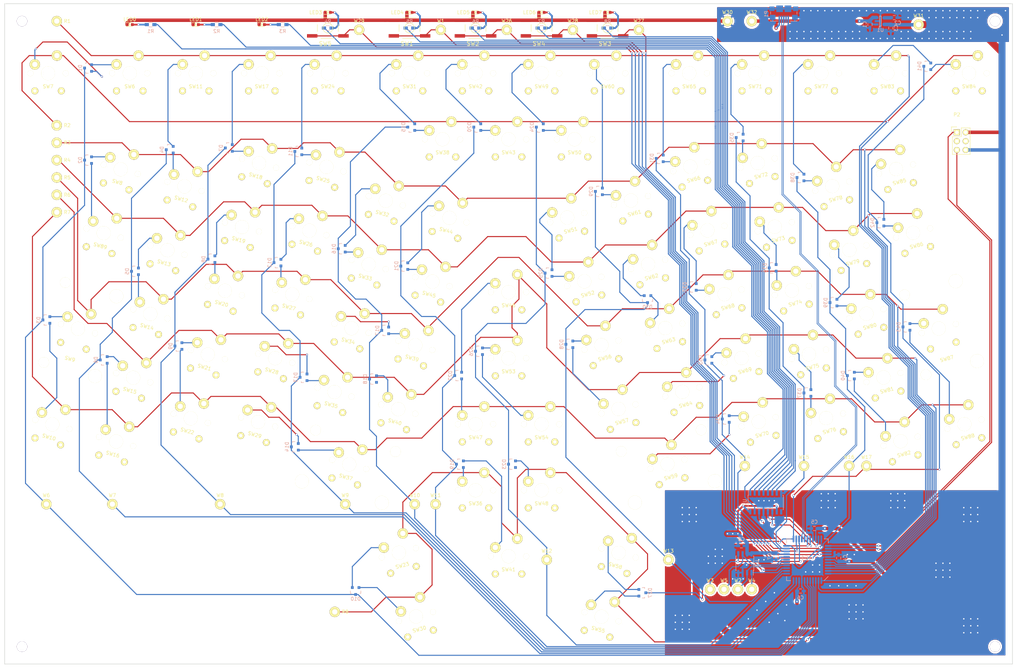
<source format=kicad_pcb>
(kicad_pcb (version 4) (host pcbnew 4.0.2-4+6225~38~ubuntu15.10.1-stable)
  (title_block (title Keyboard) (date 2016-02-26) (rev 0.1))
  (layers (0 F.Cu signal) (31 B.Cu signal) (34 B.Paste user) (35 F.Paste user) (36 B.SilkS user) (37 F.SilkS user) (38 B.Mask user) (39 F.Mask user) (44 Edge.Cuts user))
  (net 0 "")
  (net 1 +5V)
  (net 2 GND)
  (net 3 "Net-(C2-Pad1)")
  (net 4 +3V3)
  (net 5 "Net-(D1-Pad1)")
  (net 6 "Net-(D1-Pad2)")
  (net 7 /keyboard_controller/column_1)
  (net 8 "Net-(D2-Pad1)")
  (net 9 "Net-(D2-Pad2)")
  (net 10 "Net-(D3-Pad1)")
  (net 11 "Net-(D3-Pad2)")
  (net 12 "Net-(D4-Pad1)")
  (net 13 "Net-(D4-Pad2)")
  (net 14 /keyboard_controller/column_2)
  (net 15 "Net-(D5-Pad1)")
  (net 16 "Net-(D5-Pad2)")
  (net 17 "Net-(D6-Pad1)")
  (net 18 "Net-(D6-Pad2)")
  (net 19 "Net-(D7-Pad1)")
  (net 20 "Net-(D7-Pad2)")
  (net 21 /keyboard_controller/column_3)
  (net 22 "Net-(D8-Pad1)")
  (net 23 "Net-(D8-Pad2)")
  (net 24 "Net-(D9-Pad1)")
  (net 25 "Net-(D9-Pad2)")
  (net 26 "Net-(D10-Pad1)")
  (net 27 "Net-(D10-Pad2)")
  (net 28 "Net-(D11-Pad1)")
  (net 29 "Net-(D11-Pad2)")
  (net 30 /keyboard_controller/column_4)
  (net 31 "Net-(D12-Pad1)")
  (net 32 "Net-(D12-Pad2)")
  (net 33 "Net-(D13-Pad1)")
  (net 34 "Net-(D13-Pad2)")
  (net 35 "Net-(D14-Pad1)")
  (net 36 "Net-(D14-Pad2)")
  (net 37 "Net-(D15-Pad1)")
  (net 38 "Net-(D15-Pad2)")
  (net 39 /keyboard_controller/column_5)
  (net 40 "Net-(D16-Pad1)")
  (net 41 "Net-(D16-Pad2)")
  (net 42 "Net-(D17-Pad1)")
  (net 43 "Net-(D17-Pad2)")
  (net 44 "Net-(D18-Pad1)")
  (net 45 "Net-(D19-Pad1)")
  (net 46 "Net-(D19-Pad2)")
  (net 47 /keyboard_controller/column_6)
  (net 48 "Net-(D20-Pad1)")
  (net 49 "Net-(D20-Pad2)")
  (net 50 "Net-(D21-Pad1)")
  (net 51 "Net-(D21-Pad2)")
  (net 52 "Net-(D22-Pad1)")
  (net 53 "Net-(D22-Pad2)")
  (net 54 "Net-(D23-Pad1)")
  (net 55 /keyboard_controller/column_7)
  (net 56 "Net-(D24-Pad1)")
  (net 57 "Net-(D24-Pad2)")
  (net 58 "Net-(D25-Pad1)")
  (net 59 "Net-(D25-Pad2)")
  (net 60 "Net-(D26-Pad1)")
  (net 61 "Net-(D26-Pad2)")
  (net 62 "Net-(D27-Pad1)")
  (net 63 "Net-(D27-Pad2)")
  (net 64 /keyboard_controller/column_12)
  (net 65 "Net-(D28-Pad1)")
  (net 66 "Net-(D28-Pad2)")
  (net 67 /keyboard_controller/column_8)
  (net 68 "Net-(D29-Pad1)")
  (net 69 "Net-(D29-Pad2)")
  (net 70 "Net-(D30-Pad1)")
  (net 71 "Net-(D30-Pad2)")
  (net 72 "Net-(D31-Pad1)")
  (net 73 "Net-(D31-Pad2)")
  (net 74 /keyboard_controller/column_9)
  (net 75 "Net-(D32-Pad1)")
  (net 76 "Net-(D32-Pad2)")
  (net 77 "Net-(D33-Pad1)")
  (net 78 "Net-(D33-Pad2)")
  (net 79 "Net-(D34-Pad1)")
  (net 80 "Net-(D34-Pad2)")
  (net 81 "Net-(D35-Pad1)")
  (net 82 "Net-(D35-Pad2)")
  (net 83 /keyboard_controller/column_10)
  (net 84 "Net-(D36-Pad1)")
  (net 85 "Net-(D36-Pad2)")
  (net 86 "Net-(D37-Pad1)")
  (net 87 "Net-(D37-Pad2)")
  (net 88 "Net-(D38-Pad1)")
  (net 89 "Net-(D38-Pad2)")
  (net 90 /keyboard_controller/column_11)
  (net 91 "Net-(D39-Pad1)")
  (net 92 "Net-(D39-Pad2)")
  (net 93 "Net-(D40-Pad1)")
  (net 94 "Net-(D40-Pad2)")
  (net 95 "Net-(D41-Pad1)")
  (net 96 "Net-(D41-Pad2)")
  (net 97 "Net-(D42-Pad1)")
  (net 98 "Net-(D42-Pad2)")
  (net 99 "Net-(D43-Pad1)")
  (net 100 "Net-(D43-Pad2)")
  (net 101 /keyboard_controller/row_6)
  (net 102 /keyboard_controller/row_7)
  (net 103 /keyboard_controller/row_8)
  (net 104 "Net-(IC1-Pad14)")
  (net 105 "Net-(IC1-Pad15)")
  (net 106 "Net-(IC1-Pad16)")
  (net 107 "Net-(IC1-Pad17)")
  (net 108 "Net-(IC1-Pad24)")
  (net 109 "Net-(IC1-Pad25)")
  (net 110 "Net-(IC1-Pad28)")
  (net 111 "Net-(IC1-Pad29)")
  (net 112 "Net-(IC1-Pad32)")
  (net 113 "Net-(IC1-Pad33)")
  (net 114 "Net-(IC1-Pad34)")
  (net 115 "Net-(IC1-Pad35)")
  (net 116 "Net-(IC1-Pad36)")
  (net 117 "Net-(IC1-Pad37)")
  (net 118 /keyboard_controller/row_1)
  (net 119 /keyboard_controller/row_2)
  (net 120 /keyboard_controller/row_3)
  (net 121 /keyboard_controller/row_4)
  (net 122 /keyboard_controller/row_5)
  (net 123 "Net-(LED0-Pad2)")
  (net 124 "Net-(LED1-Pad2)")
  (net 125 "Net-(LED2-Pad2)")
  (net 126 "Net-(LED3-Pad2)")
  (net 127 "Net-(LED4-Pad2)")
  (net 128 "Net-(LED5-Pad2)")
  (net 129 "Net-(LED6-Pad2)")
  (net 130 "Net-(LED7-Pad2)")
  (net 131 "Net-(R1-Pad2)")
  (net 132 "Net-(R2-Pad2)")
  (net 133 "Net-(R3-Pad2)")
  (net 134 "Net-(R4-Pad2)")
  (net 135 "Net-(R5-Pad2)")
  (net 136 "Net-(R6-Pad2)")
  (net 137 "Net-(R7-Pad2)")
  (net 138 "Net-(R8-Pad2)")
  (net 139 /keyboard_controller/D-)
  (net 140 /keyboard_controller/D+)
  (net 141 "Net-(D18-Pad2)")
  (net 142 "Net-(D23-Pad2)")
  (net 143 "Net-(P1-Pad4)")
  (net 144 "Net-(P2-Pad3)")
  (net 145 "Net-(P2-Pad4)")
  (net 146 "Net-(U2-Pad9)")
  (module miscellaneous:Via_0.4mm (layer F.Cu) (at 345 216)
    (fp_text reference REF**110310 hide)
    (fp_text value Via_0.4mm hide)
    (pad "" thru_hole circle (at 0 0) (size 0.6 0.6) (drill 0.4) (layers *.Cu) (net 2 GND))
  )
  (module Mounting_Holes:MountingHole_3mm (layer F.Cu) (at 350 220)
    (fp_text reference REF** hide)
    (fp_text value MountingHole_3mm)
    (pad 1 thru_hole circle (at 0 0) (size 3 3) (drill 3) (layers))
  )
  (module Mounting_Holes:MountingHole_3mm (layer F.Cu) (at 70 40)
    (fp_text reference REF** hide)
    (fp_text value MountingHole_3mm)
    (pad 1 thru_hole circle (at 0 0) (size 3 3) (drill 3) (layers))
  )
  (module Mounting_Holes:MountingHole_3mm (layer F.Cu) (at 70 220)
    (fp_text reference REF** hide)
    (fp_text value MountingHole_3mm)
    (pad 1 thru_hole circle (at 0 0) (size 3 3) (drill 3) (layers))
  )
  (module Mounting_Holes:MountingHole_3mm (layer F.Cu) (at 350 40)
    (fp_text reference REF** hide)
    (fp_text value MountingHole_3mm)
    (pad 1 thru_hole circle (at 0 0) (size 3 3) (drill 3) (layers))
  )
  (module miscellaneous:Via_0.4mm (layer F.Cu) (at 307.5 193.5)
    (fp_text reference REF**110210 hide)
    (fp_text value Via_0.4mm hide)
    (pad "" thru_hole circle (at 0 0) (size 0.6 0.6) (drill 0.4) (layers *.Cu) (net 2 GND))
  )
  (module miscellaneous:Via_0.4mm (layer F.Cu) (at 309.5 193.5)
    (fp_text reference REF**110210 hide)
    (fp_text value Via_0.4mm hide)
    (pad "" thru_hole circle (at 0 0) (size 0.6 0.6) (drill 0.4) (layers *.Cu) (net 2 GND))
  )
  (module miscellaneous:Via_0.4mm (layer F.Cu) (at 290 208)
    (fp_text reference REF**110210 hide)
    (fp_text value Via_0.4mm hide)
    (pad "" thru_hole circle (at 0 0) (size 0.6 0.6) (drill 0.4) (layers *.Cu) (net 2 GND))
  )
  (module miscellaneous:Via_0.4mm (layer F.Cu) (at 289.5 212.5)
    (fp_text reference REF**110210 hide)
    (fp_text value Via_0.4mm hide)
    (pad "" thru_hole circle (at 0 0) (size 0.6 0.6) (drill 0.4) (layers *.Cu) (net 2 GND))
  )
  (module miscellaneous:Via_0.4mm (layer F.Cu) (at 287.5 210.5)
    (fp_text reference REF**110210 hide)
    (fp_text value Via_0.4mm hide)
    (pad "" thru_hole circle (at 0 0) (size 0.6 0.6) (drill 0.4) (layers *.Cu) (net 2 GND))
  )
  (module miscellaneous:Via_0.4mm (layer F.Cu) (at 285 213)
    (fp_text reference REF**110210 hide)
    (fp_text value Via_0.4mm hide)
    (pad "" thru_hole circle (at 0 0) (size 0.6 0.6) (drill 0.4) (layers *.Cu) (net 2 GND))
  )
  (module miscellaneous:Via_0.4mm (layer F.Cu) (at 283.5 195)
    (fp_text reference REF**110210 hide)
    (fp_text value Via_0.4mm hide)
    (pad "" thru_hole circle (at 0 0) (size 0.6 0.6) (drill 0.4) (layers *.Cu) (net 2 GND))
  )
  (module miscellaneous:Via_0.4mm (layer F.Cu) (at 282 195)
    (fp_text reference REF**110210 hide)
    (fp_text value Via_0.4mm hide)
    (pad "" thru_hole circle (at 0 0) (size 0.6 0.6) (drill 0.4) (layers *.Cu) (net 2 GND))
  )
  (module miscellaneous:Via_0.4mm (layer F.Cu) (at 286.5 178)
    (fp_text reference REF**110210 hide)
    (fp_text value Via_0.4mm hide)
    (pad "" thru_hole circle (at 0 0) (size 0.6 0.6) (drill 0.4) (layers *.Cu) (net 2 GND))
  )
  (module miscellaneous:Via_0.4mm (layer F.Cu) (at 285 178)
    (fp_text reference REF**110210 hide)
    (fp_text value Via_0.4mm hide)
    (pad "" thru_hole circle (at 0 0) (size 0.6 0.6) (drill 0.4) (layers *.Cu) (net 2 GND))
  )
  (module miscellaneous:Via_0.4mm (layer F.Cu) (at 283.5 178)
    (fp_text reference REF**110210 hide)
    (fp_text value Via_0.4mm hide)
    (pad "" thru_hole circle (at 0 0) (size 0.6 0.6) (drill 0.4) (layers *.Cu) (net 2 GND))
  )
  (module miscellaneous:Via_0.4mm (layer F.Cu) (at 282 178)
    (fp_text reference REF**110210 hide)
    (fp_text value Via_0.4mm hide)
    (pad "" thru_hole circle (at 0 0) (size 0.6 0.6) (drill 0.4) (layers *.Cu) (net 2 GND))
  )
  (module miscellaneous:Via_0.4mm (layer F.Cu) (at 278.5 196.5)
    (fp_text reference REF**110210 hide)
    (fp_text value Via_0.4mm hide)
    (pad "" thru_hole circle (at 0 0) (size 0.6 0.6) (drill 0.4) (layers *.Cu) (net 2 GND))
  )
  (module miscellaneous:Via_0.4mm (layer F.Cu) (at 277.5 200.5)
    (fp_text reference REF**110210 hide)
    (fp_text value Via_0.4mm hide)
    (pad "" thru_hole circle (at 0 0) (size 0.6 0.6) (drill 0.4) (layers *.Cu) (net 2 GND))
  )
  (module miscellaneous:Via_0.4mm (layer F.Cu) (at 274.5 200.5)
    (fp_text reference REF**110210 hide)
    (fp_text value Via_0.4mm hide)
    (pad "" thru_hole circle (at 0 0) (size 0.6 0.6) (drill 0.4) (layers *.Cu) (net 2 GND))
  )
  (module miscellaneous:Via_0.4mm (layer F.Cu) (at 295.5 198.5)
    (fp_text reference REF**110310 hide)
    (fp_text value Via_0.4mm hide)
    (pad "" thru_hole circle (at 0 0) (size 0.6 0.6) (drill 0.4) (layers *.Cu) (net 2 GND))
  )
  (module miscellaneous:Via_0.4mm (layer F.Cu) (at 297.5 198.5)
    (fp_text reference REF**110310 hide)
    (fp_text value Via_0.4mm hide)
    (pad "" thru_hole circle (at 0 0) (size 0.6 0.6) (drill 0.4) (layers *.Cu) (net 2 GND))
  )
  (module miscellaneous:Via_0.4mm (layer F.Cu) (at 297.5 196.5)
    (fp_text reference REF**110310 hide)
    (fp_text value Via_0.4mm hide)
    (pad "" thru_hole circle (at 0 0) (size 0.6 0.6) (drill 0.4) (layers *.Cu) (net 2 GND))
  )
  (module miscellaneous:Via_0.4mm (layer F.Cu) (at 299.5 196.5)
    (fp_text reference REF**110310 hide)
    (fp_text value Via_0.4mm hide)
    (pad "" thru_hole circle (at 0 0) (size 0.6 0.6) (drill 0.4) (layers *.Cu) (net 2 GND))
  )
  (module miscellaneous:Via_0.4mm (layer F.Cu) (at 299.5 198.5)
    (fp_text reference REF**110310 hide)
    (fp_text value Via_0.4mm hide)
    (pad "" thru_hole circle (at 0 0) (size 0.6 0.6) (drill 0.4) (layers *.Cu) (net 2 GND))
  )
  (module miscellaneous:Via_0.4mm (layer F.Cu) (at 310 202.5)
    (fp_text reference REF**110310 hide)
    (fp_text value Via_0.4mm hide)
    (pad "" thru_hole circle (at 0 0) (size 0.6 0.6) (drill 0.4) (layers *.Cu) (net 2 GND))
  )
  (module miscellaneous:Via_0.4mm (layer F.Cu) (at 307.5 202.5)
    (fp_text reference REF**110310 hide)
    (fp_text value Via_0.4mm hide)
    (pad "" thru_hole circle (at 0 0) (size 0.6 0.6) (drill 0.4) (layers *.Cu) (net 2 GND))
  )
  (module miscellaneous:Via_0.4mm (layer F.Cu) (at 305 202.5)
    (fp_text reference REF**110310 hide)
    (fp_text value Via_0.4mm hide)
    (pad "" thru_hole circle (at 0 0) (size 0.6 0.6) (drill 0.4) (layers *.Cu) (net 2 GND))
  )
  (module miscellaneous:Via_0.4mm (layer F.Cu) (at 302.5 202.5)
    (fp_text reference REF**110310 hide)
    (fp_text value Via_0.4mm hide)
    (pad "" thru_hole circle (at 0 0) (size 0.6 0.6) (drill 0.4) (layers *.Cu) (net 2 GND))
  )
  (module miscellaneous:Via_0.4mm (layer F.Cu) (at 286.5 204.5)
    (fp_text reference REF**110310 hide)
    (fp_text value Via_0.4mm hide)
    (pad "" thru_hole circle (at 0 0) (size 0.6 0.6) (drill 0.4) (layers *.Cu) (net 2 GND))
  )
  (module miscellaneous:Via_0.4mm (layer F.Cu) (at 284 207)
    (fp_text reference REF**110310 hide)
    (fp_text value Via_0.4mm hide)
    (pad "" thru_hole circle (at 0 0) (size 0.6 0.6) (drill 0.4) (layers *.Cu) (net 2 GND))
  )
  (module miscellaneous:Via_0.4mm (layer F.Cu) (at 281.5 209.5)
    (fp_text reference REF**110310 hide)
    (fp_text value Via_0.4mm hide)
    (pad "" thru_hole circle (at 0 0) (size 0.6 0.6) (drill 0.4) (layers *.Cu) (net 2 GND))
  )
  (module miscellaneous:Via_0.4mm (layer F.Cu) (at 279 212)
    (fp_text reference REF**110310 hide)
    (fp_text value Via_0.4mm hide)
    (pad "" thru_hole circle (at 0 0) (size 0.6 0.6) (drill 0.4) (layers *.Cu) (net 2 GND))
  )
  (module miscellaneous:Via_0.4mm (layer F.Cu) (at 262 182)
    (fp_text reference REF**11029 hide)
    (fp_text value Via_0.4mm hide)
    (pad "" thru_hole circle (at 0 0) (size 0.6 0.6) (drill 0.4) (layers *.Cu) (net 2 GND))
  )
  (module miscellaneous:Via_0.4mm (layer F.Cu) (at 260 182)
    (fp_text reference REF**11019 hide)
    (fp_text value Via_0.4mm hide)
    (pad "" thru_hole circle (at 0 0) (size 0.6 0.6) (drill 0.4) (layers *.Cu) (net 2 GND))
  )
  (module miscellaneous:Via_0.4mm (layer F.Cu) (at 260 184)
    (fp_text reference REF**110110 hide)
    (fp_text value Via_0.4mm hide)
    (pad "" thru_hole circle (at 0 0) (size 0.6 0.6) (drill 0.4) (layers *.Cu) (net 2 GND))
  )
  (module miscellaneous:Via_0.4mm (layer F.Cu) (at 262 184)
    (fp_text reference REF**110210 hide)
    (fp_text value Via_0.4mm hide)
    (pad "" thru_hole circle (at 0 0) (size 0.6 0.6) (drill 0.4) (layers *.Cu) (net 2 GND))
  )
  (module miscellaneous:Via_0.4mm (layer F.Cu) (at 260 180)
    (fp_text reference REF**11018 hide)
    (fp_text value Via_0.4mm hide)
    (pad "" thru_hole circle (at 0 0) (size 0.6 0.6) (drill 0.4) (layers *.Cu) (net 2 GND))
  )
  (module miscellaneous:Via_0.4mm (layer F.Cu) (at 262 180)
    (fp_text reference REF**11028 hide)
    (fp_text value Via_0.4mm hide)
    (pad "" thru_hole circle (at 0 0) (size 0.6 0.6) (drill 0.4) (layers *.Cu) (net 2 GND))
  )
  (module miscellaneous:Via_0.4mm (layer F.Cu) (at 264 180)
    (fp_text reference REF**11038 hide)
    (fp_text value Via_0.4mm hide)
    (pad "" thru_hole circle (at 0 0) (size 0.6 0.6) (drill 0.4) (layers *.Cu) (net 2 GND))
  )
  (module miscellaneous:Via_0.4mm (layer F.Cu) (at 264 184)
    (fp_text reference REF**110310 hide)
    (fp_text value Via_0.4mm hide)
    (pad "" thru_hole circle (at 0 0) (size 0.6 0.6) (drill 0.4) (layers *.Cu) (net 2 GND))
  )
  (module miscellaneous:Via_0.4mm (layer F.Cu) (at 264 182)
    (fp_text reference REF**11039 hide)
    (fp_text value Via_0.4mm hide)
    (pad "" thru_hole circle (at 0 0) (size 0.6 0.6) (drill 0.4) (layers *.Cu) (net 2 GND))
  )
  (module miscellaneous:Via_0.4mm (layer F.Cu) (at 269.5 194)
    (fp_text reference REF**11029 hide)
    (fp_text value Via_0.4mm hide)
    (pad "" thru_hole circle (at 0 0) (size 0.6 0.6) (drill 0.4) (layers *.Cu) (net 2 GND))
  )
  (module miscellaneous:Via_0.4mm (layer F.Cu) (at 267.5 194)
    (fp_text reference REF**11019 hide)
    (fp_text value Via_0.4mm hide)
    (pad "" thru_hole circle (at 0 0) (size 0.6 0.6) (drill 0.4) (layers *.Cu) (net 2 GND))
  )
  (module miscellaneous:Via_0.4mm (layer F.Cu) (at 267.5 196)
    (fp_text reference REF**110110 hide)
    (fp_text value Via_0.4mm hide)
    (pad "" thru_hole circle (at 0 0) (size 0.6 0.6) (drill 0.4) (layers *.Cu) (net 2 GND))
  )
  (module miscellaneous:Via_0.4mm (layer F.Cu) (at 269.5 196)
    (fp_text reference REF**110210 hide)
    (fp_text value Via_0.4mm hide)
    (pad "" thru_hole circle (at 0 0) (size 0.6 0.6) (drill 0.4) (layers *.Cu) (net 2 GND))
  )
  (module miscellaneous:Via_0.4mm (layer F.Cu) (at 269.5 192)
    (fp_text reference REF**11028 hide)
    (fp_text value Via_0.4mm hide)
    (pad "" thru_hole circle (at 0 0) (size 0.6 0.6) (drill 0.4) (layers *.Cu) (net 2 GND))
  )
  (module miscellaneous:Via_0.4mm (layer F.Cu) (at 271.5 192)
    (fp_text reference REF**11038 hide)
    (fp_text value Via_0.4mm hide)
    (pad "" thru_hole circle (at 0 0) (size 0.6 0.6) (drill 0.4) (layers *.Cu) (net 2 GND))
  )
  (module miscellaneous:Via_0.4mm (layer F.Cu) (at 271.5 196)
    (fp_text reference REF**110310 hide)
    (fp_text value Via_0.4mm hide)
    (pad "" thru_hole circle (at 0 0) (size 0.6 0.6) (drill 0.4) (layers *.Cu) (net 2 GND))
  )
  (module miscellaneous:Via_0.4mm (layer F.Cu) (at 271.5 194)
    (fp_text reference REF**11039 hide)
    (fp_text value Via_0.4mm hide)
    (pad "" thru_hole circle (at 0 0) (size 0.6 0.6) (drill 0.4) (layers *.Cu) (net 2 GND))
  )
  (module miscellaneous:Via_0.4mm (layer F.Cu) (at 260 213)
    (fp_text reference REF**11029 hide)
    (fp_text value Via_0.4mm hide)
    (pad "" thru_hole circle (at 0 0) (size 0.6 0.6) (drill 0.4) (layers *.Cu) (net 2 GND))
  )
  (module miscellaneous:Via_0.4mm (layer F.Cu) (at 258 213)
    (fp_text reference REF**11019 hide)
    (fp_text value Via_0.4mm hide)
    (pad "" thru_hole circle (at 0 0) (size 0.6 0.6) (drill 0.4) (layers *.Cu) (net 2 GND))
  )
  (module miscellaneous:Via_0.4mm (layer F.Cu) (at 258 215)
    (fp_text reference REF**110110 hide)
    (fp_text value Via_0.4mm hide)
    (pad "" thru_hole circle (at 0 0) (size 0.6 0.6) (drill 0.4) (layers *.Cu) (net 2 GND))
  )
  (module miscellaneous:Via_0.4mm (layer F.Cu) (at 260 215)
    (fp_text reference REF**110210 hide)
    (fp_text value Via_0.4mm hide)
    (pad "" thru_hole circle (at 0 0) (size 0.6 0.6) (drill 0.4) (layers *.Cu) (net 2 GND))
  )
  (module miscellaneous:Via_0.4mm (layer F.Cu) (at 258 211)
    (fp_text reference REF**11018 hide)
    (fp_text value Via_0.4mm hide)
    (pad "" thru_hole circle (at 0 0) (size 0.6 0.6) (drill 0.4) (layers *.Cu) (net 2 GND))
  )
  (module miscellaneous:Via_0.4mm (layer F.Cu) (at 260 211)
    (fp_text reference REF**11028 hide)
    (fp_text value Via_0.4mm hide)
    (pad "" thru_hole circle (at 0 0) (size 0.6 0.6) (drill 0.4) (layers *.Cu) (net 2 GND))
  )
  (module miscellaneous:Via_0.4mm (layer F.Cu) (at 262 211)
    (fp_text reference REF**11038 hide)
    (fp_text value Via_0.4mm hide)
    (pad "" thru_hole circle (at 0 0) (size 0.6 0.6) (drill 0.4) (layers *.Cu) (net 2 GND))
  )
  (module miscellaneous:Via_0.4mm (layer F.Cu) (at 262 215)
    (fp_text reference REF**110310 hide)
    (fp_text value Via_0.4mm hide)
    (pad "" thru_hole circle (at 0 0) (size 0.6 0.6) (drill 0.4) (layers *.Cu) (net 2 GND))
  )
  (module miscellaneous:Via_0.4mm (layer F.Cu) (at 262 213)
    (fp_text reference REF**11039 hide)
    (fp_text value Via_0.4mm hide)
    (pad "" thru_hole circle (at 0 0) (size 0.6 0.6) (drill 0.4) (layers *.Cu) (net 2 GND))
  )
  (module miscellaneous:Via_0.4mm (layer F.Cu) (at 310 210)
    (fp_text reference REF**11029 hide)
    (fp_text value Via_0.4mm hide)
    (pad "" thru_hole circle (at 0 0) (size 0.6 0.6) (drill 0.4) (layers *.Cu) (net 2 GND))
  )
  (module miscellaneous:Via_0.4mm (layer F.Cu) (at 308 210)
    (fp_text reference REF**11019 hide)
    (fp_text value Via_0.4mm hide)
    (pad "" thru_hole circle (at 0 0) (size 0.6 0.6) (drill 0.4) (layers *.Cu) (net 2 GND))
  )
  (module miscellaneous:Via_0.4mm (layer F.Cu) (at 308 212)
    (fp_text reference REF**110110 hide)
    (fp_text value Via_0.4mm hide)
    (pad "" thru_hole circle (at 0 0) (size 0.6 0.6) (drill 0.4) (layers *.Cu) (net 2 GND))
  )
  (module miscellaneous:Via_0.4mm (layer F.Cu) (at 310 212)
    (fp_text reference REF**110210 hide)
    (fp_text value Via_0.4mm hide)
    (pad "" thru_hole circle (at 0 0) (size 0.6 0.6) (drill 0.4) (layers *.Cu) (net 2 GND))
  )
  (module miscellaneous:Via_0.4mm (layer F.Cu) (at 308 208)
    (fp_text reference REF**11018 hide)
    (fp_text value Via_0.4mm hide)
    (pad "" thru_hole circle (at 0 0) (size 0.6 0.6) (drill 0.4) (layers *.Cu) (net 2 GND))
  )
  (module miscellaneous:Via_0.4mm (layer F.Cu) (at 310 208)
    (fp_text reference REF**11028 hide)
    (fp_text value Via_0.4mm hide)
    (pad "" thru_hole circle (at 0 0) (size 0.6 0.6) (drill 0.4) (layers *.Cu) (net 2 GND))
  )
  (module miscellaneous:Via_0.4mm (layer F.Cu) (at 312 208)
    (fp_text reference REF**11038 hide)
    (fp_text value Via_0.4mm hide)
    (pad "" thru_hole circle (at 0 0) (size 0.6 0.6) (drill 0.4) (layers *.Cu) (net 2 GND))
  )
  (module miscellaneous:Via_0.4mm (layer F.Cu) (at 312 212)
    (fp_text reference REF**110310 hide)
    (fp_text value Via_0.4mm hide)
    (pad "" thru_hole circle (at 0 0) (size 0.6 0.6) (drill 0.4) (layers *.Cu) (net 2 GND))
  )
  (module miscellaneous:Via_0.4mm (layer F.Cu) (at 312 210)
    (fp_text reference REF**11039 hide)
    (fp_text value Via_0.4mm hide)
    (pad "" thru_hole circle (at 0 0) (size 0.6 0.6) (drill 0.4) (layers *.Cu) (net 2 GND))
  )
  (module miscellaneous:Via_0.4mm (layer F.Cu) (at 302 178)
    (fp_text reference REF**11029 hide)
    (fp_text value Via_0.4mm hide)
    (pad "" thru_hole circle (at 0 0) (size 0.6 0.6) (drill 0.4) (layers *.Cu) (net 2 GND))
  )
  (module miscellaneous:Via_0.4mm (layer F.Cu) (at 300 178)
    (fp_text reference REF**11019 hide)
    (fp_text value Via_0.4mm hide)
    (pad "" thru_hole circle (at 0 0) (size 0.6 0.6) (drill 0.4) (layers *.Cu) (net 2 GND))
  )
  (module miscellaneous:Via_0.4mm (layer F.Cu) (at 300 180)
    (fp_text reference REF**110110 hide)
    (fp_text value Via_0.4mm hide)
    (pad "" thru_hole circle (at 0 0) (size 0.6 0.6) (drill 0.4) (layers *.Cu) (net 2 GND))
  )
  (module miscellaneous:Via_0.4mm (layer F.Cu) (at 302 180)
    (fp_text reference REF**110210 hide)
    (fp_text value Via_0.4mm hide)
    (pad "" thru_hole circle (at 0 0) (size 0.6 0.6) (drill 0.4) (layers *.Cu) (net 2 GND))
  )
  (module miscellaneous:Via_0.4mm (layer F.Cu) (at 300 176)
    (fp_text reference REF**11018 hide)
    (fp_text value Via_0.4mm hide)
    (pad "" thru_hole circle (at 0 0) (size 0.6 0.6) (drill 0.4) (layers *.Cu) (net 2 GND))
  )
  (module miscellaneous:Via_0.4mm (layer F.Cu) (at 302 176)
    (fp_text reference REF**11028 hide)
    (fp_text value Via_0.4mm hide)
    (pad "" thru_hole circle (at 0 0) (size 0.6 0.6) (drill 0.4) (layers *.Cu) (net 2 GND))
  )
  (module miscellaneous:Via_0.4mm (layer F.Cu) (at 304 176)
    (fp_text reference REF**11038 hide)
    (fp_text value Via_0.4mm hide)
    (pad "" thru_hole circle (at 0 0) (size 0.6 0.6) (drill 0.4) (layers *.Cu) (net 2 GND))
  )
  (module miscellaneous:Via_0.4mm (layer F.Cu) (at 304 180)
    (fp_text reference REF**110310 hide)
    (fp_text value Via_0.4mm hide)
    (pad "" thru_hole circle (at 0 0) (size 0.6 0.6) (drill 0.4) (layers *.Cu) (net 2 GND))
  )
  (module miscellaneous:Via_0.4mm (layer F.Cu) (at 304 178)
    (fp_text reference REF**11039 hide)
    (fp_text value Via_0.4mm hide)
    (pad "" thru_hole circle (at 0 0) (size 0.6 0.6) (drill 0.4) (layers *.Cu) (net 2 GND))
  )
  (module miscellaneous:Via_0.4mm (layer F.Cu) (at 322 178)
    (fp_text reference REF**11029 hide)
    (fp_text value Via_0.4mm hide)
    (pad "" thru_hole circle (at 0 0) (size 0.6 0.6) (drill 0.4) (layers *.Cu) (net 2 GND))
  )
  (module miscellaneous:Via_0.4mm (layer F.Cu) (at 320 178)
    (fp_text reference REF**11019 hide)
    (fp_text value Via_0.4mm hide)
    (pad "" thru_hole circle (at 0 0) (size 0.6 0.6) (drill 0.4) (layers *.Cu) (net 2 GND))
  )
  (module miscellaneous:Via_0.4mm (layer F.Cu) (at 320 180)
    (fp_text reference REF**110110 hide)
    (fp_text value Via_0.4mm hide)
    (pad "" thru_hole circle (at 0 0) (size 0.6 0.6) (drill 0.4) (layers *.Cu) (net 2 GND))
  )
  (module miscellaneous:Via_0.4mm (layer F.Cu) (at 322 180)
    (fp_text reference REF**110210 hide)
    (fp_text value Via_0.4mm hide)
    (pad "" thru_hole circle (at 0 0) (size 0.6 0.6) (drill 0.4) (layers *.Cu) (net 2 GND))
  )
  (module miscellaneous:Via_0.4mm (layer F.Cu) (at 320 176)
    (fp_text reference REF**11018 hide)
    (fp_text value Via_0.4mm hide)
    (pad "" thru_hole circle (at 0 0) (size 0.6 0.6) (drill 0.4) (layers *.Cu) (net 2 GND))
  )
  (module miscellaneous:Via_0.4mm (layer F.Cu) (at 322 176)
    (fp_text reference REF**11028 hide)
    (fp_text value Via_0.4mm hide)
    (pad "" thru_hole circle (at 0 0) (size 0.6 0.6) (drill 0.4) (layers *.Cu) (net 2 GND))
  )
  (module miscellaneous:Via_0.4mm (layer F.Cu) (at 324 176)
    (fp_text reference REF**11038 hide)
    (fp_text value Via_0.4mm hide)
    (pad "" thru_hole circle (at 0 0) (size 0.6 0.6) (drill 0.4) (layers *.Cu) (net 2 GND))
  )
  (module miscellaneous:Via_0.4mm (layer F.Cu) (at 324 180)
    (fp_text reference REF**110310 hide)
    (fp_text value Via_0.4mm hide)
    (pad "" thru_hole circle (at 0 0) (size 0.6 0.6) (drill 0.4) (layers *.Cu) (net 2 GND))
  )
  (module miscellaneous:Via_0.4mm (layer F.Cu) (at 324 178)
    (fp_text reference REF**11039 hide)
    (fp_text value Via_0.4mm hide)
    (pad "" thru_hole circle (at 0 0) (size 0.6 0.6) (drill 0.4) (layers *.Cu) (net 2 GND))
  )
  (module miscellaneous:Via_0.4mm (layer F.Cu) (at 335 198)
    (fp_text reference REF**11029 hide)
    (fp_text value Via_0.4mm hide)
    (pad "" thru_hole circle (at 0 0) (size 0.6 0.6) (drill 0.4) (layers *.Cu) (net 2 GND))
  )
  (module miscellaneous:Via_0.4mm (layer F.Cu) (at 333 198)
    (fp_text reference REF**11019 hide)
    (fp_text value Via_0.4mm hide)
    (pad "" thru_hole circle (at 0 0) (size 0.6 0.6) (drill 0.4) (layers *.Cu) (net 2 GND))
  )
  (module miscellaneous:Via_0.4mm (layer F.Cu) (at 333 200)
    (fp_text reference REF**110110 hide)
    (fp_text value Via_0.4mm hide)
    (pad "" thru_hole circle (at 0 0) (size 0.6 0.6) (drill 0.4) (layers *.Cu) (net 2 GND))
  )
  (module miscellaneous:Via_0.4mm (layer F.Cu) (at 335 200)
    (fp_text reference REF**110210 hide)
    (fp_text value Via_0.4mm hide)
    (pad "" thru_hole circle (at 0 0) (size 0.6 0.6) (drill 0.4) (layers *.Cu) (net 2 GND))
  )
  (module miscellaneous:Via_0.4mm (layer F.Cu) (at 333 196)
    (fp_text reference REF**11018 hide)
    (fp_text value Via_0.4mm hide)
    (pad "" thru_hole circle (at 0 0) (size 0.6 0.6) (drill 0.4) (layers *.Cu) (net 2 GND))
  )
  (module miscellaneous:Via_0.4mm (layer F.Cu) (at 335 196)
    (fp_text reference REF**11028 hide)
    (fp_text value Via_0.4mm hide)
    (pad "" thru_hole circle (at 0 0) (size 0.6 0.6) (drill 0.4) (layers *.Cu) (net 2 GND))
  )
  (module miscellaneous:Via_0.4mm (layer F.Cu) (at 337 196)
    (fp_text reference REF**11038 hide)
    (fp_text value Via_0.4mm hide)
    (pad "" thru_hole circle (at 0 0) (size 0.6 0.6) (drill 0.4) (layers *.Cu) (net 2 GND))
  )
  (module miscellaneous:Via_0.4mm (layer F.Cu) (at 337 200)
    (fp_text reference REF**110310 hide)
    (fp_text value Via_0.4mm hide)
    (pad "" thru_hole circle (at 0 0) (size 0.6 0.6) (drill 0.4) (layers *.Cu) (net 2 GND))
  )
  (module miscellaneous:Via_0.4mm (layer F.Cu) (at 337 198)
    (fp_text reference REF**11039 hide)
    (fp_text value Via_0.4mm hide)
    (pad "" thru_hole circle (at 0 0) (size 0.6 0.6) (drill 0.4) (layers *.Cu) (net 2 GND))
  )
  (module miscellaneous:Via_0.4mm (layer F.Cu) (at 343 214)
    (fp_text reference REF**11029 hide)
    (fp_text value Via_0.4mm hide)
    (pad "" thru_hole circle (at 0 0) (size 0.6 0.6) (drill 0.4) (layers *.Cu) (net 2 GND))
  )
  (module miscellaneous:Via_0.4mm (layer F.Cu) (at 341 214)
    (fp_text reference REF**11019 hide)
    (fp_text value Via_0.4mm hide)
    (pad "" thru_hole circle (at 0 0) (size 0.6 0.6) (drill 0.4) (layers *.Cu) (net 2 GND))
  )
  (module miscellaneous:Via_0.4mm (layer F.Cu) (at 341 216)
    (fp_text reference REF**110110 hide)
    (fp_text value Via_0.4mm hide)
    (pad "" thru_hole circle (at 0 0) (size 0.6 0.6) (drill 0.4) (layers *.Cu) (net 2 GND))
  )
  (module miscellaneous:Via_0.4mm (layer F.Cu) (at 343 216)
    (fp_text reference REF**110210 hide)
    (fp_text value Via_0.4mm hide)
    (pad "" thru_hole circle (at 0 0) (size 0.6 0.6) (drill 0.4) (layers *.Cu) (net 2 GND))
  )
  (module miscellaneous:Via_0.4mm (layer F.Cu) (at 341 212)
    (fp_text reference REF**11018 hide)
    (fp_text value Via_0.4mm hide)
    (pad "" thru_hole circle (at 0 0) (size 0.6 0.6) (drill 0.4) (layers *.Cu) (net 2 GND))
  )
  (module miscellaneous:Via_0.4mm (layer F.Cu) (at 343 212)
    (fp_text reference REF**11028 hide)
    (fp_text value Via_0.4mm hide)
    (pad "" thru_hole circle (at 0 0) (size 0.6 0.6) (drill 0.4) (layers *.Cu) (net 2 GND))
  )
  (module miscellaneous:Via_0.4mm (layer F.Cu) (at 345 212)
    (fp_text reference REF**11038 hide)
    (fp_text value Via_0.4mm hide)
    (pad "" thru_hole circle (at 0 0) (size 0.6 0.6) (drill 0.4) (layers *.Cu) (net 2 GND))
  )
  (module miscellaneous:Via_0.4mm (layer F.Cu) (at 345 214)
    (fp_text reference REF**11039 hide)
    (fp_text value Via_0.4mm hide)
    (pad "" thru_hole circle (at 0 0) (size 0.6 0.6) (drill 0.4) (layers *.Cu) (net 2 GND))
  )
  (module miscellaneous:Via_0.4mm (layer F.Cu) (at 345 184)
    (fp_text reference REF**110310 hide)
    (fp_text value Via_0.4mm hide)
    (pad "" thru_hole circle (at 0 0) (size 0.6 0.6) (drill 0.4) (layers *.Cu) (net 2 GND))
  )
  (module miscellaneous:Via_0.4mm (layer F.Cu) (at 343 184)
    (fp_text reference REF**110210 hide)
    (fp_text value Via_0.4mm hide)
    (pad "" thru_hole circle (at 0 0) (size 0.6 0.6) (drill 0.4) (layers *.Cu) (net 2 GND))
  )
  (module miscellaneous:Via_0.4mm (layer F.Cu) (at 341 184)
    (fp_text reference REF**110110 hide)
    (fp_text value Via_0.4mm hide)
    (pad "" thru_hole circle (at 0 0) (size 0.6 0.6) (drill 0.4) (layers *.Cu) (net 2 GND))
  )
  (module miscellaneous:Via_0.4mm (layer F.Cu) (at 345 182)
    (fp_text reference REF**11039 hide)
    (fp_text value Via_0.4mm hide)
    (pad "" thru_hole circle (at 0 0) (size 0.6 0.6) (drill 0.4) (layers *.Cu) (net 2 GND))
  )
  (module miscellaneous:Via_0.4mm (layer F.Cu) (at 343 182)
    (fp_text reference REF**11029 hide)
    (fp_text value Via_0.4mm hide)
    (pad "" thru_hole circle (at 0 0) (size 0.6 0.6) (drill 0.4) (layers *.Cu) (net 2 GND))
  )
  (module miscellaneous:Via_0.4mm (layer F.Cu) (at 341 182)
    (fp_text reference REF**11019 hide)
    (fp_text value Via_0.4mm hide)
    (pad "" thru_hole circle (at 0 0) (size 0.6 0.6) (drill 0.4) (layers *.Cu) (net 2 GND))
  )
  (module miscellaneous:Via_0.4mm (layer F.Cu) (at 343 180)
    (fp_text reference REF**11028 hide)
    (fp_text value Via_0.4mm hide)
    (pad "" thru_hole circle (at 0 0) (size 0.6 0.6) (drill 0.4) (layers *.Cu) (net 2 GND))
  )
  (module miscellaneous:Via_0.4mm (layer F.Cu) (at 341 180)
    (fp_text reference REF**11018 hide)
    (fp_text value Via_0.4mm hide)
    (pad "" thru_hole circle (at 0 0) (size 0.6 0.6) (drill 0.4) (layers *.Cu) (net 2 GND))
  )
  (module miscellaneous:Via_0.4mm (layer F.Cu) (at 319 45)
    (fp_text reference REF**1102 hide)
    (fp_text value Via_0.4mm hide)
    (pad "" thru_hole circle (at 0 0) (size 0.6 0.6) (drill 0.4) (layers *.Cu) (net 2 GND))
  )
  (module miscellaneous:Via_0.4mm (layer F.Cu) (at 317 45)
    (fp_text reference REF**192 hide)
    (fp_text value Via_0.4mm hide)
    (pad "" thru_hole circle (at 0 0) (size 0.6 0.6) (drill 0.4) (layers *.Cu) (net 2 GND))
  )
  (module miscellaneous:Via_0.4mm (layer F.Cu) (at 315 45)
    (fp_text reference REF**182 hide)
    (fp_text value Via_0.4mm hide)
    (pad "" thru_hole circle (at 0 0) (size 0.6 0.6) (drill 0.4) (layers *.Cu) (net 2 GND))
  )
  (module miscellaneous:Via_0.4mm (layer F.Cu) (at 295 37)
    (fp_text reference REF**111 hide)
    (fp_text value Via_0.4mm hide)
    (pad "" thru_hole circle (at 0 0) (size 0.6 0.6) (drill 0.4) (layers *.Cu) (net 2 GND))
  )
  (module miscellaneous:Via_0.4mm (layer F.Cu) (at 297 37)
    (fp_text reference REF**121 hide)
    (fp_text value Via_0.4mm hide)
    (pad "" thru_hole circle (at 0 0) (size 0.6 0.6) (drill 0.4) (layers *.Cu) (net 2 GND))
  )
  (module miscellaneous:Via_0.4mm (layer F.Cu) (at 321 37)
    (fp_text reference REF**1101 hide)
    (fp_text value Via_0.4mm hide)
    (pad "" thru_hole circle (at 0 0) (size 0.6 0.6) (drill 0.4) (layers *.Cu) (net 2 GND))
  )
  (module miscellaneous:Via_0.4mm (layer F.Cu) (at 319 37)
    (fp_text reference REF**191 hide)
    (fp_text value Via_0.4mm hide)
    (pad "" thru_hole circle (at 0 0) (size 0.6 0.6) (drill 0.4) (layers *.Cu) (net 2 GND))
  )
  (module miscellaneous:Via_0.4mm (layer F.Cu) (at 309 37)
    (fp_text reference REF**141 hide)
    (fp_text value Via_0.4mm hide)
    (pad "" thru_hole circle (at 0 0) (size 0.6 0.6) (drill 0.4) (layers *.Cu) (net 2 GND))
  )
  (module miscellaneous:Via_0.4mm (layer F.Cu) (at 303 37)
    (fp_text reference REF**111 hide)
    (fp_text value Via_0.4mm hide)
    (pad "" thru_hole circle (at 0 0) (size 0.6 0.6) (drill 0.4) (layers *.Cu) (net 2 GND))
  )
  (module miscellaneous:Via_0.4mm (layer F.Cu) (at 301 37)
    (fp_text reference REF**121 hide)
    (fp_text value Via_0.4mm hide)
    (pad "" thru_hole circle (at 0 0) (size 0.6 0.6) (drill 0.4) (layers *.Cu) (net 2 GND))
  )
  (module miscellaneous:Via_0.4mm (layer F.Cu) (at 305 37)
    (fp_text reference REF**121 hide)
    (fp_text value Via_0.4mm hide)
    (pad "" thru_hole circle (at 0 0) (size 0.6 0.6) (drill 0.4) (layers *.Cu) (net 2 GND))
  )
  (module miscellaneous:Via_0.4mm (layer F.Cu) (at 307 37)
    (fp_text reference REF**131 hide)
    (fp_text value Via_0.4mm hide)
    (pad "" thru_hole circle (at 0 0) (size 0.6 0.6) (drill 0.4) (layers *.Cu) (net 2 GND))
  )
  (module miscellaneous:Via_0.4mm (layer F.Cu) (at 299 37)
    (fp_text reference REF**111 hide)
    (fp_text value Via_0.4mm hide)
    (pad "" thru_hole circle (at 0 0) (size 0.6 0.6) (drill 0.4) (layers *.Cu) (net 2 GND))
  )
  (module miscellaneous:Via_0.4mm (layer F.Cu) (at 313 37)
    (fp_text reference REF**161 hide)
    (fp_text value Via_0.4mm hide)
    (pad "" thru_hole circle (at 0 0) (size 0.6 0.6) (drill 0.4) (layers *.Cu) (net 2 GND))
  )
  (module miscellaneous:Via_0.4mm (layer F.Cu) (at 317 37)
    (fp_text reference REF**181 hide)
    (fp_text value Via_0.4mm hide)
    (pad "" thru_hole circle (at 0 0) (size 0.6 0.6) (drill 0.4) (layers *.Cu) (net 2 GND))
  )
  (module miscellaneous:Via_0.4mm (layer F.Cu) (at 311 37)
    (fp_text reference REF**151 hide)
    (fp_text value Via_0.4mm hide)
    (pad "" thru_hole circle (at 0 0) (size 0.6 0.6) (drill 0.4) (layers *.Cu) (net 2 GND))
  )
  (module miscellaneous:Via_0.4mm (layer F.Cu) (at 315 37)
    (fp_text reference REF**171 hide)
    (fp_text value Via_0.4mm hide)
    (pad "" thru_hole circle (at 0 0) (size 0.6 0.6) (drill 0.4) (layers *.Cu) (net 2 GND))
  )
  (module miscellaneous:Via_0.4mm (layer F.Cu) (at 301 45)
    (fp_text reference REF**142 hide)
    (fp_text value Via_0.4mm hide)
    (pad "" thru_hole circle (at 0 0) (size 0.6 0.6) (drill 0.4) (layers *.Cu) (net 2 GND))
  )
  (module miscellaneous:Via_0.4mm (layer F.Cu) (at 291 45)
    (fp_text reference REF**112 hide)
    (fp_text value Via_0.4mm hide)
    (pad "" thru_hole circle (at 0 0) (size 0.6 0.6) (drill 0.4) (layers *.Cu) (net 2 GND))
  )
  (module miscellaneous:Via_0.4mm (layer F.Cu) (at 291 43)
    (fp_text reference REF**111 hide)
    (fp_text value Via_0.4mm hide)
    (pad "" thru_hole circle (at 0 0) (size 0.6 0.6) (drill 0.4) (layers *.Cu) (net 2 GND))
  )
  (module miscellaneous:Via_0.4mm (layer F.Cu) (at 311 45)
    (fp_text reference REF**192 hide)
    (fp_text value Via_0.4mm hide)
    (pad "" thru_hole circle (at 0 0) (size 0.6 0.6) (drill 0.4) (layers *.Cu) (net 2 GND))
  )
  (module miscellaneous:Via_0.4mm (layer F.Cu) (at 313 45)
    (fp_text reference REF**1102 hide)
    (fp_text value Via_0.4mm hide)
    (pad "" thru_hole circle (at 0 0) (size 0.6 0.6) (drill 0.4) (layers *.Cu) (net 2 GND))
  )
  (module miscellaneous:Via_0.4mm (layer F.Cu) (at 311 43)
    (fp_text reference REF**191 hide)
    (fp_text value Via_0.4mm hide)
    (pad "" thru_hole circle (at 0 0) (size 0.6 0.6) (drill 0.4) (layers *.Cu) (net 2 GND))
  )
  (module miscellaneous:Via_0.4mm (layer F.Cu) (at 303 43)
    (fp_text reference REF**151 hide)
    (fp_text value Via_0.4mm hide)
    (pad "" thru_hole circle (at 0 0) (size 0.6 0.6) (drill 0.4) (layers *.Cu) (net 2 GND))
  )
  (module miscellaneous:Via_0.4mm (layer F.Cu) (at 305 43)
    (fp_text reference REF**161 hide)
    (fp_text value Via_0.4mm hide)
    (pad "" thru_hole circle (at 0 0) (size 0.6 0.6) (drill 0.4) (layers *.Cu) (net 2 GND))
  )
  (module miscellaneous:Via_0.4mm (layer F.Cu) (at 303 45)
    (fp_text reference REF**152 hide)
    (fp_text value Via_0.4mm hide)
    (pad "" thru_hole circle (at 0 0) (size 0.6 0.6) (drill 0.4) (layers *.Cu) (net 2 GND))
  )
  (module miscellaneous:Via_0.4mm (layer F.Cu) (at 305 45)
    (fp_text reference REF**162 hide)
    (fp_text value Via_0.4mm hide)
    (pad "" thru_hole circle (at 0 0) (size 0.6 0.6) (drill 0.4) (layers *.Cu) (net 2 GND))
  )
  (module miscellaneous:Via_0.4mm (layer F.Cu) (at 295 45)
    (fp_text reference REF**112 hide)
    (fp_text value Via_0.4mm hide)
    (pad "" thru_hole circle (at 0 0) (size 0.6 0.6) (drill 0.4) (layers *.Cu) (net 2 GND))
  )
  (module miscellaneous:Via_0.4mm (layer F.Cu) (at 293 45)
    (fp_text reference REF**122 hide)
    (fp_text value Via_0.4mm hide)
    (pad "" thru_hole circle (at 0 0) (size 0.6 0.6) (drill 0.4) (layers *.Cu) (net 2 GND))
  )
  (module miscellaneous:Via_0.4mm (layer F.Cu) (at 295 43)
    (fp_text reference REF**111 hide)
    (fp_text value Via_0.4mm hide)
    (pad "" thru_hole circle (at 0 0) (size 0.6 0.6) (drill 0.4) (layers *.Cu) (net 2 GND))
  )
  (module miscellaneous:Via_0.4mm (layer F.Cu) (at 293 43)
    (fp_text reference REF**121 hide)
    (fp_text value Via_0.4mm hide)
    (pad "" thru_hole circle (at 0 0) (size 0.6 0.6) (drill 0.4) (layers *.Cu) (net 2 GND))
  )
  (module miscellaneous:Via_0.4mm (layer F.Cu) (at 299 43)
    (fp_text reference REF**131 hide)
    (fp_text value Via_0.4mm hide)
    (pad "" thru_hole circle (at 0 0) (size 0.6 0.6) (drill 0.4) (layers *.Cu) (net 2 GND))
  )
  (module miscellaneous:Via_0.4mm (layer F.Cu) (at 299 45)
    (fp_text reference REF**132 hide)
    (fp_text value Via_0.4mm hide)
    (pad "" thru_hole circle (at 0 0) (size 0.6 0.6) (drill 0.4) (layers *.Cu) (net 2 GND))
  )
  (module miscellaneous:Via_0.4mm (layer F.Cu) (at 301 43)
    (fp_text reference REF**141 hide)
    (fp_text value Via_0.4mm hide)
    (pad "" thru_hole circle (at 0 0) (size 0.6 0.6) (drill 0.4) (layers *.Cu) (net 2 GND))
  )
  (module miscellaneous:Via_0.4mm (layer F.Cu) (at 297 43)
    (fp_text reference REF**121 hide)
    (fp_text value Via_0.4mm hide)
    (pad "" thru_hole circle (at 0 0) (size 0.6 0.6) (drill 0.4) (layers *.Cu) (net 2 GND))
  )
  (module miscellaneous:Via_0.4mm (layer F.Cu) (at 297 45)
    (fp_text reference REF**122 hide)
    (fp_text value Via_0.4mm hide)
    (pad "" thru_hole circle (at 0 0) (size 0.6 0.6) (drill 0.4) (layers *.Cu) (net 2 GND))
  )
  (module miscellaneous:Via_0.4mm (layer F.Cu) (at 309 45)
    (fp_text reference REF**182 hide)
    (fp_text value Via_0.4mm hide)
    (pad "" thru_hole circle (at 0 0) (size 0.6 0.6) (drill 0.4) (layers *.Cu) (net 2 GND))
  )
  (module miscellaneous:Via_0.4mm (layer F.Cu) (at 309 43)
    (fp_text reference REF**181 hide)
    (fp_text value Via_0.4mm hide)
    (pad "" thru_hole circle (at 0 0) (size 0.6 0.6) (drill 0.4) (layers *.Cu) (net 2 GND))
  )
  (module miscellaneous:Via_0.4mm (layer F.Cu) (at 307 43)
    (fp_text reference REF**171 hide)
    (fp_text value Via_0.4mm hide)
    (pad "" thru_hole circle (at 0 0) (size 0.6 0.6) (drill 0.4) (layers *.Cu) (net 2 GND))
  )
  (module miscellaneous:Via_0.4mm (layer F.Cu) (at 307 45)
    (fp_text reference REF**172 hide)
    (fp_text value Via_0.4mm hide)
    (pad "" thru_hole circle (at 0 0) (size 0.6 0.6) (drill 0.4) (layers *.Cu) (net 2 GND))
  )
  (module miscellaneous:Via_0.4mm (layer F.Cu) (at 323 43)
    (fp_text reference REF**121 hide)
    (fp_text value Via_0.4mm hide)
    (pad "" thru_hole circle (at 0 0) (size 0.6 0.6) (drill 0.4) (layers *.Cu) (net 2 GND))
  )
  (module miscellaneous:Via_0.4mm (layer F.Cu) (at 325 45)
    (fp_text reference REF**112 hide)
    (fp_text value Via_0.4mm hide)
    (pad "" thru_hole circle (at 0 0) (size 0.6 0.6) (drill 0.4) (layers *.Cu) (net 2 GND))
  )
  (module miscellaneous:Via_0.4mm (layer F.Cu) (at 325 43)
    (fp_text reference REF**111 hide)
    (fp_text value Via_0.4mm hide)
    (pad "" thru_hole circle (at 0 0) (size 0.6 0.6) (drill 0.4) (layers *.Cu) (net 2 GND))
  )
  (module miscellaneous:Via_0.4mm (layer F.Cu) (at 323 45)
    (fp_text reference REF**122 hide)
    (fp_text value Via_0.4mm hide)
    (pad "" thru_hole circle (at 0 0) (size 0.6 0.6) (drill 0.4) (layers *.Cu) (net 2 GND))
  )
  (module miscellaneous:Via_0.4mm (layer F.Cu) (at 327 45)
    (fp_text reference REF**122 hide)
    (fp_text value Via_0.4mm hide)
    (pad "" thru_hole circle (at 0 0) (size 0.6 0.6) (drill 0.4) (layers *.Cu) (net 2 GND))
  )
  (module miscellaneous:Via_0.4mm (layer F.Cu) (at 329 45)
    (fp_text reference REF**132 hide)
    (fp_text value Via_0.4mm hide)
    (pad "" thru_hole circle (at 0 0) (size 0.6 0.6) (drill 0.4) (layers *.Cu) (net 2 GND))
  )
  (module miscellaneous:Via_0.4mm (layer F.Cu) (at 331 43)
    (fp_text reference REF**141 hide)
    (fp_text value Via_0.4mm hide)
    (pad "" thru_hole circle (at 0 0) (size 0.6 0.6) (drill 0.4) (layers *.Cu) (net 2 GND))
  )
  (module miscellaneous:Via_0.4mm (layer F.Cu) (at 337 45)
    (fp_text reference REF**172 hide)
    (fp_text value Via_0.4mm hide)
    (pad "" thru_hole circle (at 0 0) (size 0.6 0.6) (drill 0.4) (layers *.Cu) (net 2 GND))
  )
  (module miscellaneous:Via_0.4mm (layer F.Cu) (at 337 43)
    (fp_text reference REF**171 hide)
    (fp_text value Via_0.4mm hide)
    (pad "" thru_hole circle (at 0 0) (size 0.6 0.6) (drill 0.4) (layers *.Cu) (net 2 GND))
  )
  (module miscellaneous:Via_0.4mm (layer F.Cu) (at 341 43)
    (fp_text reference REF**191 hide)
    (fp_text value Via_0.4mm hide)
    (pad "" thru_hole circle (at 0 0) (size 0.6 0.6) (drill 0.4) (layers *.Cu) (net 2 GND))
  )
  (module miscellaneous:Via_0.4mm (layer F.Cu) (at 339 43)
    (fp_text reference REF**181 hide)
    (fp_text value Via_0.4mm hide)
    (pad "" thru_hole circle (at 0 0) (size 0.6 0.6) (drill 0.4) (layers *.Cu) (net 2 GND))
  )
  (module miscellaneous:Via_0.4mm (layer F.Cu) (at 341 45)
    (fp_text reference REF**192 hide)
    (fp_text value Via_0.4mm hide)
    (pad "" thru_hole circle (at 0 0) (size 0.6 0.6) (drill 0.4) (layers *.Cu) (net 2 GND))
  )
  (module miscellaneous:Via_0.4mm (layer F.Cu) (at 343 43)
    (fp_text reference REF**1101 hide)
    (fp_text value Via_0.4mm hide)
    (pad "" thru_hole circle (at 0 0) (size 0.6 0.6) (drill 0.4) (layers *.Cu) (net 2 GND))
  )
  (module miscellaneous:Via_0.4mm (layer F.Cu) (at 339 45)
    (fp_text reference REF**182 hide)
    (fp_text value Via_0.4mm hide)
    (pad "" thru_hole circle (at 0 0) (size 0.6 0.6) (drill 0.4) (layers *.Cu) (net 2 GND))
  )
  (module miscellaneous:Via_0.4mm (layer F.Cu) (at 343 45)
    (fp_text reference REF**1102 hide)
    (fp_text value Via_0.4mm hide)
    (pad "" thru_hole circle (at 0 0) (size 0.6 0.6) (drill 0.4) (layers *.Cu) (net 2 GND))
  )
  (module miscellaneous:Via_0.4mm (layer F.Cu) (at 335 45)
    (fp_text reference REF**162 hide)
    (fp_text value Via_0.4mm hide)
    (pad "" thru_hole circle (at 0 0) (size 0.6 0.6) (drill 0.4) (layers *.Cu) (net 2 GND))
  )
  (module miscellaneous:Via_0.4mm (layer F.Cu) (at 333 45)
    (fp_text reference REF**152 hide)
    (fp_text value Via_0.4mm hide)
    (pad "" thru_hole circle (at 0 0) (size 0.6 0.6) (drill 0.4) (layers *.Cu) (net 2 GND))
  )
  (module miscellaneous:Via_0.4mm (layer F.Cu) (at 335 43)
    (fp_text reference REF**161 hide)
    (fp_text value Via_0.4mm hide)
    (pad "" thru_hole circle (at 0 0) (size 0.6 0.6) (drill 0.4) (layers *.Cu) (net 2 GND))
  )
  (module miscellaneous:Via_0.4mm (layer F.Cu) (at 333 43)
    (fp_text reference REF**151 hide)
    (fp_text value Via_0.4mm hide)
    (pad "" thru_hole circle (at 0 0) (size 0.6 0.6) (drill 0.4) (layers *.Cu) (net 2 GND))
  )
  (module miscellaneous:Via_0.4mm (layer F.Cu) (at 331 45)
    (fp_text reference REF**142 hide)
    (fp_text value Via_0.4mm hide)
    (pad "" thru_hole circle (at 0 0) (size 0.6 0.6) (drill 0.4) (layers *.Cu) (net 2 GND))
  )
  (module miscellaneous:Via_0.4mm (layer F.Cu) (at 321 45)
    (fp_text reference REF**112 hide)
    (fp_text value Via_0.4mm hide)
    (pad "" thru_hole circle (at 0 0) (size 0.6 0.6) (drill 0.4) (layers *.Cu) (net 2 GND))
  )
  (module miscellaneous:Via_0.4mm (layer F.Cu) (at 325 39)
    (fp_text reference REF**122 hide)
    (fp_text value Via_0.4mm hide)
    (pad "" thru_hole circle (at 0 0) (size 0.6 0.6) (drill 0.4) (layers *.Cu) (net 2 GND))
  )
  (module miscellaneous:Via_0.4mm (layer F.Cu) (at 325 37)
    (fp_text reference REF**121 hide)
    (fp_text value Via_0.4mm hide)
    (pad "" thru_hole circle (at 0 0) (size 0.6 0.6) (drill 0.4) (layers *.Cu) (net 2 GND))
  )
  (module miscellaneous:Via_0.4mm (layer F.Cu) (at 323 37)
    (fp_text reference REF**111 hide)
    (fp_text value Via_0.4mm hide)
    (pad "" thru_hole circle (at 0 0) (size 0.6 0.6) (drill 0.4) (layers *.Cu) (net 2 GND))
  )
  (module miscellaneous:Via_0.4mm (layer F.Cu) (at 329 37)
    (fp_text reference REF**121 hide)
    (fp_text value Via_0.4mm hide)
    (pad "" thru_hole circle (at 0 0) (size 0.6 0.6) (drill 0.4) (layers *.Cu) (net 2 GND))
  )
  (module miscellaneous:Via_0.4mm (layer F.Cu) (at 327 37)
    (fp_text reference REF**111 hide)
    (fp_text value Via_0.4mm hide)
    (pad "" thru_hole circle (at 0 0) (size 0.6 0.6) (drill 0.4) (layers *.Cu) (net 2 GND))
  )
  (module miscellaneous:Via_0.4mm (layer F.Cu) (at 333 39)
    (fp_text reference REF**122 hide)
    (fp_text value Via_0.4mm hide)
    (pad "" thru_hole circle (at 0 0) (size 0.6 0.6) (drill 0.4) (layers *.Cu) (net 2 GND))
  )
  (module miscellaneous:Via_0.4mm (layer F.Cu) (at 331 39)
    (fp_text reference REF**112 hide)
    (fp_text value Via_0.4mm hide)
    (pad "" thru_hole circle (at 0 0) (size 0.6 0.6) (drill 0.4) (layers *.Cu) (net 2 GND))
  )
  (module miscellaneous:Via_0.4mm (layer F.Cu) (at 333 37)
    (fp_text reference REF**121 hide)
    (fp_text value Via_0.4mm hide)
    (pad "" thru_hole circle (at 0 0) (size 0.6 0.6) (drill 0.4) (layers *.Cu) (net 2 GND))
  )
  (module miscellaneous:Via_0.4mm (layer F.Cu) (at 331 37)
    (fp_text reference REF**111 hide)
    (fp_text value Via_0.4mm hide)
    (pad "" thru_hole circle (at 0 0) (size 0.6 0.6) (drill 0.4) (layers *.Cu) (net 2 GND))
  )
  (module miscellaneous:Via_0.4mm (layer F.Cu) (at 345 39)
    (fp_text reference REF**162 hide)
    (fp_text value Via_0.4mm hide)
    (pad "" thru_hole circle (at 0 0) (size 0.6 0.6) (drill 0.4) (layers *.Cu) (net 2 GND))
  )
  (module miscellaneous:Via_0.4mm (layer F.Cu) (at 343 39)
    (fp_text reference REF**152 hide)
    (fp_text value Via_0.4mm hide)
    (pad "" thru_hole circle (at 0 0) (size 0.6 0.6) (drill 0.4) (layers *.Cu) (net 2 GND))
  )
  (module miscellaneous:Via_0.4mm (layer F.Cu) (at 341 39)
    (fp_text reference REF**142 hide)
    (fp_text value Via_0.4mm hide)
    (pad "" thru_hole circle (at 0 0) (size 0.6 0.6) (drill 0.4) (layers *.Cu) (net 2 GND))
  )
  (module miscellaneous:Via_0.4mm (layer F.Cu) (at 339 39)
    (fp_text reference REF**132 hide)
    (fp_text value Via_0.4mm hide)
    (pad "" thru_hole circle (at 0 0) (size 0.6 0.6) (drill 0.4) (layers *.Cu) (net 2 GND))
  )
  (module miscellaneous:Via_0.4mm (layer F.Cu) (at 337 39)
    (fp_text reference REF**122 hide)
    (fp_text value Via_0.4mm hide)
    (pad "" thru_hole circle (at 0 0) (size 0.6 0.6) (drill 0.4) (layers *.Cu) (net 2 GND))
  )
  (module miscellaneous:Via_0.4mm (layer F.Cu) (at 335 39)
    (fp_text reference REF**112 hide)
    (fp_text value Via_0.4mm hide)
    (pad "" thru_hole circle (at 0 0) (size 0.6 0.6) (drill 0.4) (layers *.Cu) (net 2 GND))
  )
  (module miscellaneous:Via_0.4mm (layer F.Cu) (at 353 37)
    (fp_text reference REF**1101 hide)
    (fp_text value Via_0.4mm hide)
    (pad "" thru_hole circle (at 0 0) (size 0.6 0.6) (drill 0.4) (layers *.Cu) (net 2 GND))
  )
  (module miscellaneous:Via_0.4mm (layer F.Cu) (at 347 37)
    (fp_text reference REF**171 hide)
    (fp_text value Via_0.4mm hide)
    (pad "" thru_hole circle (at 0 0) (size 0.6 0.6) (drill 0.4) (layers *.Cu) (net 2 GND))
  )
  (module miscellaneous:Via_0.4mm (layer F.Cu) (at 345 37)
    (fp_text reference REF**161 hide)
    (fp_text value Via_0.4mm hide)
    (pad "" thru_hole circle (at 0 0) (size 0.6 0.6) (drill 0.4) (layers *.Cu) (net 2 GND))
  )
  (module miscellaneous:Via_0.4mm (layer F.Cu) (at 343 37)
    (fp_text reference REF**151 hide)
    (fp_text value Via_0.4mm hide)
    (pad "" thru_hole circle (at 0 0) (size 0.6 0.6) (drill 0.4) (layers *.Cu) (net 2 GND))
  )
  (module miscellaneous:Via_0.4mm (layer F.Cu) (at 341 37)
    (fp_text reference REF**141 hide)
    (fp_text value Via_0.4mm hide)
    (pad "" thru_hole circle (at 0 0) (size 0.6 0.6) (drill 0.4) (layers *.Cu) (net 2 GND))
  )
  (module miscellaneous:Via_0.4mm (layer F.Cu) (at 339 37)
    (fp_text reference REF**131 hide)
    (fp_text value Via_0.4mm hide)
    (pad "" thru_hole circle (at 0 0) (size 0.6 0.6) (drill 0.4) (layers *.Cu) (net 2 GND))
  )
  (module miscellaneous:Via_0.4mm (layer F.Cu) (at 337 37)
    (fp_text reference REF**121 hide)
    (fp_text value Via_0.4mm hide)
    (pad "" thru_hole circle (at 0 0) (size 0.6 0.6) (drill 0.4) (layers *.Cu) (net 2 GND))
  )
  (module miscellaneous:Via_0.4mm (layer F.Cu) (at 335 37)
    (fp_text reference REF**111 hide)
    (fp_text value Via_0.4mm hide)
    (pad "" thru_hole circle (at 0 0) (size 0.6 0.6) (drill 0.4) (layers *.Cu) (net 2 GND))
  )
  (module miscellaneous:Via_0.4mm (layer F.Cu) (at 345 180)
    (fp_text reference REF** hide)
    (fp_text value Via_0.4mm hide)
    (pad "" thru_hole circle (at 0 0) (size 0.6 0.6) (drill 0.4) (layers *.Cu) (net 2 GND))
  )
  (module Switches:Cherry_MX (layer F.Cu) (at 164.82619 128.395284 345)
    (fp_text reference SW34 (at 0 3.81 345) (layer F.SilkS))
    (fp_text value E)
    (pad 2 thru_hole circle (at 2.54 -5.08 345) (size 3 3) (drill 1.5) (layers *.Cu *.Mask F.SilkS) (net 122 /keyboard_controller/row_5))
    (pad "" np_thru_hole circle (at -5.08 0 345) (size 1.7 1.7) (drill 1.7) (layers *.Cu *.Mask F.SilkS))
    (pad "" np_thru_hole circle (at 0 0 345) (size 4 4) (drill 4) (layers *.Cu *.Mask F.SilkS))
    (pad "" np_thru_hole circle (at 5.08 0 345) (size 1.7 1.7) (drill 1.7) (layers *.Cu *.Mask F.SilkS))
    (pad 1 thru_hole circle (at -3.81 -2.54 345) (size 3 3) (drill 1.5) (layers *.Cu *.Mask F.SilkS) (net 42 "Net-(D17-Pad1)"))
    (pad "" thru_hole circle (at -3.81 5.08 345) (size 2 2) (drill 1) (layers *.Cu *.Mask F.SilkS))
    (pad "" thru_hole circle (at 3.81 5.08 345) (size 2 2) (drill 1) (layers *.Cu *.Mask F.SilkS))
  )
  (module Capacitors_SMD:C_0603_HandSoldering (layer B.Cu) (at 314 41 270)
    (fp_text reference C1 (at 0 1.5 270) (layer B.SilkS) (effects (justify mirror)))
    (fp_text value 1u)
    (pad 1 smd rect (at -0.95 0 270) (size 1.2 0.75) (layers B.Cu B.Paste B.Mask) (net 1 +5V))
    (pad 2 smd rect (at 0.95 0 270) (size 1.2 0.75) (layers B.Cu B.Paste B.Mask) (net 2 GND))
  )
  (module Capacitors_SMD:C_0603_HandSoldering (layer B.Cu) (at 321 39)
    (fp_text reference C2 (at 1 1.5) (layer B.SilkS) (effects (justify mirror)))
    (fp_text value 10n)
    (pad 1 smd rect (at -0.95 0) (size 1.2 0.75) (layers B.Cu B.Paste B.Mask) (net 3 "Net-(C2-Pad1)"))
    (pad 2 smd rect (at 0.95 0) (size 1.2 0.75) (layers B.Cu B.Paste B.Mask) (net 2 GND))
  )
  (module Capacitors_SMD:C_0603_HandSoldering (layer B.Cu) (at 320 42 270)
    (fp_text reference C3 (at 0 -1.5 450) (layer B.SilkS) (effects (justify mirror)))
    (fp_text value 1u)
    (pad 1 smd rect (at -0.95 0 270) (size 1.2 0.75) (layers B.Cu B.Paste B.Mask) (net 4 +3V3))
    (pad 2 smd rect (at 0.95 0 270) (size 1.2 0.75) (layers B.Cu B.Paste B.Mask) (net 2 GND))
  )
  (module Capacitors_SMD:C_0603_HandSoldering (layer B.Cu) (at 305 194.5 90)
    (fp_text reference C4 (at 0 1.9 90) (layer B.SilkS) (effects (justify mirror)))
    (fp_text value 100n)
    (pad 1 smd rect (at -0.95 0 90) (size 1.2 0.75) (layers B.Cu B.Paste B.Mask) (net 4 +3V3))
    (pad 2 smd rect (at 0.95 0 90) (size 1.2 0.75) (layers B.Cu B.Paste B.Mask) (net 2 GND))
  )
  (module Capacitors_SMD:C_0603_HandSoldering (layer B.Cu) (at 298 186 180)
    (fp_text reference C5 (at 0 1.9 180) (layer B.SilkS) (effects (justify mirror)))
    (fp_text value 100n)
    (pad 1 smd rect (at -0.95 0 180) (size 1.2 0.75) (layers B.Cu B.Paste B.Mask) (net 4 +3V3))
    (pad 2 smd rect (at 0.95 0 180) (size 1.2 0.75) (layers B.Cu B.Paste B.Mask) (net 2 GND))
  )
  (module Capacitors_SMD:C_0603_HandSoldering (layer B.Cu) (at 294 204)
    (fp_text reference C6 (at 0 1.9) (layer B.SilkS) (effects (justify mirror)))
    (fp_text value 100n)
    (pad 1 smd rect (at -0.95 0) (size 1.2 0.75) (layers B.Cu B.Paste B.Mask) (net 4 +3V3))
    (pad 2 smd rect (at 0.95 0) (size 1.2 0.75) (layers B.Cu B.Paste B.Mask) (net 2 GND))
  )
  (module Capacitors_SMD:C_0603_HandSoldering (layer B.Cu) (at 287 194 270)
    (fp_text reference C7 (at 0 1.9 270) (layer B.SilkS) (effects (justify mirror)))
    (fp_text value 100n)
    (pad 1 smd rect (at -0.95 0 270) (size 1.2 0.75) (layers B.Cu B.Paste B.Mask) (net 4 +3V3))
    (pad 2 smd rect (at 0.95 0 270) (size 1.2 0.75) (layers B.Cu B.Paste B.Mask) (net 2 GND))
  )
  (module Capacitors_SMD:C_0603_HandSoldering (layer B.Cu) (at 277 191 180)
    (fp_text reference C8 (at 0 1.9 180) (layer B.SilkS) (effects (justify mirror)))
    (fp_text value 100n)
    (pad 1 smd rect (at -0.95 0 180) (size 1.2 0.75) (layers B.Cu B.Paste B.Mask) (net 4 +3V3))
    (pad 2 smd rect (at 0.95 0 180) (size 1.2 0.75) (layers B.Cu B.Paste B.Mask) (net 2 GND))
  )
  (module TO_SOT_Packages_SMD:SOT-23 (layer B.Cu) (at 89 53.5 270)
    (fp_text reference D1 (at 0 2.25 270) (layer B.SilkS) (effects (justify mirror)))
    (fp_text value D_Schottky_x2_KCom_AAK)
    (pad 1 smd rect (at -0.95 -1.00076 270) (size 0.8001 0.8001) (layers B.Cu B.Paste B.Mask) (net 5 "Net-(D1-Pad1)"))
    (pad 2 smd rect (at 0.95 -1.00076 270) (size 0.8001 0.8001) (layers B.Cu B.Paste B.Mask) (net 6 "Net-(D1-Pad2)"))
    (pad 3 smd rect (at 0 0.99822 270) (size 0.8001 0.8001) (layers B.Cu B.Paste B.Mask) (net 7 /keyboard_controller/column_1))
  )
  (module TO_SOT_Packages_SMD:SOT-23 (layer B.Cu) (at 89 80 270)
    (fp_text reference D2 (at 0 2.25 270) (layer B.SilkS) (effects (justify mirror)))
    (fp_text value D_Schottky_x2_KCom_AAK)
    (pad 1 smd rect (at -0.95 -1.00076 270) (size 0.8001 0.8001) (layers B.Cu B.Paste B.Mask) (net 8 "Net-(D2-Pad1)"))
    (pad 2 smd rect (at 0.95 -1.00076 270) (size 0.8001 0.8001) (layers B.Cu B.Paste B.Mask) (net 9 "Net-(D2-Pad2)"))
    (pad 3 smd rect (at 0 0.99822 270) (size 0.8001 0.8001) (layers B.Cu B.Paste B.Mask) (net 7 /keyboard_controller/column_1))
  )
  (module TO_SOT_Packages_SMD:SOT-23 (layer B.Cu) (at 77 126 270)
    (fp_text reference D3 (at 0 2.25 270) (layer B.SilkS) (effects (justify mirror)))
    (fp_text value D_Schottky_x2_KCom_AAK)
    (pad 1 smd rect (at -0.95 -1.00076 270) (size 0.8001 0.8001) (layers B.Cu B.Paste B.Mask) (net 10 "Net-(D3-Pad1)"))
    (pad 2 smd rect (at 0.95 -1.00076 270) (size 0.8001 0.8001) (layers B.Cu B.Paste B.Mask) (net 11 "Net-(D3-Pad2)"))
    (pad 3 smd rect (at 0 0.99822 270) (size 0.8001 0.8001) (layers B.Cu B.Paste B.Mask) (net 7 /keyboard_controller/column_1))
  )
  (module TO_SOT_Packages_SMD:SOT-23 (layer B.Cu) (at 112.5 77 270)
    (fp_text reference D4 (at 0 2.25 270) (layer B.SilkS) (effects (justify mirror)))
    (fp_text value D_Schottky_x2_KCom_AAK)
    (pad 1 smd rect (at -0.95 -1.00076 270) (size 0.8001 0.8001) (layers B.Cu B.Paste B.Mask) (net 12 "Net-(D4-Pad1)"))
    (pad 2 smd rect (at 0.95 -1.00076 270) (size 0.8001 0.8001) (layers B.Cu B.Paste B.Mask) (net 13 "Net-(D4-Pad2)"))
    (pad 3 smd rect (at 0 0.99822 270) (size 0.8001 0.8001) (layers B.Cu B.Paste B.Mask) (net 14 /keyboard_controller/column_2))
  )
  (module TO_SOT_Packages_SMD:SOT-23 (layer B.Cu) (at 102.5 112 270)
    (fp_text reference D5 (at 0 2.25 270) (layer B.SilkS) (effects (justify mirror)))
    (fp_text value D_Schottky_x2_KCom_AAK)
    (pad 1 smd rect (at -0.95 -1.00076 270) (size 0.8001 0.8001) (layers B.Cu B.Paste B.Mask) (net 15 "Net-(D5-Pad1)"))
    (pad 2 smd rect (at 0.95 -1.00076 270) (size 0.8001 0.8001) (layers B.Cu B.Paste B.Mask) (net 16 "Net-(D5-Pad2)"))
    (pad 3 smd rect (at 0 0.99822 270) (size 0.8001 0.8001) (layers B.Cu B.Paste B.Mask) (net 14 /keyboard_controller/column_2))
  )
  (module TO_SOT_Packages_SMD:SOT-23 (layer B.Cu) (at 93.5 137.5 270)
    (fp_text reference D6 (at 0 2.25 270) (layer B.SilkS) (effects (justify mirror)))
    (fp_text value D_Schottky_x2_KCom_AAK)
    (pad 1 smd rect (at -0.95 -1.00076 270) (size 0.8001 0.8001) (layers B.Cu B.Paste B.Mask) (net 17 "Net-(D6-Pad1)"))
    (pad 2 smd rect (at 0.95 -1.00076 270) (size 0.8001 0.8001) (layers B.Cu B.Paste B.Mask) (net 18 "Net-(D6-Pad2)"))
    (pad 3 smd rect (at 0 0.99822 270) (size 0.8001 0.8001) (layers B.Cu B.Paste B.Mask) (net 14 /keyboard_controller/column_2))
  )
  (module TO_SOT_Packages_SMD:SOT-23 (layer B.Cu) (at 129.5 76.5 270)
    (fp_text reference D7 (at 0 2.25 270) (layer B.SilkS) (effects (justify mirror)))
    (fp_text value D_Schottky_x2_KCom_AAK)
    (pad 1 smd rect (at -0.95 -1.00076 270) (size 0.8001 0.8001) (layers B.Cu B.Paste B.Mask) (net 19 "Net-(D7-Pad1)"))
    (pad 2 smd rect (at 0.95 -1.00076 270) (size 0.8001 0.8001) (layers B.Cu B.Paste B.Mask) (net 20 "Net-(D7-Pad2)"))
    (pad 3 smd rect (at 0 0.99822 270) (size 0.8001 0.8001) (layers B.Cu B.Paste B.Mask) (net 21 /keyboard_controller/column_3))
  )
  (module TO_SOT_Packages_SMD:SOT-23 (layer B.Cu) (at 124.5 108.5 270)
    (fp_text reference D8 (at 0 2.25 270) (layer B.SilkS) (effects (justify mirror)))
    (fp_text value D_Schottky_x2_KCom_AAK)
    (pad 1 smd rect (at -0.95 -1.00076 270) (size 0.8001 0.8001) (layers B.Cu B.Paste B.Mask) (net 22 "Net-(D8-Pad1)"))
    (pad 2 smd rect (at 0.95 -1.00076 270) (size 0.8001 0.8001) (layers B.Cu B.Paste B.Mask) (net 23 "Net-(D8-Pad2)"))
    (pad 3 smd rect (at 0 0.99822 270) (size 0.8001 0.8001) (layers B.Cu B.Paste B.Mask) (net 21 /keyboard_controller/column_3))
  )
  (module TO_SOT_Packages_SMD:SOT-23 (layer B.Cu) (at 115 133.5 270)
    (fp_text reference D9 (at 0 2.25 270) (layer B.SilkS) (effects (justify mirror)))
    (fp_text value D_Schottky_x2_KCom_AAK)
    (pad 1 smd rect (at -0.95 -1.00076 270) (size 0.8001 0.8001) (layers B.Cu B.Paste B.Mask) (net 24 "Net-(D9-Pad1)"))
    (pad 2 smd rect (at 0.95 -1.00076 270) (size 0.8001 0.8001) (layers B.Cu B.Paste B.Mask) (net 25 "Net-(D9-Pad2)"))
    (pad 3 smd rect (at 0 0.99822 270) (size 0.8001 0.8001) (layers B.Cu B.Paste B.Mask) (net 21 /keyboard_controller/column_3))
  )
  (module TO_SOT_Packages_SMD:SOT-23 (layer B.Cu) (at 166 204)
    (fp_text reference D10 (at 0 2.25) (layer B.SilkS) (effects (justify mirror)))
    (fp_text value D_Schottky_x2_KCom_AAK)
    (pad 1 smd rect (at -0.95 -1.00076) (size 0.8001 0.8001) (layers B.Cu B.Paste B.Mask) (net 26 "Net-(D10-Pad1)"))
    (pad 2 smd rect (at 0.95 -1.00076) (size 0.8001 0.8001) (layers B.Cu B.Paste B.Mask) (net 27 "Net-(D10-Pad2)"))
    (pad 3 smd rect (at 0 0.99822) (size 0.8001 0.8001) (layers B.Cu B.Paste B.Mask) (net 7 /keyboard_controller/column_1))
  )
  (module TO_SOT_Packages_SMD:SOT-23 (layer B.Cu) (at 149.5 77.5 270)
    (fp_text reference D11 (at 0 2.25 270) (layer B.SilkS) (effects (justify mirror)))
    (fp_text value D_Schottky_x2_KCom_AAK)
    (pad 1 smd rect (at -0.95 -1.00076 270) (size 0.8001 0.8001) (layers B.Cu B.Paste B.Mask) (net 28 "Net-(D11-Pad1)"))
    (pad 2 smd rect (at 0.95 -1.00076 270) (size 0.8001 0.8001) (layers B.Cu B.Paste B.Mask) (net 29 "Net-(D11-Pad2)"))
    (pad 3 smd rect (at 0 0.99822 270) (size 0.8001 0.8001) (layers B.Cu B.Paste B.Mask) (net 30 /keyboard_controller/column_4))
  )
  (module TO_SOT_Packages_SMD:SOT-23 (layer B.Cu) (at 143.5 109.5 270)
    (fp_text reference D12 (at 0 2.25 270) (layer B.SilkS) (effects (justify mirror)))
    (fp_text value D_Schottky_x2_KCom_AAK)
    (pad 1 smd rect (at -0.95 -1.00076 270) (size 0.8001 0.8001) (layers B.Cu B.Paste B.Mask) (net 31 "Net-(D12-Pad1)"))
    (pad 2 smd rect (at 0.95 -1.00076 270) (size 0.8001 0.8001) (layers B.Cu B.Paste B.Mask) (net 32 "Net-(D12-Pad2)"))
    (pad 3 smd rect (at 0 0.99822 270) (size 0.8001 0.8001) (layers B.Cu B.Paste B.Mask) (net 30 /keyboard_controller/column_4))
  )
  (module TO_SOT_Packages_SMD:SOT-23 (layer B.Cu) (at 151 142.5 270)
    (fp_text reference D13 (at 0 2.25 270) (layer B.SilkS) (effects (justify mirror)))
    (fp_text value D_Schottky_x2_KCom_AAK)
    (pad 1 smd rect (at -0.95 -1.00076 270) (size 0.8001 0.8001) (layers B.Cu B.Paste B.Mask) (net 33 "Net-(D13-Pad1)"))
    (pad 2 smd rect (at 0.95 -1.00076 270) (size 0.8001 0.8001) (layers B.Cu B.Paste B.Mask) (net 34 "Net-(D13-Pad2)"))
    (pad 3 smd rect (at 0 0.99822 270) (size 0.8001 0.8001) (layers B.Cu B.Paste B.Mask) (net 30 /keyboard_controller/column_4))
  )
  (module TO_SOT_Packages_SMD:SOT-23 (layer B.Cu) (at 148.5 162.5 270)
    (fp_text reference D14 (at 0 2.25 270) (layer B.SilkS) (effects (justify mirror)))
    (fp_text value D_Schottky_x2_KCom_AAK)
    (pad 1 smd rect (at -0.95 -1.00076 270) (size 0.8001 0.8001) (layers B.Cu B.Paste B.Mask) (net 35 "Net-(D14-Pad1)"))
    (pad 2 smd rect (at 0.95 -1.00076 270) (size 0.8001 0.8001) (layers B.Cu B.Paste B.Mask) (net 36 "Net-(D14-Pad2)"))
    (pad 3 smd rect (at 0 0.99822 270) (size 0.8001 0.8001) (layers B.Cu B.Paste B.Mask) (net 30 /keyboard_controller/column_4))
  )
  (module TO_SOT_Packages_SMD:SOT-23 (layer B.Cu) (at 182 70.5 270)
    (fp_text reference D15 (at 0 2.25 270) (layer B.SilkS) (effects (justify mirror)))
    (fp_text value D_Schottky_x2_KCom_AAK)
    (pad 1 smd rect (at -0.95 -1.00076 270) (size 0.8001 0.8001) (layers B.Cu B.Paste B.Mask) (net 37 "Net-(D15-Pad1)"))
    (pad 2 smd rect (at 0.95 -1.00076 270) (size 0.8001 0.8001) (layers B.Cu B.Paste B.Mask) (net 38 "Net-(D15-Pad2)"))
    (pad 3 smd rect (at 0 0.99822 270) (size 0.8001 0.8001) (layers B.Cu B.Paste B.Mask) (net 39 /keyboard_controller/column_5))
  )
  (module TO_SOT_Packages_SMD:SOT-23 (layer B.Cu) (at 162 105.5 270)
    (fp_text reference D16 (at 0 2.25 270) (layer B.SilkS) (effects (justify mirror)))
    (fp_text value D_Schottky_x2_KCom_AAK)
    (pad 1 smd rect (at -0.95 -1.00076 270) (size 0.8001 0.8001) (layers B.Cu B.Paste B.Mask) (net 40 "Net-(D16-Pad1)"))
    (pad 2 smd rect (at 0.95 -1.00076 270) (size 0.8001 0.8001) (layers B.Cu B.Paste B.Mask) (net 41 "Net-(D16-Pad2)"))
    (pad 3 smd rect (at 0 0.99822 270) (size 0.8001 0.8001) (layers B.Cu B.Paste B.Mask) (net 39 /keyboard_controller/column_5))
  )
  (module TO_SOT_Packages_SMD:SOT-23 (layer B.Cu) (at 174.5 129 270)
    (fp_text reference D17 (at 0 2.25 270) (layer B.SilkS) (effects (justify mirror)))
    (fp_text value D_Schottky_x2_KCom_AAK)
    (pad 1 smd rect (at -0.95 -1.00076 270) (size 0.8001 0.8001) (layers B.Cu B.Paste B.Mask) (net 42 "Net-(D17-Pad1)"))
    (pad 2 smd rect (at 0.95 -1.00076 270) (size 0.8001 0.8001) (layers B.Cu B.Paste B.Mask) (net 43 "Net-(D17-Pad2)"))
    (pad 3 smd rect (at 0 0.99822 270) (size 0.8001 0.8001) (layers B.Cu B.Paste B.Mask) (net 39 /keyboard_controller/column_5))
  )
  (module TO_SOT_Packages_SMD:SOT-23 (layer B.Cu) (at 171 143 270)
    (fp_text reference D18 (at 0 2.25 270) (layer B.SilkS) (effects (justify mirror)))
    (fp_text value D_Schottky_x2_KCom_AAK)
    (pad 1 smd rect (at -0.95 -1.00076 270) (size 0.8001 0.8001) (layers B.Cu B.Paste B.Mask) (net 44 "Net-(D18-Pad1)"))
    (pad 2 smd rect (at 0.95 -1.00076 270) (size 0.8001 0.8001) (layers B.Cu B.Paste B.Mask) (net 141 "Net-(D18-Pad2)"))
    (pad 3 smd rect (at 0 0.99822 270) (size 0.8001 0.8001) (layers B.Cu B.Paste B.Mask) (net 39 /keyboard_controller/column_5))
  )
  (module TO_SOT_Packages_SMD:SOT-23 (layer B.Cu) (at 196 167.5 270)
    (fp_text reference D19 (at 0 2.25 270) (layer B.SilkS) (effects (justify mirror)))
    (fp_text value D_Schottky_x2_KCom_AAK)
    (pad 1 smd rect (at -0.95 -1.00076 270) (size 0.8001 0.8001) (layers B.Cu B.Paste B.Mask) (net 45 "Net-(D19-Pad1)"))
    (pad 2 smd rect (at 0.95 -1.00076 270) (size 0.8001 0.8001) (layers B.Cu B.Paste B.Mask) (net 46 "Net-(D19-Pad2)"))
    (pad 3 smd rect (at 0 0.99822 270) (size 0.8001 0.8001) (layers B.Cu B.Paste B.Mask) (net 47 /keyboard_controller/column_6))
  )
  (module TO_SOT_Packages_SMD:SOT-23 (layer B.Cu) (at 201 70.5 270)
    (fp_text reference D20 (at 0 2.25 270) (layer B.SilkS) (effects (justify mirror)))
    (fp_text value D_Schottky_x2_KCom_AAK)
    (pad 1 smd rect (at -0.95 -1.00076 270) (size 0.8001 0.8001) (layers B.Cu B.Paste B.Mask) (net 48 "Net-(D20-Pad1)"))
    (pad 2 smd rect (at 0.95 -1.00076 270) (size 0.8001 0.8001) (layers B.Cu B.Paste B.Mask) (net 49 "Net-(D20-Pad2)"))
    (pad 3 smd rect (at 0 0.99822 270) (size 0.8001 0.8001) (layers B.Cu B.Paste B.Mask) (net 47 /keyboard_controller/column_6))
  )
  (module TO_SOT_Packages_SMD:SOT-23 (layer B.Cu) (at 180 110.5 270)
    (fp_text reference D21 (at 0 2.25 270) (layer B.SilkS) (effects (justify mirror)))
    (fp_text value D_Schottky_x2_KCom_AAK)
    (pad 1 smd rect (at -0.95 -1.00076 270) (size 0.8001 0.8001) (layers B.Cu B.Paste B.Mask) (net 50 "Net-(D21-Pad1)"))
    (pad 2 smd rect (at 0.95 -1.00076 270) (size 0.8001 0.8001) (layers B.Cu B.Paste B.Mask) (net 51 "Net-(D21-Pad2)"))
    (pad 3 smd rect (at 0 0.99822 270) (size 0.8001 0.8001) (layers B.Cu B.Paste B.Mask) (net 47 /keyboard_controller/column_6))
  )
  (module TO_SOT_Packages_SMD:SOT-23 (layer B.Cu) (at 195.5 142 270)
    (fp_text reference D22 (at 0 2.25 270) (layer B.SilkS) (effects (justify mirror)))
    (fp_text value D_Schottky_x2_KCom_AAK)
    (pad 1 smd rect (at -0.95 -1.00076 270) (size 0.8001 0.8001) (layers B.Cu B.Paste B.Mask) (net 52 "Net-(D22-Pad1)"))
    (pad 2 smd rect (at 0.95 -1.00076 270) (size 0.8001 0.8001) (layers B.Cu B.Paste B.Mask) (net 53 "Net-(D22-Pad2)"))
    (pad 3 smd rect (at 0 0.99822 270) (size 0.8001 0.8001) (layers B.Cu B.Paste B.Mask) (net 47 /keyboard_controller/column_6))
  )
  (module TO_SOT_Packages_SMD:SOT-23 (layer B.Cu) (at 211 167.5 270)
    (fp_text reference D23 (at 0 2.25 270) (layer B.SilkS) (effects (justify mirror)))
    (fp_text value D_Schottky_x2_KCom_AAK)
    (pad 1 smd rect (at -0.95 -1.00076 270) (size 0.8001 0.8001) (layers B.Cu B.Paste B.Mask) (net 54 "Net-(D23-Pad1)"))
    (pad 2 smd rect (at 0.95 -1.00076 270) (size 0.8001 0.8001) (layers B.Cu B.Paste B.Mask) (net 142 "Net-(D23-Pad2)"))
    (pad 3 smd rect (at 0 0.99822 270) (size 0.8001 0.8001) (layers B.Cu B.Paste B.Mask) (net 55 /keyboard_controller/column_7))
  )
  (module TO_SOT_Packages_SMD:SOT-23 (layer B.Cu) (at 219 70.5 270)
    (fp_text reference D24 (at 0 2.25 270) (layer B.SilkS) (effects (justify mirror)))
    (fp_text value D_Schottky_x2_KCom_AAK)
    (pad 1 smd rect (at -0.95 -1.00076 270) (size 0.8001 0.8001) (layers B.Cu B.Paste B.Mask) (net 56 "Net-(D24-Pad1)"))
    (pad 2 smd rect (at 0.95 -1.00076 270) (size 0.8001 0.8001) (layers B.Cu B.Paste B.Mask) (net 57 "Net-(D24-Pad2)"))
    (pad 3 smd rect (at 0 0.99822 270) (size 0.8001 0.8001) (layers B.Cu B.Paste B.Mask) (net 55 /keyboard_controller/column_7))
  )
  (module TO_SOT_Packages_SMD:SOT-23 (layer B.Cu) (at 221.5 112.5 270)
    (fp_text reference D25 (at 0 2.25 270) (layer B.SilkS) (effects (justify mirror)))
    (fp_text value D_Schottky_x2_KCom_AAK)
    (pad 1 smd rect (at -0.95 -1.00076 270) (size 0.8001 0.8001) (layers B.Cu B.Paste B.Mask) (net 58 "Net-(D25-Pad1)"))
    (pad 2 smd rect (at 0.95 -1.00076 270) (size 0.8001 0.8001) (layers B.Cu B.Paste B.Mask) (net 59 "Net-(D25-Pad2)"))
    (pad 3 smd rect (at 0 0.99822 270) (size 0.8001 0.8001) (layers B.Cu B.Paste B.Mask) (net 55 /keyboard_controller/column_7))
  )
  (module TO_SOT_Packages_SMD:SOT-23 (layer B.Cu) (at 201.5 135 270)
    (fp_text reference D26 (at 0 2.25 270) (layer B.SilkS) (effects (justify mirror)))
    (fp_text value D_Schottky_x2_KCom_AAK)
    (pad 1 smd rect (at -0.95 -1.00076 270) (size 0.8001 0.8001) (layers B.Cu B.Paste B.Mask) (net 60 "Net-(D26-Pad1)"))
    (pad 2 smd rect (at 0.95 -1.00076 270) (size 0.8001 0.8001) (layers B.Cu B.Paste B.Mask) (net 61 "Net-(D26-Pad2)"))
    (pad 3 smd rect (at 0 0.99822 270) (size 0.8001 0.8001) (layers B.Cu B.Paste B.Mask) (net 55 /keyboard_controller/column_7))
  )
  (module TO_SOT_Packages_SMD:SOT-23 (layer B.Cu) (at 248.5 204.5 90)
    (fp_text reference D27 (at 0 2.25 90) (layer B.SilkS) (effects (justify mirror)))
    (fp_text value D_Schottky_x2_KCom_AAK)
    (pad 1 smd rect (at -0.95 -1.00076 90) (size 0.8001 0.8001) (layers B.Cu B.Paste B.Mask) (net 62 "Net-(D27-Pad1)"))
    (pad 2 smd rect (at 0.95 -1.00076 90) (size 0.8001 0.8001) (layers B.Cu B.Paste B.Mask) (net 63 "Net-(D27-Pad2)"))
    (pad 3 smd rect (at 0 0.99822 90) (size 0.8001 0.8001) (layers B.Cu B.Paste B.Mask) (net 64 /keyboard_controller/column_12))
  )
  (module TO_SOT_Packages_SMD:SOT-23 (layer B.Cu) (at 227.5 133 270)
    (fp_text reference D28 (at 0 2.25 270) (layer B.SilkS) (effects (justify mirror)))
    (fp_text value D_Schottky_x2_KCom_AAK)
    (pad 1 smd rect (at -0.95 -1.00076 270) (size 0.8001 0.8001) (layers B.Cu B.Paste B.Mask) (net 65 "Net-(D28-Pad1)"))
    (pad 2 smd rect (at 0.95 -1.00076 270) (size 0.8001 0.8001) (layers B.Cu B.Paste B.Mask) (net 66 "Net-(D28-Pad2)"))
    (pad 3 smd rect (at 0 0.99822 270) (size 0.8001 0.8001) (layers B.Cu B.Paste B.Mask) (net 67 /keyboard_controller/column_8))
  )
  (module TO_SOT_Packages_SMD:SOT-23 (layer B.Cu) (at 236 89 270)
    (fp_text reference D29 (at 0 2.25 270) (layer B.SilkS) (effects (justify mirror)))
    (fp_text value D_Schottky_x2_KCom_AAK)
    (pad 1 smd rect (at -0.95 -1.00076 270) (size 0.8001 0.8001) (layers B.Cu B.Paste B.Mask) (net 68 "Net-(D29-Pad1)"))
    (pad 2 smd rect (at 0.95 -1.00076 270) (size 0.8001 0.8001) (layers B.Cu B.Paste B.Mask) (net 69 "Net-(D29-Pad2)"))
    (pad 3 smd rect (at 0 0.99822 270) (size 0.8001 0.8001) (layers B.Cu B.Paste B.Mask) (net 67 /keyboard_controller/column_8))
  )
  (module TO_SOT_Packages_SMD:SOT-23 (layer B.Cu) (at 250 120)
    (fp_text reference D30 (at 0 2.25) (layer B.SilkS) (effects (justify mirror)))
    (fp_text value D_Schottky_x2_KCom_AAK)
    (pad 1 smd rect (at -0.95 -1.00076) (size 0.8001 0.8001) (layers B.Cu B.Paste B.Mask) (net 70 "Net-(D30-Pad1)"))
    (pad 2 smd rect (at 0.95 -1.00076) (size 0.8001 0.8001) (layers B.Cu B.Paste B.Mask) (net 71 "Net-(D30-Pad2)"))
    (pad 3 smd rect (at 0 0.99822) (size 0.8001 0.8001) (layers B.Cu B.Paste B.Mask) (net 67 /keyboard_controller/column_8))
  )
  (module TO_SOT_Packages_SMD:SOT-23 (layer B.Cu) (at 253.5 79.5 270)
    (fp_text reference D31 (at 0 2.25 270) (layer B.SilkS) (effects (justify mirror)))
    (fp_text value D_Schottky_x2_KCom_AAK)
    (pad 1 smd rect (at -0.95 -1.00076 270) (size 0.8001 0.8001) (layers B.Cu B.Paste B.Mask) (net 72 "Net-(D31-Pad1)"))
    (pad 2 smd rect (at 0.95 -1.00076 270) (size 0.8001 0.8001) (layers B.Cu B.Paste B.Mask) (net 73 "Net-(D31-Pad2)"))
    (pad 3 smd rect (at 0 0.99822 270) (size 0.8001 0.8001) (layers B.Cu B.Paste B.Mask) (net 74 /keyboard_controller/column_9))
  )
  (module TO_SOT_Packages_SMD:SOT-23 (layer B.Cu) (at 263 116.5 270)
    (fp_text reference D32 (at 0 2.25 270) (layer B.SilkS) (effects (justify mirror)))
    (fp_text value D_Schottky_x2_KCom_AAK)
    (pad 1 smd rect (at -0.95 -1.00076 270) (size 0.8001 0.8001) (layers B.Cu B.Paste B.Mask) (net 75 "Net-(D32-Pad1)"))
    (pad 2 smd rect (at 0.95 -1.00076 270) (size 0.8001 0.8001) (layers B.Cu B.Paste B.Mask) (net 76 "Net-(D32-Pad2)"))
    (pad 3 smd rect (at 0 0.99822 270) (size 0.8001 0.8001) (layers B.Cu B.Paste B.Mask) (net 74 /keyboard_controller/column_9))
  )
  (module TO_SOT_Packages_SMD:SOT-23 (layer B.Cu) (at 267.5 137.5 270)
    (fp_text reference D33 (at 0 2.25 270) (layer B.SilkS) (effects (justify mirror)))
    (fp_text value D_Schottky_x2_KCom_AAK)
    (pad 1 smd rect (at -0.95 -1.00076 270) (size 0.8001 0.8001) (layers B.Cu B.Paste B.Mask) (net 77 "Net-(D33-Pad1)"))
    (pad 2 smd rect (at 0.95 -1.00076 270) (size 0.8001 0.8001) (layers B.Cu B.Paste B.Mask) (net 78 "Net-(D33-Pad2)"))
    (pad 3 smd rect (at 0 0.99822 270) (size 0.8001 0.8001) (layers B.Cu B.Paste B.Mask) (net 74 /keyboard_controller/column_9))
  )
  (module TO_SOT_Packages_SMD:SOT-23 (layer B.Cu) (at 272.5 154.5 270)
    (fp_text reference D34 (at 0 2.25 270) (layer B.SilkS) (effects (justify mirror)))
    (fp_text value D_Schottky_x2_KCom_AAK)
    (pad 1 smd rect (at -0.95 -1.00076 270) (size 0.8001 0.8001) (layers B.Cu B.Paste B.Mask) (net 79 "Net-(D34-Pad1)"))
    (pad 2 smd rect (at 0.95 -1.00076 270) (size 0.8001 0.8001) (layers B.Cu B.Paste B.Mask) (net 80 "Net-(D34-Pad2)"))
    (pad 3 smd rect (at 0 0.99822 270) (size 0.8001 0.8001) (layers B.Cu B.Paste B.Mask) (net 74 /keyboard_controller/column_9))
  )
  (module TO_SOT_Packages_SMD:SOT-23 (layer B.Cu) (at 276.5 73.5 270)
    (fp_text reference D35 (at 0 2.25 270) (layer B.SilkS) (effects (justify mirror)))
    (fp_text value D_Schottky_x2_KCom_AAK)
    (pad 1 smd rect (at -0.95 -1.00076 270) (size 0.8001 0.8001) (layers B.Cu B.Paste B.Mask) (net 81 "Net-(D35-Pad1)"))
    (pad 2 smd rect (at 0.95 -1.00076 270) (size 0.8001 0.8001) (layers B.Cu B.Paste B.Mask) (net 82 "Net-(D35-Pad2)"))
    (pad 3 smd rect (at 0 0.99822 270) (size 0.8001 0.8001) (layers B.Cu B.Paste B.Mask) (net 83 /keyboard_controller/column_10))
  )
  (module TO_SOT_Packages_SMD:SOT-23 (layer B.Cu) (at 286 111 270)
    (fp_text reference D36 (at 0 2.25 270) (layer B.SilkS) (effects (justify mirror)))
    (fp_text value D_Schottky_x2_KCom_AAK)
    (pad 1 smd rect (at -0.95 -1.00076 270) (size 0.8001 0.8001) (layers B.Cu B.Paste B.Mask) (net 84 "Net-(D36-Pad1)"))
    (pad 2 smd rect (at 0.95 -1.00076 270) (size 0.8001 0.8001) (layers B.Cu B.Paste B.Mask) (net 85 "Net-(D36-Pad2)"))
    (pad 3 smd rect (at 0 0.99822 270) (size 0.8001 0.8001) (layers B.Cu B.Paste B.Mask) (net 83 /keyboard_controller/column_10))
  )
  (module TO_SOT_Packages_SMD:SOT-23 (layer B.Cu) (at 296 147 270)
    (fp_text reference D37 (at 0 2.25 270) (layer B.SilkS) (effects (justify mirror)))
    (fp_text value D_Schottky_x2_KCom_AAK)
    (pad 1 smd rect (at -0.95 -1.00076 270) (size 0.8001 0.8001) (layers B.Cu B.Paste B.Mask) (net 86 "Net-(D37-Pad1)"))
    (pad 2 smd rect (at 0.95 -1.00076 270) (size 0.8001 0.8001) (layers B.Cu B.Paste B.Mask) (net 87 "Net-(D37-Pad2)"))
    (pad 3 smd rect (at 0 0.99822 270) (size 0.8001 0.8001) (layers B.Cu B.Paste B.Mask) (net 83 /keyboard_controller/column_10))
  )
  (module TO_SOT_Packages_SMD:SOT-23 (layer B.Cu) (at 294 85 270)
    (fp_text reference D38 (at 0 2.25 270) (layer B.SilkS) (effects (justify mirror)))
    (fp_text value D_Schottky_x2_KCom_AAK)
    (pad 1 smd rect (at -0.95 -1.00076 270) (size 0.8001 0.8001) (layers B.Cu B.Paste B.Mask) (net 88 "Net-(D38-Pad1)"))
    (pad 2 smd rect (at 0.95 -1.00076 270) (size 0.8001 0.8001) (layers B.Cu B.Paste B.Mask) (net 89 "Net-(D38-Pad2)"))
    (pad 3 smd rect (at 0 0.99822 270) (size 0.8001 0.8001) (layers B.Cu B.Paste B.Mask) (net 90 /keyboard_controller/column_11))
  )
  (module TO_SOT_Packages_SMD:SOT-23 (layer B.Cu) (at 303.5 121 270)
    (fp_text reference D39 (at 0 2.25 270) (layer B.SilkS) (effects (justify mirror)))
    (fp_text value D_Schottky_x2_KCom_AAK)
    (pad 1 smd rect (at -0.95 -1.00076 270) (size 0.8001 0.8001) (layers B.Cu B.Paste B.Mask) (net 91 "Net-(D39-Pad1)"))
    (pad 2 smd rect (at 0.95 -1.00076 270) (size 0.8001 0.8001) (layers B.Cu B.Paste B.Mask) (net 92 "Net-(D39-Pad2)"))
    (pad 3 smd rect (at 0 0.99822 270) (size 0.8001 0.8001) (layers B.Cu B.Paste B.Mask) (net 90 /keyboard_controller/column_11))
  )
  (module TO_SOT_Packages_SMD:SOT-23 (layer B.Cu) (at 308.5 142 270)
    (fp_text reference D40 (at 0 2.25 270) (layer B.SilkS) (effects (justify mirror)))
    (fp_text value D_Schottky_x2_KCom_AAK)
    (pad 1 smd rect (at -0.95 -1.00076 270) (size 0.8001 0.8001) (layers B.Cu B.Paste B.Mask) (net 93 "Net-(D40-Pad1)"))
    (pad 2 smd rect (at 0.95 -1.00076 270) (size 0.8001 0.8001) (layers B.Cu B.Paste B.Mask) (net 94 "Net-(D40-Pad2)"))
    (pad 3 smd rect (at 0 0.99822 270) (size 0.8001 0.8001) (layers B.Cu B.Paste B.Mask) (net 90 /keyboard_controller/column_11))
  )
  (module TO_SOT_Packages_SMD:SOT-23 (layer B.Cu) (at 330.5 53 270)
    (fp_text reference D41 (at 0 2.25 270) (layer B.SilkS) (effects (justify mirror)))
    (fp_text value D_Schottky_x2_KCom_AAK)
    (pad 1 smd rect (at -0.95 -1.00076 270) (size 0.8001 0.8001) (layers B.Cu B.Paste B.Mask) (net 95 "Net-(D41-Pad1)"))
    (pad 2 smd rect (at 0.95 -1.00076 270) (size 0.8001 0.8001) (layers B.Cu B.Paste B.Mask) (net 96 "Net-(D41-Pad2)"))
    (pad 3 smd rect (at 0 0.99822 270) (size 0.8001 0.8001) (layers B.Cu B.Paste B.Mask) (net 64 /keyboard_controller/column_12))
  )
  (module TO_SOT_Packages_SMD:SOT-23 (layer B.Cu) (at 317 98 270)
    (fp_text reference D42 (at 0 2.25 270) (layer B.SilkS) (effects (justify mirror)))
    (fp_text value D_Schottky_x2_KCom_AAK)
    (pad 1 smd rect (at -0.95 -1.00076 270) (size 0.8001 0.8001) (layers B.Cu B.Paste B.Mask) (net 97 "Net-(D42-Pad1)"))
    (pad 2 smd rect (at 0.95 -1.00076 270) (size 0.8001 0.8001) (layers B.Cu B.Paste B.Mask) (net 98 "Net-(D42-Pad2)"))
    (pad 3 smd rect (at 0 0.99822 270) (size 0.8001 0.8001) (layers B.Cu B.Paste B.Mask) (net 64 /keyboard_controller/column_12))
  )
  (module TO_SOT_Packages_SMD:SOT-23 (layer B.Cu) (at 324.5 128 270)
    (fp_text reference D43 (at 0 2.25 270) (layer B.SilkS) (effects (justify mirror)))
    (fp_text value D_Schottky_x2_KCom_AAK)
    (pad 1 smd rect (at -0.95 -1.00076 270) (size 0.8001 0.8001) (layers B.Cu B.Paste B.Mask) (net 99 "Net-(D43-Pad1)"))
    (pad 2 smd rect (at 0.95 -1.00076 270) (size 0.8001 0.8001) (layers B.Cu B.Paste B.Mask) (net 100 "Net-(D43-Pad2)"))
    (pad 3 smd rect (at 0 0.99822 270) (size 0.8001 0.8001) (layers B.Cu B.Paste B.Mask) (net 64 /keyboard_controller/column_12))
  )
  (module QFP_handSoldering:TQFP_44_0.8mmPitch_handSoldering (layer B.Cu) (at 296 195 90)
    (fp_text reference IC1 (at 0.5 -0.5 180) (layer B.SilkS) (effects (font (size 1.2 1.2)) (justify mirror)))
    (fp_text value ATXMEGA128A4U-A)
    (pad 1 smd oval (at -6 4) (size 0.5 2) (layers B.Cu B.Paste B.Mask) (net 101 /keyboard_controller/row_6))
    (pad 2 smd oval (at -6 3.2) (size 0.5 2) (layers B.Cu B.Paste B.Mask) (net 102 /keyboard_controller/row_7))
    (pad 3 smd oval (at -6 2.4) (size 0.5 2) (layers B.Cu B.Paste B.Mask) (net 103 /keyboard_controller/row_8))
    (pad 4 smd oval (at -6 1.6) (size 0.5 2) (layers B.Cu B.Paste B.Mask) (net 7 /keyboard_controller/column_1))
    (pad 5 smd oval (at -6 0.8) (size 0.5 2) (layers B.Cu B.Paste B.Mask) (net 14 /keyboard_controller/column_2))
    (pad 6 smd oval (at -6 0) (size 0.5 2) (layers B.Cu B.Paste B.Mask) (net 21 /keyboard_controller/column_3))
    (pad 7 smd oval (at -6 -0.8) (size 0.5 2) (layers B.Cu B.Paste B.Mask) (net 30 /keyboard_controller/column_4))
    (pad 8 smd oval (at -6 -1.6) (size 0.5 2) (layers B.Cu B.Paste B.Mask) (net 2 GND))
    (pad 9 smd oval (at -6 -2.4) (size 0.5 2) (layers B.Cu B.Paste B.Mask) (net 4 +3V3))
    (pad 10 smd oval (at -6 -3.2) (size 0.5 2) (layers B.Cu B.Paste B.Mask) (net 39 /keyboard_controller/column_5))
    (pad 11 smd oval (at -6 -4) (size 0.5 2) (layers B.Cu B.Paste B.Mask) (net 47 /keyboard_controller/column_6))
    (pad 12 smd oval (at -4 -6 90) (size 0.5 2) (layers B.Cu B.Paste B.Mask) (net 55 /keyboard_controller/column_7))
    (pad 13 smd oval (at -3.2 -6 90) (size 0.5 2) (layers B.Cu B.Paste B.Mask) (net 67 /keyboard_controller/column_8))
    (pad 14 smd oval (at -2.4 -6 90) (size 0.5 2) (layers B.Cu B.Paste B.Mask) (net 104 "Net-(IC1-Pad14)"))
    (pad 15 smd oval (at -1.6 -6 90) (size 0.5 2) (layers B.Cu B.Paste B.Mask) (net 105 "Net-(IC1-Pad15)"))
    (pad 16 smd oval (at -0.8 -6 90) (size 0.5 2) (layers B.Cu B.Paste B.Mask) (net 106 "Net-(IC1-Pad16)"))
    (pad 17 smd oval (at 0 -6 90) (size 0.5 2) (layers B.Cu B.Paste B.Mask) (net 107 "Net-(IC1-Pad17)"))
    (pad 18 smd oval (at 0.8 -6 90) (size 0.5 2) (layers B.Cu B.Paste B.Mask) (net 2 GND))
    (pad 19 smd oval (at 1.6 -6 90) (size 0.5 2) (layers B.Cu B.Paste B.Mask) (net 4 +3V3))
    (pad 20 smd oval (at 2.4 -6 90) (size 0.5 2) (layers B.Cu B.Paste B.Mask) (net 74 /keyboard_controller/column_9))
    (pad 21 smd oval (at 3.2 -6 90) (size 0.5 2) (layers B.Cu B.Paste B.Mask) (net 83 /keyboard_controller/column_10))
    (pad 22 smd oval (at 4 -6 90) (size 0.5 2) (layers B.Cu B.Paste B.Mask) (net 90 /keyboard_controller/column_11))
    (pad 23 smd oval (at 6 -4) (size 0.5 2) (layers B.Cu B.Paste B.Mask) (net 64 /keyboard_controller/column_12))
    (pad 24 smd oval (at 6 -3.2) (size 0.5 2) (layers B.Cu B.Paste B.Mask) (net 108 "Net-(IC1-Pad24)"))
    (pad 25 smd oval (at 6 -2.4) (size 0.5 2) (layers B.Cu B.Paste B.Mask) (net 109 "Net-(IC1-Pad25)"))
    (pad 26 smd oval (at 6 -1.6) (size 0.5 2) (layers B.Cu B.Paste B.Mask) (net 139 /keyboard_controller/D-))
    (pad 27 smd oval (at 6 -0.8) (size 0.5 2) (layers B.Cu B.Paste B.Mask) (net 140 /keyboard_controller/D+))
    (pad 28 smd oval (at 6 0) (size 0.5 2) (layers B.Cu B.Paste B.Mask) (net 110 "Net-(IC1-Pad28)"))
    (pad 29 smd oval (at 6 0.8) (size 0.5 2) (layers B.Cu B.Paste B.Mask) (net 111 "Net-(IC1-Pad29)"))
    (pad 30 smd oval (at 6 1.6) (size 0.5 2) (layers B.Cu B.Paste B.Mask) (net 2 GND))
    (pad 31 smd oval (at 6 2.4) (size 0.5 2) (layers B.Cu B.Paste B.Mask) (net 4 +3V3))
    (pad 32 smd oval (at 6 3.2) (size 0.5 2) (layers B.Cu B.Paste B.Mask) (net 112 "Net-(IC1-Pad32)"))
    (pad 33 smd oval (at 6 4) (size 0.5 2) (layers B.Cu B.Paste B.Mask) (net 113 "Net-(IC1-Pad33)"))
    (pad 34 smd oval (at 4 6 90) (size 0.5 2) (layers B.Cu B.Paste B.Mask) (net 114 "Net-(IC1-Pad34)"))
    (pad 35 smd oval (at 3.2 6 90) (size 0.5 2) (layers B.Cu B.Paste B.Mask) (net 115 "Net-(IC1-Pad35)"))
    (pad 36 smd oval (at 2.4 6 90) (size 0.5 2) (layers B.Cu B.Paste B.Mask) (net 116 "Net-(IC1-Pad36)"))
    (pad 37 smd oval (at 1.6 6 90) (size 0.5 2) (layers B.Cu B.Paste B.Mask) (net 117 "Net-(IC1-Pad37)"))
    (pad 38 smd oval (at 0.8 6 90) (size 0.5 2) (layers B.Cu B.Paste B.Mask) (net 2 GND))
    (pad 39 smd oval (at 0 6 90) (size 0.5 2) (layers B.Cu B.Paste B.Mask) (net 4 +3V3))
    (pad 40 smd oval (at -0.8 6 90) (size 0.5 2) (layers B.Cu B.Paste B.Mask) (net 118 /keyboard_controller/row_1))
    (pad 41 smd oval (at -1.6 6 90) (size 0.5 2) (layers B.Cu B.Paste B.Mask) (net 119 /keyboard_controller/row_2))
    (pad 42 smd oval (at -2.4 6 90) (size 0.5 2) (layers B.Cu B.Paste B.Mask) (net 120 /keyboard_controller/row_3))
    (pad 43 smd oval (at -3.2 6 90) (size 0.5 2) (layers B.Cu B.Paste B.Mask) (net 121 /keyboard_controller/row_4))
    (pad 44 smd oval (at -4 6 90) (size 0.5 2) (layers B.Cu B.Paste B.Mask) (net 122 /keyboard_controller/row_5))
  )
  (module LEDs:LED_0603 (layer F.Cu) (at 101 41)
    (fp_text reference LED0 (at 0 -1.5) (layer F.SilkS))
    (fp_text value LED)
    (pad 2 smd rect (at 0.7493 0 180) (size 0.79756 0.79756) (layers F.Cu F.Paste F.Mask) (net 123 "Net-(LED0-Pad2)"))
    (pad 1 smd rect (at -0.7493 0 180) (size 0.79756 0.79756) (layers F.Cu F.Paste F.Mask) (net 2 GND))
  )
  (module LEDs:LED_0603 (layer F.Cu) (at 120 41)
    (fp_text reference LED1 (at 0 -1.5) (layer F.SilkS))
    (fp_text value LED)
    (pad 2 smd rect (at 0.7493 0 180) (size 0.79756 0.79756) (layers F.Cu F.Paste F.Mask) (net 124 "Net-(LED1-Pad2)"))
    (pad 1 smd rect (at -0.7493 0 180) (size 0.79756 0.79756) (layers F.Cu F.Paste F.Mask) (net 2 GND))
  )
  (module LEDs:LED_0603 (layer F.Cu) (at 139 41)
    (fp_text reference LED2 (at 0 -1.5) (layer F.SilkS))
    (fp_text value LED)
    (pad 2 smd rect (at 0.7493 0 180) (size 0.79756 0.79756) (layers F.Cu F.Paste F.Mask) (net 125 "Net-(LED2-Pad2)"))
    (pad 1 smd rect (at -0.7493 0 180) (size 0.79756 0.79756) (layers F.Cu F.Paste F.Mask) (net 2 GND))
  )
  (module LEDs:LED_0603 (layer F.Cu) (at 158 37.5)
    (fp_text reference LED3 (at -3.5 0) (layer F.SilkS))
    (fp_text value LED)
    (pad 2 smd rect (at 0.7493 0 180) (size 0.79756 0.79756) (layers F.Cu F.Paste F.Mask) (net 126 "Net-(LED3-Pad2)"))
    (pad 1 smd rect (at -0.7493 0 180) (size 0.79756 0.79756) (layers F.Cu F.Paste F.Mask) (net 2 GND))
  )
  (module LEDs:LED_0603 (layer F.Cu) (at 181.5 37.5)
    (fp_text reference LED4 (at -3.5 0) (layer F.SilkS))
    (fp_text value LED)
    (pad 2 smd rect (at 0.7493 0 180) (size 0.79756 0.79756) (layers F.Cu F.Paste F.Mask) (net 127 "Net-(LED4-Pad2)"))
    (pad 1 smd rect (at -0.7493 0 180) (size 0.79756 0.79756) (layers F.Cu F.Paste F.Mask) (net 2 GND))
  )
  (module LEDs:LED_0603 (layer F.Cu) (at 200.5 37.5)
    (fp_text reference LED5 (at -3.5 0) (layer F.SilkS))
    (fp_text value LED)
    (pad 2 smd rect (at 0.7493 0 180) (size 0.79756 0.79756) (layers F.Cu F.Paste F.Mask) (net 128 "Net-(LED5-Pad2)"))
    (pad 1 smd rect (at -0.7493 0 180) (size 0.79756 0.79756) (layers F.Cu F.Paste F.Mask) (net 2 GND))
  )
  (module LEDs:LED_0603 (layer F.Cu) (at 219.5 37.5)
    (fp_text reference LED6 (at -3.5 0) (layer F.SilkS))
    (fp_text value LED)
    (pad 2 smd rect (at 0.7493 0 180) (size 0.79756 0.79756) (layers F.Cu F.Paste F.Mask) (net 129 "Net-(LED6-Pad2)"))
    (pad 1 smd rect (at -0.7493 0 180) (size 0.79756 0.79756) (layers F.Cu F.Paste F.Mask) (net 2 GND))
  )
  (module LEDs:LED_0603 (layer F.Cu) (at 238.5 37.5)
    (fp_text reference LED7 (at -3.5 0) (layer F.SilkS))
    (fp_text value LED)
    (pad 2 smd rect (at 0.7493 0 180) (size 0.79756 0.79756) (layers F.Cu F.Paste F.Mask) (net 130 "Net-(LED7-Pad2)"))
    (pad 1 smd rect (at -0.7493 0 180) (size 0.79756 0.79756) (layers F.Cu F.Paste F.Mask) (net 2 GND))
  )
  (module Connectors:micro_USB_1981568-1 (layer B.Cu) (at 289.2 35)
    (fp_text reference P1 (at -5 3 270) (layer B.SilkS) (effects (justify mirror)))
    (fp_text value USB_OTG)
    (pad 6 smd rect (at 1.2 1.45) (size 1.9 1.9) (layers B.Cu B.Paste B.Mask) (net 2 GND))
    (pad 6 smd rect (at 3.425 1.45) (size 1.45 1.3) (layers B.Cu B.Paste B.Mask) (net 2 GND))
    (pad 6 smd rect (at -3.2 3.9) (size 1.6 1.4) (layers B.Cu B.Paste B.Mask) (net 2 GND))
    (pad 1 smd rect (at -1.3 4.45) (size 0.4 2) (layers B.Cu B.Paste B.Mask) (net 1 +5V))
    (pad 2 smd rect (at -0.65 4.45) (size 0.4 2) (layers B.Cu B.Paste B.Mask) (net 139 /keyboard_controller/D-))
    (pad 5 smd rect (at 1.3 4.45) (size 0.4 2) (layers B.Cu B.Paste B.Mask) (net 2 GND))
    (pad 4 smd rect (at 0.65 4.45) (size 0.4 2) (layers B.Cu B.Paste B.Mask) (net 143 "Net-(P1-Pad4)"))
    (pad 3 smd rect (at 0 4.45) (size 0.4 2) (layers B.Cu B.Paste B.Mask) (net 140 /keyboard_controller/D+))
    (pad 6 smd rect (at 3.2 3.9) (size 1.6 1.4) (layers B.Cu B.Paste B.Mask) (net 2 GND))
    (pad 6 smd rect (at -3.425 1.45) (size 1.45 1.3) (layers B.Cu B.Paste B.Mask) (net 2 GND))
    (pad 6 smd rect (at -1.2 1.45) (size 1.9 1.9) (layers B.Cu B.Paste B.Mask) (net 2 GND))
  )
  (module Pin_Headers:Pin_Header_Straight_2x03 (layer F.Cu) (at 339 72)
    (fp_text reference P2 (at 0 -5.1) (layer F.SilkS))
    (fp_text value CONN_PDI)
    (pad 1 thru_hole rect (at 0 0) (size 1.7272 1.7272) (drill 1.016) (layers *.Cu *.Mask F.SilkS) (net 114 "Net-(IC1-Pad34)"))
    (pad 2 thru_hole oval (at 2.54 0) (size 1.7272 1.7272) (drill 1.016) (layers *.Cu *.Mask F.SilkS) (net 4 +3V3))
    (pad 3 thru_hole oval (at 0 2.54) (size 1.7272 1.7272) (drill 1.016) (layers *.Cu *.Mask F.SilkS) (net 144 "Net-(P2-Pad3)"))
    (pad 4 thru_hole oval (at 2.54 2.54) (size 1.7272 1.7272) (drill 1.016) (layers *.Cu *.Mask F.SilkS) (net 145 "Net-(P2-Pad4)"))
    (pad 5 thru_hole oval (at 0 5.08) (size 1.7272 1.7272) (drill 1.016) (layers *.Cu *.Mask F.SilkS) (net 115 "Net-(IC1-Pad35)"))
    (pad 6 thru_hole oval (at 2.54 5.08) (size 1.7272 1.7272) (drill 1.016) (layers *.Cu *.Mask F.SilkS) (net 2 GND))
  )
  (module Resistors_SMD:R_0603_HandSoldering (layer B.Cu) (at 107 41)
    (fp_text reference R1 (at 0 1.9) (layer B.SilkS) (effects (justify mirror)))
    (fp_text value 1k)
    (pad 1 smd rect (at -1.1 0) (size 1.2 0.9) (layers B.Cu B.Paste B.Mask) (net 123 "Net-(LED0-Pad2)"))
    (pad 2 smd rect (at 1.1 0) (size 1.2 0.9) (layers B.Cu B.Paste B.Mask) (net 131 "Net-(R1-Pad2)"))
  )
  (module Resistors_SMD:R_0603_HandSoldering (layer B.Cu) (at 126 41)
    (fp_text reference R2 (at 0 1.9) (layer B.SilkS) (effects (justify mirror)))
    (fp_text value 1k)
    (pad 1 smd rect (at -1.1 0) (size 1.2 0.9) (layers B.Cu B.Paste B.Mask) (net 124 "Net-(LED1-Pad2)"))
    (pad 2 smd rect (at 1.1 0) (size 1.2 0.9) (layers B.Cu B.Paste B.Mask) (net 132 "Net-(R2-Pad2)"))
  )
  (module Resistors_SMD:R_0603_HandSoldering (layer B.Cu) (at 145 41)
    (fp_text reference R3 (at 0 1.9) (layer B.SilkS) (effects (justify mirror)))
    (fp_text value 1k)
    (pad 1 smd rect (at -1.1 0) (size 1.2 0.9) (layers B.Cu B.Paste B.Mask) (net 125 "Net-(LED2-Pad2)"))
    (pad 2 smd rect (at 1.1 0) (size 1.2 0.9) (layers B.Cu B.Paste B.Mask) (net 133 "Net-(R3-Pad2)"))
  )
  (module Resistors_SMD:R_0603_HandSoldering (layer B.Cu) (at 157.988 42 180)
    (fp_text reference R4 (at 0 1.9 180) (layer B.SilkS) (effects (justify mirror)))
    (fp_text value 1k)
    (pad 1 smd rect (at -1.1 0 180) (size 1.2 0.9) (layers B.Cu B.Paste B.Mask) (net 126 "Net-(LED3-Pad2)"))
    (pad 2 smd rect (at 1.1 0 180) (size 1.2 0.9) (layers B.Cu B.Paste B.Mask) (net 134 "Net-(R4-Pad2)"))
  )
  (module Resistors_SMD:R_0603_HandSoldering (layer B.Cu) (at 181.5 42 180)
    (fp_text reference R5 (at 0 1.9 180) (layer B.SilkS) (effects (justify mirror)))
    (fp_text value 1k)
    (pad 1 smd rect (at -1.1 0 180) (size 1.2 0.9) (layers B.Cu B.Paste B.Mask) (net 127 "Net-(LED4-Pad2)"))
    (pad 2 smd rect (at 1.1 0 180) (size 1.2 0.9) (layers B.Cu B.Paste B.Mask) (net 135 "Net-(R5-Pad2)"))
  )
  (module Resistors_SMD:R_0603_HandSoldering (layer B.Cu) (at 200.5 42 180)
    (fp_text reference R6 (at 0 1.9 180) (layer B.SilkS) (effects (justify mirror)))
    (fp_text value 1k)
    (pad 1 smd rect (at -1.1 0 180) (size 1.2 0.9) (layers B.Cu B.Paste B.Mask) (net 128 "Net-(LED5-Pad2)"))
    (pad 2 smd rect (at 1.1 0 180) (size 1.2 0.9) (layers B.Cu B.Paste B.Mask) (net 136 "Net-(R6-Pad2)"))
  )
  (module Resistors_SMD:R_0603_HandSoldering (layer B.Cu) (at 219.5 42 180)
    (fp_text reference R7 (at 0 1.9 180) (layer B.SilkS) (effects (justify mirror)))
    (fp_text value 1k)
    (pad 1 smd rect (at -1.1 0 180) (size 1.2 0.9) (layers B.Cu B.Paste B.Mask) (net 129 "Net-(LED6-Pad2)"))
    (pad 2 smd rect (at 1.1 0 180) (size 1.2 0.9) (layers B.Cu B.Paste B.Mask) (net 137 "Net-(R7-Pad2)"))
  )
  (module Resistors_SMD:R_0603_HandSoldering (layer B.Cu) (at 238.5 42 180)
    (fp_text reference R8 (at 0 1.9 180) (layer B.SilkS) (effects (justify mirror)))
    (fp_text value 1k)
    (pad 1 smd rect (at -1.1 0 180) (size 1.2 0.9) (layers B.Cu B.Paste B.Mask) (net 130 "Net-(LED7-Pad2)"))
    (pad 2 smd rect (at 1.1 0 180) (size 1.2 0.9) (layers B.Cu B.Paste B.Mask) (net 138 "Net-(R8-Pad2)"))
  )
  (module Switches:SPST_TACTM-613N-F (layer F.Cu) (at 181.5 42)
    (fp_text reference SW1 (at -0.75 4.5 180) (layer F.SilkS) (effects (font (size 1.2 1.2))))
    (fp_text value SPST)
    (pad 2 smd rect (at -4.5 2.25 90) (size 1 3) (layers F.Cu F.Paste F.Mask) (net 116 "Net-(IC1-Pad36)"))
    (pad 2 smd rect (at 4.5 2.25 90) (size 1 3) (layers F.Cu F.Paste F.Mask) (net 116 "Net-(IC1-Pad36)"))
    (pad 1 smd rect (at -4.5 -2.25 90) (size 1 3) (layers F.Cu F.Paste F.Mask) (net 2 GND))
    (pad 1 smd rect (at 4.5 -2.25 90) (size 1 3) (layers F.Cu F.Paste F.Mask) (net 2 GND))
  )
  (module Switches:SPST_TACTM-613N-F (layer F.Cu) (at 200.5 42)
    (fp_text reference SW2 (at -0.75 4.5 180) (layer F.SilkS) (effects (font (size 1.2 1.2))))
    (fp_text value SPST)
    (pad 2 smd rect (at -4.5 2.25 90) (size 1 3) (layers F.Cu F.Paste F.Mask) (net 117 "Net-(IC1-Pad37)"))
    (pad 2 smd rect (at 4.5 2.25 90) (size 1 3) (layers F.Cu F.Paste F.Mask) (net 117 "Net-(IC1-Pad37)"))
    (pad 1 smd rect (at -4.5 -2.25 90) (size 1 3) (layers F.Cu F.Paste F.Mask) (net 2 GND))
    (pad 1 smd rect (at 4.5 -2.25 90) (size 1 3) (layers F.Cu F.Paste F.Mask) (net 2 GND))
  )
  (module Switches:SPST_TACTM-613N-F (layer F.Cu) (at 238.5 42)
    (fp_text reference SW3 (at -0.75 4.5 180) (layer F.SilkS) (effects (font (size 1.2 1.2))))
    (fp_text value SPST)
    (pad 2 smd rect (at -4.5 2.25 90) (size 1 3) (layers F.Cu F.Paste F.Mask) (net 113 "Net-(IC1-Pad33)"))
    (pad 2 smd rect (at 4.5 2.25 90) (size 1 3) (layers F.Cu F.Paste F.Mask) (net 113 "Net-(IC1-Pad33)"))
    (pad 1 smd rect (at -4.5 -2.25 90) (size 1 3) (layers F.Cu F.Paste F.Mask) (net 2 GND))
    (pad 1 smd rect (at 4.5 -2.25 90) (size 1 3) (layers F.Cu F.Paste F.Mask) (net 2 GND))
  )
  (module Switches:SPST_TACTM-613N-F (layer F.Cu) (at 219.5 42)
    (fp_text reference SW4 (at -0.75 4.5 180) (layer F.SilkS) (effects (font (size 1.2 1.2))))
    (fp_text value SPST)
    (pad 2 smd rect (at -4.5 2.25 90) (size 1 3) (layers F.Cu F.Paste F.Mask) (net 108 "Net-(IC1-Pad24)"))
    (pad 2 smd rect (at 4.5 2.25 90) (size 1 3) (layers F.Cu F.Paste F.Mask) (net 108 "Net-(IC1-Pad24)"))
    (pad 1 smd rect (at -4.5 -2.25 90) (size 1 3) (layers F.Cu F.Paste F.Mask) (net 2 GND))
    (pad 1 smd rect (at 4.5 -2.25 90) (size 1 3) (layers F.Cu F.Paste F.Mask) (net 2 GND))
  )
  (module Switches:SPST_TACTM-613N-F (layer F.Cu) (at 158 42)
    (fp_text reference SW5 (at -0.75 4.5 180) (layer F.SilkS) (effects (font (size 1.2 1.2))))
    (fp_text value SPST)
    (pad 2 smd rect (at -4.5 2.25 90) (size 1 3) (layers F.Cu F.Paste F.Mask) (net 109 "Net-(IC1-Pad25)"))
    (pad 2 smd rect (at 4.5 2.25 90) (size 1 3) (layers F.Cu F.Paste F.Mask) (net 109 "Net-(IC1-Pad25)"))
    (pad 1 smd rect (at -4.5 -2.25 90) (size 1 3) (layers F.Cu F.Paste F.Mask) (net 2 GND))
    (pad 1 smd rect (at 4.5 -2.25 90) (size 1 3) (layers F.Cu F.Paste F.Mask) (net 2 GND))
  )
  (module Switches:Cherry_MX (layer F.Cu) (at 101 55)
    (fp_text reference SW6 (at 0 3.81) (layer F.SilkS))
    (fp_text value F1)
    (pad 2 thru_hole circle (at 2.54 -5.08) (size 3 3) (drill 1.5) (layers *.Cu *.Mask F.SilkS) (net 118 /keyboard_controller/row_1))
    (pad "" np_thru_hole circle (at -5.08 0) (size 1.7 1.7) (drill 1.7) (layers *.Cu *.Mask F.SilkS))
    (pad "" np_thru_hole circle (at 0 0) (size 4 4) (drill 4) (layers *.Cu *.Mask F.SilkS))
    (pad "" np_thru_hole circle (at 5.08 0) (size 1.7 1.7) (drill 1.7) (layers *.Cu *.Mask F.SilkS))
    (pad 1 thru_hole circle (at -3.81 -2.54) (size 3 3) (drill 1.5) (layers *.Cu *.Mask F.SilkS) (net 5 "Net-(D1-Pad1)"))
    (pad "" thru_hole circle (at -3.81 5.08) (size 2 2) (drill 1) (layers *.Cu *.Mask F.SilkS))
    (pad "" thru_hole circle (at 3.81 5.08) (size 2 2) (drill 1) (layers *.Cu *.Mask F.SilkS))
  )
  (module Switches:Cherry_MX (layer F.Cu) (at 77.5 55)
    (fp_text reference SW7 (at 0 3.81) (layer F.SilkS))
    (fp_text value ESC)
    (pad 2 thru_hole circle (at 2.54 -5.08) (size 3 3) (drill 1.5) (layers *.Cu *.Mask F.SilkS) (net 119 /keyboard_controller/row_2))
    (pad "" np_thru_hole circle (at -5.08 0) (size 1.7 1.7) (drill 1.7) (layers *.Cu *.Mask F.SilkS))
    (pad "" np_thru_hole circle (at 0 0) (size 4 4) (drill 4) (layers *.Cu *.Mask F.SilkS))
    (pad "" np_thru_hole circle (at 5.08 0) (size 1.7 1.7) (drill 1.7) (layers *.Cu *.Mask F.SilkS))
    (pad 1 thru_hole circle (at -3.81 -2.54) (size 3 3) (drill 1.5) (layers *.Cu *.Mask F.SilkS) (net 6 "Net-(D1-Pad2)"))
    (pad "" thru_hole circle (at -3.81 5.08) (size 2 2) (drill 1) (layers *.Cu *.Mask F.SilkS))
    (pad "" thru_hole circle (at 3.81 5.08) (size 2 2) (drill 1) (layers *.Cu *.Mask F.SilkS))
  )
  (module Switches:Cherry_MX (layer F.Cu) (at 98.403941 82.645038 345)
    (fp_text reference SW8 (at 0 3.81 345) (layer F.SilkS))
    (fp_text value head)
    (pad 2 thru_hole circle (at 2.54 -5.08 345) (size 3 3) (drill 1.5) (layers *.Cu *.Mask F.SilkS) (net 120 /keyboard_controller/row_3))
    (pad "" np_thru_hole circle (at -5.08 0 345) (size 1.7 1.7) (drill 1.7) (layers *.Cu *.Mask F.SilkS))
    (pad "" np_thru_hole circle (at 0 0 345) (size 4 4) (drill 4) (layers *.Cu *.Mask F.SilkS))
    (pad "" np_thru_hole circle (at 5.08 0 345) (size 1.7 1.7) (drill 1.7) (layers *.Cu *.Mask F.SilkS))
    (pad 1 thru_hole circle (at -3.81 -2.54 345) (size 3 3) (drill 1.5) (layers *.Cu *.Mask F.SilkS) (net 8 "Net-(D2-Pad1)"))
    (pad "" thru_hole circle (at -3.81 5.08 345) (size 2 2) (drill 1) (layers *.Cu *.Mask F.SilkS))
    (pad "" thru_hole circle (at 3.81 5.08 345) (size 2 2) (drill 1) (layers *.Cu *.Mask F.SilkS))
  )
  (module Switches:Cherry_MX_double_vertical (layer F.Cu) (at 86.110036 128.526515 345)
    (fp_text reference SW9 (at 0 9 345) (layer F.SilkS))
    (fp_text value Shift_L)
    (pad "" np_thru_hole circle (at 8.24 11.9 345) (size 4 4) (drill 4) (layers *.Cu *.Mask F.SilkS))
    (pad "" np_thru_hole circle (at -7 11.9 345) (size 3.05 3.05) (drill 3.05) (layers *.Cu *.Mask F.SilkS))
    (pad 2 thru_hole circle (at 2.54 -5.08 345) (size 3 3) (drill 1.5) (layers *.Cu *.Mask F.SilkS) (net 122 /keyboard_controller/row_5))
    (pad "" np_thru_hole circle (at -5.08 0 345) (size 1.7 1.7) (drill 1.7) (layers *.Cu *.Mask F.SilkS))
    (pad "" np_thru_hole circle (at 0 0 345) (size 4 4) (drill 4) (layers *.Cu *.Mask F.SilkS))
    (pad "" np_thru_hole circle (at 5.08 0 345) (size 1.7 1.7) (drill 1.7) (layers *.Cu *.Mask F.SilkS))
    (pad 1 thru_hole circle (at -3.81 -2.54 345) (size 3 3) (drill 1.5) (layers *.Cu *.Mask F.SilkS) (net 10 "Net-(D3-Pad1)"))
    (pad "" thru_hole circle (at -3.81 5.08 345) (size 2 2) (drill 1) (layers *.Cu *.Mask F.SilkS))
    (pad "" thru_hole circle (at 3.81 5.08 345) (size 2 2) (drill 1) (layers *.Cu *.Mask F.SilkS))
    (pad "" np_thru_hole circle (at -7 -11.9 345) (size 3.05 3.05) (drill 3.05) (layers *.Cu *.Mask F.SilkS))
    (pad "" np_thru_hole circle (at 8.24 -11.9 345) (size 4 4) (drill 4) (layers *.Cu *.Mask F.SilkS))
  )
  (module Switches:Cherry_MX (layer F.Cu) (at 78.733694 156.055402 345)
    (fp_text reference SW10 (at 0 3.81 345) (layer F.SilkS))
    (fp_text value Strg_L)
    (pad 2 thru_hole circle (at 2.54 -5.08 345) (size 3 3) (drill 1.5) (layers *.Cu *.Mask F.SilkS) (net 102 /keyboard_controller/row_7))
    (pad "" np_thru_hole circle (at -5.08 0 345) (size 1.7 1.7) (drill 1.7) (layers *.Cu *.Mask F.SilkS))
    (pad "" np_thru_hole circle (at 0 0 345) (size 4 4) (drill 4) (layers *.Cu *.Mask F.SilkS))
    (pad "" np_thru_hole circle (at 5.08 0 345) (size 1.7 1.7) (drill 1.7) (layers *.Cu *.Mask F.SilkS))
    (pad 1 thru_hole circle (at -3.81 -2.54 345) (size 3 3) (drill 1.5) (layers *.Cu *.Mask F.SilkS) (net 11 "Net-(D3-Pad2)"))
    (pad "" thru_hole circle (at -3.81 5.08 345) (size 2 2) (drill 1) (layers *.Cu *.Mask F.SilkS))
    (pad "" thru_hole circle (at 3.81 5.08 345) (size 2 2) (drill 1) (layers *.Cu *.Mask F.SilkS))
  )
  (module Switches:Cherry_MX (layer F.Cu) (at 120 55)
    (fp_text reference SW11 (at 0 3.81) (layer F.SilkS))
    (fp_text value F2)
    (pad 2 thru_hole circle (at 2.54 -5.08) (size 3 3) (drill 1.5) (layers *.Cu *.Mask F.SilkS) (net 118 /keyboard_controller/row_1))
    (pad "" np_thru_hole circle (at -5.08 0) (size 1.7 1.7) (drill 1.7) (layers *.Cu *.Mask F.SilkS))
    (pad "" np_thru_hole circle (at 0 0) (size 4 4) (drill 4) (layers *.Cu *.Mask F.SilkS))
    (pad "" np_thru_hole circle (at 5.08 0) (size 1.7 1.7) (drill 1.7) (layers *.Cu *.Mask F.SilkS))
    (pad 1 thru_hole circle (at -3.81 -2.54) (size 3 3) (drill 1.5) (layers *.Cu *.Mask F.SilkS) (net 12 "Net-(D4-Pad1)"))
    (pad "" thru_hole circle (at -3.81 5.08) (size 2 2) (drill 1) (layers *.Cu *.Mask F.SilkS))
    (pad "" thru_hole circle (at 3.81 5.08) (size 2 2) (drill 1) (layers *.Cu *.Mask F.SilkS))
  )
  (module Switches:Cherry_MX (layer F.Cu) (at 116.756532 87.5626 345)
    (fp_text reference SW12 (at 0 3.81 345) (layer F.SilkS))
    (fp_text value 1)
    (pad 2 thru_hole circle (at 2.54 -5.08 345) (size 3 3) (drill 1.5) (layers *.Cu *.Mask F.SilkS) (net 120 /keyboard_controller/row_3))
    (pad "" np_thru_hole circle (at -5.08 0 345) (size 1.7 1.7) (drill 1.7) (layers *.Cu *.Mask F.SilkS))
    (pad "" np_thru_hole circle (at 0 0 345) (size 4 4) (drill 4) (layers *.Cu *.Mask F.SilkS))
    (pad "" np_thru_hole circle (at 5.08 0 345) (size 1.7 1.7) (drill 1.7) (layers *.Cu *.Mask F.SilkS))
    (pad 1 thru_hole circle (at -3.81 -2.54 345) (size 3 3) (drill 1.5) (layers *.Cu *.Mask F.SilkS) (net 13 "Net-(D4-Pad2)"))
    (pad "" thru_hole circle (at -3.81 5.08 345) (size 2 2) (drill 1) (layers *.Cu *.Mask F.SilkS))
    (pad "" thru_hole circle (at 3.81 5.08 345) (size 2 2) (drill 1) (layers *.Cu *.Mask F.SilkS))
  )
  (module Switches:Cherry_MX (layer F.Cu) (at 111.838969 105.915191 345)
    (fp_text reference SW13 (at 0 3.81 345) (layer F.SilkS))
    (fp_text value X)
    (pad 2 thru_hole circle (at 2.54 -5.08 345) (size 3 3) (drill 1.5) (layers *.Cu *.Mask F.SilkS) (net 121 /keyboard_controller/row_4))
    (pad "" np_thru_hole circle (at -5.08 0 345) (size 1.7 1.7) (drill 1.7) (layers *.Cu *.Mask F.SilkS))
    (pad "" np_thru_hole circle (at 0 0 345) (size 4 4) (drill 4) (layers *.Cu *.Mask F.SilkS))
    (pad "" np_thru_hole circle (at 5.08 0 345) (size 1.7 1.7) (drill 1.7) (layers *.Cu *.Mask F.SilkS))
    (pad 1 thru_hole circle (at -3.81 -2.54 345) (size 3 3) (drill 1.5) (layers *.Cu *.Mask F.SilkS) (net 15 "Net-(D5-Pad1)"))
    (pad "" thru_hole circle (at -3.81 5.08 345) (size 2 2) (drill 1) (layers *.Cu *.Mask F.SilkS))
    (pad "" thru_hole circle (at 3.81 5.08 345) (size 2 2) (drill 1) (layers *.Cu *.Mask F.SilkS))
  )
  (module Switches:Cherry_MX (layer F.Cu) (at 106.921408 124.267782 345)
    (fp_text reference SW14 (at 0 3.81 345) (layer F.SilkS))
    (fp_text value U)
    (pad 2 thru_hole circle (at 2.54 -5.08 345) (size 3 3) (drill 1.5) (layers *.Cu *.Mask F.SilkS) (net 122 /keyboard_controller/row_5))
    (pad "" np_thru_hole circle (at -5.08 0 345) (size 1.7 1.7) (drill 1.7) (layers *.Cu *.Mask F.SilkS))
    (pad "" np_thru_hole circle (at 0 0 345) (size 4 4) (drill 4) (layers *.Cu *.Mask F.SilkS))
    (pad "" np_thru_hole circle (at 5.08 0 345) (size 1.7 1.7) (drill 1.7) (layers *.Cu *.Mask F.SilkS))
    (pad 1 thru_hole circle (at -3.81 -2.54 345) (size 3 3) (drill 1.5) (layers *.Cu *.Mask F.SilkS) (net 16 "Net-(D5-Pad2)"))
    (pad "" thru_hole circle (at -3.81 5.08 345) (size 2 2) (drill 1) (layers *.Cu *.Mask F.SilkS))
    (pad "" thru_hole circle (at 3.81 5.08 345) (size 2 2) (drill 1) (layers *.Cu *.Mask F.SilkS))
  )
  (module Switches:Cherry_MX (layer F.Cu) (at 102.003847 142.620372 345)
    (fp_text reference SW15 (at 0 3.81 345) (layer F.SilkS))
    (fp_text value Ü)
    (pad 2 thru_hole circle (at 2.54 -5.08 345) (size 3 3) (drill 1.5) (layers *.Cu *.Mask F.SilkS) (net 101 /keyboard_controller/row_6))
    (pad "" np_thru_hole circle (at -5.08 0 345) (size 1.7 1.7) (drill 1.7) (layers *.Cu *.Mask F.SilkS))
    (pad "" np_thru_hole circle (at 0 0 345) (size 4 4) (drill 4) (layers *.Cu *.Mask F.SilkS))
    (pad "" np_thru_hole circle (at 5.08 0 345) (size 1.7 1.7) (drill 1.7) (layers *.Cu *.Mask F.SilkS))
    (pad 1 thru_hole circle (at -3.81 -2.54 345) (size 3 3) (drill 1.5) (layers *.Cu *.Mask F.SilkS) (net 17 "Net-(D6-Pad1)"))
    (pad "" thru_hole circle (at -3.81 5.08 345) (size 2 2) (drill 1) (layers *.Cu *.Mask F.SilkS))
    (pad "" thru_hole circle (at 3.81 5.08 345) (size 2 2) (drill 1) (layers *.Cu *.Mask F.SilkS))
  )
  (module Switches:Cherry_MX (layer F.Cu) (at 97.086285 160.972963 345)
    (fp_text reference SW16 (at 0 3.81 345) (layer F.SilkS))
    (fp_text value Wind_L)
    (pad 2 thru_hole circle (at 2.54 -5.08 345) (size 3 3) (drill 1.5) (layers *.Cu *.Mask F.SilkS) (net 102 /keyboard_controller/row_7))
    (pad "" np_thru_hole circle (at -5.08 0 345) (size 1.7 1.7) (drill 1.7) (layers *.Cu *.Mask F.SilkS))
    (pad "" np_thru_hole circle (at 0 0 345) (size 4 4) (drill 4) (layers *.Cu *.Mask F.SilkS))
    (pad "" np_thru_hole circle (at 5.08 0 345) (size 1.7 1.7) (drill 1.7) (layers *.Cu *.Mask F.SilkS))
    (pad 1 thru_hole circle (at -3.81 -2.54 345) (size 3 3) (drill 1.5) (layers *.Cu *.Mask F.SilkS) (net 18 "Net-(D6-Pad2)"))
    (pad "" thru_hole circle (at -3.81 5.08 345) (size 2 2) (drill 1) (layers *.Cu *.Mask F.SilkS))
    (pad "" thru_hole circle (at 3.81 5.08 345) (size 2 2) (drill 1) (layers *.Cu *.Mask F.SilkS))
  )
  (module Switches:Cherry_MX (layer F.Cu) (at 139 55)
    (fp_text reference SW17 (at 0 3.81) (layer F.SilkS))
    (fp_text value F3)
    (pad 2 thru_hole circle (at 2.54 -5.08) (size 3 3) (drill 1.5) (layers *.Cu *.Mask F.SilkS) (net 118 /keyboard_controller/row_1))
    (pad "" np_thru_hole circle (at -5.08 0) (size 1.7 1.7) (drill 1.7) (layers *.Cu *.Mask F.SilkS))
    (pad "" np_thru_hole circle (at 0 0) (size 4 4) (drill 4) (layers *.Cu *.Mask F.SilkS))
    (pad "" np_thru_hole circle (at 5.08 0) (size 1.7 1.7) (drill 1.7) (layers *.Cu *.Mask F.SilkS))
    (pad 1 thru_hole circle (at -3.81 -2.54) (size 3 3) (drill 1.5) (layers *.Cu *.Mask F.SilkS) (net 19 "Net-(D7-Pad1)"))
    (pad "" thru_hole circle (at -3.81 5.08) (size 2 2) (drill 1) (layers *.Cu *.Mask F.SilkS))
    (pad "" thru_hole circle (at 3.81 5.08) (size 2 2) (drill 1) (layers *.Cu *.Mask F.SilkS))
  )
  (module Switches:Cherry_MX (layer F.Cu) (at 138.214951 80.889053 345)
    (fp_text reference SW18 (at 0 3.81 345) (layer F.SilkS))
    (fp_text value 2)
    (pad 2 thru_hole circle (at 2.54 -5.08 345) (size 3 3) (drill 1.5) (layers *.Cu *.Mask F.SilkS) (net 120 /keyboard_controller/row_3))
    (pad "" np_thru_hole circle (at -5.08 0 345) (size 1.7 1.7) (drill 1.7) (layers *.Cu *.Mask F.SilkS))
    (pad "" np_thru_hole circle (at 0 0 345) (size 4 4) (drill 4) (layers *.Cu *.Mask F.SilkS))
    (pad "" np_thru_hole circle (at 5.08 0 345) (size 1.7 1.7) (drill 1.7) (layers *.Cu *.Mask F.SilkS))
    (pad 1 thru_hole circle (at -3.81 -2.54 345) (size 3 3) (drill 1.5) (layers *.Cu *.Mask F.SilkS) (net 20 "Net-(D7-Pad2)"))
    (pad "" thru_hole circle (at -3.81 5.08 345) (size 2 2) (drill 1) (layers *.Cu *.Mask F.SilkS))
    (pad "" thru_hole circle (at 3.81 5.08 345) (size 2 2) (drill 1) (layers *.Cu *.Mask F.SilkS))
  )
  (module Switches:Cherry_MX (layer F.Cu) (at 133.29739 99.241644 345)
    (fp_text reference SW19 (at 0 3.81 345) (layer F.SilkS))
    (fp_text value V)
    (pad 2 thru_hole circle (at 2.54 -5.08 345) (size 3 3) (drill 1.5) (layers *.Cu *.Mask F.SilkS) (net 121 /keyboard_controller/row_4))
    (pad "" np_thru_hole circle (at -5.08 0 345) (size 1.7 1.7) (drill 1.7) (layers *.Cu *.Mask F.SilkS))
    (pad "" np_thru_hole circle (at 0 0 345) (size 4 4) (drill 4) (layers *.Cu *.Mask F.SilkS))
    (pad "" np_thru_hole circle (at 5.08 0 345) (size 1.7 1.7) (drill 1.7) (layers *.Cu *.Mask F.SilkS))
    (pad 1 thru_hole circle (at -3.81 -2.54 345) (size 3 3) (drill 1.5) (layers *.Cu *.Mask F.SilkS) (net 22 "Net-(D8-Pad1)"))
    (pad "" thru_hole circle (at -3.81 5.08 345) (size 2 2) (drill 1) (layers *.Cu *.Mask F.SilkS))
    (pad "" thru_hole circle (at 3.81 5.08 345) (size 2 2) (drill 1) (layers *.Cu *.Mask F.SilkS))
  )
  (module Switches:Cherry_MX (layer F.Cu) (at 128.379827 117.594234 345)
    (fp_text reference SW20 (at 0 3.81 345) (layer F.SilkS))
    (fp_text value I)
    (pad 2 thru_hole circle (at 2.54 -5.08 345) (size 3 3) (drill 1.5) (layers *.Cu *.Mask F.SilkS) (net 122 /keyboard_controller/row_5))
    (pad "" np_thru_hole circle (at -5.08 0 345) (size 1.7 1.7) (drill 1.7) (layers *.Cu *.Mask F.SilkS))
    (pad "" np_thru_hole circle (at 0 0 345) (size 4 4) (drill 4) (layers *.Cu *.Mask F.SilkS))
    (pad "" np_thru_hole circle (at 5.08 0 345) (size 1.7 1.7) (drill 1.7) (layers *.Cu *.Mask F.SilkS))
    (pad 1 thru_hole circle (at -3.81 -2.54 345) (size 3 3) (drill 1.5) (layers *.Cu *.Mask F.SilkS) (net 23 "Net-(D8-Pad2)"))
    (pad "" thru_hole circle (at -3.81 5.08 345) (size 2 2) (drill 1) (layers *.Cu *.Mask F.SilkS))
    (pad "" thru_hole circle (at 3.81 5.08 345) (size 2 2) (drill 1) (layers *.Cu *.Mask F.SilkS))
  )
  (module Switches:Cherry_MX (layer F.Cu) (at 123.462266 135.946825 345)
    (fp_text reference SW21 (at 0 3.81 345) (layer F.SilkS))
    (fp_text value Ö)
    (pad 2 thru_hole circle (at 2.54 -5.08 345) (size 3 3) (drill 1.5) (layers *.Cu *.Mask F.SilkS) (net 101 /keyboard_controller/row_6))
    (pad "" np_thru_hole circle (at -5.08 0 345) (size 1.7 1.7) (drill 1.7) (layers *.Cu *.Mask F.SilkS))
    (pad "" np_thru_hole circle (at 0 0 345) (size 4 4) (drill 4) (layers *.Cu *.Mask F.SilkS))
    (pad "" np_thru_hole circle (at 5.08 0 345) (size 1.7 1.7) (drill 1.7) (layers *.Cu *.Mask F.SilkS))
    (pad 1 thru_hole circle (at -3.81 -2.54 345) (size 3 3) (drill 1.5) (layers *.Cu *.Mask F.SilkS) (net 24 "Net-(D9-Pad1)"))
    (pad "" thru_hole circle (at -3.81 5.08 345) (size 2 2) (drill 1) (layers *.Cu *.Mask F.SilkS))
    (pad "" thru_hole circle (at 3.81 5.08 345) (size 2 2) (drill 1) (layers *.Cu *.Mask F.SilkS))
  )
  (module Switches:Cherry_MX (layer F.Cu) (at 118.544703 154.299414 345)
    (fp_text reference SW22 (at 0 3.81 345) (layer F.SilkS))
    (fp_text value Alt_L)
    (pad 2 thru_hole circle (at 2.54 -5.08 345) (size 3 3) (drill 1.5) (layers *.Cu *.Mask F.SilkS) (net 102 /keyboard_controller/row_7))
    (pad "" np_thru_hole circle (at -5.08 0 345) (size 1.7 1.7) (drill 1.7) (layers *.Cu *.Mask F.SilkS))
    (pad "" np_thru_hole circle (at 0 0 345) (size 4 4) (drill 4) (layers *.Cu *.Mask F.SilkS))
    (pad "" np_thru_hole circle (at 5.08 0 345) (size 1.7 1.7) (drill 1.7) (layers *.Cu *.Mask F.SilkS))
    (pad 1 thru_hole circle (at -3.81 -2.54 345) (size 3 3) (drill 1.5) (layers *.Cu *.Mask F.SilkS) (net 25 "Net-(D9-Pad2)"))
    (pad "" thru_hole circle (at -3.81 5.08 345) (size 2 2) (drill 1) (layers *.Cu *.Mask F.SilkS))
    (pad "" thru_hole circle (at 3.81 5.08 345) (size 2 2) (drill 1) (layers *.Cu *.Mask F.SilkS))
  )
  (module Switches:Cherry_MX (layer F.Cu) (at 178.44287 192.980911 15)
    (fp_text reference SW23 (at 0 3.81 15) (layer F.SilkS))
    (fp_text value M4_L)
    (pad 2 thru_hole circle (at 2.54 -5.08 15) (size 3 3) (drill 1.5) (layers *.Cu *.Mask F.SilkS) (net 103 /keyboard_controller/row_8))
    (pad "" np_thru_hole circle (at -5.08 0 15) (size 1.7 1.7) (drill 1.7) (layers *.Cu *.Mask F.SilkS))
    (pad "" np_thru_hole circle (at 0 0 15) (size 4 4) (drill 4) (layers *.Cu *.Mask F.SilkS))
    (pad "" np_thru_hole circle (at 5.08 0 15) (size 1.7 1.7) (drill 1.7) (layers *.Cu *.Mask F.SilkS))
    (pad 1 thru_hole circle (at -3.81 -2.54 15) (size 3 3) (drill 1.5) (layers *.Cu *.Mask F.SilkS) (net 26 "Net-(D10-Pad1)"))
    (pad "" thru_hole circle (at -3.81 5.08 15) (size 2 2) (drill 1) (layers *.Cu *.Mask F.SilkS))
    (pad "" thru_hole circle (at 3.81 5.08 15) (size 2 2) (drill 1) (layers *.Cu *.Mask F.SilkS))
  )
  (module Switches:Cherry_MX (layer F.Cu) (at 158 55)
    (fp_text reference SW24 (at 0 3.81) (layer F.SilkS))
    (fp_text value F4)
    (pad 2 thru_hole circle (at 2.54 -5.08) (size 3 3) (drill 1.5) (layers *.Cu *.Mask F.SilkS) (net 118 /keyboard_controller/row_1))
    (pad "" np_thru_hole circle (at -5.08 0) (size 1.7 1.7) (drill 1.7) (layers *.Cu *.Mask F.SilkS))
    (pad "" np_thru_hole circle (at 0 0) (size 4 4) (drill 4) (layers *.Cu *.Mask F.SilkS))
    (pad "" np_thru_hole circle (at 5.08 0) (size 1.7 1.7) (drill 1.7) (layers *.Cu *.Mask F.SilkS))
    (pad 1 thru_hole circle (at -3.81 -2.54) (size 3 3) (drill 1.5) (layers *.Cu *.Mask F.SilkS) (net 28 "Net-(D11-Pad1)"))
    (pad "" thru_hole circle (at -3.81 5.08) (size 2 2) (drill 1) (layers *.Cu *.Mask F.SilkS))
    (pad "" thru_hole circle (at 3.81 5.08) (size 2 2) (drill 1) (layers *.Cu *.Mask F.SilkS))
  )
  (module Switches:Cherry_MX (layer F.Cu) (at 157.602819 81.942911 345)
    (fp_text reference SW25 (at 0 3.81 345) (layer F.SilkS))
    (fp_text value 3)
    (pad 2 thru_hole circle (at 2.54 -5.08 345) (size 3 3) (drill 1.5) (layers *.Cu *.Mask F.SilkS) (net 120 /keyboard_controller/row_3))
    (pad "" np_thru_hole circle (at -5.08 0 345) (size 1.7 1.7) (drill 1.7) (layers *.Cu *.Mask F.SilkS))
    (pad "" np_thru_hole circle (at 0 0 345) (size 4 4) (drill 4) (layers *.Cu *.Mask F.SilkS))
    (pad "" np_thru_hole circle (at 5.08 0 345) (size 1.7 1.7) (drill 1.7) (layers *.Cu *.Mask F.SilkS))
    (pad 1 thru_hole circle (at -3.81 -2.54 345) (size 3 3) (drill 1.5) (layers *.Cu *.Mask F.SilkS) (net 29 "Net-(D11-Pad2)"))
    (pad "" thru_hole circle (at -3.81 5.08 345) (size 2 2) (drill 1) (layers *.Cu *.Mask F.SilkS))
    (pad "" thru_hole circle (at 3.81 5.08 345) (size 2 2) (drill 1) (layers *.Cu *.Mask F.SilkS))
  )
  (module Switches:Cherry_MX (layer F.Cu) (at 152.685257 100.295502 345)
    (fp_text reference SW26 (at 0 3.81 345) (layer F.SilkS))
    (fp_text value L)
    (pad 2 thru_hole circle (at 2.54 -5.08 345) (size 3 3) (drill 1.5) (layers *.Cu *.Mask F.SilkS) (net 121 /keyboard_controller/row_4))
    (pad "" np_thru_hole circle (at -5.08 0 345) (size 1.7 1.7) (drill 1.7) (layers *.Cu *.Mask F.SilkS))
    (pad "" np_thru_hole circle (at 0 0 345) (size 4 4) (drill 4) (layers *.Cu *.Mask F.SilkS))
    (pad "" np_thru_hole circle (at 5.08 0 345) (size 1.7 1.7) (drill 1.7) (layers *.Cu *.Mask F.SilkS))
    (pad 1 thru_hole circle (at -3.81 -2.54 345) (size 3 3) (drill 1.5) (layers *.Cu *.Mask F.SilkS) (net 31 "Net-(D12-Pad1)"))
    (pad "" thru_hole circle (at -3.81 5.08 345) (size 2 2) (drill 1) (layers *.Cu *.Mask F.SilkS))
    (pad "" thru_hole circle (at 3.81 5.08 345) (size 2 2) (drill 1) (layers *.Cu *.Mask F.SilkS))
  )
  (module Switches:Cherry_MX (layer F.Cu) (at 147.767695 118.648092 345)
    (fp_text reference SW27 (at 0 3.81 345) (layer F.SilkS))
    (fp_text value A)
    (pad 2 thru_hole circle (at 2.54 -5.08 345) (size 3 3) (drill 1.5) (layers *.Cu *.Mask F.SilkS) (net 122 /keyboard_controller/row_5))
    (pad "" np_thru_hole circle (at -5.08 0 345) (size 1.7 1.7) (drill 1.7) (layers *.Cu *.Mask F.SilkS))
    (pad "" np_thru_hole circle (at 0 0 345) (size 4 4) (drill 4) (layers *.Cu *.Mask F.SilkS))
    (pad "" np_thru_hole circle (at 5.08 0 345) (size 1.7 1.7) (drill 1.7) (layers *.Cu *.Mask F.SilkS))
    (pad 1 thru_hole circle (at -3.81 -2.54 345) (size 3 3) (drill 1.5) (layers *.Cu *.Mask F.SilkS) (net 32 "Net-(D12-Pad2)"))
    (pad "" thru_hole circle (at -3.81 5.08 345) (size 2 2) (drill 1) (layers *.Cu *.Mask F.SilkS))
    (pad "" thru_hole circle (at 3.81 5.08 345) (size 2 2) (drill 1) (layers *.Cu *.Mask F.SilkS))
  )
  (module Switches:Cherry_MX (layer F.Cu) (at 142.850133 137.000682 345)
    (fp_text reference SW28 (at 0 3.81 345) (layer F.SilkS))
    (fp_text value Ä)
    (pad 2 thru_hole circle (at 2.54 -5.08 345) (size 3 3) (drill 1.5) (layers *.Cu *.Mask F.SilkS) (net 101 /keyboard_controller/row_6))
    (pad "" np_thru_hole circle (at -5.08 0 345) (size 1.7 1.7) (drill 1.7) (layers *.Cu *.Mask F.SilkS))
    (pad "" np_thru_hole circle (at 0 0 345) (size 4 4) (drill 4) (layers *.Cu *.Mask F.SilkS))
    (pad "" np_thru_hole circle (at 5.08 0 345) (size 1.7 1.7) (drill 1.7) (layers *.Cu *.Mask F.SilkS))
    (pad 1 thru_hole circle (at -3.81 -2.54 345) (size 3 3) (drill 1.5) (layers *.Cu *.Mask F.SilkS) (net 33 "Net-(D13-Pad1)"))
    (pad "" thru_hole circle (at -3.81 5.08 345) (size 2 2) (drill 1) (layers *.Cu *.Mask F.SilkS))
    (pad "" thru_hole circle (at 3.81 5.08 345) (size 2 2) (drill 1) (layers *.Cu *.Mask F.SilkS))
  )
  (module Switches:Cherry_MX (layer F.Cu) (at 137.932571 155.353273 345)
    (fp_text reference SW29 (at 0 3.81 345) (layer F.SilkS))
    (fp_text value M3_L)
    (pad 2 thru_hole circle (at 2.54 -5.08 345) (size 3 3) (drill 1.5) (layers *.Cu *.Mask F.SilkS) (net 102 /keyboard_controller/row_7))
    (pad "" np_thru_hole circle (at -5.08 0 345) (size 1.7 1.7) (drill 1.7) (layers *.Cu *.Mask F.SilkS))
    (pad "" np_thru_hole circle (at 0 0 345) (size 4 4) (drill 4) (layers *.Cu *.Mask F.SilkS))
    (pad "" np_thru_hole circle (at 5.08 0 345) (size 1.7 1.7) (drill 1.7) (layers *.Cu *.Mask F.SilkS))
    (pad 1 thru_hole circle (at -3.81 -2.54 345) (size 3 3) (drill 1.5) (layers *.Cu *.Mask F.SilkS) (net 35 "Net-(D14-Pad1)"))
    (pad "" thru_hole circle (at -3.81 5.08 345) (size 2 2) (drill 1) (layers *.Cu *.Mask F.SilkS))
    (pad "" thru_hole circle (at 3.81 5.08 345) (size 2 2) (drill 1) (layers *.Cu *.Mask F.SilkS))
  )
  (module Switches:Cherry_MX (layer F.Cu) (at 183.360431 211.333502 15)
    (fp_text reference SW30 (at 0 3.81 15) (layer F.SilkS))
    (fp_text value M5)
    (pad 2 thru_hole circle (at 2.54 -5.08 15) (size 3 3) (drill 1.5) (layers *.Cu *.Mask F.SilkS) (net 103 /keyboard_controller/row_8))
    (pad "" np_thru_hole circle (at -5.08 0 15) (size 1.7 1.7) (drill 1.7) (layers *.Cu *.Mask F.SilkS))
    (pad "" np_thru_hole circle (at 0 0 15) (size 4 4) (drill 4) (layers *.Cu *.Mask F.SilkS))
    (pad "" np_thru_hole circle (at 5.08 0 15) (size 1.7 1.7) (drill 1.7) (layers *.Cu *.Mask F.SilkS))
    (pad 1 thru_hole circle (at -3.81 -2.54 15) (size 3 3) (drill 1.5) (layers *.Cu *.Mask F.SilkS) (net 27 "Net-(D10-Pad2)"))
    (pad "" thru_hole circle (at -3.81 5.08 15) (size 2 2) (drill 1) (layers *.Cu *.Mask F.SilkS))
    (pad "" thru_hole circle (at 3.81 5.08 15) (size 2 2) (drill 1) (layers *.Cu *.Mask F.SilkS))
  )
  (module Switches:Cherry_MX (layer F.Cu) (at 181.5 55)
    (fp_text reference SW31 (at 0 3.81) (layer F.SilkS))
    (fp_text value F5)
    (pad 2 thru_hole circle (at 2.54 -5.08) (size 3 3) (drill 1.5) (layers *.Cu *.Mask F.SilkS) (net 118 /keyboard_controller/row_1))
    (pad "" np_thru_hole circle (at -5.08 0) (size 1.7 1.7) (drill 1.7) (layers *.Cu *.Mask F.SilkS))
    (pad "" np_thru_hole circle (at 0 0) (size 4 4) (drill 4) (layers *.Cu *.Mask F.SilkS))
    (pad "" np_thru_hole circle (at 5.08 0) (size 1.7 1.7) (drill 1.7) (layers *.Cu *.Mask F.SilkS))
    (pad 1 thru_hole circle (at -3.81 -2.54) (size 3 3) (drill 1.5) (layers *.Cu *.Mask F.SilkS) (net 37 "Net-(D15-Pad1)"))
    (pad "" thru_hole circle (at -3.81 5.08) (size 2 2) (drill 1) (layers *.Cu *.Mask F.SilkS))
    (pad "" thru_hole circle (at 3.81 5.08) (size 2 2) (drill 1) (layers *.Cu *.Mask F.SilkS))
  )
  (module Switches:Cherry_MX (layer F.Cu) (at 174.661314 91.690102 345)
    (fp_text reference SW32 (at 0 3.81 345) (layer F.SilkS))
    (fp_text value 4)
    (pad 2 thru_hole circle (at 2.54 -5.08 345) (size 3 3) (drill 1.5) (layers *.Cu *.Mask F.SilkS) (net 120 /keyboard_controller/row_3))
    (pad "" np_thru_hole circle (at -5.08 0 345) (size 1.7 1.7) (drill 1.7) (layers *.Cu *.Mask F.SilkS))
    (pad "" np_thru_hole circle (at 0 0 345) (size 4 4) (drill 4) (layers *.Cu *.Mask F.SilkS))
    (pad "" np_thru_hole circle (at 5.08 0 345) (size 1.7 1.7) (drill 1.7) (layers *.Cu *.Mask F.SilkS))
    (pad 1 thru_hole circle (at -3.81 -2.54 345) (size 3 3) (drill 1.5) (layers *.Cu *.Mask F.SilkS) (net 40 "Net-(D16-Pad1)"))
    (pad "" thru_hole circle (at -3.81 5.08 345) (size 2 2) (drill 1) (layers *.Cu *.Mask F.SilkS))
    (pad "" thru_hole circle (at 3.81 5.08 345) (size 2 2) (drill 1) (layers *.Cu *.Mask F.SilkS))
  )
  (module Switches:Cherry_MX (layer F.Cu) (at 169.743752 110.042692 345)
    (fp_text reference SW33 (at 0 3.81 345) (layer F.SilkS))
    (fp_text value C)
    (pad 2 thru_hole circle (at 2.54 -5.08 345) (size 3 3) (drill 1.5) (layers *.Cu *.Mask F.SilkS) (net 121 /keyboard_controller/row_4))
    (pad "" np_thru_hole circle (at -5.08 0 345) (size 1.7 1.7) (drill 1.7) (layers *.Cu *.Mask F.SilkS))
    (pad "" np_thru_hole circle (at 0 0 345) (size 4 4) (drill 4) (layers *.Cu *.Mask F.SilkS))
    (pad "" np_thru_hole circle (at 5.08 0 345) (size 1.7 1.7) (drill 1.7) (layers *.Cu *.Mask F.SilkS))
    (pad 1 thru_hole circle (at -3.81 -2.54 345) (size 3 3) (drill 1.5) (layers *.Cu *.Mask F.SilkS) (net 41 "Net-(D16-Pad2)"))
    (pad "" thru_hole circle (at -3.81 5.08 345) (size 2 2) (drill 1) (layers *.Cu *.Mask F.SilkS))
    (pad "" thru_hole circle (at 3.81 5.08 345) (size 2 2) (drill 1) (layers *.Cu *.Mask F.SilkS))
  )
  (module Switches:Cherry_MX (layer F.Cu) (at 159.908628 146.747874 345)
    (fp_text reference SW35 (at 0 3.81 345) (layer F.SilkS))
    (fp_text value P)
    (pad 2 thru_hole circle (at 2.54 -5.08 345) (size 3 3) (drill 1.5) (layers *.Cu *.Mask F.SilkS) (net 101 /keyboard_controller/row_6))
    (pad "" np_thru_hole circle (at -5.08 0 345) (size 1.7 1.7) (drill 1.7) (layers *.Cu *.Mask F.SilkS))
    (pad "" np_thru_hole circle (at 0 0 345) (size 4 4) (drill 4) (layers *.Cu *.Mask F.SilkS))
    (pad "" np_thru_hole circle (at 5.08 0 345) (size 1.7 1.7) (drill 1.7) (layers *.Cu *.Mask F.SilkS))
    (pad 1 thru_hole circle (at -3.81 -2.54 345) (size 3 3) (drill 1.5) (layers *.Cu *.Mask F.SilkS) (net 34 "Net-(D13-Pad2)"))
    (pad "" thru_hole circle (at -3.81 5.08 345) (size 2 2) (drill 1) (layers *.Cu *.Mask F.SilkS))
    (pad "" thru_hole circle (at 3.81 5.08 345) (size 2 2) (drill 1) (layers *.Cu *.Mask F.SilkS))
  )
  (module Switches:Cherry_MX (layer F.Cu) (at 200.5 175)
    (fp_text reference SW36 (at 0 3.81) (layer F.SilkS))
    (fp_text value Back)
    (pad 2 thru_hole circle (at 2.54 -5.08) (size 3 3) (drill 1.5) (layers *.Cu *.Mask F.SilkS) (net 103 /keyboard_controller/row_8))
    (pad "" np_thru_hole circle (at -5.08 0) (size 1.7 1.7) (drill 1.7) (layers *.Cu *.Mask F.SilkS))
    (pad "" np_thru_hole circle (at 0 0) (size 4 4) (drill 4) (layers *.Cu *.Mask F.SilkS))
    (pad "" np_thru_hole circle (at 5.08 0) (size 1.7 1.7) (drill 1.7) (layers *.Cu *.Mask F.SilkS))
    (pad 1 thru_hole circle (at -3.81 -2.54) (size 3 3) (drill 1.5) (layers *.Cu *.Mask F.SilkS) (net 46 "Net-(D19-Pad2)"))
    (pad "" thru_hole circle (at -3.81 5.08) (size 2 2) (drill 1) (layers *.Cu *.Mask F.SilkS))
    (pad "" thru_hole circle (at 3.81 5.08) (size 2 2) (drill 1) (layers *.Cu *.Mask F.SilkS))
  )
  (module Switches:Cherry_MX_double_horizontal (layer F.Cu) (at 164.167362 167.559246 345)
    (fp_text reference SW37 (at 0 3.81 345) (layer F.SilkS))
    (fp_text value enter)
    (pad "" np_thru_hole circle (at 11.9 8.24 345) (size 4 4) (drill 4) (layers *.Cu *.Mask F.SilkS))
    (pad "" np_thru_hole circle (at 11.9 -7 345) (size 3.05 3.05) (drill 3.05) (layers *.Cu *.Mask F.SilkS))
    (pad 2 thru_hole circle (at 2.54 -5.08 345) (size 3 3) (drill 1.5) (layers *.Cu *.Mask F.SilkS) (net 102 /keyboard_controller/row_7))
    (pad "" np_thru_hole circle (at -5.08 0 345) (size 1.7 1.7) (drill 1.7) (layers *.Cu *.Mask F.SilkS))
    (pad "" np_thru_hole circle (at 0 0 345) (size 4 4) (drill 4) (layers *.Cu *.Mask F.SilkS))
    (pad "" np_thru_hole circle (at 5.08 0 345) (size 1.7 1.7) (drill 1.7) (layers *.Cu *.Mask F.SilkS))
    (pad 1 thru_hole circle (at -3.81 -2.54 345) (size 3 3) (drill 1.5) (layers *.Cu *.Mask F.SilkS) (net 36 "Net-(D14-Pad2)"))
    (pad "" thru_hole circle (at -3.81 5.08 345) (size 2 2) (drill 1) (layers *.Cu *.Mask F.SilkS))
    (pad "" thru_hole circle (at 3.81 5.08 345) (size 2 2) (drill 1) (layers *.Cu *.Mask F.SilkS))
    (pad "" np_thru_hole circle (at -11.9 -7 345) (size 3.05 3.05) (drill 3.05) (layers *.Cu *.Mask F.SilkS))
    (pad "" np_thru_hole circle (at -11.9 8.24 345) (size 4 4) (drill 4) (layers *.Cu *.Mask F.SilkS))
  )
  (module Switches:Cherry_MX (layer F.Cu) (at 191 74)
    (fp_text reference SW38 (at 0 3.81) (layer F.SilkS))
    (fp_text value Drucken)
    (pad 2 thru_hole circle (at 2.54 -5.08) (size 3 3) (drill 1.5) (layers *.Cu *.Mask F.SilkS) (net 119 /keyboard_controller/row_2))
    (pad "" np_thru_hole circle (at -5.08 0) (size 1.7 1.7) (drill 1.7) (layers *.Cu *.Mask F.SilkS))
    (pad "" np_thru_hole circle (at 0 0) (size 4 4) (drill 4) (layers *.Cu *.Mask F.SilkS))
    (pad "" np_thru_hole circle (at 5.08 0) (size 1.7 1.7) (drill 1.7) (layers *.Cu *.Mask F.SilkS))
    (pad 1 thru_hole circle (at -3.81 -2.54) (size 3 3) (drill 1.5) (layers *.Cu *.Mask F.SilkS) (net 38 "Net-(D15-Pad2)"))
    (pad "" thru_hole circle (at -3.81 5.08) (size 2 2) (drill 1) (layers *.Cu *.Mask F.SilkS))
    (pad "" thru_hole circle (at 3.81 5.08) (size 2 2) (drill 1) (layers *.Cu *.Mask F.SilkS))
  )
  (module Switches:Cherry_MX (layer F.Cu) (at 183.178781 133.312846 345)
    (fp_text reference SW39 (at 0 3.81 345) (layer F.SilkS))
    (fp_text value O)
    (pad 2 thru_hole circle (at 2.54 -5.08 345) (size 3 3) (drill 1.5) (layers *.Cu *.Mask F.SilkS) (net 122 /keyboard_controller/row_5))
    (pad "" np_thru_hole circle (at -5.08 0 345) (size 1.7 1.7) (drill 1.7) (layers *.Cu *.Mask F.SilkS))
    (pad "" np_thru_hole circle (at 0 0 345) (size 4 4) (drill 4) (layers *.Cu *.Mask F.SilkS))
    (pad "" np_thru_hole circle (at 5.08 0 345) (size 1.7 1.7) (drill 1.7) (layers *.Cu *.Mask F.SilkS))
    (pad 1 thru_hole circle (at -3.81 -2.54 345) (size 3 3) (drill 1.5) (layers *.Cu *.Mask F.SilkS) (net 43 "Net-(D17-Pad2)"))
    (pad "" thru_hole circle (at -3.81 5.08 345) (size 2 2) (drill 1) (layers *.Cu *.Mask F.SilkS))
    (pad "" thru_hole circle (at 3.81 5.08 345) (size 2 2) (drill 1) (layers *.Cu *.Mask F.SilkS))
  )
  (module Switches:Cherry_MX (layer F.Cu) (at 178.261218 151.665436 345)
    (fp_text reference SW40 (at 0 3.81 345) (layer F.SilkS))
    (fp_text value Z)
    (pad 2 thru_hole circle (at 2.54 -5.08 345) (size 3 3) (drill 1.5) (layers *.Cu *.Mask F.SilkS) (net 101 /keyboard_controller/row_6))
    (pad "" np_thru_hole circle (at -5.08 0 345) (size 1.7 1.7) (drill 1.7) (layers *.Cu *.Mask F.SilkS))
    (pad "" np_thru_hole circle (at 0 0 345) (size 4 4) (drill 4) (layers *.Cu *.Mask F.SilkS))
    (pad "" np_thru_hole circle (at 5.08 0 345) (size 1.7 1.7) (drill 1.7) (layers *.Cu *.Mask F.SilkS))
    (pad 1 thru_hole circle (at -3.81 -2.54 345) (size 3 3) (drill 1.5) (layers *.Cu *.Mask F.SilkS) (net 44 "Net-(D18-Pad1)"))
    (pad "" thru_hole circle (at -3.81 5.08 345) (size 2 2) (drill 1) (layers *.Cu *.Mask F.SilkS))
    (pad "" thru_hole circle (at 3.81 5.08 345) (size 2 2) (drill 1) (layers *.Cu *.Mask F.SilkS))
  )
  (module Switches:Cherry_MX (layer F.Cu) (at 210 194)
    (fp_text reference SW41 (at 0 3.81) (layer F.SilkS))
    (fp_text value bottom_middle)
    (pad 2 thru_hole circle (at 2.54 -5.08) (size 3 3) (drill 1.5) (layers *.Cu *.Mask F.SilkS) (net 103 /keyboard_controller/row_8))
    (pad "" np_thru_hole circle (at -5.08 0) (size 1.7 1.7) (drill 1.7) (layers *.Cu *.Mask F.SilkS))
    (pad "" np_thru_hole circle (at 0 0) (size 4 4) (drill 4) (layers *.Cu *.Mask F.SilkS))
    (pad "" np_thru_hole circle (at 5.08 0) (size 1.7 1.7) (drill 1.7) (layers *.Cu *.Mask F.SilkS))
    (pad 1 thru_hole circle (at -3.81 -2.54) (size 3 3) (drill 1.5) (layers *.Cu *.Mask F.SilkS) (net 45 "Net-(D19-Pad1)"))
    (pad "" thru_hole circle (at -3.81 5.08) (size 2 2) (drill 1) (layers *.Cu *.Mask F.SilkS))
    (pad "" thru_hole circle (at 3.81 5.08) (size 2 2) (drill 1) (layers *.Cu *.Mask F.SilkS))
  )
  (module Switches:Cherry_MX (layer F.Cu) (at 200.5 55)
    (fp_text reference SW42 (at 0 3.81) (layer F.SilkS))
    (fp_text value F6)
    (pad 2 thru_hole circle (at 2.54 -5.08) (size 3 3) (drill 1.5) (layers *.Cu *.Mask F.SilkS) (net 118 /keyboard_controller/row_1))
    (pad "" np_thru_hole circle (at -5.08 0) (size 1.7 1.7) (drill 1.7) (layers *.Cu *.Mask F.SilkS))
    (pad "" np_thru_hole circle (at 0 0) (size 4 4) (drill 4) (layers *.Cu *.Mask F.SilkS))
    (pad "" np_thru_hole circle (at 5.08 0) (size 1.7 1.7) (drill 1.7) (layers *.Cu *.Mask F.SilkS))
    (pad 1 thru_hole circle (at -3.81 -2.54) (size 3 3) (drill 1.5) (layers *.Cu *.Mask F.SilkS) (net 48 "Net-(D20-Pad1)"))
    (pad "" thru_hole circle (at -3.81 5.08) (size 2 2) (drill 1) (layers *.Cu *.Mask F.SilkS))
    (pad "" thru_hole circle (at 3.81 5.08) (size 2 2) (drill 1) (layers *.Cu *.Mask F.SilkS))
  )
  (module Switches:Cherry_MX (layer F.Cu) (at 210 74)
    (fp_text reference SW43 (at 0 3.81) (layer F.SilkS))
    (fp_text value Rollen)
    (pad 2 thru_hole circle (at 2.54 -5.08) (size 3 3) (drill 1.5) (layers *.Cu *.Mask F.SilkS) (net 119 /keyboard_controller/row_2))
    (pad "" np_thru_hole circle (at -5.08 0) (size 1.7 1.7) (drill 1.7) (layers *.Cu *.Mask F.SilkS))
    (pad "" np_thru_hole circle (at 0 0) (size 4 4) (drill 4) (layers *.Cu *.Mask F.SilkS))
    (pad "" np_thru_hole circle (at 5.08 0) (size 1.7 1.7) (drill 1.7) (layers *.Cu *.Mask F.SilkS))
    (pad 1 thru_hole circle (at -3.81 -2.54) (size 3 3) (drill 1.5) (layers *.Cu *.Mask F.SilkS) (net 49 "Net-(D20-Pad2)"))
    (pad "" thru_hole circle (at -3.81 5.08) (size 2 2) (drill 1) (layers *.Cu *.Mask F.SilkS))
    (pad "" thru_hole circle (at 3.81 5.08) (size 2 2) (drill 1) (layers *.Cu *.Mask F.SilkS))
  )
  (module Switches:Cherry_MX (layer F.Cu) (at 193.013904 96.607663 345)
    (fp_text reference SW44 (at 0 3.81 345) (layer F.SilkS))
    (fp_text value 5)
    (pad 2 thru_hole circle (at 2.54 -5.08 345) (size 3 3) (drill 1.5) (layers *.Cu *.Mask F.SilkS) (net 120 /keyboard_controller/row_3))
    (pad "" np_thru_hole circle (at -5.08 0 345) (size 1.7 1.7) (drill 1.7) (layers *.Cu *.Mask F.SilkS))
    (pad "" np_thru_hole circle (at 0 0 345) (size 4 4) (drill 4) (layers *.Cu *.Mask F.SilkS))
    (pad "" np_thru_hole circle (at 5.08 0 345) (size 1.7 1.7) (drill 1.7) (layers *.Cu *.Mask F.SilkS))
    (pad 1 thru_hole circle (at -3.81 -2.54 345) (size 3 3) (drill 1.5) (layers *.Cu *.Mask F.SilkS) (net 50 "Net-(D21-Pad1)"))
    (pad "" thru_hole circle (at -3.81 5.08 345) (size 2 2) (drill 1) (layers *.Cu *.Mask F.SilkS))
    (pad "" thru_hole circle (at 3.81 5.08 345) (size 2 2) (drill 1) (layers *.Cu *.Mask F.SilkS))
  )
  (module Switches:Cherry_MX (layer F.Cu) (at 188.096343 114.960254 345)
    (fp_text reference SW45 (at 0 3.81 345) (layer F.SilkS))
    (fp_text value W)
    (pad 2 thru_hole circle (at 2.54 -5.08 345) (size 3 3) (drill 1.5) (layers *.Cu *.Mask F.SilkS) (net 121 /keyboard_controller/row_4))
    (pad "" np_thru_hole circle (at -5.08 0 345) (size 1.7 1.7) (drill 1.7) (layers *.Cu *.Mask F.SilkS))
    (pad "" np_thru_hole circle (at 0 0 345) (size 4 4) (drill 4) (layers *.Cu *.Mask F.SilkS))
    (pad "" np_thru_hole circle (at 5.08 0 345) (size 1.7 1.7) (drill 1.7) (layers *.Cu *.Mask F.SilkS))
    (pad 1 thru_hole circle (at -3.81 -2.54 345) (size 3 3) (drill 1.5) (layers *.Cu *.Mask F.SilkS) (net 51 "Net-(D21-Pad2)"))
    (pad "" thru_hole circle (at -3.81 5.08 345) (size 2 2) (drill 1) (layers *.Cu *.Mask F.SilkS))
    (pad "" thru_hole circle (at 3.81 5.08 345) (size 2 2) (drill 1) (layers *.Cu *.Mask F.SilkS))
  )
  (module Switches:Cherry_MX (layer F.Cu) (at 210 118)
    (fp_text reference SW46 (at 0 3.81) (layer F.SilkS))
    (fp_text value Strg_M)
    (pad 2 thru_hole circle (at 2.54 -5.08) (size 3 3) (drill 1.5) (layers *.Cu *.Mask F.SilkS) (net 101 /keyboard_controller/row_6))
    (pad "" np_thru_hole circle (at -5.08 0) (size 1.7 1.7) (drill 1.7) (layers *.Cu *.Mask F.SilkS))
    (pad "" np_thru_hole circle (at 0 0) (size 4 4) (drill 4) (layers *.Cu *.Mask F.SilkS))
    (pad "" np_thru_hole circle (at 5.08 0) (size 1.7 1.7) (drill 1.7) (layers *.Cu *.Mask F.SilkS))
    (pad 1 thru_hole circle (at -3.81 -2.54) (size 3 3) (drill 1.5) (layers *.Cu *.Mask F.SilkS) (net 52 "Net-(D22-Pad1)"))
    (pad "" thru_hole circle (at -3.81 5.08) (size 2 2) (drill 1) (layers *.Cu *.Mask F.SilkS))
    (pad "" thru_hole circle (at 3.81 5.08) (size 2 2) (drill 1) (layers *.Cu *.Mask F.SilkS))
  )
  (module Switches:Cherry_MX (layer F.Cu) (at 200.5 156)
    (fp_text reference SW47 (at 0 3.81) (layer F.SilkS))
    (fp_text value grave)
    (pad 2 thru_hole circle (at 2.54 -5.08) (size 3 3) (drill 1.5) (layers *.Cu *.Mask F.SilkS) (net 102 /keyboard_controller/row_7))
    (pad "" np_thru_hole circle (at -5.08 0) (size 1.7 1.7) (drill 1.7) (layers *.Cu *.Mask F.SilkS))
    (pad "" np_thru_hole circle (at 0 0) (size 4 4) (drill 4) (layers *.Cu *.Mask F.SilkS))
    (pad "" np_thru_hole circle (at 5.08 0) (size 1.7 1.7) (drill 1.7) (layers *.Cu *.Mask F.SilkS))
    (pad 1 thru_hole circle (at -3.81 -2.54) (size 3 3) (drill 1.5) (layers *.Cu *.Mask F.SilkS) (net 53 "Net-(D22-Pad2)"))
    (pad "" thru_hole circle (at -3.81 5.08) (size 2 2) (drill 1) (layers *.Cu *.Mask F.SilkS))
    (pad "" thru_hole circle (at 3.81 5.08) (size 2 2) (drill 1) (layers *.Cu *.Mask F.SilkS))
  )
  (module Switches:Cherry_MX (layer F.Cu) (at 219.5 175)
    (fp_text reference SW48 (at 0 3.81) (layer F.SilkS))
    (fp_text value Entf)
    (pad 2 thru_hole circle (at 2.54 -5.08) (size 3 3) (drill 1.5) (layers *.Cu *.Mask F.SilkS) (net 103 /keyboard_controller/row_8))
    (pad "" np_thru_hole circle (at -5.08 0) (size 1.7 1.7) (drill 1.7) (layers *.Cu *.Mask F.SilkS))
    (pad "" np_thru_hole circle (at 0 0) (size 4 4) (drill 4) (layers *.Cu *.Mask F.SilkS))
    (pad "" np_thru_hole circle (at 5.08 0) (size 1.7 1.7) (drill 1.7) (layers *.Cu *.Mask F.SilkS))
    (pad 1 thru_hole circle (at -3.81 -2.54) (size 3 3) (drill 1.5) (layers *.Cu *.Mask F.SilkS) (net 54 "Net-(D23-Pad1)"))
    (pad "" thru_hole circle (at -3.81 5.08) (size 2 2) (drill 1) (layers *.Cu *.Mask F.SilkS))
    (pad "" thru_hole circle (at 3.81 5.08) (size 2 2) (drill 1) (layers *.Cu *.Mask F.SilkS))
  )
  (module Switches:Cherry_MX (layer F.Cu) (at 219.5 55)
    (fp_text reference SW49 (at 0 3.81) (layer F.SilkS))
    (fp_text value F7)
    (pad 2 thru_hole circle (at 2.54 -5.08) (size 3 3) (drill 1.5) (layers *.Cu *.Mask F.SilkS) (net 118 /keyboard_controller/row_1))
    (pad "" np_thru_hole circle (at -5.08 0) (size 1.7 1.7) (drill 1.7) (layers *.Cu *.Mask F.SilkS))
    (pad "" np_thru_hole circle (at 0 0) (size 4 4) (drill 4) (layers *.Cu *.Mask F.SilkS))
    (pad "" np_thru_hole circle (at 5.08 0) (size 1.7 1.7) (drill 1.7) (layers *.Cu *.Mask F.SilkS))
    (pad 1 thru_hole circle (at -3.81 -2.54) (size 3 3) (drill 1.5) (layers *.Cu *.Mask F.SilkS) (net 56 "Net-(D24-Pad1)"))
    (pad "" thru_hole circle (at -3.81 5.08) (size 2 2) (drill 1) (layers *.Cu *.Mask F.SilkS))
    (pad "" thru_hole circle (at 3.81 5.08) (size 2 2) (drill 1) (layers *.Cu *.Mask F.SilkS))
  )
  (module Switches:Cherry_MX (layer F.Cu) (at 229 74)
    (fp_text reference SW50 (at 0 3.81) (layer F.SilkS))
    (fp_text value Pause)
    (pad 2 thru_hole circle (at 2.54 -5.08) (size 3 3) (drill 1.5) (layers *.Cu *.Mask F.SilkS) (net 119 /keyboard_controller/row_2))
    (pad "" np_thru_hole circle (at -5.08 0) (size 1.7 1.7) (drill 1.7) (layers *.Cu *.Mask F.SilkS))
    (pad "" np_thru_hole circle (at 0 0) (size 4 4) (drill 4) (layers *.Cu *.Mask F.SilkS))
    (pad "" np_thru_hole circle (at 5.08 0) (size 1.7 1.7) (drill 1.7) (layers *.Cu *.Mask F.SilkS))
    (pad 1 thru_hole circle (at -3.81 -2.54) (size 3 3) (drill 1.5) (layers *.Cu *.Mask F.SilkS) (net 57 "Net-(D24-Pad2)"))
    (pad "" thru_hole circle (at -3.81 5.08) (size 2 2) (drill 1) (layers *.Cu *.Mask F.SilkS))
    (pad "" thru_hole circle (at 3.81 5.08) (size 2 2) (drill 1) (layers *.Cu *.Mask F.SilkS))
  )
  (module Switches:Cherry_MX (layer F.Cu) (at 226.892957 96.537878 15)
    (fp_text reference SW51 (at 0 3.81 15) (layer F.SilkS))
    (fp_text value 6)
    (pad 2 thru_hole circle (at 2.54 -5.08 15) (size 3 3) (drill 1.5) (layers *.Cu *.Mask F.SilkS) (net 120 /keyboard_controller/row_3))
    (pad "" np_thru_hole circle (at -5.08 0 15) (size 1.7 1.7) (drill 1.7) (layers *.Cu *.Mask F.SilkS))
    (pad "" np_thru_hole circle (at 0 0 15) (size 4 4) (drill 4) (layers *.Cu *.Mask F.SilkS))
    (pad "" np_thru_hole circle (at 5.08 0 15) (size 1.7 1.7) (drill 1.7) (layers *.Cu *.Mask F.SilkS))
    (pad 1 thru_hole circle (at -3.81 -2.54 15) (size 3 3) (drill 1.5) (layers *.Cu *.Mask F.SilkS) (net 58 "Net-(D25-Pad1)"))
    (pad "" thru_hole circle (at -3.81 5.08 15) (size 2 2) (drill 1) (layers *.Cu *.Mask F.SilkS))
    (pad "" thru_hole circle (at 3.81 5.08 15) (size 2 2) (drill 1) (layers *.Cu *.Mask F.SilkS))
  )
  (module Switches:Cherry_MX (layer F.Cu) (at 231.810519 114.890469 15)
    (fp_text reference SW52 (at 0 3.81 15) (layer F.SilkS))
    (fp_text value K)
    (pad 2 thru_hole circle (at 2.54 -5.08 15) (size 3 3) (drill 1.5) (layers *.Cu *.Mask F.SilkS) (net 121 /keyboard_controller/row_4))
    (pad "" np_thru_hole circle (at -5.08 0 15) (size 1.7 1.7) (drill 1.7) (layers *.Cu *.Mask F.SilkS))
    (pad "" np_thru_hole circle (at 0 0 15) (size 4 4) (drill 4) (layers *.Cu *.Mask F.SilkS))
    (pad "" np_thru_hole circle (at 5.08 0 15) (size 1.7 1.7) (drill 1.7) (layers *.Cu *.Mask F.SilkS))
    (pad 1 thru_hole circle (at -3.81 -2.54 15) (size 3 3) (drill 1.5) (layers *.Cu *.Mask F.SilkS) (net 59 "Net-(D25-Pad2)"))
    (pad "" thru_hole circle (at -3.81 5.08 15) (size 2 2) (drill 1) (layers *.Cu *.Mask F.SilkS))
    (pad "" thru_hole circle (at 3.81 5.08 15) (size 2 2) (drill 1) (layers *.Cu *.Mask F.SilkS))
  )
  (module Switches:Cherry_MX (layer F.Cu) (at 210 137)
    (fp_text reference SW53 (at 0 3.81) (layer F.SilkS))
    (fp_text value mitte)
    (pad 2 thru_hole circle (at 2.54 -5.08) (size 3 3) (drill 1.5) (layers *.Cu *.Mask F.SilkS) (net 101 /keyboard_controller/row_6))
    (pad "" np_thru_hole circle (at -5.08 0) (size 1.7 1.7) (drill 1.7) (layers *.Cu *.Mask F.SilkS))
    (pad "" np_thru_hole circle (at 0 0) (size 4 4) (drill 4) (layers *.Cu *.Mask F.SilkS))
    (pad "" np_thru_hole circle (at 5.08 0) (size 1.7 1.7) (drill 1.7) (layers *.Cu *.Mask F.SilkS))
    (pad 1 thru_hole circle (at -3.81 -2.54) (size 3 3) (drill 1.5) (layers *.Cu *.Mask F.SilkS) (net 60 "Net-(D26-Pad1)"))
    (pad "" thru_hole circle (at -3.81 5.08) (size 2 2) (drill 1) (layers *.Cu *.Mask F.SilkS))
    (pad "" thru_hole circle (at 3.81 5.08) (size 2 2) (drill 1) (layers *.Cu *.Mask F.SilkS))
  )
  (module Switches:Cherry_MX (layer F.Cu) (at 219.5 156)
    (fp_text reference SW54 (at 0 3.81) (layer F.SilkS))
    (fp_text value aigu)
    (pad 2 thru_hole circle (at 2.54 -5.08) (size 3 3) (drill 1.5) (layers *.Cu *.Mask F.SilkS) (net 102 /keyboard_controller/row_7))
    (pad "" np_thru_hole circle (at -5.08 0) (size 1.7 1.7) (drill 1.7) (layers *.Cu *.Mask F.SilkS))
    (pad "" np_thru_hole circle (at 0 0) (size 4 4) (drill 4) (layers *.Cu *.Mask F.SilkS))
    (pad "" np_thru_hole circle (at 5.08 0) (size 1.7 1.7) (drill 1.7) (layers *.Cu *.Mask F.SilkS))
    (pad 1 thru_hole circle (at -3.81 -2.54) (size 3 3) (drill 1.5) (layers *.Cu *.Mask F.SilkS) (net 61 "Net-(D26-Pad2)"))
    (pad "" thru_hole circle (at -3.81 5.08) (size 2 2) (drill 1) (layers *.Cu *.Mask F.SilkS))
    (pad "" thru_hole circle (at 3.81 5.08) (size 2 2) (drill 1) (layers *.Cu *.Mask F.SilkS))
  )
  (module Switches:Cherry_MX (layer F.Cu) (at 236.773287 211.386318 345)
    (fp_text reference SW55 (at 0 3.81 345) (layer F.SilkS))
    (fp_text value M6)
    (pad 2 thru_hole circle (at 2.54 -5.08 345) (size 3 3) (drill 1.5) (layers *.Cu *.Mask F.SilkS) (net 103 /keyboard_controller/row_8))
    (pad "" np_thru_hole circle (at -5.08 0 345) (size 1.7 1.7) (drill 1.7) (layers *.Cu *.Mask F.SilkS))
    (pad "" np_thru_hole circle (at 0 0 345) (size 4 4) (drill 4) (layers *.Cu *.Mask F.SilkS))
    (pad "" np_thru_hole circle (at 5.08 0 345) (size 1.7 1.7) (drill 1.7) (layers *.Cu *.Mask F.SilkS))
    (pad 1 thru_hole circle (at -3.81 -2.54 345) (size 3 3) (drill 1.5) (layers *.Cu *.Mask F.SilkS) (net 62 "Net-(D27-Pad1)"))
    (pad "" thru_hole circle (at -3.81 5.08 345) (size 2 2) (drill 1) (layers *.Cu *.Mask F.SilkS))
    (pad "" thru_hole circle (at 3.81 5.08 345) (size 2 2) (drill 1) (layers *.Cu *.Mask F.SilkS))
  )
  (module Switches:Cherry_MX (layer F.Cu) (at 236.728081 133.24306 15)
    (fp_text reference SW56 (at 0 3.81 15) (layer F.SilkS))
    (fp_text value S)
    (pad 2 thru_hole circle (at 2.54 -5.08 15) (size 3 3) (drill 1.5) (layers *.Cu *.Mask F.SilkS) (net 122 /keyboard_controller/row_5))
    (pad "" np_thru_hole circle (at -5.08 0 15) (size 1.7 1.7) (drill 1.7) (layers *.Cu *.Mask F.SilkS))
    (pad "" np_thru_hole circle (at 0 0 15) (size 4 4) (drill 4) (layers *.Cu *.Mask F.SilkS))
    (pad "" np_thru_hole circle (at 5.08 0 15) (size 1.7 1.7) (drill 1.7) (layers *.Cu *.Mask F.SilkS))
    (pad 1 thru_hole circle (at -3.81 -2.54 15) (size 3 3) (drill 1.5) (layers *.Cu *.Mask F.SilkS) (net 65 "Net-(D28-Pad1)"))
    (pad "" thru_hole circle (at -3.81 5.08 15) (size 2 2) (drill 1) (layers *.Cu *.Mask F.SilkS))
    (pad "" thru_hole circle (at 3.81 5.08 15) (size 2 2) (drill 1) (layers *.Cu *.Mask F.SilkS))
  )
  (module Switches:Cherry_MX (layer F.Cu) (at 241.645643 151.59565 15)
    (fp_text reference SW57 (at 0 3.81 15) (layer F.SilkS))
    (fp_text value B)
    (pad 2 thru_hole circle (at 2.54 -5.08 15) (size 3 3) (drill 1.5) (layers *.Cu *.Mask F.SilkS) (net 101 /keyboard_controller/row_6))
    (pad "" np_thru_hole circle (at -5.08 0 15) (size 1.7 1.7) (drill 1.7) (layers *.Cu *.Mask F.SilkS))
    (pad "" np_thru_hole circle (at 0 0 15) (size 4 4) (drill 4) (layers *.Cu *.Mask F.SilkS))
    (pad "" np_thru_hole circle (at 5.08 0 15) (size 1.7 1.7) (drill 1.7) (layers *.Cu *.Mask F.SilkS))
    (pad 1 thru_hole circle (at -3.81 -2.54 15) (size 3 3) (drill 1.5) (layers *.Cu *.Mask F.SilkS) (net 66 "Net-(D28-Pad2)"))
    (pad "" thru_hole circle (at -3.81 5.08 15) (size 2 2) (drill 1) (layers *.Cu *.Mask F.SilkS))
    (pad "" thru_hole circle (at 3.81 5.08 15) (size 2 2) (drill 1) (layers *.Cu *.Mask F.SilkS))
  )
  (module Switches:Cherry_MX (layer F.Cu) (at 241.690849 193.033727 345)
    (fp_text reference SW58 (at 0 3.81 345) (layer F.SilkS))
    (fp_text value M4_R)
    (pad 2 thru_hole circle (at 2.54 -5.08 345) (size 3 3) (drill 1.5) (layers *.Cu *.Mask F.SilkS) (net 103 /keyboard_controller/row_8))
    (pad "" np_thru_hole circle (at -5.08 0 345) (size 1.7 1.7) (drill 1.7) (layers *.Cu *.Mask F.SilkS))
    (pad "" np_thru_hole circle (at 0 0 345) (size 4 4) (drill 4) (layers *.Cu *.Mask F.SilkS))
    (pad "" np_thru_hole circle (at 5.08 0 345) (size 1.7 1.7) (drill 1.7) (layers *.Cu *.Mask F.SilkS))
    (pad 1 thru_hole circle (at -3.81 -2.54 345) (size 3 3) (drill 1.5) (layers *.Cu *.Mask F.SilkS) (net 63 "Net-(D27-Pad2)"))
    (pad "" thru_hole circle (at -3.81 5.08 345) (size 2 2) (drill 1) (layers *.Cu *.Mask F.SilkS))
    (pad "" thru_hole circle (at 3.81 5.08 345) (size 2 2) (drill 1) (layers *.Cu *.Mask F.SilkS))
  )
  (module Switches:Cherry_MX_double_horizontal (layer F.Cu) (at 255.7395 167.48946 15)
    (fp_text reference SW59 (at 0 3.81 15) (layer F.SilkS))
    (fp_text value leer)
    (pad "" np_thru_hole circle (at 11.9 8.24 15) (size 4 4) (drill 4) (layers *.Cu *.Mask F.SilkS))
    (pad "" np_thru_hole circle (at 11.9 -7 15) (size 3.05 3.05) (drill 3.05) (layers *.Cu *.Mask F.SilkS))
    (pad 2 thru_hole circle (at 2.54 -5.08 15) (size 3 3) (drill 1.5) (layers *.Cu *.Mask F.SilkS) (net 102 /keyboard_controller/row_7))
    (pad "" np_thru_hole circle (at -5.08 0 15) (size 1.7 1.7) (drill 1.7) (layers *.Cu *.Mask F.SilkS))
    (pad "" np_thru_hole circle (at 0 0 15) (size 4 4) (drill 4) (layers *.Cu *.Mask F.SilkS))
    (pad "" np_thru_hole circle (at 5.08 0 15) (size 1.7 1.7) (drill 1.7) (layers *.Cu *.Mask F.SilkS))
    (pad 1 thru_hole circle (at -3.81 -2.54 15) (size 3 3) (drill 1.5) (layers *.Cu *.Mask F.SilkS) (net 80 "Net-(D34-Pad2)"))
    (pad "" thru_hole circle (at -3.81 5.08 15) (size 2 2) (drill 1) (layers *.Cu *.Mask F.SilkS))
    (pad "" thru_hole circle (at 3.81 5.08 15) (size 2 2) (drill 1) (layers *.Cu *.Mask F.SilkS))
    (pad "" np_thru_hole circle (at -11.9 -7 15) (size 3.05 3.05) (drill 3.05) (layers *.Cu *.Mask F.SilkS))
    (pad "" np_thru_hole circle (at -11.9 8.24 15) (size 4 4) (drill 4) (layers *.Cu *.Mask F.SilkS))
  )
  (module Switches:Cherry_MX (layer F.Cu) (at 238.5 55)
    (fp_text reference SW60 (at 0 3.81) (layer F.SilkS))
    (fp_text value F8)
    (pad 2 thru_hole circle (at 2.54 -5.08) (size 3 3) (drill 1.5) (layers *.Cu *.Mask F.SilkS) (net 118 /keyboard_controller/row_1))
    (pad "" np_thru_hole circle (at -5.08 0) (size 1.7 1.7) (drill 1.7) (layers *.Cu *.Mask F.SilkS))
    (pad "" np_thru_hole circle (at 0 0) (size 4 4) (drill 4) (layers *.Cu *.Mask F.SilkS))
    (pad "" np_thru_hole circle (at 5.08 0) (size 1.7 1.7) (drill 1.7) (layers *.Cu *.Mask F.SilkS))
    (pad 1 thru_hole circle (at -3.81 -2.54) (size 3 3) (drill 1.5) (layers *.Cu *.Mask F.SilkS) (net 68 "Net-(D29-Pad1)"))
    (pad "" thru_hole circle (at -3.81 5.08) (size 2 2) (drill 1) (layers *.Cu *.Mask F.SilkS))
    (pad "" thru_hole circle (at 3.81 5.08) (size 2 2) (drill 1) (layers *.Cu *.Mask F.SilkS))
  )
  (module Switches:Cherry_MX (layer F.Cu) (at 245.245548 91.620317 15)
    (fp_text reference SW61 (at 0 3.81 15) (layer F.SilkS))
    (fp_text value 7)
    (pad 2 thru_hole circle (at 2.54 -5.08 15) (size 3 3) (drill 1.5) (layers *.Cu *.Mask F.SilkS) (net 120 /keyboard_controller/row_3))
    (pad "" np_thru_hole circle (at -5.08 0 15) (size 1.7 1.7) (drill 1.7) (layers *.Cu *.Mask F.SilkS))
    (pad "" np_thru_hole circle (at 0 0 15) (size 4 4) (drill 4) (layers *.Cu *.Mask F.SilkS))
    (pad "" np_thru_hole circle (at 5.08 0 15) (size 1.7 1.7) (drill 1.7) (layers *.Cu *.Mask F.SilkS))
    (pad 1 thru_hole circle (at -3.81 -2.54 15) (size 3 3) (drill 1.5) (layers *.Cu *.Mask F.SilkS) (net 69 "Net-(D29-Pad2)"))
    (pad "" thru_hole circle (at -3.81 5.08 15) (size 2 2) (drill 1) (layers *.Cu *.Mask F.SilkS))
    (pad "" thru_hole circle (at 3.81 5.08 15) (size 2 2) (drill 1) (layers *.Cu *.Mask F.SilkS))
  )
  (module Switches:Cherry_MX (layer F.Cu) (at 250.16311 109.972907 15)
    (fp_text reference SW62 (at 0 3.81 15) (layer F.SilkS))
    (fp_text value H)
    (pad 2 thru_hole circle (at 2.54 -5.08 15) (size 3 3) (drill 1.5) (layers *.Cu *.Mask F.SilkS) (net 121 /keyboard_controller/row_4))
    (pad "" np_thru_hole circle (at -5.08 0 15) (size 1.7 1.7) (drill 1.7) (layers *.Cu *.Mask F.SilkS))
    (pad "" np_thru_hole circle (at 0 0 15) (size 4 4) (drill 4) (layers *.Cu *.Mask F.SilkS))
    (pad "" np_thru_hole circle (at 5.08 0 15) (size 1.7 1.7) (drill 1.7) (layers *.Cu *.Mask F.SilkS))
    (pad 1 thru_hole circle (at -3.81 -2.54 15) (size 3 3) (drill 1.5) (layers *.Cu *.Mask F.SilkS) (net 70 "Net-(D30-Pad1)"))
    (pad "" thru_hole circle (at -3.81 5.08 15) (size 2 2) (drill 1) (layers *.Cu *.Mask F.SilkS))
    (pad "" thru_hole circle (at 3.81 5.08 15) (size 2 2) (drill 1) (layers *.Cu *.Mask F.SilkS))
  )
  (module Switches:Cherry_MX (layer F.Cu) (at 255.080671 128.325498 15)
    (fp_text reference SW63 (at 0 3.81 15) (layer F.SilkS))
    (fp_text value N)
    (pad 2 thru_hole circle (at 2.54 -5.08 15) (size 3 3) (drill 1.5) (layers *.Cu *.Mask F.SilkS) (net 122 /keyboard_controller/row_5))
    (pad "" np_thru_hole circle (at -5.08 0 15) (size 1.7 1.7) (drill 1.7) (layers *.Cu *.Mask F.SilkS))
    (pad "" np_thru_hole circle (at 0 0 15) (size 4 4) (drill 4) (layers *.Cu *.Mask F.SilkS))
    (pad "" np_thru_hole circle (at 5.08 0 15) (size 1.7 1.7) (drill 1.7) (layers *.Cu *.Mask F.SilkS))
    (pad 1 thru_hole circle (at -3.81 -2.54 15) (size 3 3) (drill 1.5) (layers *.Cu *.Mask F.SilkS) (net 71 "Net-(D30-Pad2)"))
    (pad "" thru_hole circle (at -3.81 5.08 15) (size 2 2) (drill 1) (layers *.Cu *.Mask F.SilkS))
    (pad "" thru_hole circle (at 3.81 5.08 15) (size 2 2) (drill 1) (layers *.Cu *.Mask F.SilkS))
  )
  (module Switches:Cherry_MX (layer F.Cu) (at 259.998233 146.678089 15)
    (fp_text reference SW64 (at 0 3.81 15) (layer F.SilkS))
    (fp_text value M)
    (pad 2 thru_hole circle (at 2.54 -5.08 15) (size 3 3) (drill 1.5) (layers *.Cu *.Mask F.SilkS) (net 101 /keyboard_controller/row_6))
    (pad "" np_thru_hole circle (at -5.08 0 15) (size 1.7 1.7) (drill 1.7) (layers *.Cu *.Mask F.SilkS))
    (pad "" np_thru_hole circle (at 0 0 15) (size 4 4) (drill 4) (layers *.Cu *.Mask F.SilkS))
    (pad "" np_thru_hole circle (at 5.08 0 15) (size 1.7 1.7) (drill 1.7) (layers *.Cu *.Mask F.SilkS))
    (pad 1 thru_hole circle (at -3.81 -2.54 15) (size 3 3) (drill 1.5) (layers *.Cu *.Mask F.SilkS) (net 78 "Net-(D33-Pad2)"))
    (pad "" thru_hole circle (at -3.81 5.08 15) (size 2 2) (drill 1) (layers *.Cu *.Mask F.SilkS))
    (pad "" thru_hole circle (at 3.81 5.08 15) (size 2 2) (drill 1) (layers *.Cu *.Mask F.SilkS))
  )
  (module Switches:Cherry_MX (layer F.Cu) (at 262 55)
    (fp_text reference SW65 (at 0 3.81) (layer F.SilkS))
    (fp_text value F9)
    (pad 2 thru_hole circle (at 2.54 -5.08) (size 3 3) (drill 1.5) (layers *.Cu *.Mask F.SilkS) (net 118 /keyboard_controller/row_1))
    (pad "" np_thru_hole circle (at -5.08 0) (size 1.7 1.7) (drill 1.7) (layers *.Cu *.Mask F.SilkS))
    (pad "" np_thru_hole circle (at 0 0) (size 4 4) (drill 4) (layers *.Cu *.Mask F.SilkS))
    (pad "" np_thru_hole circle (at 5.08 0) (size 1.7 1.7) (drill 1.7) (layers *.Cu *.Mask F.SilkS))
    (pad 1 thru_hole circle (at -3.81 -2.54) (size 3 3) (drill 1.5) (layers *.Cu *.Mask F.SilkS) (net 72 "Net-(D31-Pad1)"))
    (pad "" thru_hole circle (at -3.81 5.08) (size 2 2) (drill 1) (layers *.Cu *.Mask F.SilkS))
    (pad "" thru_hole circle (at 3.81 5.08) (size 2 2) (drill 1) (layers *.Cu *.Mask F.SilkS))
  )
  (module Switches:Cherry_MX (layer F.Cu) (at 262.304043 81.873126 15)
    (fp_text reference SW66 (at 0 3.81 15) (layer F.SilkS))
    (fp_text value 8)
    (pad 2 thru_hole circle (at 2.54 -5.08 15) (size 3 3) (drill 1.5) (layers *.Cu *.Mask F.SilkS) (net 120 /keyboard_controller/row_3))
    (pad "" np_thru_hole circle (at -5.08 0 15) (size 1.7 1.7) (drill 1.7) (layers *.Cu *.Mask F.SilkS))
    (pad "" np_thru_hole circle (at 0 0 15) (size 4 4) (drill 4) (layers *.Cu *.Mask F.SilkS))
    (pad "" np_thru_hole circle (at 5.08 0 15) (size 1.7 1.7) (drill 1.7) (layers *.Cu *.Mask F.SilkS))
    (pad 1 thru_hole circle (at -3.81 -2.54 15) (size 3 3) (drill 1.5) (layers *.Cu *.Mask F.SilkS) (net 73 "Net-(D31-Pad2)"))
    (pad "" thru_hole circle (at -3.81 5.08 15) (size 2 2) (drill 1) (layers *.Cu *.Mask F.SilkS))
    (pad "" thru_hole circle (at 3.81 5.08 15) (size 2 2) (drill 1) (layers *.Cu *.Mask F.SilkS))
  )
  (module Switches:Cherry_MX (layer F.Cu) (at 267.221605 100.225716 15)
    (fp_text reference SW67 (at 0 3.81 15) (layer F.SilkS))
    (fp_text value G)
    (pad 2 thru_hole circle (at 2.54 -5.08 15) (size 3 3) (drill 1.5) (layers *.Cu *.Mask F.SilkS) (net 121 /keyboard_controller/row_4))
    (pad "" np_thru_hole circle (at -5.08 0 15) (size 1.7 1.7) (drill 1.7) (layers *.Cu *.Mask F.SilkS))
    (pad "" np_thru_hole circle (at 0 0 15) (size 4 4) (drill 4) (layers *.Cu *.Mask F.SilkS))
    (pad "" np_thru_hole circle (at 5.08 0 15) (size 1.7 1.7) (drill 1.7) (layers *.Cu *.Mask F.SilkS))
    (pad 1 thru_hole circle (at -3.81 -2.54 15) (size 3 3) (drill 1.5) (layers *.Cu *.Mask F.SilkS) (net 75 "Net-(D32-Pad1)"))
    (pad "" thru_hole circle (at -3.81 5.08 15) (size 2 2) (drill 1) (layers *.Cu *.Mask F.SilkS))
    (pad "" thru_hole circle (at 3.81 5.08 15) (size 2 2) (drill 1) (layers *.Cu *.Mask F.SilkS))
  )
  (module Switches:Cherry_MX (layer F.Cu) (at 272.139167 118.578307 15)
    (fp_text reference SW68 (at 0 3.81 15) (layer F.SilkS))
    (fp_text value R)
    (pad 2 thru_hole circle (at 2.54 -5.08 15) (size 3 3) (drill 1.5) (layers *.Cu *.Mask F.SilkS) (net 122 /keyboard_controller/row_5))
    (pad "" np_thru_hole circle (at -5.08 0 15) (size 1.7 1.7) (drill 1.7) (layers *.Cu *.Mask F.SilkS))
    (pad "" np_thru_hole circle (at 0 0 15) (size 4 4) (drill 4) (layers *.Cu *.Mask F.SilkS))
    (pad "" np_thru_hole circle (at 5.08 0 15) (size 1.7 1.7) (drill 1.7) (layers *.Cu *.Mask F.SilkS))
    (pad 1 thru_hole circle (at -3.81 -2.54 15) (size 3 3) (drill 1.5) (layers *.Cu *.Mask F.SilkS) (net 76 "Net-(D32-Pad2)"))
    (pad "" thru_hole circle (at -3.81 5.08 15) (size 2 2) (drill 1) (layers *.Cu *.Mask F.SilkS))
    (pad "" thru_hole circle (at 3.81 5.08 15) (size 2 2) (drill 1) (layers *.Cu *.Mask F.SilkS))
  )
  (module Switches:Cherry_MX (layer F.Cu) (at 277.056729 136.930898 15)
    (fp_text reference SW69 (at 0 3.81 15) (layer F.SilkS))
    (fp_text value komma)
    (pad 2 thru_hole circle (at 2.54 -5.08 15) (size 3 3) (drill 1.5) (layers *.Cu *.Mask F.SilkS) (net 101 /keyboard_controller/row_6))
    (pad "" np_thru_hole circle (at -5.08 0 15) (size 1.7 1.7) (drill 1.7) (layers *.Cu *.Mask F.SilkS))
    (pad "" np_thru_hole circle (at 0 0 15) (size 4 4) (drill 4) (layers *.Cu *.Mask F.SilkS))
    (pad "" np_thru_hole circle (at 5.08 0 15) (size 1.7 1.7) (drill 1.7) (layers *.Cu *.Mask F.SilkS))
    (pad 1 thru_hole circle (at -3.81 -2.54 15) (size 3 3) (drill 1.5) (layers *.Cu *.Mask F.SilkS) (net 77 "Net-(D33-Pad1)"))
    (pad "" thru_hole circle (at -3.81 5.08 15) (size 2 2) (drill 1) (layers *.Cu *.Mask F.SilkS))
    (pad "" thru_hole circle (at 3.81 5.08 15) (size 2 2) (drill 1) (layers *.Cu *.Mask F.SilkS))
  )
  (module Switches:Cherry_MX (layer F.Cu) (at 281.974291 155.283488 15)
    (fp_text reference SW70 (at 0 3.81 15) (layer F.SilkS))
    (fp_text value M3_R)
    (pad 2 thru_hole circle (at 2.54 -5.08 15) (size 3 3) (drill 1.5) (layers *.Cu *.Mask F.SilkS) (net 102 /keyboard_controller/row_7))
    (pad "" np_thru_hole circle (at -5.08 0 15) (size 1.7 1.7) (drill 1.7) (layers *.Cu *.Mask F.SilkS))
    (pad "" np_thru_hole circle (at 0 0 15) (size 4 4) (drill 4) (layers *.Cu *.Mask F.SilkS))
    (pad "" np_thru_hole circle (at 5.08 0 15) (size 1.7 1.7) (drill 1.7) (layers *.Cu *.Mask F.SilkS))
    (pad 1 thru_hole circle (at -3.81 -2.54 15) (size 3 3) (drill 1.5) (layers *.Cu *.Mask F.SilkS) (net 79 "Net-(D34-Pad1)"))
    (pad "" thru_hole circle (at -3.81 5.08 15) (size 2 2) (drill 1) (layers *.Cu *.Mask F.SilkS))
    (pad "" thru_hole circle (at 3.81 5.08 15) (size 2 2) (drill 1) (layers *.Cu *.Mask F.SilkS))
  )
  (module Switches:Cherry_MX (layer F.Cu) (at 281 55)
    (fp_text reference SW71 (at 0 3.81) (layer F.SilkS))
    (fp_text value F10)
    (pad 2 thru_hole circle (at 2.54 -5.08) (size 3 3) (drill 1.5) (layers *.Cu *.Mask F.SilkS) (net 118 /keyboard_controller/row_1))
    (pad "" np_thru_hole circle (at -5.08 0) (size 1.7 1.7) (drill 1.7) (layers *.Cu *.Mask F.SilkS))
    (pad "" np_thru_hole circle (at 0 0) (size 4 4) (drill 4) (layers *.Cu *.Mask F.SilkS))
    (pad "" np_thru_hole circle (at 5.08 0) (size 1.7 1.7) (drill 1.7) (layers *.Cu *.Mask F.SilkS))
    (pad 1 thru_hole circle (at -3.81 -2.54) (size 3 3) (drill 1.5) (layers *.Cu *.Mask F.SilkS) (net 81 "Net-(D35-Pad1)"))
    (pad "" thru_hole circle (at -3.81 5.08) (size 2 2) (drill 1) (layers *.Cu *.Mask F.SilkS))
    (pad "" thru_hole circle (at 3.81 5.08) (size 2 2) (drill 1) (layers *.Cu *.Mask F.SilkS))
  )
  (module Switches:Cherry_MX (layer F.Cu) (at 281.69191 80.819267 15)
    (fp_text reference SW72 (at 0 3.81 15) (layer F.SilkS))
    (fp_text value 9)
    (pad 2 thru_hole circle (at 2.54 -5.08 15) (size 3 3) (drill 1.5) (layers *.Cu *.Mask F.SilkS) (net 120 /keyboard_controller/row_3))
    (pad "" np_thru_hole circle (at -5.08 0 15) (size 1.7 1.7) (drill 1.7) (layers *.Cu *.Mask F.SilkS))
    (pad "" np_thru_hole circle (at 0 0 15) (size 4 4) (drill 4) (layers *.Cu *.Mask F.SilkS))
    (pad "" np_thru_hole circle (at 5.08 0 15) (size 1.7 1.7) (drill 1.7) (layers *.Cu *.Mask F.SilkS))
    (pad 1 thru_hole circle (at -3.81 -2.54 15) (size 3 3) (drill 1.5) (layers *.Cu *.Mask F.SilkS) (net 82 "Net-(D35-Pad2)"))
    (pad "" thru_hole circle (at -3.81 5.08 15) (size 2 2) (drill 1) (layers *.Cu *.Mask F.SilkS))
    (pad "" thru_hole circle (at 3.81 5.08 15) (size 2 2) (drill 1) (layers *.Cu *.Mask F.SilkS))
  )
  (module Switches:Cherry_MX (layer F.Cu) (at 286.609472 99.171858 15)
    (fp_text reference SW73 (at 0 3.81 15) (layer F.SilkS))
    (fp_text value F)
    (pad 2 thru_hole circle (at 2.54 -5.08 15) (size 3 3) (drill 1.5) (layers *.Cu *.Mask F.SilkS) (net 121 /keyboard_controller/row_4))
    (pad "" np_thru_hole circle (at -5.08 0 15) (size 1.7 1.7) (drill 1.7) (layers *.Cu *.Mask F.SilkS))
    (pad "" np_thru_hole circle (at 0 0 15) (size 4 4) (drill 4) (layers *.Cu *.Mask F.SilkS))
    (pad "" np_thru_hole circle (at 5.08 0 15) (size 1.7 1.7) (drill 1.7) (layers *.Cu *.Mask F.SilkS))
    (pad 1 thru_hole circle (at -3.81 -2.54 15) (size 3 3) (drill 1.5) (layers *.Cu *.Mask F.SilkS) (net 84 "Net-(D36-Pad1)"))
    (pad "" thru_hole circle (at -3.81 5.08 15) (size 2 2) (drill 1) (layers *.Cu *.Mask F.SilkS))
    (pad "" thru_hole circle (at 3.81 5.08 15) (size 2 2) (drill 1) (layers *.Cu *.Mask F.SilkS))
  )
  (module Switches:Cherry_MX (layer F.Cu) (at 291.527034 117.524448 15)
    (fp_text reference SW74 (at 0 3.81 15) (layer F.SilkS))
    (fp_text value T)
    (pad 2 thru_hole circle (at 2.54 -5.08 15) (size 3 3) (drill 1.5) (layers *.Cu *.Mask F.SilkS) (net 122 /keyboard_controller/row_5))
    (pad "" np_thru_hole circle (at -5.08 0 15) (size 1.7 1.7) (drill 1.7) (layers *.Cu *.Mask F.SilkS))
    (pad "" np_thru_hole circle (at 0 0 15) (size 4 4) (drill 4) (layers *.Cu *.Mask F.SilkS))
    (pad "" np_thru_hole circle (at 5.08 0 15) (size 1.7 1.7) (drill 1.7) (layers *.Cu *.Mask F.SilkS))
    (pad 1 thru_hole circle (at -3.81 -2.54 15) (size 3 3) (drill 1.5) (layers *.Cu *.Mask F.SilkS) (net 85 "Net-(D36-Pad2)"))
    (pad "" thru_hole circle (at -3.81 5.08 15) (size 2 2) (drill 1) (layers *.Cu *.Mask F.SilkS))
    (pad "" thru_hole circle (at 3.81 5.08 15) (size 2 2) (drill 1) (layers *.Cu *.Mask F.SilkS))
  )
  (module Switches:Cherry_MX (layer F.Cu) (at 296.444596 135.877039 15)
    (fp_text reference SW75 (at 0 3.81 15) (layer F.SilkS))
    (fp_text value punkt)
    (pad 2 thru_hole circle (at 2.54 -5.08 15) (size 3 3) (drill 1.5) (layers *.Cu *.Mask F.SilkS) (net 101 /keyboard_controller/row_6))
    (pad "" np_thru_hole circle (at -5.08 0 15) (size 1.7 1.7) (drill 1.7) (layers *.Cu *.Mask F.SilkS))
    (pad "" np_thru_hole circle (at 0 0 15) (size 4 4) (drill 4) (layers *.Cu *.Mask F.SilkS))
    (pad "" np_thru_hole circle (at 5.08 0 15) (size 1.7 1.7) (drill 1.7) (layers *.Cu *.Mask F.SilkS))
    (pad 1 thru_hole circle (at -3.81 -2.54 15) (size 3 3) (drill 1.5) (layers *.Cu *.Mask F.SilkS) (net 86 "Net-(D37-Pad1)"))
    (pad "" thru_hole circle (at -3.81 5.08 15) (size 2 2) (drill 1) (layers *.Cu *.Mask F.SilkS))
    (pad "" thru_hole circle (at 3.81 5.08 15) (size 2 2) (drill 1) (layers *.Cu *.Mask F.SilkS))
  )
  (module Switches:Cherry_MX (layer F.Cu) (at 301.362157 154.22963 15)
    (fp_text reference SW76 (at 0 3.81 15) (layer F.SilkS))
    (fp_text value Wind_R)
    (pad 2 thru_hole circle (at 2.54 -5.08 15) (size 3 3) (drill 1.5) (layers *.Cu *.Mask F.SilkS) (net 102 /keyboard_controller/row_7))
    (pad "" np_thru_hole circle (at -5.08 0 15) (size 1.7 1.7) (drill 1.7) (layers *.Cu *.Mask F.SilkS))
    (pad "" np_thru_hole circle (at 0 0 15) (size 4 4) (drill 4) (layers *.Cu *.Mask F.SilkS))
    (pad "" np_thru_hole circle (at 5.08 0 15) (size 1.7 1.7) (drill 1.7) (layers *.Cu *.Mask F.SilkS))
    (pad 1 thru_hole circle (at -3.81 -2.54 15) (size 3 3) (drill 1.5) (layers *.Cu *.Mask F.SilkS) (net 87 "Net-(D37-Pad2)"))
    (pad "" thru_hole circle (at -3.81 5.08 15) (size 2 2) (drill 1) (layers *.Cu *.Mask F.SilkS))
    (pad "" thru_hole circle (at 3.81 5.08 15) (size 2 2) (drill 1) (layers *.Cu *.Mask F.SilkS))
  )
  (module Switches:Cherry_MX (layer F.Cu) (at 300 55)
    (fp_text reference SW77 (at 0 3.81) (layer F.SilkS))
    (fp_text value F11)
    (pad 2 thru_hole circle (at 2.54 -5.08) (size 3 3) (drill 1.5) (layers *.Cu *.Mask F.SilkS) (net 118 /keyboard_controller/row_1))
    (pad "" np_thru_hole circle (at -5.08 0) (size 1.7 1.7) (drill 1.7) (layers *.Cu *.Mask F.SilkS))
    (pad "" np_thru_hole circle (at 0 0) (size 4 4) (drill 4) (layers *.Cu *.Mask F.SilkS))
    (pad "" np_thru_hole circle (at 5.08 0) (size 1.7 1.7) (drill 1.7) (layers *.Cu *.Mask F.SilkS))
    (pad 1 thru_hole circle (at -3.81 -2.54) (size 3 3) (drill 1.5) (layers *.Cu *.Mask F.SilkS) (net 88 "Net-(D38-Pad1)"))
    (pad "" thru_hole circle (at -3.81 5.08) (size 2 2) (drill 1) (layers *.Cu *.Mask F.SilkS))
    (pad "" thru_hole circle (at 3.81 5.08) (size 2 2) (drill 1) (layers *.Cu *.Mask F.SilkS))
  )
  (module Switches:Cherry_MX (layer F.Cu) (at 303.150329 87.492815 15)
    (fp_text reference SW78 (at 0 3.81 15) (layer F.SilkS))
    (fp_text value 0)
    (pad 2 thru_hole circle (at 2.54 -5.08 15) (size 3 3) (drill 1.5) (layers *.Cu *.Mask F.SilkS) (net 120 /keyboard_controller/row_3))
    (pad "" np_thru_hole circle (at -5.08 0 15) (size 1.7 1.7) (drill 1.7) (layers *.Cu *.Mask F.SilkS))
    (pad "" np_thru_hole circle (at 0 0 15) (size 4 4) (drill 4) (layers *.Cu *.Mask F.SilkS))
    (pad "" np_thru_hole circle (at 5.08 0 15) (size 1.7 1.7) (drill 1.7) (layers *.Cu *.Mask F.SilkS))
    (pad 1 thru_hole circle (at -3.81 -2.54 15) (size 3 3) (drill 1.5) (layers *.Cu *.Mask F.SilkS) (net 89 "Net-(D38-Pad2)"))
    (pad "" thru_hole circle (at -3.81 5.08 15) (size 2 2) (drill 1) (layers *.Cu *.Mask F.SilkS))
    (pad "" thru_hole circle (at 3.81 5.08 15) (size 2 2) (drill 1) (layers *.Cu *.Mask F.SilkS))
  )
  (module Switches:Cherry_MX (layer F.Cu) (at 308.067891 105.845406 15)
    (fp_text reference SW79 (at 0 3.81 15) (layer F.SilkS))
    (fp_text value Q)
    (pad 2 thru_hole circle (at 2.54 -5.08 15) (size 3 3) (drill 1.5) (layers *.Cu *.Mask F.SilkS) (net 121 /keyboard_controller/row_4))
    (pad "" np_thru_hole circle (at -5.08 0 15) (size 1.7 1.7) (drill 1.7) (layers *.Cu *.Mask F.SilkS))
    (pad "" np_thru_hole circle (at 0 0 15) (size 4 4) (drill 4) (layers *.Cu *.Mask F.SilkS))
    (pad "" np_thru_hole circle (at 5.08 0 15) (size 1.7 1.7) (drill 1.7) (layers *.Cu *.Mask F.SilkS))
    (pad 1 thru_hole circle (at -3.81 -2.54 15) (size 3 3) (drill 1.5) (layers *.Cu *.Mask F.SilkS) (net 91 "Net-(D39-Pad1)"))
    (pad "" thru_hole circle (at -3.81 5.08 15) (size 2 2) (drill 1) (layers *.Cu *.Mask F.SilkS))
    (pad "" thru_hole circle (at 3.81 5.08 15) (size 2 2) (drill 1) (layers *.Cu *.Mask F.SilkS))
  )
  (module Switches:Cherry_MX (layer F.Cu) (at 312.985453 124.197996 15)
    (fp_text reference SW80 (at 0 3.81 15) (layer F.SilkS))
    (fp_text value D)
    (pad 2 thru_hole circle (at 2.54 -5.08 15) (size 3 3) (drill 1.5) (layers *.Cu *.Mask F.SilkS) (net 122 /keyboard_controller/row_5))
    (pad "" np_thru_hole circle (at -5.08 0 15) (size 1.7 1.7) (drill 1.7) (layers *.Cu *.Mask F.SilkS))
    (pad "" np_thru_hole circle (at 0 0 15) (size 4 4) (drill 4) (layers *.Cu *.Mask F.SilkS))
    (pad "" np_thru_hole circle (at 5.08 0 15) (size 1.7 1.7) (drill 1.7) (layers *.Cu *.Mask F.SilkS))
    (pad 1 thru_hole circle (at -3.81 -2.54 15) (size 3 3) (drill 1.5) (layers *.Cu *.Mask F.SilkS) (net 92 "Net-(D39-Pad2)"))
    (pad "" thru_hole circle (at -3.81 5.08 15) (size 2 2) (drill 1) (layers *.Cu *.Mask F.SilkS))
    (pad "" thru_hole circle (at 3.81 5.08 15) (size 2 2) (drill 1) (layers *.Cu *.Mask F.SilkS))
  )
  (module Switches:Cherry_MX (layer F.Cu) (at 317.903015 142.550587 15)
    (fp_text reference SW81 (at 0 3.81 15) (layer F.SilkS))
    (fp_text value J)
    (pad 2 thru_hole circle (at 2.54 -5.08 15) (size 3 3) (drill 1.5) (layers *.Cu *.Mask F.SilkS) (net 101 /keyboard_controller/row_6))
    (pad "" np_thru_hole circle (at -5.08 0 15) (size 1.7 1.7) (drill 1.7) (layers *.Cu *.Mask F.SilkS))
    (pad "" np_thru_hole circle (at 0 0 15) (size 4 4) (drill 4) (layers *.Cu *.Mask F.SilkS))
    (pad "" np_thru_hole circle (at 5.08 0 15) (size 1.7 1.7) (drill 1.7) (layers *.Cu *.Mask F.SilkS))
    (pad 1 thru_hole circle (at -3.81 -2.54 15) (size 3 3) (drill 1.5) (layers *.Cu *.Mask F.SilkS) (net 93 "Net-(D40-Pad1)"))
    (pad "" thru_hole circle (at -3.81 5.08 15) (size 2 2) (drill 1) (layers *.Cu *.Mask F.SilkS))
    (pad "" thru_hole circle (at 3.81 5.08 15) (size 2 2) (drill 1) (layers *.Cu *.Mask F.SilkS))
  )
  (module Switches:Cherry_MX (layer F.Cu) (at 322.820577 160.903178 15)
    (fp_text reference SW82 (at 0 3.81 15) (layer F.SilkS))
    (fp_text value compose)
    (pad 2 thru_hole circle (at 2.54 -5.08 15) (size 3 3) (drill 1.5) (layers *.Cu *.Mask F.SilkS) (net 102 /keyboard_controller/row_7))
    (pad "" np_thru_hole circle (at -5.08 0 15) (size 1.7 1.7) (drill 1.7) (layers *.Cu *.Mask F.SilkS))
    (pad "" np_thru_hole circle (at 0 0 15) (size 4 4) (drill 4) (layers *.Cu *.Mask F.SilkS))
    (pad "" np_thru_hole circle (at 5.08 0 15) (size 1.7 1.7) (drill 1.7) (layers *.Cu *.Mask F.SilkS))
    (pad 1 thru_hole circle (at -3.81 -2.54 15) (size 3 3) (drill 1.5) (layers *.Cu *.Mask F.SilkS) (net 94 "Net-(D40-Pad2)"))
    (pad "" thru_hole circle (at -3.81 5.08 15) (size 2 2) (drill 1) (layers *.Cu *.Mask F.SilkS))
    (pad "" thru_hole circle (at 3.81 5.08 15) (size 2 2) (drill 1) (layers *.Cu *.Mask F.SilkS))
  )
  (module Switches:Cherry_MX (layer F.Cu) (at 319 55)
    (fp_text reference SW83 (at 0 3.81) (layer F.SilkS))
    (fp_text value F12)
    (pad 2 thru_hole circle (at 2.54 -5.08) (size 3 3) (drill 1.5) (layers *.Cu *.Mask F.SilkS) (net 118 /keyboard_controller/row_1))
    (pad "" np_thru_hole circle (at -5.08 0) (size 1.7 1.7) (drill 1.7) (layers *.Cu *.Mask F.SilkS))
    (pad "" np_thru_hole circle (at 0 0) (size 4 4) (drill 4) (layers *.Cu *.Mask F.SilkS))
    (pad "" np_thru_hole circle (at 5.08 0) (size 1.7 1.7) (drill 1.7) (layers *.Cu *.Mask F.SilkS))
    (pad 1 thru_hole circle (at -3.81 -2.54) (size 3 3) (drill 1.5) (layers *.Cu *.Mask F.SilkS) (net 95 "Net-(D41-Pad1)"))
    (pad "" thru_hole circle (at -3.81 5.08) (size 2 2) (drill 1) (layers *.Cu *.Mask F.SilkS))
    (pad "" thru_hole circle (at 3.81 5.08) (size 2 2) (drill 1) (layers *.Cu *.Mask F.SilkS))
  )
  (module Switches:Cherry_MX (layer F.Cu) (at 342.5 55)
    (fp_text reference SW84 (at 0 3.81) (layer F.SilkS))
    (fp_text value top_right)
    (pad 2 thru_hole circle (at 2.54 -5.08) (size 3 3) (drill 1.5) (layers *.Cu *.Mask F.SilkS) (net 119 /keyboard_controller/row_2))
    (pad "" np_thru_hole circle (at -5.08 0) (size 1.7 1.7) (drill 1.7) (layers *.Cu *.Mask F.SilkS))
    (pad "" np_thru_hole circle (at 0 0) (size 4 4) (drill 4) (layers *.Cu *.Mask F.SilkS))
    (pad "" np_thru_hole circle (at 5.08 0) (size 1.7 1.7) (drill 1.7) (layers *.Cu *.Mask F.SilkS))
    (pad 1 thru_hole circle (at -3.81 -2.54) (size 3 3) (drill 1.5) (layers *.Cu *.Mask F.SilkS) (net 96 "Net-(D41-Pad2)"))
    (pad "" thru_hole circle (at -3.81 5.08) (size 2 2) (drill 1) (layers *.Cu *.Mask F.SilkS))
    (pad "" thru_hole circle (at 3.81 5.08) (size 2 2) (drill 1) (layers *.Cu *.Mask F.SilkS))
  )
  (module Switches:Cherry_MX (layer F.Cu) (at 321.50292 82.575253 15)
    (fp_text reference SW85 (at 0 3.81 15) (layer F.SilkS))
    (fp_text value minus)
    (pad 2 thru_hole circle (at 2.54 -5.08 15) (size 3 3) (drill 1.5) (layers *.Cu *.Mask F.SilkS) (net 120 /keyboard_controller/row_3))
    (pad "" np_thru_hole circle (at -5.08 0 15) (size 1.7 1.7) (drill 1.7) (layers *.Cu *.Mask F.SilkS))
    (pad "" np_thru_hole circle (at 0 0 15) (size 4 4) (drill 4) (layers *.Cu *.Mask F.SilkS))
    (pad "" np_thru_hole circle (at 5.08 0 15) (size 1.7 1.7) (drill 1.7) (layers *.Cu *.Mask F.SilkS))
    (pad 1 thru_hole circle (at -3.81 -2.54 15) (size 3 3) (drill 1.5) (layers *.Cu *.Mask F.SilkS) (net 97 "Net-(D42-Pad1)"))
    (pad "" thru_hole circle (at -3.81 5.08 15) (size 2 2) (drill 1) (layers *.Cu *.Mask F.SilkS))
    (pad "" thru_hole circle (at 3.81 5.08 15) (size 2 2) (drill 1) (layers *.Cu *.Mask F.SilkS))
  )
  (module Switches:Cherry_MX (layer F.Cu) (at 326.420482 100.927844 15)
    (fp_text reference SW86 (at 0 3.81 15) (layer F.SilkS))
    (fp_text value ß)
    (pad 2 thru_hole circle (at 2.54 -5.08 15) (size 3 3) (drill 1.5) (layers *.Cu *.Mask F.SilkS) (net 121 /keyboard_controller/row_4))
    (pad "" np_thru_hole circle (at -5.08 0 15) (size 1.7 1.7) (drill 1.7) (layers *.Cu *.Mask F.SilkS))
    (pad "" np_thru_hole circle (at 0 0 15) (size 4 4) (drill 4) (layers *.Cu *.Mask F.SilkS))
    (pad "" np_thru_hole circle (at 5.08 0 15) (size 1.7 1.7) (drill 1.7) (layers *.Cu *.Mask F.SilkS))
    (pad 1 thru_hole circle (at -3.81 -2.54 15) (size 3 3) (drill 1.5) (layers *.Cu *.Mask F.SilkS) (net 98 "Net-(D42-Pad2)"))
    (pad "" thru_hole circle (at -3.81 5.08 15) (size 2 2) (drill 1) (layers *.Cu *.Mask F.SilkS))
    (pad "" thru_hole circle (at 3.81 5.08 15) (size 2 2) (drill 1) (layers *.Cu *.Mask F.SilkS))
  )
  (module Switches:Cherry_MX_double_vertical (layer F.Cu) (at 333.796825 128.45673 15)
    (fp_text reference SW87 (at 0 9 15) (layer F.SilkS))
    (fp_text value Shift_R)
    (pad "" np_thru_hole circle (at 8.24 11.9 15) (size 4 4) (drill 4) (layers *.Cu *.Mask F.SilkS))
    (pad "" np_thru_hole circle (at -7 11.9 15) (size 3.05 3.05) (drill 3.05) (layers *.Cu *.Mask F.SilkS))
    (pad 2 thru_hole circle (at 2.54 -5.08 15) (size 3 3) (drill 1.5) (layers *.Cu *.Mask F.SilkS) (net 122 /keyboard_controller/row_5))
    (pad "" np_thru_hole circle (at -5.08 0 15) (size 1.7 1.7) (drill 1.7) (layers *.Cu *.Mask F.SilkS))
    (pad "" np_thru_hole circle (at 0 0 15) (size 4 4) (drill 4) (layers *.Cu *.Mask F.SilkS))
    (pad "" np_thru_hole circle (at 5.08 0 15) (size 1.7 1.7) (drill 1.7) (layers *.Cu *.Mask F.SilkS))
    (pad 1 thru_hole circle (at -3.81 -2.54 15) (size 3 3) (drill 1.5) (layers *.Cu *.Mask F.SilkS) (net 99 "Net-(D43-Pad1)"))
    (pad "" thru_hole circle (at -3.81 5.08 15) (size 2 2) (drill 1) (layers *.Cu *.Mask F.SilkS))
    (pad "" thru_hole circle (at 3.81 5.08 15) (size 2 2) (drill 1) (layers *.Cu *.Mask F.SilkS))
    (pad "" np_thru_hole circle (at -7 -11.9 15) (size 3.05 3.05) (drill 3.05) (layers *.Cu *.Mask F.SilkS))
    (pad "" np_thru_hole circle (at 8.24 -11.9 15) (size 4 4) (drill 4) (layers *.Cu *.Mask F.SilkS))
  )
  (module Switches:Cherry_MX (layer F.Cu) (at 341.173167 155.985616 15)
    (fp_text reference SW88 (at 0 3.81 15) (layer F.SilkS))
    (fp_text value bottom_right)
    (pad 2 thru_hole circle (at 2.54 -5.08 15) (size 3 3) (drill 1.5) (layers *.Cu *.Mask F.SilkS) (net 102 /keyboard_controller/row_7))
    (pad "" np_thru_hole circle (at -5.08 0 15) (size 1.7 1.7) (drill 1.7) (layers *.Cu *.Mask F.SilkS))
    (pad "" np_thru_hole circle (at 0 0 15) (size 4 4) (drill 4) (layers *.Cu *.Mask F.SilkS))
    (pad "" np_thru_hole circle (at 5.08 0 15) (size 1.7 1.7) (drill 1.7) (layers *.Cu *.Mask F.SilkS))
    (pad 1 thru_hole circle (at -3.81 -2.54 15) (size 3 3) (drill 1.5) (layers *.Cu *.Mask F.SilkS) (net 100 "Net-(D43-Pad2)"))
    (pad "" thru_hole circle (at -3.81 5.08 15) (size 2 2) (drill 1) (layers *.Cu *.Mask F.SilkS))
    (pad "" thru_hole circle (at 3.81 5.08 15) (size 2 2) (drill 1) (layers *.Cu *.Mask F.SilkS))
  )
  (module TO_SOT_Packages_SMD:SOT-23-5 (layer B.Cu) (at 317 40)
    (fp_text reference U1 (at 0 2.55) (layer B.SilkS) (effects (justify mirror)))
    (fp_text value LDO_3V3_APE8865Y5-33-HF-3TR)
    (pad 1 smd rect (at -1.1 0.95) (size 1.06 0.65) (layers B.Cu B.Paste B.Mask) (net 1 +5V))
    (pad 2 smd rect (at -1.1 0) (size 1.06 0.65) (layers B.Cu B.Paste B.Mask) (net 2 GND))
    (pad 3 smd rect (at -1.1 -0.95) (size 1.06 0.65) (layers B.Cu B.Paste B.Mask) (net 1 +5V))
    (pad 4 smd rect (at 1.1 -0.95) (size 1.06 0.65) (layers B.Cu B.Paste B.Mask) (net 3 "Net-(C2-Pad1)"))
    (pad 5 smd rect (at 1.1 0.95) (size 1.06 0.65) (layers B.Cu B.Paste B.Mask) (net 4 +3V3))
  )
  (module Housings_SOIC:SOIC-16_3.9x9.9mm_Pitch1.27mm (layer B.Cu) (at 284 178.5 270)
    (fp_text reference U2 (at 0 6 270) (layer B.SilkS) (effects (justify mirror)))
    (fp_text value 74HC595)
    (pad 1 smd rect (at -2.7 4.445 270) (size 1.5 0.6) (layers B.Cu B.Paste B.Mask) (net 132 "Net-(R2-Pad2)"))
    (pad 2 smd rect (at -2.7 3.175 270) (size 1.5 0.6) (layers B.Cu B.Paste B.Mask) (net 133 "Net-(R3-Pad2)"))
    (pad 3 smd rect (at -2.7 1.905 270) (size 1.5 0.6) (layers B.Cu B.Paste B.Mask) (net 134 "Net-(R4-Pad2)"))
    (pad 4 smd rect (at -2.7 0.635 270) (size 1.5 0.6) (layers B.Cu B.Paste B.Mask) (net 135 "Net-(R5-Pad2)"))
    (pad 5 smd rect (at -2.7 -0.635 270) (size 1.5 0.6) (layers B.Cu B.Paste B.Mask) (net 136 "Net-(R6-Pad2)"))
    (pad 6 smd rect (at -2.7 -1.905 270) (size 1.5 0.6) (layers B.Cu B.Paste B.Mask) (net 137 "Net-(R7-Pad2)"))
    (pad 7 smd rect (at -2.7 -3.175 270) (size 1.5 0.6) (layers B.Cu B.Paste B.Mask) (net 138 "Net-(R8-Pad2)"))
    (pad 8 smd rect (at -2.7 -4.445 270) (size 1.5 0.6) (layers B.Cu B.Paste B.Mask) (net 2 GND))
    (pad 9 smd rect (at 2.7 -4.445 270) (size 1.5 0.6) (layers B.Cu B.Paste B.Mask) (net 146 "Net-(U2-Pad9)"))
    (pad 10 smd rect (at 2.7 -3.175 270) (size 1.5 0.6) (layers B.Cu B.Paste B.Mask) (net 4 +3V3))
    (pad 11 smd rect (at 2.7 -1.905 270) (size 1.5 0.6) (layers B.Cu B.Paste B.Mask) (net 111 "Net-(IC1-Pad29)"))
    (pad 12 smd rect (at 2.7 -0.635 270) (size 1.5 0.6) (layers B.Cu B.Paste B.Mask) (net 112 "Net-(IC1-Pad32)"))
    (pad 13 smd rect (at 2.7 0.635 270) (size 1.5 0.6) (layers B.Cu B.Paste B.Mask) (net 2 GND))
    (pad 14 smd rect (at 2.7 1.905 270) (size 1.5 0.6) (layers B.Cu B.Paste B.Mask) (net 110 "Net-(IC1-Pad28)"))
    (pad 15 smd rect (at 2.7 3.175 270) (size 1.5 0.6) (layers B.Cu B.Paste B.Mask) (net 131 "Net-(R1-Pad2)"))
    (pad 16 smd rect (at 2.7 4.445 270) (size 1.5 0.6) (layers B.Cu B.Paste B.Mask) (net 4 +3V3))
  )
  (module Housings_SOIC:SOIC-8_3.9x4.9mm_Pitch1.27mm (layer B.Cu) (at 278 196 90)
    (fp_text reference U3 (at 0 3.5 90) (layer B.SilkS) (effects (justify mirror)))
    (fp_text value 25LC256_EEPROM)
    (pad 1 smd rect (at -2.7 1.905 90) (size 1.55 0.6) (layers B.Cu B.Paste B.Mask) (net 104 "Net-(IC1-Pad14)"))
    (pad 2 smd rect (at -2.7 0.635 90) (size 1.55 0.6) (layers B.Cu B.Paste B.Mask) (net 106 "Net-(IC1-Pad16)"))
    (pad 3 smd rect (at -2.7 -0.635 90) (size 1.55 0.6) (layers B.Cu B.Paste B.Mask) (net 2 GND))
    (pad 4 smd rect (at -2.7 -1.905 90) (size 1.55 0.6) (layers B.Cu B.Paste B.Mask) (net 2 GND))
    (pad 5 smd rect (at 2.7 -1.905 90) (size 1.55 0.6) (layers B.Cu B.Paste B.Mask) (net 105 "Net-(IC1-Pad15)"))
    (pad 6 smd rect (at 2.7 -0.635 90) (size 1.55 0.6) (layers B.Cu B.Paste B.Mask) (net 107 "Net-(IC1-Pad17)"))
    (pad 7 smd rect (at 2.7 0.635 90) (size 1.55 0.6) (layers B.Cu B.Paste B.Mask) (net 4 +3V3))
    (pad 8 smd rect (at 2.7 1.905 90) (size 1.55 0.6) (layers B.Cu B.Paste B.Mask) (net 4 +3V3))
  )
  (module Measurement_Points:Measurement_Point_Round-TH_Big (layer F.Cu) (at 190.5 42.5)
    (fp_text reference W1 (at 0 -2.54) (layer F.SilkS))
    (fp_text value PR0)
    (pad 1 thru_hole circle (at 0 0) (size 2.99974 2.99974) (drill 1.50114) (layers *.Cu *.Mask F.SilkS) (net 116 "Net-(IC1-Pad36)"))
  )
  (module Measurement_Points:Measurement_Point_Round-TH_Big (layer F.Cu) (at 276 203.5)
    (fp_text reference W2 (at 0 -2.54) (layer F.SilkS))
    (fp_text value MISO)
    (pad 1 thru_hole circle (at 0 0) (size 2.99974 2.99974) (drill 1.50114) (layers *.Cu *.Mask F.SilkS) (net 106 "Net-(IC1-Pad16)"))
  )
  (module Measurement_Points:Measurement_Point_Round-TH_Big (layer F.Cu) (at 268 203.5)
    (fp_text reference W3 (at 0 -2.54) (layer F.SilkS))
    (fp_text value MOSI)
    (pad 1 thru_hole circle (at 0 0) (size 2.99974 2.99974) (drill 1.50114) (layers *.Cu *.Mask F.SilkS) (net 105 "Net-(IC1-Pad15)"))
  )
  (module Measurement_Points:Measurement_Point_Round-TH_Big (layer F.Cu) (at 280 203.5)
    (fp_text reference W4 (at 0 -2.54) (layer F.SilkS))
    (fp_text value ~CS)
    (pad 1 thru_hole circle (at 0 0) (size 2.99974 2.99974) (drill 1.50114) (layers *.Cu *.Mask F.SilkS) (net 104 "Net-(IC1-Pad14)"))
  )
  (module Measurement_Points:Measurement_Point_Round-TH_Big (layer F.Cu) (at 272 203.5)
    (fp_text reference W5 (at 0 -2.54) (layer F.SilkS))
    (fp_text value SCK)
    (pad 1 thru_hole circle (at 0 0) (size 2.99974 2.99974) (drill 1.50114) (layers *.Cu *.Mask F.SilkS) (net 107 "Net-(IC1-Pad17)"))
  )
  (module Measurement_Points:Measurement_Point_Round-TH_Big (layer F.Cu) (at 77 179)
    (fp_text reference W6 (at 0 -2.54) (layer F.SilkS))
    (fp_text value C1)
    (pad 1 thru_hole circle (at 0 0) (size 2.99974 2.99974) (drill 1.50114) (layers *.Cu *.Mask F.SilkS) (net 7 /keyboard_controller/column_1))
  )
  (module Measurement_Points:Measurement_Point_Round-TH_Big (layer F.Cu) (at 96 179)
    (fp_text reference W7 (at 0 -2.54) (layer F.SilkS))
    (fp_text value C2)
    (pad 1 thru_hole circle (at 0 0) (size 2.99974 2.99974) (drill 1.50114) (layers *.Cu *.Mask F.SilkS) (net 14 /keyboard_controller/column_2))
  )
  (module Measurement_Points:Measurement_Point_Round-TH_Big (layer F.Cu) (at 127 179)
    (fp_text reference W8 (at 0 -2.54) (layer F.SilkS))
    (fp_text value C3)
    (pad 1 thru_hole circle (at 0 0) (size 2.99974 2.99974) (drill 1.50114) (layers *.Cu *.Mask F.SilkS) (net 21 /keyboard_controller/column_3))
  )
  (module Measurement_Points:Measurement_Point_Round-TH_Big (layer F.Cu) (at 163 179)
    (fp_text reference W9 (at 0 -2.54) (layer F.SilkS))
    (fp_text value C4)
    (pad 1 thru_hole circle (at 0 0) (size 2.99974 2.99974) (drill 1.50114) (layers *.Cu *.Mask F.SilkS) (net 30 /keyboard_controller/column_4))
  )
  (module Measurement_Points:Measurement_Point_Round-TH_Big (layer F.Cu) (at 183 179)
    (fp_text reference W10 (at 0 -2.54) (layer F.SilkS))
    (fp_text value C5)
    (pad 1 thru_hole circle (at 0 0) (size 2.99974 2.99974) (drill 1.50114) (layers *.Cu *.Mask F.SilkS) (net 39 /keyboard_controller/column_5))
  )
  (module Measurement_Points:Measurement_Point_Round-TH_Big (layer F.Cu) (at 189 179)
    (fp_text reference W11 (at 0 -2.54) (layer F.SilkS))
    (fp_text value C6)
    (pad 1 thru_hole circle (at 0 0) (size 2.99974 2.99974) (drill 1.50114) (layers *.Cu *.Mask F.SilkS) (net 47 /keyboard_controller/column_6))
  )
  (module Measurement_Points:Measurement_Point_Round-TH_Big (layer F.Cu) (at 221 195)
    (fp_text reference W12 (at 0 -2.54) (layer F.SilkS))
    (fp_text value C7)
    (pad 1 thru_hole circle (at 0 0) (size 2.99974 2.99974) (drill 1.50114) (layers *.Cu *.Mask F.SilkS) (net 55 /keyboard_controller/column_7))
  )
  (module Measurement_Points:Measurement_Point_Round-TH_Big (layer F.Cu) (at 256 195)
    (fp_text reference W13 (at 0 -2.54) (layer F.SilkS))
    (fp_text value C8)
    (pad 1 thru_hole circle (at 0 0) (size 2.99974 2.99974) (drill 1.50114) (layers *.Cu *.Mask F.SilkS) (net 67 /keyboard_controller/column_8))
  )
  (module Measurement_Points:Measurement_Point_Round-TH_Big (layer F.Cu) (at 278 168)
    (fp_text reference W14 (at 0 -2.54) (layer F.SilkS))
    (fp_text value C9)
    (pad 1 thru_hole circle (at 0 0) (size 2.99974 2.99974) (drill 1.50114) (layers *.Cu *.Mask F.SilkS) (net 74 /keyboard_controller/column_9))
  )
  (module Measurement_Points:Measurement_Point_Round-TH_Big (layer F.Cu) (at 295 168)
    (fp_text reference W15 (at 0 -2.54) (layer F.SilkS))
    (fp_text value C10)
    (pad 1 thru_hole circle (at 0 0) (size 2.99974 2.99974) (drill 1.50114) (layers *.Cu *.Mask F.SilkS) (net 83 /keyboard_controller/column_10))
  )
  (module Measurement_Points:Measurement_Point_Round-TH_Big (layer F.Cu) (at 308 168)
    (fp_text reference W16 (at 0 -2.54) (layer F.SilkS))
    (fp_text value C11)
    (pad 1 thru_hole circle (at 0 0) (size 2.99974 2.99974) (drill 1.50114) (layers *.Cu *.Mask F.SilkS) (net 90 /keyboard_controller/column_11))
  )
  (module Measurement_Points:Measurement_Point_Round-TH_Big (layer F.Cu) (at 313 168)
    (fp_text reference W17 (at 0 -2.54) (layer F.SilkS))
    (fp_text value C12)
    (pad 1 thru_hole circle (at 0 0) (size 2.99974 2.99974) (drill 1.50114) (layers *.Cu *.Mask F.SilkS) (net 64 /keyboard_controller/column_12))
  )
  (module Measurement_Points:Measurement_Point_Round-TH_Big (layer F.Cu) (at 80 40)
    (fp_text reference W18)
    (fp_text value R1 (at 3 0) (layer F.SilkS))
    (pad 1 thru_hole circle (at 0 0) (size 2.99974 2.99974) (drill 1.50114) (layers *.Cu *.Mask F.SilkS) (net 118 /keyboard_controller/row_1))
  )
  (module Measurement_Points:Measurement_Point_Round-TH_Big (layer F.Cu) (at 80 70)
    (fp_text reference W19)
    (fp_text value R2 (at 3 0) (layer F.SilkS))
    (pad 1 thru_hole circle (at 0 0) (size 2.99974 2.99974) (drill 1.50114) (layers *.Cu *.Mask F.SilkS) (net 119 /keyboard_controller/row_2))
  )
  (module Measurement_Points:Measurement_Point_Round-TH_Big (layer F.Cu) (at 80 75)
    (fp_text reference W20)
    (fp_text value R3 (at 3 0) (layer F.SilkS))
    (pad 1 thru_hole circle (at 0 0) (size 2.99974 2.99974) (drill 1.50114) (layers *.Cu *.Mask F.SilkS) (net 120 /keyboard_controller/row_3))
  )
  (module Measurement_Points:Measurement_Point_Round-TH_Big (layer F.Cu) (at 80 80)
    (fp_text reference W21)
    (fp_text value R4 (at 3 0) (layer F.SilkS))
    (pad 1 thru_hole circle (at 0 0) (size 2.99974 2.99974) (drill 1.50114) (layers *.Cu *.Mask F.SilkS) (net 121 /keyboard_controller/row_4))
  )
  (module Measurement_Points:Measurement_Point_Round-TH_Big (layer F.Cu) (at 80 85)
    (fp_text reference W22)
    (fp_text value R5 (at 3 0) (layer F.SilkS))
    (pad 1 thru_hole circle (at 0 0) (size 2.99974 2.99974) (drill 1.50114) (layers *.Cu *.Mask F.SilkS) (net 122 /keyboard_controller/row_5))
  )
  (module Measurement_Points:Measurement_Point_Round-TH_Big (layer F.Cu) (at 80 90)
    (fp_text reference W23)
    (fp_text value R6 (at 3 0) (layer F.SilkS))
    (pad 1 thru_hole circle (at 0 0) (size 2.99974 2.99974) (drill 1.50114) (layers *.Cu *.Mask F.SilkS) (net 101 /keyboard_controller/row_6))
  )
  (module Measurement_Points:Measurement_Point_Round-TH_Big (layer F.Cu) (at 80 95)
    (fp_text reference W24)
    (fp_text value R7 (at 3 0) (layer F.SilkS))
    (pad 1 thru_hole circle (at 0 0) (size 2.99974 2.99974) (drill 1.50114) (layers *.Cu *.Mask F.SilkS) (net 102 /keyboard_controller/row_7))
  )
  (module Measurement_Points:Measurement_Point_Round-TH_Big (layer F.Cu) (at 160 210)
    (fp_text reference W25)
    (fp_text value R8 (at 3 0) (layer F.SilkS))
    (pad 1 thru_hole circle (at 0 0) (size 2.99974 2.99974) (drill 1.50114) (layers *.Cu *.Mask F.SilkS) (net 103 /keyboard_controller/row_8))
  )
  (module Measurement_Points:Measurement_Point_Round-TH_Big (layer F.Cu) (at 209.5 42.5)
    (fp_text reference W26 (at 0 -2.54) (layer F.SilkS))
    (fp_text value PR1)
    (pad 1 thru_hole circle (at 0 0) (size 2.99974 2.99974) (drill 1.50114) (layers *.Cu *.Mask F.SilkS) (net 117 "Net-(IC1-Pad37)"))
  )
  (module Measurement_Points:Measurement_Point_Round-TH_Big (layer F.Cu) (at 247.5 42.5)
    (fp_text reference W27 (at 0 -2.54) (layer F.SilkS))
    (fp_text value PE3)
    (pad 1 thru_hole circle (at 0 0) (size 2.99974 2.99974) (drill 1.50114) (layers *.Cu *.Mask F.SilkS) (net 113 "Net-(IC1-Pad33)"))
  )
  (module Measurement_Points:Measurement_Point_Round-TH_Big (layer F.Cu) (at 228.5 42.5)
    (fp_text reference W28 (at 0 -2.54) (layer F.SilkS))
    (fp_text value PD4)
    (pad 1 thru_hole circle (at 0 0) (size 2.99974 2.99974) (drill 1.50114) (layers *.Cu *.Mask F.SilkS) (net 108 "Net-(IC1-Pad24)"))
  )
  (module Measurement_Points:Measurement_Point_Round-TH_Big (layer F.Cu) (at 167 42.5)
    (fp_text reference W29 (at 0 -2.54) (layer F.SilkS))
    (fp_text value PD5)
    (pad 1 thru_hole circle (at 0 0) (size 2.99974 2.99974) (drill 1.50114) (layers *.Cu *.Mask F.SilkS) (net 109 "Net-(IC1-Pad25)"))
  )
  (module Switches:Cherry_MX (layer F.Cu) (at 93.486379 100.99763 345)
    (fp_text reference SW89 (at 0 3.81 345) (layer F.SilkS))
    (fp_text value Y)
    (pad 2 thru_hole circle (at 2.54 -5.08 345) (size 3 3) (drill 1.5) (layers *.Cu *.Mask F.SilkS) (net 121 /keyboard_controller/row_4))
    (pad "" np_thru_hole circle (at -5.08 0 345) (size 1.7 1.7) (drill 1.7) (layers *.Cu *.Mask F.SilkS))
    (pad "" np_thru_hole circle (at 0 0 345) (size 4 4) (drill 4) (layers *.Cu *.Mask F.SilkS))
    (pad "" np_thru_hole circle (at 5.08 0 345) (size 1.7 1.7) (drill 1.7) (layers *.Cu *.Mask F.SilkS))
    (pad 1 thru_hole circle (at -3.81 -2.54 345) (size 3 3) (drill 1.5) (layers *.Cu *.Mask F.SilkS) (net 9 "Net-(D2-Pad2)"))
    (pad "" thru_hole circle (at -3.81 5.08 345) (size 2 2) (drill 1) (layers *.Cu *.Mask F.SilkS))
    (pad "" thru_hole circle (at 3.81 5.08 345) (size 2 2) (drill 1) (layers *.Cu *.Mask F.SilkS))
  )
  (module Measurement_Points:Measurement_Point_Round-TH_Big (layer F.Cu) (at 273 40)
    (fp_text reference W30 (at 0 -2.54) (layer F.SilkS))
    (fp_text value GND)
    (pad 1 thru_hole circle (at 0 0) (size 2.99974 2.99974) (drill 1.50114) (layers *.Cu *.Mask F.SilkS) (net 2 GND))
  )
  (module Measurement_Points:Measurement_Point_Round-TH_Big (layer F.Cu) (at 328 41)
    (fp_text reference W31 (at 0 -2.54) (layer F.SilkS))
    (fp_text value 3V3)
    (pad 1 thru_hole circle (at 0 0) (size 2.99974 2.99974) (drill 1.50114) (layers *.Cu *.Mask F.SilkS) (net 4 +3V3))
  )
  (module Measurement_Points:Measurement_Point_Round-TH_Big (layer F.Cu) (at 280 40)
    (fp_text reference W32 (at 0 -2.54) (layer F.SilkS))
    (fp_text value 5V)
    (pad 1 thru_hole circle (at 0 0) (size 2.99974 2.99974) (drill 1.50114) (layers *.Cu *.Mask F.SilkS) (net 1 +5V))
  )
  (module miscellaneous:Via_0.4mm (layer F.Cu) (at 352 44)
    (fp_text reference REF** hide)
    (fp_text value Via_0.4mm hide)
    (pad "" thru_hole circle (at 0 0) (size 0.6 0.6) (drill 0.4) (layers *.Cu) (net 2 GND))
  )
  (gr_line (start 65 225) (end 355 225) (angle 90) (layer Edge.Cuts) (width 0.15))
  (gr_line (start 65 35) (end 65 225) (angle 90) (layer Edge.Cuts) (width 0.15))
  (gr_line (start 355 35) (end 65 35) (angle 90) (layer Edge.Cuts) (width 0.15))
  (gr_line (start 355 225) (end 355 35) (angle 90) (layer Edge.Cuts) (width 0.15))
  (segment (start 280 40) (end 287 40) (width 1) (layer F.Cu) (net 1))
  (segment (start 287 40) (end 311 40) (width 1) (layer F.Cu) (net 1))
  (segment (start 287 42) (end 287 40) (width 1) (layer F.Cu) (net 1))
  (segment (start 287.9 39.45) (end 287.9 41.1) (width 0.4) (layer B.Cu) (net 1))
  (segment (start 287.9 41.1) (end 287 42) (width 0.5) (layer B.Cu) (net 1))
  (via (at 287 42) (size 0.6) (drill 0.4) (layers F.Cu B.Cu) (net 1))
  (segment (start 315.9 40.95) (end 314.9 40.95) (width 0.5) (layer B.Cu) (net 1))
  (segment (start 314.9 40.95) (end 314 40.05) (width 0.5) (layer B.Cu) (net 1))
  (segment (start 314 40.05) (end 314 39.784998) (width 1) (layer B.Cu) (net 1))
  (segment (start 314 39.784998) (end 314.809999 38.974999) (width 1) (layer B.Cu) (net 1))
  (segment (start 314.809999 38.974999) (end 315.9 38.974999) (width 1) (layer B.Cu) (net 1))
  (segment (start 311 40) (end 313.95 40) (width 1) (layer B.Cu) (net 1))
  (segment (start 313.95 40) (end 314 40.05) (width 1) (layer B.Cu) (net 1))
  (via (at 311 40) (size 0.6) (drill 0.4) (layers F.Cu B.Cu) (net 1))
  (segment (start 294.4 201) (end 294.4 199.1) (width 0.3) (layer B.Cu) (net 2))
  (segment (start 162.5 39.75) (end 157.25 39.75) (width 1) (layer F.Cu) (net 2))
  (segment (start 157.2507 39.7493) (end 157.25 39.75) (width 1) (layer F.Cu) (net 2))
  (segment (start 157.25 39.75) (end 153.5 39.75) (width 1) (layer F.Cu) (net 2))
  (segment (start 157.2507 37.5) (end 157.2507 39.7493) (width 1) (layer F.Cu) (net 2))
  (segment (start 186 39.75) (end 180.7 39.75) (width 1) (layer F.Cu) (net 2))
  (segment (start 180.7 39.75) (end 177 39.75) (width 1) (layer F.Cu) (net 2))
  (segment (start 180.7507 37.5) (end 180.7507 39.6993) (width 1) (layer F.Cu) (net 2))
  (segment (start 180.7507 39.6993) (end 180.7 39.75) (width 1) (layer F.Cu) (net 2))
  (segment (start 243 39.75) (end 237.75 39.75) (width 1) (layer F.Cu) (net 2))
  (segment (start 237.7507 37.5) (end 237.7507 38.89878) (width 1) (layer F.Cu) (net 2))
  (segment (start 237.75 39.75) (end 234 39.75) (width 1) (layer F.Cu) (net 2))
  (segment (start 237.7507 38.89878) (end 237.75 38.89948) (width 1) (layer F.Cu) (net 2))
  (segment (start 237.75 38.89948) (end 237.75 39.75) (width 1) (layer F.Cu) (net 2))
  (segment (start 224 39.75) (end 218.7 39.75) (width 1) (layer F.Cu) (net 2))
  (segment (start 218.7 39.75) (end 215 39.75) (width 1) (layer F.Cu) (net 2))
  (segment (start 218.7507 37.5) (end 218.7507 39.6993) (width 1) (layer F.Cu) (net 2))
  (segment (start 218.7507 39.6993) (end 218.7 39.75) (width 1) (layer F.Cu) (net 2))
  (segment (start 205 39.75) (end 199.6 39.75) (width 1) (layer F.Cu) (net 2))
  (segment (start 199.6 39.75) (end 196 39.75) (width 1) (layer F.Cu) (net 2))
  (segment (start 199.7507 37.5) (end 199.7507 39.5993) (width 1) (layer F.Cu) (net 2))
  (segment (start 199.7507 39.5993) (end 199.6 39.75) (width 1) (layer F.Cu) (net 2))
  (segment (start 153.5 39.75) (end 138.4 39.75) (width 1) (layer F.Cu) (net 2))
  (segment (start 138.4 39.75) (end 119.3 39.75) (width 1) (layer F.Cu) (net 2))
  (segment (start 138.2507 41) (end 138.2507 39.8993) (width 1) (layer F.Cu) (net 2))
  (segment (start 138.2507 39.8993) (end 138.4 39.75) (width 1) (layer F.Cu) (net 2))
  (segment (start 119.3 39.75) (end 101.031738 39.75) (width 1) (layer F.Cu) (net 2))
  (segment (start 119.2507 41) (end 119.2507 39.7993) (width 1) (layer F.Cu) (net 2))
  (segment (start 119.2507 39.7993) (end 119.3 39.75) (width 1) (layer F.Cu) (net 2))
  (segment (start 101.031738 39.75) (end 100.2507 40.531038) (width 1) (layer F.Cu) (net 2))
  (segment (start 100.2507 40.531038) (end 100.2507 41) (width 1) (layer F.Cu) (net 2))
  (segment (start 177 39.75) (end 174.5 39.75) (width 1) (layer F.Cu) (net 2))
  (segment (start 174.5 39.75) (end 162.5 39.75) (width 1) (layer F.Cu) (net 2))
  (segment (start 196 39.75) (end 186 39.75) (width 1) (layer F.Cu) (net 2))
  (segment (start 215 39.75) (end 205 39.75) (width 1) (layer F.Cu) (net 2))
  (segment (start 234 39.75) (end 224 39.75) (width 1) (layer F.Cu) (net 2))
  (segment (start 273 40) (end 270.878864 40) (width 1) (layer F.Cu) (net 2))
  (segment (start 270.878864 40) (end 270.628864 39.75) (width 1) (layer F.Cu) (net 2))
  (segment (start 270.628864 39.75) (end 243 39.75) (width 1) (layer F.Cu) (net 2))
  (segment (start 294.95 204) (end 294.95 203.325) (width 0.3) (layer B.Cu) (net 2))
  (segment (start 294.95 203.325) (end 294.4 202.775) (width 0.3) (layer B.Cu) (net 2))
  (segment (start 294.4 202.775) (end 294.4 202.3) (width 0.3) (layer B.Cu) (net 2))
  (segment (start 294.4 202.3) (end 294.4 201) (width 0.3) (layer B.Cu) (net 2))
  (segment (start 287 194.95) (end 287.675 194.95) (width 0.3) (layer B.Cu) (net 2))
  (segment (start 287.675 194.95) (end 288.425 194.2) (width 0.3) (layer B.Cu) (net 2))
  (segment (start 288.425 194.2) (end 288.7 194.2) (width 0.3) (layer B.Cu) (net 2))
  (segment (start 288.7 194.2) (end 290 194.2) (width 0.3) (layer B.Cu) (net 2))
  (segment (start 297.6 187.6) (end 297.05 187.05) (width 0.3) (layer B.Cu) (net 2))
  (segment (start 297.05 187.05) (end 297.05 186) (width 0.3) (layer B.Cu) (net 2))
  (segment (start 297.6 189) (end 297.6 187.6) (width 0.3) (layer B.Cu) (net 2))
  (segment (start 305 193.55) (end 304.325 193.55) (width 0.3) (layer B.Cu) (net 2))
  (segment (start 304.325 193.55) (end 303.675 194.2) (width 0.3) (layer B.Cu) (net 2))
  (segment (start 303.675 194.2) (end 303.3 194.2) (width 0.3) (layer B.Cu) (net 2))
  (segment (start 303.3 194.2) (end 302 194.2) (width 0.3) (layer B.Cu) (net 2))
  (segment (start 290.5 39.45) (end 290.5 40.95) (width 0.4) (layer B.Cu) (net 2))
  (segment (start 290.5 40.95) (end 291 41.45) (width 0.5) (layer B.Cu) (net 2))
  (segment (start 352 44) (end 352 77) (width 2) (layer B.Cu) (net 2))
  (segment (start 352 77) (end 352 177) (width 2) (layer B.Cu) (net 2))
  (segment (start 341.54 77.08) (end 351.92 77.08) (width 1) (layer B.Cu) (net 2))
  (segment (start 351.92 77.08) (end 352 77) (width 1) (layer B.Cu) (net 2))
  (segment (start 352 177) (end 349 180) (width 2) (layer B.Cu) (net 2))
  (segment (start 349 180) (end 345 180) (width 2) (layer B.Cu) (net 2))
  (segment (start 243 39.75) (end 242 39.75) (width 1) (layer F.Cu) (net 2))
  (segment (start 317 40) (end 317 42) (width 0.5) (layer B.Cu) (net 2))
  (segment (start 315.9 40) (end 317 40) (width 0.5) (layer B.Cu) (net 2))
  (segment (start 317 40) (end 317 38) (width 0.5) (layer B.Cu) (net 2))
  (segment (start 318.1 39.05) (end 320 39.05) (width 1) (layer B.Cu) (net 3))
  (segment (start 320 39.05) (end 320.05 39) (width 1) (layer B.Cu) (net 3))
  (segment (start 278.635 193.3) (end 278.635 191) (width 1) (layer B.Cu) (net 4))
  (segment (start 278.635 191) (end 278.635 190.135) (width 1) (layer B.Cu) (net 4))
  (segment (start 277.95 191) (end 278.635 191) (width 0.5) (layer B.Cu) (net 4))
  (segment (start 279.555 181.2) (end 279.2 181.2) (width 0.5) (layer B.Cu) (net 4))
  (segment (start 279.2 181.2) (end 277.5 179.5) (width 0.5) (layer B.Cu) (net 4))
  (segment (start 287 179.5) (end 287.175 179.675) (width 0.5) (layer B.Cu) (net 4))
  (segment (start 287.175 179.675) (end 287.175 181.2) (width 0.5) (layer B.Cu) (net 4))
  (segment (start 277.5 179.5) (end 287 179.5) (width 0.5) (layer F.Cu) (net 4))
  (via (at 287 179.5) (size 0.6) (drill 0.4) (layers F.Cu B.Cu) (net 4))
  (segment (start 277.5 179.5) (end 276 181) (width 0.5) (layer F.Cu) (net 4))
  (segment (start 276 181) (end 276 187.5) (width 0.5) (layer F.Cu) (net 4))
  (segment (start 278.635 190.135) (end 276 187.5) (width 1) (layer B.Cu) (net 4))
  (segment (start 278.635 193.3) (end 279.905 193.3) (width 1) (layer B.Cu) (net 4))
  (segment (start 274.5 187.5) (end 273 187.5) (width 1) (layer B.Cu) (net 4))
  (via (at 273 187.5) (size 0.6) (drill 0.4) (layers F.Cu B.Cu) (net 4))
  (segment (start 263.99998 205.00002) (end 263.99998 192.50002) (width 2) (layer F.Cu) (net 4))
  (via (at 274.5 187.5) (size 0.6) (drill 0.4) (layers F.Cu B.Cu) (net 4))
  (segment (start 276 187.5) (end 274.5 187.5) (width 1) (layer B.Cu) (net 4))
  (segment (start 274.5 187.5) (end 276 187.5) (width 2) (layer F.Cu) (net 4))
  (segment (start 269 187.5) (end 274.5 187.5) (width 2) (layer F.Cu) (net 4))
  (segment (start 263.99998 192.50002) (end 269 187.5) (width 2) (layer F.Cu) (net 4))
  (via (at 276 187.5) (size 0.6) (drill 0.4) (layers F.Cu B.Cu) (net 4))
  (segment (start 352 49) (end 352 71.5) (width 2) (layer F.Cu) (net 4))
  (segment (start 352 71.5) (end 352 193.49581) (width 2) (layer F.Cu) (net 4))
  (segment (start 341.54 72) (end 351.5 72) (width 1) (layer F.Cu) (net 4))
  (segment (start 351.5 72) (end 352 71.5) (width 1) (layer F.Cu) (net 4))
  (via (at 277.5 179.5) (size 0.6) (drill 0.4) (layers F.Cu B.Cu) (net 4))
  (segment (start 303.875 195) (end 303.3 195) (width 0.3) (layer B.Cu) (net 4))
  (segment (start 304.325 195.45) (end 303.875 195) (width 0.3) (layer B.Cu) (net 4))
  (segment (start 305 195.45) (end 304.325 195.45) (width 0.3) (layer B.Cu) (net 4))
  (segment (start 303.3 195) (end 302 195) (width 0.3) (layer B.Cu) (net 4))
  (segment (start 263.99998 205.00002) (end 264 205) (width 2) (layer F.Cu) (net 4))
  (segment (start 263.99998 207) (end 263.99998 205.00002) (width 2) (layer F.Cu) (net 4))
  (segment (start 264.299979 207.299999) (end 263.99998 207) (width 2) (layer F.Cu) (net 4))
  (segment (start 272.99998 216) (end 264.299979 207.299999) (width 2) (layer F.Cu) (net 4))
  (segment (start 293 216) (end 272.99998 216) (width 2) (layer F.Cu) (net 4))
  (segment (start 293.05 204) (end 293.05 203.325) (width 0.3) (layer B.Cu) (net 4))
  (segment (start 293.05 203.325) (end 293.6 202.775) (width 0.3) (layer B.Cu) (net 4))
  (segment (start 293.6 202.775) (end 293.6 202.3) (width 0.3) (layer B.Cu) (net 4))
  (segment (start 293.6 202.3) (end 293.6 201) (width 0.3) (layer B.Cu) (net 4))
  (segment (start 287 193.05) (end 287.675 193.05) (width 0.3) (layer B.Cu) (net 4))
  (segment (start 287.675 193.05) (end 288.025 193.4) (width 0.3) (layer B.Cu) (net 4))
  (segment (start 288.025 193.4) (end 288.7 193.4) (width 0.3) (layer B.Cu) (net 4))
  (segment (start 288.7 193.4) (end 290 193.4) (width 0.3) (layer B.Cu) (net 4))
  (segment (start 298.4 189) (end 298.4 186.55) (width 0.3) (layer B.Cu) (net 4))
  (segment (start 298.4 186.55) (end 298.95 186) (width 0.3) (layer B.Cu) (net 4))
  (segment (start 301 186) (end 298.95 186) (width 1) (layer B.Cu) (net 4))
  (segment (start 305.5 186.5) (end 305 186) (width 1) (layer F.Cu) (net 4))
  (segment (start 305 186) (end 301 186) (width 1) (layer F.Cu) (net 4))
  (via (at 301 186) (size 0.6) (drill 0.4) (layers F.Cu B.Cu) (net 4))
  (segment (start 314.5 195.5) (end 305.5 186.5) (width 1) (layer F.Cu) (net 4))
  (segment (start 308 195.5) (end 305.05 195.5) (width 1) (layer B.Cu) (net 4))
  (segment (start 305.05 195.5) (end 305 195.45) (width 1) (layer B.Cu) (net 4))
  (segment (start 320 201) (end 314.5 195.5) (width 1) (layer F.Cu) (net 4))
  (segment (start 314.5 195.5) (end 308 195.5) (width 1) (layer F.Cu) (net 4))
  (via (at 308 195.5) (size 0.6) (drill 0.4) (layers F.Cu B.Cu) (net 4))
  (segment (start 320 216) (end 293 216) (width 2) (layer F.Cu) (net 4))
  (segment (start 329.49581 216) (end 320 216) (width 2) (layer F.Cu) (net 4))
  (segment (start 320 216) (end 320 201) (width 1) (layer F.Cu) (net 4))
  (segment (start 293 207) (end 293 204.05) (width 1) (layer B.Cu) (net 4))
  (segment (start 293 204.05) (end 293.05 204) (width 1) (layer B.Cu) (net 4))
  (segment (start 293 216) (end 293 207) (width 1) (layer F.Cu) (net 4))
  (via (at 293 207) (size 0.6) (drill 0.4) (layers F.Cu B.Cu) (net 4))
  (segment (start 287 193.05) (end 280.155 193.05) (width 1) (layer B.Cu) (net 4))
  (segment (start 280.155 193.05) (end 279.905 193.3) (width 1) (layer B.Cu) (net 4))
  (segment (start 352 193.49581) (end 329.49581 216) (width 2) (layer F.Cu) (net 4))
  (segment (start 344 41) (end 352 49) (width 2) (layer F.Cu) (net 4))
  (segment (start 328 41) (end 344 41) (width 2) (layer F.Cu) (net 4))
  (segment (start 320 41.05) (end 327.95 41.05) (width 1) (layer B.Cu) (net 4))
  (segment (start 327.95 41.05) (end 328 41) (width 1) (layer B.Cu) (net 4))
  (segment (start 318.1 40.95) (end 319.9 40.95) (width 1) (layer B.Cu) (net 4))
  (segment (start 319.9 40.95) (end 320 41.05) (width 1) (layer B.Cu) (net 4))
  (segment (start 90.00076 52.55) (end 97.1 52.55) (width 0.3) (layer B.Cu) (net 5))
  (segment (start 97.1 52.55) (end 97.19 52.46) (width 0.3) (layer B.Cu) (net 5))
  (segment (start 73.69 52.46) (end 73.69 48.31) (width 0.3) (layer B.Cu) (net 6))
  (segment (start 73.69 48.31) (end 74 48) (width 0.3) (layer B.Cu) (net 6))
  (via (at 74 48) (size 0.6) (drill 0.4) (layers F.Cu B.Cu) (net 6))
  (segment (start 76 46) (end 74 48) (width 0.3) (layer F.Cu) (net 6))
  (segment (start 83 46) (end 76 46) (width 0.3) (layer F.Cu) (net 6))
  (segment (start 93 56) (end 83 46) (width 0.3) (layer F.Cu) (net 6))
  (segment (start 90.00076 54.45) (end 91.45 54.45) (width 0.3) (layer B.Cu) (net 6))
  (segment (start 91.45 54.45) (end 93 56) (width 0.3) (layer B.Cu) (net 6))
  (via (at 93 56) (size 0.6) (drill 0.4) (layers F.Cu B.Cu) (net 6))
  (segment (start 77 179) (end 71 173) (width 0.3) (layer B.Cu) (net 7))
  (segment (start 102.99822 204.99822) (end 77 179) (width 0.3) (layer B.Cu) (net 7))
  (segment (start 288.499949 222.500051) (end 297.899989 213.100011) (width 0.3) (layer B.Cu) (net 7))
  (segment (start 184.201881 222.500051) (end 288.499949 222.500051) (width 0.3) (layer B.Cu) (net 7))
  (segment (start 297.6 202.3) (end 297.6 201) (width 0.3) (layer B.Cu) (net 7))
  (segment (start 297.6 202.578634) (end 297.6 202.3) (width 0.3) (layer B.Cu) (net 7))
  (segment (start 297.899989 213.100011) (end 297.899989 202.878623) (width 0.3) (layer B.Cu) (net 7))
  (segment (start 166.70005 204.99822) (end 184.201881 222.500051) (width 0.3) (layer B.Cu) (net 7))
  (segment (start 166 204.99822) (end 166.70005 204.99822) (width 0.3) (layer B.Cu) (net 7))
  (segment (start 297.899989 202.878623) (end 297.6 202.578634) (width 0.3) (layer B.Cu) (net 7))
  (segment (start 102.99822 204.99822) (end 166 204.99822) (width 0.3) (layer B.Cu) (net 7))
  (segment (start 71 131.00178) (end 71 173) (width 0.3) (layer B.Cu) (net 7))
  (segment (start 76.00178 126) (end 71 131.00178) (width 0.3) (layer B.Cu) (net 7))
  (segment (start 88.00178 92.99822) (end 76.00178 104.99822) (width 0.3) (layer B.Cu) (net 7))
  (segment (start 76.00178 104.99822) (end 76.00178 126) (width 0.3) (layer B.Cu) (net 7))
  (segment (start 88.00178 80) (end 88.00178 92.99822) (width 0.3) (layer B.Cu) (net 7))
  (segment (start 88.00178 53.5) (end 88.00178 80) (width 0.3) (layer B.Cu) (net 7))
  (segment (start 90.00076 79.05) (end 95.225678 79.05) (width 0.3) (layer B.Cu) (net 8))
  (segment (start 95.225678 79.05) (end 95.381164 79.205486) (width 0.3) (layer B.Cu) (net 8))
  (segment (start 90.00076 80.95) (end 90.00076 97.095236) (width 0.3) (layer B.Cu) (net 9))
  (segment (start 90.00076 97.095236) (end 90.463602 97.558078) (width 0.3) (layer B.Cu) (net 9))
  (segment (start 78.00076 125.05) (end 83.050296 125.05) (width 0.3) (layer B.Cu) (net 10))
  (segment (start 83.050296 125.05) (end 83.087259 125.086963) (width 0.3) (layer B.Cu) (net 10))
  (segment (start 80 137) (end 80 148.326767) (width 0.3) (layer B.Cu) (net 11))
  (segment (start 80 148.326767) (end 75.710917 152.61585) (width 0.3) (layer B.Cu) (net 11))
  (segment (start 78.00076 135.00076) (end 80 137) (width 0.3) (layer B.Cu) (net 11))
  (segment (start 78.00076 126.95) (end 78.00076 135.00076) (width 0.3) (layer B.Cu) (net 11))
  (segment (start 112 54) (end 113.54 52.46) (width 0.3) (layer B.Cu) (net 12))
  (segment (start 113.54 52.46) (end 116.19 52.46) (width 0.3) (layer B.Cu) (net 12))
  (segment (start 112 74.54924) (end 112 54) (width 0.3) (layer B.Cu) (net 12))
  (segment (start 113.50076 76.05) (end 112 74.54924) (width 0.3) (layer B.Cu) (net 12))
  (segment (start 113.50076 77.95) (end 113.50076 83.890053) (width 0.3) (layer B.Cu) (net 13))
  (segment (start 113.50076 83.890053) (end 113.733755 84.123048) (width 0.3) (layer B.Cu) (net 13))
  (segment (start 96 179) (end 86.5 169.5) (width 0.3) (layer B.Cu) (net 14))
  (segment (start 86.5 169.5) (end 86.5 142.80173) (width 0.3) (layer B.Cu) (net 14))
  (segment (start 86.5 142.80173) (end 91.80173 137.5) (width 0.3) (layer B.Cu) (net 14))
  (segment (start 91.80173 137.5) (end 92.50178 137.5) (width 0.3) (layer B.Cu) (net 14))
  (segment (start 296.8 201) (end 296.8 202.485756) (width 0.3) (layer B.Cu) (net 14))
  (segment (start 296.8 202.485756) (end 297.399978 203.085735) (width 0.3) (layer B.Cu) (net 14))
  (segment (start 297.399978 203.085735) (end 297.399978 212.8929) (width 0.3) (layer B.Cu) (net 14))
  (segment (start 297.399978 212.8929) (end 288.292838 222.00004) (width 0.3) (layer B.Cu) (net 14))
  (segment (start 288.292838 222.00004) (end 219.00004 222.00004) (width 0.3) (layer B.Cu) (net 14))
  (segment (start 179.650129 182.650129) (end 99.650129 182.650129) (width 0.3) (layer B.Cu) (net 14))
  (segment (start 219.00004 222.00004) (end 179.650129 182.650129) (width 0.3) (layer B.Cu) (net 14))
  (segment (start 99.650129 182.650129) (end 96 179) (width 0.3) (layer B.Cu) (net 14))
  (segment (start 101.50178 112) (end 101.50178 119.99822) (width 0.3) (layer B.Cu) (net 14))
  (segment (start 101.50178 119.99822) (end 96 125.5) (width 0.3) (layer B.Cu) (net 14))
  (segment (start 96 125.5) (end 96 129.5) (width 0.3) (layer B.Cu) (net 14))
  (segment (start 96 129.5) (end 92.5 133) (width 0.3) (layer B.Cu) (net 14))
  (segment (start 92.5 133) (end 92.5 137.49822) (width 0.3) (layer B.Cu) (net 14))
  (segment (start 92.5 137.49822) (end 92.50178 137.5) (width 0.3) (layer B.Cu) (net 14))
  (segment (start 111.50178 77) (end 111.50178 80.99822) (width 0.3) (layer B.Cu) (net 14))
  (segment (start 111.50178 80.99822) (end 101.5 91) (width 0.3) (layer B.Cu) (net 14))
  (segment (start 101.5 111.99822) (end 101.50178 112) (width 0.3) (layer B.Cu) (net 14))
  (segment (start 101.5 91) (end 101.5 111.99822) (width 0.3) (layer B.Cu) (net 14))
  (segment (start 106.694872 102.475639) (end 108.816192 102.475639) (width 0.3) (layer B.Cu) (net 15))
  (segment (start 103.50076 105.669751) (end 106.694872 102.475639) (width 0.3) (layer B.Cu) (net 15))
  (segment (start 103.50076 111.05) (end 103.50076 105.669751) (width 0.3) (layer B.Cu) (net 15))
  (segment (start 103.50076 112.95) (end 103.50076 120.430359) (width 0.3) (layer B.Cu) (net 16))
  (segment (start 103.50076 120.430359) (end 103.898631 120.82823) (width 0.3) (layer B.Cu) (net 16))
  (segment (start 94.50076 136.55) (end 96.35025 136.55) (width 0.3) (layer B.Cu) (net 17))
  (segment (start 96.35025 136.55) (end 98.98107 139.18082) (width 0.3) (layer B.Cu) (net 17))
  (segment (start 94.50076 138.45) (end 94.50076 157.096159) (width 0.3) (layer B.Cu) (net 18))
  (segment (start 94.50076 157.096159) (end 94.063508 157.533411) (width 0.3) (layer B.Cu) (net 18))
  (segment (start 130.50076 54.49924) (end 132.54 52.46) (width 0.3) (layer B.Cu) (net 19))
  (segment (start 132.54 52.46) (end 135.19 52.46) (width 0.3) (layer B.Cu) (net 19))
  (segment (start 130.50076 75.55) (end 130.50076 54.49924) (width 0.3) (layer B.Cu) (net 19))
  (segment (start 130.50076 77.45) (end 135.191675 77.45) (width 0.3) (layer B.Cu) (net 20))
  (segment (start 135.191675 77.45) (end 135.192174 77.449501) (width 0.3) (layer B.Cu) (net 20))
  (segment (start 127 179) (end 110 162) (width 0.3) (layer B.Cu) (net 21))
  (segment (start 110 162) (end 110 138.20183) (width 0.3) (layer B.Cu) (net 21))
  (segment (start 110 138.20183) (end 114.00178 134.20005) (width 0.3) (layer B.Cu) (net 21))
  (segment (start 114.00178 134.20005) (end 114.00178 133.5) (width 0.3) (layer B.Cu) (net 21))
  (segment (start 130.000011 182.000011) (end 127 179) (width 0.3) (layer B.Cu) (net 21))
  (segment (start 296 201) (end 296 202.392878) (width 0.3) (layer B.Cu) (net 21))
  (segment (start 296 202.392878) (end 296.899967 203.292846) (width 0.3) (layer B.Cu) (net 21))
  (segment (start 296.899967 203.292846) (end 296.899967 212.685789) (width 0.3) (layer B.Cu) (net 21))
  (segment (start 296.899967 212.685789) (end 288.085727 221.500029) (width 0.3) (layer B.Cu) (net 21))
  (segment (start 288.085727 221.500029) (end 219.500029 221.500029) (width 0.3) (layer B.Cu) (net 21))
  (segment (start 219.500029 221.500029) (end 180.000011 182.000011) (width 0.3) (layer B.Cu) (net 21))
  (segment (start 180.000011 182.000011) (end 130.000011 182.000011) (width 0.3) (layer B.Cu) (net 21))
  (segment (start 123.50178 108.5) (end 114 118.00178) (width 0.3) (layer B.Cu) (net 21))
  (segment (start 114 118.00178) (end 114 133.49822) (width 0.3) (layer B.Cu) (net 21))
  (segment (start 114 133.49822) (end 114.00178 133.5) (width 0.3) (layer B.Cu) (net 21))
  (segment (start 128.50178 76.5) (end 123.5 81.50178) (width 0.3) (layer B.Cu) (net 21))
  (segment (start 123.5 81.50178) (end 123.5 108.49822) (width 0.3) (layer B.Cu) (net 21))
  (segment (start 123.5 108.49822) (end 123.50178 108.5) (width 0.3) (layer B.Cu) (net 21))
  (segment (start 126 98) (end 128.197908 95.802092) (width 0.3) (layer B.Cu) (net 22))
  (segment (start 128.197908 95.802092) (end 130.274613 95.802092) (width 0.3) (layer B.Cu) (net 22))
  (segment (start 126 107.05076) (end 126 98) (width 0.3) (layer B.Cu) (net 22))
  (segment (start 125.50076 107.55) (end 126 107.05076) (width 0.3) (layer B.Cu) (net 22))
  (segment (start 125.50076 109.45) (end 125.50076 114.010972) (width 0.3) (layer B.Cu) (net 23))
  (segment (start 125.50076 114.010972) (end 125.35705 114.154682) (width 0.3) (layer B.Cu) (net 23))
  (segment (start 116.00076 132.55) (end 120.396762 132.55) (width 0.3) (layer B.Cu) (net 24))
  (segment (start 120.396762 132.55) (end 120.439489 132.507273) (width 0.3) (layer B.Cu) (net 24))
  (segment (start 116.00076 134.45) (end 115.521926 134.928834) (width 0.3) (layer B.Cu) (net 25))
  (segment (start 115.521926 134.928834) (end 115.521926 150.859862) (width 0.3) (layer B.Cu) (net 25))
  (segment (start 165.05 196.95) (end 170.48644 191.51356) (width 0.3) (layer B.Cu) (net 26))
  (segment (start 170.48644 191.51356) (end 174.105292 191.51356) (width 0.3) (layer B.Cu) (net 26))
  (segment (start 165.05 202.99924) (end 165.05 196.95) (width 0.3) (layer B.Cu) (net 26))
  (segment (start 166.95 202.99924) (end 172.155942 202.99924) (width 0.3) (layer B.Cu) (net 27))
  (segment (start 172.155942 202.99924) (end 179.022853 209.866151) (width 0.3) (layer B.Cu) (net 27))
  (segment (start 150.50076 53.49924) (end 151.54 52.46) (width 0.3) (layer B.Cu) (net 28))
  (segment (start 151.54 52.46) (end 154.19 52.46) (width 0.3) (layer B.Cu) (net 28))
  (segment (start 150.50076 76.55) (end 150.50076 53.49924) (width 0.3) (layer B.Cu) (net 28))
  (segment (start 150.50076 78.45) (end 154.526683 78.45) (width 0.3) (layer B.Cu) (net 29))
  (segment (start 154.526683 78.45) (end 154.580042 78.503359) (width 0.3) (layer B.Cu) (net 29))
  (segment (start 163 179) (end 147.50178 163.50178) (width 0.3) (layer B.Cu) (net 30))
  (segment (start 147.50178 163.50178) (end 147.50178 162.5) (width 0.3) (layer B.Cu) (net 30))
  (segment (start 295.2 201) (end 295.2 202.3) (width 0.3) (layer B.Cu) (net 30))
  (segment (start 295.2 202.3) (end 296.399956 203.499956) (width 0.3) (layer B.Cu) (net 30))
  (segment (start 180.5 181.5) (end 165.5 181.5) (width 0.3) (layer B.Cu) (net 30))
  (segment (start 296.399956 203.499956) (end 296.399956 212.478678) (width 0.3) (layer B.Cu) (net 30))
  (segment (start 296.399956 212.478678) (end 287.878616 221.000018) (width 0.3) (layer B.Cu) (net 30))
  (segment (start 287.878616 221.000018) (end 220.000018 221.000018) (width 0.3) (layer B.Cu) (net 30))
  (segment (start 220.000018 221.000018) (end 180.5 181.5) (width 0.3) (layer B.Cu) (net 30))
  (segment (start 165.5 181.5) (end 163 179) (width 0.3) (layer B.Cu) (net 30))
  (segment (start 147.50178 163.20005) (end 147.50178 162.5) (width 0.3) (layer B.Cu) (net 30))
  (segment (start 148.50178 77.5) (end 148.50178 80.99822) (width 0.3) (layer B.Cu) (net 30))
  (segment (start 148.50178 80.99822) (end 142.5 87) (width 0.3) (layer B.Cu) (net 30))
  (segment (start 142.5 87) (end 142.5 109.49822) (width 0.3) (layer B.Cu) (net 30))
  (segment (start 142.5 109.49822) (end 142.50178 109.5) (width 0.3) (layer B.Cu) (net 30))
  (segment (start 150.00178 142.5) (end 147.50178 145) (width 0.3) (layer B.Cu) (net 30))
  (segment (start 147.50178 145) (end 147.50178 162.5) (width 0.3) (layer B.Cu) (net 30))
  (segment (start 142.50178 109.5) (end 139 113.00178) (width 0.3) (layer B.Cu) (net 30))
  (segment (start 139 113.00178) (end 139 124) (width 0.3) (layer B.Cu) (net 30))
  (segment (start 139 124) (end 144 129) (width 0.3) (layer B.Cu) (net 30))
  (segment (start 144 129) (end 147 129) (width 0.3) (layer B.Cu) (net 30))
  (segment (start 147 129) (end 150.00178 132.00178) (width 0.3) (layer B.Cu) (net 30))
  (segment (start 150.00178 132.00178) (end 150.00178 142.5) (width 0.3) (layer B.Cu) (net 30))
  (segment (start 144.50076 108.55) (end 146 107.05076) (width 0.3) (layer B.Cu) (net 31))
  (segment (start 146 107.05076) (end 146 98) (width 0.3) (layer B.Cu) (net 31))
  (segment (start 146 98) (end 147.14405 96.85595) (width 0.3) (layer B.Cu) (net 31))
  (segment (start 147.14405 96.85595) (end 149.66248 96.85595) (width 0.3) (layer B.Cu) (net 31))
  (segment (start 144.50076 110.45) (end 144.50076 114.964382) (width 0.3) (layer B.Cu) (net 32))
  (segment (start 144.50076 114.964382) (end 144.744918 115.20854) (width 0.3) (layer B.Cu) (net 32))
  (segment (start 146 136) (end 143.56113 133.56113) (width 0.3) (layer F.Cu) (net 33))
  (segment (start 143.56113 133.56113) (end 139.827356 133.56113) (width 0.3) (layer F.Cu) (net 33))
  (segment (start 152 136) (end 146 136) (width 0.3) (layer F.Cu) (net 33))
  (segment (start 152.00076 141.55) (end 152.00076 136.00076) (width 0.3) (layer B.Cu) (net 33))
  (segment (start 152.00076 136.00076) (end 152 136) (width 0.3) (layer B.Cu) (net 33))
  (via (at 152 136) (size 0.6) (drill 0.4) (layers F.Cu B.Cu) (net 33))
  (segment (start 152.00076 143.45) (end 156.744173 143.45) (width 0.3) (layer B.Cu) (net 34))
  (segment (start 156.744173 143.45) (end 156.885851 143.308322) (width 0.3) (layer B.Cu) (net 34))
  (segment (start 141 154) (end 138.913721 151.913721) (width 0.3) (layer F.Cu) (net 35))
  (segment (start 138.913721 151.913721) (end 134.909794 151.913721) (width 0.3) (layer F.Cu) (net 35))
  (segment (start 144 154) (end 141 154) (width 0.3) (layer F.Cu) (net 35))
  (segment (start 149 159) (end 144 154) (width 0.3) (layer F.Cu) (net 35))
  (segment (start 149.50076 161.55) (end 149.50076 159.50076) (width 0.3) (layer B.Cu) (net 35))
  (segment (start 149.50076 159.50076) (end 149 159) (width 0.3) (layer B.Cu) (net 35))
  (via (at 149 159) (size 0.6) (drill 0.4) (layers F.Cu B.Cu) (net 35))
  (segment (start 149.50076 163.45) (end 160.474891 163.45) (width 0.3) (layer B.Cu) (net 36))
  (segment (start 160.474891 163.45) (end 161.144585 164.119694) (width 0.3) (layer B.Cu) (net 36))
  (segment (start 173 55) (end 175.54 52.46) (width 0.3) (layer B.Cu) (net 37))
  (segment (start 175.54 52.46) (end 177.69 52.46) (width 0.3) (layer B.Cu) (net 37))
  (segment (start 173 59.54924) (end 173 55) (width 0.3) (layer B.Cu) (net 37))
  (segment (start 183.00076 69.55) (end 173 59.54924) (width 0.3) (layer B.Cu) (net 37))
  (segment (start 183.00076 71.45) (end 187.18 71.45) (width 0.3) (layer B.Cu) (net 38))
  (segment (start 187.18 71.45) (end 187.19 71.46) (width 0.3) (layer B.Cu) (net 38))
  (segment (start 172 168) (end 172 159.5) (width 0.3) (layer B.Cu) (net 39))
  (segment (start 183 179) (end 181.500131 177.500131) (width 0.3) (layer B.Cu) (net 39))
  (segment (start 181.500131 177.500131) (end 172 168) (width 0.3) (layer B.Cu) (net 39))
  (segment (start 220.5 220.5) (end 183 183) (width 0.3) (layer B.Cu) (net 39))
  (segment (start 183 183) (end 183 179) (width 0.3) (layer B.Cu) (net 39))
  (segment (start 181.00178 70.5) (end 174.5 70.5) (width 0.3) (layer B.Cu) (net 39))
  (segment (start 174.5 70.5) (end 164.5 80.5) (width 0.3) (layer B.Cu) (net 39))
  (segment (start 164.5 80.5) (end 164.5 99) (width 0.3) (layer B.Cu) (net 39))
  (segment (start 164.5 99) (end 161.00178 102.49822) (width 0.3) (layer B.Cu) (net 39))
  (segment (start 161.00178 102.49822) (end 161.00178 105.5) (width 0.3) (layer B.Cu) (net 39))
  (segment (start 173.50178 129) (end 170 132.50178) (width 0.3) (layer B.Cu) (net 39))
  (segment (start 170 142.99822) (end 170.00178 143) (width 0.3) (layer B.Cu) (net 39))
  (segment (start 170 132.50178) (end 170 142.99822) (width 0.3) (layer B.Cu) (net 39))
  (segment (start 292.8 201) (end 292.8 202.2) (width 0.3) (layer B.Cu) (net 39))
  (segment (start 274.5 220.5) (end 220.5 220.5) (width 0.3) (layer B.Cu) (net 39))
  (segment (start 292.8 202.2) (end 274.5 220.5) (width 0.3) (layer B.Cu) (net 39))
  (segment (start 172 159.5) (end 170.00178 157.50178) (width 0.3) (layer B.Cu) (net 39))
  (segment (start 170.00178 157.50178) (end 170.00178 143.70005) (width 0.3) (layer B.Cu) (net 39))
  (segment (start 170.00178 143.70005) (end 170.00178 143) (width 0.3) (layer B.Cu) (net 39))
  (segment (start 169 120) (end 173.50178 124.50178) (width 0.3) (layer B.Cu) (net 39))
  (segment (start 173.50178 124.50178) (end 173.50178 129) (width 0.3) (layer B.Cu) (net 39))
  (segment (start 166 120) (end 169 120) (width 0.3) (layer B.Cu) (net 39))
  (segment (start 161.00178 115.00178) (end 166 120) (width 0.3) (layer B.Cu) (net 39))
  (segment (start 161.00178 105.5) (end 161.00178 115.00178) (width 0.3) (layer B.Cu) (net 39))
  (segment (start 166 90) (end 167.74945 88.25055) (width 0.3) (layer B.Cu) (net 40))
  (segment (start 167.74945 88.25055) (end 171.638537 88.25055) (width 0.3) (layer B.Cu) (net 40))
  (segment (start 166 101.55076) (end 166 90) (width 0.3) (layer B.Cu) (net 40))
  (segment (start 163.00076 104.55) (end 166 101.55076) (width 0.3) (layer B.Cu) (net 40))
  (segment (start 163.00076 106.45) (end 166.567835 106.45) (width 0.3) (layer B.Cu) (net 41))
  (segment (start 166.567835 106.45) (end 166.720975 106.60314) (width 0.3) (layer B.Cu) (net 41))
  (segment (start 167.4 126.5) (end 165.855732 124.955732) (width 0.3) (layer F.Cu) (net 42))
  (segment (start 165.855732 124.955732) (end 161.803413 124.955732) (width 0.3) (layer F.Cu) (net 42))
  (segment (start 175.5 126.5) (end 167.4 126.5) (width 0.3) (layer F.Cu) (net 42))
  (segment (start 175.50076 128.05) (end 175.50076 126.50076) (width 0.3) (layer B.Cu) (net 42))
  (segment (start 175.50076 126.50076) (end 175.5 126.5) (width 0.3) (layer B.Cu) (net 42))
  (via (at 175.5 126.5) (size 0.6) (drill 0.4) (layers F.Cu B.Cu) (net 42))
  (segment (start 175.50076 129.95) (end 180.079298 129.95) (width 0.3) (layer B.Cu) (net 43))
  (segment (start 180.079298 129.95) (end 180.156004 129.873294) (width 0.3) (layer B.Cu) (net 43))
  (segment (start 174.05 142.05) (end 175.238441 143.238441) (width 0.3) (layer B.Cu) (net 44))
  (segment (start 175.238441 143.238441) (end 175.238441 148.225884) (width 0.3) (layer B.Cu) (net 44))
  (segment (start 172.00076 142.05) (end 174.05 142.05) (width 0.3) (layer B.Cu) (net 44))
  (segment (start 208 171) (end 208 189.65) (width 0.3) (layer B.Cu) (net 45))
  (segment (start 208 189.65) (end 206.19 191.46) (width 0.3) (layer B.Cu) (net 45))
  (segment (start 203.55 166.55) (end 208 171) (width 0.3) (layer B.Cu) (net 45))
  (segment (start 197.00076 166.55) (end 203.55 166.55) (width 0.3) (layer B.Cu) (net 45))
  (segment (start 197.00076 168.45) (end 197.00076 172.14924) (width 0.3) (layer B.Cu) (net 46))
  (segment (start 197.00076 172.14924) (end 196.69 172.46) (width 0.3) (layer B.Cu) (net 46))
  (segment (start 189 179) (end 189 188) (width 0.3) (layer B.Cu) (net 47))
  (segment (start 189 188) (end 220.999989 219.999989) (width 0.3) (layer B.Cu) (net 47))
  (segment (start 220.999989 219.999989) (end 274.000011 219.999989) (width 0.3) (layer B.Cu) (net 47))
  (segment (start 274.000011 219.999989) (end 292 202) (width 0.3) (layer B.Cu) (net 47))
  (segment (start 292 202) (end 292 201) (width 0.3) (layer B.Cu) (net 47))
  (segment (start 195.00178 167.5) (end 195.00178 168.20005) (width 0.3) (layer B.Cu) (net 47))
  (segment (start 195.00178 168.20005) (end 189 174.20183) (width 0.3) (layer B.Cu) (net 47))
  (segment (start 189 174.20183) (end 189 179) (width 0.3) (layer B.Cu) (net 47))
  (segment (start 200.00178 70.5) (end 200.00178 77.99822) (width 0.3) (layer B.Cu) (net 47))
  (segment (start 200.00178 77.99822) (end 179 99) (width 0.3) (layer B.Cu) (net 47))
  (segment (start 179 99) (end 179 110.49822) (width 0.3) (layer B.Cu) (net 47))
  (segment (start 179 110.49822) (end 179.00178 110.5) (width 0.3) (layer B.Cu) (net 47))
  (segment (start 191 163.49822) (end 191 145.50178) (width 0.3) (layer B.Cu) (net 47))
  (segment (start 191 145.50178) (end 194.50178 142) (width 0.3) (layer B.Cu) (net 47))
  (segment (start 195.00178 167.5) (end 191 163.49822) (width 0.3) (layer B.Cu) (net 47))
  (segment (start 189 125) (end 194.50178 130.50178) (width 0.3) (layer B.Cu) (net 47))
  (segment (start 194.50178 130.50178) (end 194.50178 142) (width 0.3) (layer B.Cu) (net 47))
  (segment (start 185 125) (end 189 125) (width 0.3) (layer B.Cu) (net 47))
  (segment (start 179.00178 119.00178) (end 185 125) (width 0.3) (layer B.Cu) (net 47))
  (segment (start 179.00178 110.5) (end 179.00178 119.00178) (width 0.3) (layer B.Cu) (net 47))
  (segment (start 192 54) (end 193.54 52.46) (width 0.3) (layer B.Cu) (net 48))
  (segment (start 193.54 52.46) (end 196.69 52.46) (width 0.3) (layer B.Cu) (net 48))
  (segment (start 192 59.54924) (end 192 54) (width 0.3) (layer B.Cu) (net 48))
  (segment (start 202.00076 69.55) (end 192 59.54924) (width 0.3) (layer B.Cu) (net 48))
  (segment (start 202.00076 71.45) (end 206.18 71.45) (width 0.3) (layer B.Cu) (net 49))
  (segment (start 206.18 71.45) (end 206.19 71.46) (width 0.3) (layer B.Cu) (net 49))
  (segment (start 185 95) (end 186.831889 93.168111) (width 0.3) (layer B.Cu) (net 50))
  (segment (start 186.831889 93.168111) (end 189.991127 93.168111) (width 0.3) (layer B.Cu) (net 50))
  (segment (start 185 105.55076) (end 185 95) (width 0.3) (layer B.Cu) (net 50))
  (segment (start 181.00076 109.55) (end 185 105.55076) (width 0.3) (layer B.Cu) (net 50))
  (segment (start 181.00076 111.45) (end 185.002864 111.45) (width 0.3) (layer B.Cu) (net 51))
  (segment (start 185.002864 111.45) (end 185.073566 111.520702) (width 0.3) (layer B.Cu) (net 51))
  (segment (start 206.19 115.46) (end 204.06868 115.46) (width 0.3) (layer B.Cu) (net 52))
  (segment (start 196.50076 123.02792) (end 196.50076 141.05) (width 0.3) (layer B.Cu) (net 52))
  (segment (start 204.06868 115.46) (end 196.50076 123.02792) (width 0.3) (layer B.Cu) (net 52))
  (segment (start 196.50076 142.95) (end 196.50076 153.27076) (width 0.3) (layer B.Cu) (net 53))
  (segment (start 196.50076 153.27076) (end 196.69 153.46) (width 0.3) (layer B.Cu) (net 53))
  (segment (start 213.55 166.55) (end 215.69 168.69) (width 0.3) (layer B.Cu) (net 54))
  (segment (start 215.69 168.69) (end 215.69 172.46) (width 0.3) (layer B.Cu) (net 54))
  (segment (start 212.00076 166.55) (end 213.55 166.55) (width 0.3) (layer B.Cu) (net 54))
  (segment (start 229.499978 219.499978) (end 221 211) (width 0.3) (layer B.Cu) (net 55))
  (segment (start 221 195) (end 221 211) (width 0.3) (layer B.Cu) (net 55))
  (segment (start 210.00178 167.5) (end 210.00178 180.50178) (width 0.3) (layer B.Cu) (net 55))
  (segment (start 210.00178 180.50178) (end 221 191.5) (width 0.3) (layer B.Cu) (net 55))
  (segment (start 221 191.5) (end 221 195) (width 0.3) (layer B.Cu) (net 55))
  (segment (start 290 199) (end 288.7 199) (width 0.3) (layer B.Cu) (net 55))
  (segment (start 288.7 199) (end 268.200022 219.499978) (width 0.3) (layer B.Cu) (net 55))
  (segment (start 268.200022 219.499978) (end 229.499978 219.499978) (width 0.3) (layer B.Cu) (net 55))
  (segment (start 200.50178 142.50178) (end 210.00178 152.00178) (width 0.3) (layer B.Cu) (net 55))
  (segment (start 210.00178 152.00178) (end 210.00178 167.5) (width 0.3) (layer B.Cu) (net 55))
  (segment (start 200.50178 135) (end 200.50178 142.50178) (width 0.3) (layer B.Cu) (net 55))
  (segment (start 204 127) (end 200.50178 130.49822) (width 0.3) (layer B.Cu) (net 55))
  (segment (start 200.50178 130.49822) (end 200.50178 135) (width 0.3) (layer B.Cu) (net 55))
  (segment (start 215 127) (end 204 127) (width 0.3) (layer B.Cu) (net 55))
  (segment (start 220.50178 121.49822) (end 215 127) (width 0.3) (layer B.Cu) (net 55))
  (segment (start 220.50178 112.5) (end 220.50178 121.49822) (width 0.3) (layer B.Cu) (net 55))
  (segment (start 218.00178 70.5) (end 218.00178 110) (width 0.3) (layer B.Cu) (net 55))
  (segment (start 218.00178 110) (end 220.50178 112.5) (width 0.3) (layer B.Cu) (net 55))
  (segment (start 211 55) (end 213.54 52.46) (width 0.3) (layer B.Cu) (net 56))
  (segment (start 213.54 52.46) (end 215.69 52.46) (width 0.3) (layer B.Cu) (net 56))
  (segment (start 211 60.54924) (end 211 55) (width 0.3) (layer B.Cu) (net 56))
  (segment (start 220.00076 69.55) (end 211 60.54924) (width 0.3) (layer B.Cu) (net 56))
  (segment (start 220.00076 71.45) (end 225.18 71.45) (width 0.3) (layer B.Cu) (net 57))
  (segment (start 225.18 71.45) (end 225.19 71.46) (width 0.3) (layer B.Cu) (net 57))
  (segment (start 219 97) (end 220.929473 95.070527) (width 0.3) (layer B.Cu) (net 58))
  (segment (start 220.929473 95.070527) (end 222.555379 95.070527) (width 0.3) (layer B.Cu) (net 58))
  (segment (start 219 98) (end 219 97) (width 0.3) (layer B.Cu) (net 58))
  (segment (start 222.50076 101.50076) (end 219 98) (width 0.3) (layer B.Cu) (net 58))
  (segment (start 222.50076 111.55) (end 222.50076 101.50076) (width 0.3) (layer B.Cu) (net 58))
  (segment (start 222.50076 113.45) (end 227.446059 113.45) (width 0.3) (layer B.Cu) (net 59))
  (segment (start 227.446059 113.45) (end 227.472941 113.423118) (width 0.3) (layer B.Cu) (net 59))
  (segment (start 202.50076 134.05) (end 205.78 134.05) (width 0.3) (layer B.Cu) (net 60))
  (segment (start 205.78 134.05) (end 206.19 134.46) (width 0.3) (layer B.Cu) (net 60))
  (segment (start 202.50076 135.95) (end 202.50076 142.40076) (width 0.3) (layer B.Cu) (net 61))
  (segment (start 202.50076 142.40076) (end 213.56 153.46) (width 0.3) (layer B.Cu) (net 61))
  (segment (start 213.56 153.46) (end 215.69 153.46) (width 0.3) (layer B.Cu) (net 61))
  (segment (start 242 204) (end 237.697276 204) (width 0.3) (layer B.Cu) (net 62))
  (segment (start 237.697276 204) (end 233.75051 207.946766) (width 0.3) (layer B.Cu) (net 62))
  (segment (start 243.45 205.45) (end 242 204) (width 0.3) (layer B.Cu) (net 62))
  (segment (start 247.49924 205.45) (end 243.45 205.45) (width 0.3) (layer B.Cu) (net 62))
  (segment (start 243.55 203.55) (end 238.668072 198.668072) (width 0.3) (layer B.Cu) (net 63))
  (segment (start 238.668072 198.668072) (end 238.668072 189.594175) (width 0.3) (layer B.Cu) (net 63))
  (segment (start 247.49924 203.55) (end 243.55 203.55) (width 0.3) (layer B.Cu) (net 63))
  (segment (start 297.5 171) (end 292.299999 176.200001) (width 0.3) (layer F.Cu) (net 64))
  (segment (start 313 168) (end 310 171) (width 0.3) (layer F.Cu) (net 64))
  (segment (start 310 171) (end 297.5 171) (width 0.3) (layer F.Cu) (net 64))
  (segment (start 334 169) (end 314 169) (width 0.3) (layer F.Cu) (net 64))
  (segment (start 314 169) (end 313 168) (width 0.3) (layer F.Cu) (net 64))
  (segment (start 334 168.575736) (end 334 169) (width 0.3) (layer B.Cu) (net 64))
  (segment (start 334 141.792878) (end 334 168.575736) (width 0.3) (layer B.Cu) (net 64))
  (segment (start 323.50178 131.294658) (end 334 141.792878) (width 0.3) (layer B.Cu) (net 64))
  (segment (start 323.50178 128) (end 323.50178 131.294658) (width 0.3) (layer B.Cu) (net 64))
  (via (at 334 169) (size 0.6) (drill 0.4) (layers F.Cu B.Cu) (net 64))
  (segment (start 265.8 193.7) (end 265.8 205.975736) (width 0.3) (layer F.Cu) (net 64))
  (segment (start 287.700001 189.700001) (end 269.799999 189.700001) (width 0.3) (layer F.Cu) (net 64))
  (segment (start 265.8 205.975736) (end 265.8 206.4) (width 0.3) (layer F.Cu) (net 64))
  (segment (start 269.799999 189.700001) (end 265.8 193.7) (width 0.3) (layer F.Cu) (net 64))
  (segment (start 288 190) (end 287.700001 189.700001) (width 0.3) (layer F.Cu) (net 64))
  (segment (start 263.9 204.5) (end 265.500001 206.100001) (width 0.3) (layer B.Cu) (net 64))
  (segment (start 249.49822 204.5) (end 263.9 204.5) (width 0.3) (layer B.Cu) (net 64))
  (segment (start 265.500001 206.100001) (end 265.8 206.4) (width 0.3) (layer B.Cu) (net 64))
  (via (at 265.8 206.4) (size 0.6) (drill 0.4) (layers F.Cu B.Cu) (net 64))
  (segment (start 292 189) (end 289 189) (width 0.3) (layer B.Cu) (net 64))
  (segment (start 289 189) (end 288 190) (width 0.3) (layer B.Cu) (net 64))
  (via (at 288 190) (size 0.6) (drill 0.4) (layers F.Cu B.Cu) (net 64))
  (segment (start 292.299999 176.200001) (end 292 176.5) (width 0.3) (layer F.Cu) (net 64))
  (segment (start 292 189) (end 292 176.5) (width 0.3) (layer B.Cu) (net 64))
  (via (at 292 176.5) (size 0.6) (drill 0.4) (layers F.Cu B.Cu) (net 64))
  (segment (start 316.00178 98) (end 316.00178 99.99822) (width 0.3) (layer B.Cu) (net 64))
  (segment (start 316.00178 99.99822) (end 320 103.99644) (width 0.3) (layer B.Cu) (net 64))
  (segment (start 320 103.99644) (end 320 118) (width 0.3) (layer B.Cu) (net 64))
  (segment (start 320 118) (end 323.50178 121.50178) (width 0.3) (layer B.Cu) (net 64))
  (segment (start 323.50178 121.50178) (end 323.50178 127.29995) (width 0.3) (layer B.Cu) (net 64))
  (segment (start 323.50178 127.29995) (end 323.50178 128) (width 0.3) (layer B.Cu) (net 64))
  (segment (start 329.50178 53) (end 329.50178 62.49822) (width 0.3) (layer B.Cu) (net 64))
  (segment (start 313.5 94.79817) (end 316.00178 97.29995) (width 0.3) (layer B.Cu) (net 64))
  (segment (start 329.50178 62.49822) (end 313.5 78.5) (width 0.3) (layer B.Cu) (net 64))
  (segment (start 313.5 78.5) (end 313.5 94.79817) (width 0.3) (layer B.Cu) (net 64))
  (segment (start 316.00178 97.29995) (end 316.00178 98) (width 0.3) (layer B.Cu) (net 64))
  (segment (start 228.50076 132.05) (end 232.116212 132.05) (width 0.3) (layer B.Cu) (net 65))
  (segment (start 232.116212 132.05) (end 232.390503 131.775709) (width 0.3) (layer B.Cu) (net 65))
  (segment (start 228.50076 133.95) (end 228.50076 141.320994) (width 0.3) (layer B.Cu) (net 66))
  (segment (start 228.50076 141.320994) (end 237.308065 150.128299) (width 0.3) (layer B.Cu) (net 66))
  (segment (start 226.50178 165) (end 226.50178 133) (width 0.3) (layer B.Cu) (net 67))
  (segment (start 256 195) (end 226.50178 165.50178) (width 0.3) (layer B.Cu) (net 67))
  (segment (start 226.50178 165.50178) (end 226.50178 165) (width 0.3) (layer B.Cu) (net 67))
  (segment (start 279.9 207) (end 268 207) (width 0.3) (layer B.Cu) (net 67))
  (segment (start 268 207) (end 266.799999 205.799999) (width 0.3) (layer B.Cu) (net 67))
  (segment (start 266.799999 205.799999) (end 256 195) (width 0.3) (layer B.Cu) (net 67))
  (segment (start 290 198.2) (end 288.7 198.2) (width 0.3) (layer B.Cu) (net 67))
  (segment (start 288.7 198.2) (end 279.9 207) (width 0.3) (layer B.Cu) (net 67))
  (segment (start 232 123) (end 226.50178 128.49822) (width 0.3) (layer B.Cu) (net 67))
  (segment (start 226.50178 128.49822) (end 226.50178 133) (width 0.3) (layer B.Cu) (net 67))
  (segment (start 249 123) (end 232 123) (width 0.3) (layer B.Cu) (net 67))
  (segment (start 250 122) (end 249 123) (width 0.3) (layer B.Cu) (net 67))
  (segment (start 250 120.99822) (end 250 122) (width 0.3) (layer B.Cu) (net 67))
  (segment (start 242 118) (end 244.99822 120.99822) (width 0.3) (layer B.Cu) (net 67))
  (segment (start 244.99822 120.99822) (end 250 120.99822) (width 0.3) (layer B.Cu) (net 67))
  (segment (start 242 112) (end 242 118) (width 0.3) (layer B.Cu) (net 67))
  (segment (start 235.00178 105.00178) (end 242 112) (width 0.3) (layer B.Cu) (net 67))
  (segment (start 235.00178 89) (end 235.00178 105.00178) (width 0.3) (layer B.Cu) (net 67))
  (segment (start 237.00076 88.05) (end 237.00076 58.50076) (width 0.3) (layer B.Cu) (net 68))
  (segment (start 235.3 56.8) (end 235.3 53.07) (width 0.3) (layer B.Cu) (net 68))
  (segment (start 237.00076 58.50076) (end 235.3 56.8) (width 0.3) (layer B.Cu) (net 68))
  (segment (start 235.3 53.07) (end 234.69 52.46) (width 0.3) (layer B.Cu) (net 68))
  (segment (start 237.00076 89.95) (end 240.705004 89.95) (width 0.3) (layer B.Cu) (net 69))
  (segment (start 240.705004 89.95) (end 240.90797 90.152966) (width 0.3) (layer B.Cu) (net 69))
  (segment (start 249.05 118.99924) (end 247.99924 118.99924) (width 0.3) (layer B.Cu) (net 70))
  (segment (start 247.99924 118.99924) (end 243 114) (width 0.3) (layer B.Cu) (net 70))
  (segment (start 243 114) (end 243 110) (width 0.3) (layer B.Cu) (net 70))
  (segment (start 243 110) (end 244.494444 108.505556) (width 0.3) (layer B.Cu) (net 70))
  (segment (start 244.494444 108.505556) (end 245.825532 108.505556) (width 0.3) (layer B.Cu) (net 70))
  (segment (start 253 121) (end 253 124.60124) (width 0.3) (layer B.Cu) (net 71))
  (segment (start 253 124.60124) (end 250.743093 126.858147) (width 0.3) (layer B.Cu) (net 71))
  (segment (start 250.99924 118.99924) (end 253 121) (width 0.3) (layer B.Cu) (net 71))
  (segment (start 250.95 118.99924) (end 250.99924 118.99924) (width 0.3) (layer B.Cu) (net 71))
  (segment (start 254.50076 53.49924) (end 255.54 52.46) (width 0.3) (layer B.Cu) (net 72))
  (segment (start 255.54 52.46) (end 258.19 52.46) (width 0.3) (layer B.Cu) (net 72))
  (segment (start 254.50076 78.55) (end 254.50076 53.49924) (width 0.3) (layer B.Cu) (net 72))
  (segment (start 254.50076 80.45) (end 257.92224 80.45) (width 0.3) (layer B.Cu) (net 73))
  (segment (start 257.92224 80.45) (end 257.966465 80.405775) (width 0.3) (layer B.Cu) (net 73))
  (segment (start 271.50178 154.5) (end 271.50178 153.79995) (width 0.3) (layer B.Cu) (net 74))
  (segment (start 271.50178 153.79995) (end 271.5 153.79817) (width 0.3) (layer B.Cu) (net 74))
  (segment (start 271.5 153.79817) (end 271.5 143.462002) (width 0.3) (layer B.Cu) (net 74))
  (segment (start 271.5 159) (end 271.50178 158.99822) (width 0.3) (layer B.Cu) (net 74))
  (segment (start 271.50178 158.99822) (end 271.50178 154.5) (width 0.3) (layer B.Cu) (net 74))
  (segment (start 266.50178 137.5) (end 266.50178 123.00178) (width 0.3) (layer B.Cu) (net 74))
  (segment (start 266.50178 123.00178) (end 262.00178 118.50178) (width 0.3) (layer B.Cu) (net 74))
  (segment (start 262.00178 118.50178) (end 262.00178 116.5) (width 0.3) (layer B.Cu) (net 74))
  (segment (start 271.5 143.462002) (end 266.50178 138.463782) (width 0.3) (layer B.Cu) (net 74))
  (segment (start 266.50178 138.463782) (end 266.50178 137.5) (width 0.3) (layer B.Cu) (net 74))
  (segment (start 278 168) (end 276 170) (width 0.3) (layer B.Cu) (net 74))
  (segment (start 276 170) (end 276 179.9) (width 0.3) (layer B.Cu) (net 74))
  (segment (start 271.5 159) (end 278 165.5) (width 0.3) (layer B.Cu) (net 74))
  (segment (start 278 165.5) (end 278 168) (width 0.3) (layer B.Cu) (net 74))
  (segment (start 276 179.9) (end 288.7 192.6) (width 0.3) (layer B.Cu) (net 74))
  (segment (start 288.7 192.6) (end 290 192.6) (width 0.3) (layer B.Cu) (net 74))
  (segment (start 252.50178 79.5) (end 252.50178 81.00178) (width 0.3) (layer B.Cu) (net 74))
  (segment (start 252.50178 81.00178) (end 252.5 81.00356) (width 0.3) (layer B.Cu) (net 74))
  (segment (start 252.5 81.00356) (end 252.5 83) (width 0.3) (layer B.Cu) (net 74))
  (segment (start 252.5 83) (end 253.820709 84.320709) (width 0.3) (layer B.Cu) (net 74))
  (segment (start 253.820709 84.320709) (end 253.820709 84.387928) (width 0.3) (layer B.Cu) (net 74))
  (segment (start 262.00178 108.50178) (end 262.00178 116.5) (width 0.3) (layer B.Cu) (net 74))
  (segment (start 253.820709 84.387928) (end 253.887928 84.387928) (width 0.3) (layer B.Cu) (net 74))
  (segment (start 253.887928 84.387928) (end 259.5 90) (width 0.3) (layer B.Cu) (net 74))
  (segment (start 259.5 90) (end 259.5 106) (width 0.3) (layer B.Cu) (net 74))
  (segment (start 259.5 106) (end 262.00178 108.50178) (width 0.3) (layer B.Cu) (net 74))
  (segment (start 264.00076 115.55) (end 264.00076 109.00076) (width 0.3) (layer B.Cu) (net 75))
  (segment (start 264.00076 109.00076) (end 260.5 105.5) (width 0.3) (layer B.Cu) (net 75))
  (segment (start 260.5 105.5) (end 260.5 99.5) (width 0.3) (layer B.Cu) (net 75))
  (segment (start 260.5 99.5) (end 261.241635 98.758365) (width 0.3) (layer B.Cu) (net 75))
  (segment (start 261.241635 98.758365) (end 262.884027 98.758365) (width 0.3) (layer B.Cu) (net 75))
  (segment (start 264.00076 117.45) (end 267.462545 117.45) (width 0.3) (layer B.Cu) (net 76))
  (segment (start 267.462545 117.45) (end 267.801589 117.110956) (width 0.3) (layer B.Cu) (net 76))
  (segment (start 268.50076 136.55) (end 269.587213 135.463547) (width 0.3) (layer B.Cu) (net 77))
  (segment (start 269.587213 135.463547) (end 272.719151 135.463547) (width 0.3) (layer B.Cu) (net 77))
  (segment (start 268.50076 138.45) (end 268.50076 138.50076) (width 0.3) (layer B.Cu) (net 78))
  (segment (start 268.50076 138.50076) (end 271.999986 141.999986) (width 0.3) (layer B.Cu) (net 78))
  (segment (start 271.999986 141.999986) (end 272 141.999986) (width 0.3) (layer B.Cu) (net 78))
  (segment (start 271.700001 142.299985) (end 272 141.999986) (width 0.3) (layer F.Cu) (net 78))
  (segment (start 257.160654 143.710739) (end 270.289247 143.710739) (width 0.3) (layer F.Cu) (net 78))
  (segment (start 255.660655 145.210738) (end 257.160654 143.710739) (width 0.3) (layer F.Cu) (net 78))
  (segment (start 270.289247 143.710739) (end 271.700001 142.299985) (width 0.3) (layer F.Cu) (net 78))
  (via (at 272 141.999986) (size 0.6) (drill 0.4) (layers F.Cu B.Cu) (net 78))
  (segment (start 273.5 153.5) (end 273.55 153.55) (width 0.3) (layer B.Cu) (net 79))
  (segment (start 273.55 153.55) (end 277.370576 153.55) (width 0.3) (layer B.Cu) (net 79))
  (segment (start 277.370576 153.55) (end 277.636713 153.816137) (width 0.3) (layer B.Cu) (net 79))
  (segment (start 273.5 155.5) (end 273.5 159) (width 0.3) (layer B.Cu) (net 80))
  (segment (start 268 164.5) (end 252.924031 164.5) (width 0.3) (layer F.Cu) (net 80))
  (segment (start 252.924031 164.5) (end 251.401922 166.022109) (width 0.3) (layer F.Cu) (net 80))
  (segment (start 273.5 159) (end 268 164.5) (width 0.3) (layer F.Cu) (net 80))
  (via (at 273.5 159) (size 0.6) (drill 0.4) (layers F.Cu B.Cu) (net 80))
  (segment (start 277.50076 72.55) (end 277.50076 70.343784) (width 0.3) (layer B.Cu) (net 81))
  (segment (start 277.50076 70.343784) (end 274 66.843024) (width 0.3) (layer B.Cu) (net 81))
  (segment (start 274 66.843024) (end 274 53.52868) (width 0.3) (layer B.Cu) (net 81))
  (segment (start 274 53.52868) (end 275.06868 52.46) (width 0.3) (layer B.Cu) (net 81))
  (segment (start 275.06868 52.46) (end 277.19 52.46) (width 0.3) (layer B.Cu) (net 81))
  (segment (start 277.354332 79.351916) (end 277.354332 74.596428) (width 0.3) (layer B.Cu) (net 82))
  (segment (start 277.354332 74.596428) (end 277.50076 74.45) (width 0.3) (layer B.Cu) (net 82))
  (segment (start 277.256248 79.45) (end 277.354332 79.351916) (width 0.3) (layer B.Cu) (net 82))
  (segment (start 295.00178 147) (end 295.00178 145.294658) (width 0.3) (layer B.Cu) (net 83))
  (segment (start 295.00178 145.294658) (end 289 139.292878) (width 0.3) (layer B.Cu) (net 83))
  (segment (start 289 126.792878) (end 285.00178 122.794658) (width 0.3) (layer B.Cu) (net 83))
  (segment (start 289 139.292878) (end 289 126.792878) (width 0.3) (layer B.Cu) (net 83))
  (segment (start 285.00178 122.794658) (end 285.00178 111) (width 0.3) (layer B.Cu) (net 83))
  (segment (start 295 168) (end 295 147.00178) (width 0.3) (layer B.Cu) (net 83))
  (segment (start 295 147.00178) (end 295.00178 147) (width 0.3) (layer B.Cu) (net 83))
  (segment (start 295 171.5) (end 295 168) (width 0.3) (layer B.Cu) (net 83))
  (segment (start 290 184) (end 287 187) (width 0.3) (layer B.Cu) (net 83))
  (segment (start 287 187) (end 287 190.1) (width 0.3) (layer B.Cu) (net 83))
  (segment (start 295 171.5) (end 290 176.5) (width 0.3) (layer B.Cu) (net 83))
  (segment (start 288.7 191.8) (end 290 191.8) (width 0.3) (layer B.Cu) (net 83))
  (segment (start 290 176.5) (end 290 184) (width 0.3) (layer B.Cu) (net 83))
  (segment (start 287 190.1) (end 288.7 191.8) (width 0.3) (layer B.Cu) (net 83))
  (segment (start 279.5 102.792878) (end 285.00178 108.294658) (width 0.3) (layer B.Cu) (net 83))
  (segment (start 275.50178 86.294658) (end 279.5 90.292878) (width 0.3) (layer B.Cu) (net 83))
  (segment (start 275.50178 73.5) (end 275.50178 86.294658) (width 0.3) (layer B.Cu) (net 83))
  (segment (start 279.5 90.292878) (end 279.5 102.792878) (width 0.3) (layer B.Cu) (net 83))
  (segment (start 285.00178 108.294658) (end 285.00178 110.29995) (width 0.3) (layer B.Cu) (net 83))
  (segment (start 285.00178 110.29995) (end 285.00178 111) (width 0.3) (layer B.Cu) (net 83))
  (segment (start 287.00076 110.05) (end 287.00076 104.50076) (width 0.3) (layer B.Cu) (net 84))
  (segment (start 287.00076 104.50076) (end 283.476401 100.976401) (width 0.3) (layer B.Cu) (net 84))
  (segment (start 283.476401 100.976401) (end 283.476401 99.523599) (width 0.3) (layer B.Cu) (net 84))
  (segment (start 283.476401 99.523599) (end 283.5 99.5) (width 0.3) (layer B.Cu) (net 84))
  (segment (start 283.5 99.5) (end 283.5 98.932613) (width 0.3) (layer B.Cu) (net 84))
  (segment (start 283.5 98.932613) (end 282.271894 97.704507) (width 0.3) (layer B.Cu) (net 84))
  (segment (start 287.189456 116.057097) (end 287.189456 112.138696) (width 0.3) (layer B.Cu) (net 85))
  (segment (start 287.189456 112.138696) (end 287.00076 111.95) (width 0.3) (layer B.Cu) (net 85))
  (segment (start 287.082359 115.95) (end 287.189456 116.057097) (width 0.3) (layer B.Cu) (net 85))
  (segment (start 297.00076 141.00076) (end 293.607017 137.607017) (width 0.3) (layer B.Cu) (net 86))
  (segment (start 293.607017 137.607017) (end 293.607017 135.909687) (width 0.3) (layer B.Cu) (net 86))
  (segment (start 293.607017 135.909687) (end 292.107018 134.409688) (width 0.3) (layer B.Cu) (net 86))
  (segment (start 297.00076 146.05) (end 297.00076 141.00076) (width 0.3) (layer B.Cu) (net 86))
  (segment (start 291.466706 135.05) (end 292.107018 134.409688) (width 0.3) (layer B.Cu) (net 86))
  (segment (start 297.00076 147.95) (end 297.00076 152.73846) (width 0.3) (layer B.Cu) (net 87))
  (segment (start 297.00076 152.73846) (end 297.024579 152.762279) (width 0.3) (layer B.Cu) (net 87))
  (segment (start 292 55) (end 294.54 52.46) (width 0.3) (layer B.Cu) (net 88))
  (segment (start 294.54 52.46) (end 296.19 52.46) (width 0.3) (layer B.Cu) (net 88))
  (segment (start 292 81.04924) (end 292 55) (width 0.3) (layer B.Cu) (net 88))
  (segment (start 295.00076 84.05) (end 292 81.04924) (width 0.3) (layer B.Cu) (net 88))
  (segment (start 295.00076 85.95) (end 298.737287 85.95) (width 0.3) (layer B.Cu) (net 89))
  (segment (start 298.737287 85.95) (end 298.812751 86.025464) (width 0.3) (layer B.Cu) (net 89))
  (segment (start 300.500011 190.499989) (end 308 183) (width 0.3) (layer B.Cu) (net 90))
  (segment (start 308 168) (end 308 183) (width 0.3) (layer B.Cu) (net 90))
  (segment (start 307.50178 142) (end 307.50178 146.00178) (width 0.3) (layer B.Cu) (net 90))
  (segment (start 307.50178 146.00178) (end 312.5 151) (width 0.3) (layer B.Cu) (net 90))
  (segment (start 312.5 151) (end 312.5 163.5) (width 0.3) (layer B.Cu) (net 90))
  (segment (start 312.5 163.5) (end 308 168) (width 0.3) (layer B.Cu) (net 90))
  (segment (start 290 191) (end 291.3 191) (width 0.3) (layer B.Cu) (net 90))
  (segment (start 291.3 191) (end 292.349999 192.049999) (width 0.3) (layer B.Cu) (net 90))
  (segment (start 292.349999 192.049999) (end 292.349999 195.849999) (width 0.3) (layer B.Cu) (net 90))
  (segment (start 292.349999 195.849999) (end 293.5 197) (width 0.3) (layer B.Cu) (net 90))
  (segment (start 293.5 197) (end 293.792878 197) (width 0.3) (layer B.Cu) (net 90))
  (segment (start 293.792878 197) (end 298.692889 192.099989) (width 0.3) (layer B.Cu) (net 90))
  (segment (start 298.692889 192.099989) (end 299.862013 192.099989) (width 0.3) (layer B.Cu) (net 90))
  (segment (start 299.862013 192.099989) (end 300.500011 191.461991) (width 0.3) (layer B.Cu) (net 90))
  (segment (start 300.500011 191.461991) (end 300.500011 190.499989) (width 0.3) (layer B.Cu) (net 90))
  (segment (start 302.50178 121) (end 302.50178 122.00178) (width 0.3) (layer B.Cu) (net 90))
  (segment (start 302.50178 122.00178) (end 302.5 122) (width 0.3) (layer B.Cu) (net 90))
  (segment (start 302.5 122) (end 302.5 124) (width 0.3) (layer B.Cu) (net 90))
  (segment (start 302.5 124) (end 307 128.5) (width 0.3) (layer B.Cu) (net 90))
  (segment (start 307 128.5) (end 307 141.49822) (width 0.3) (layer B.Cu) (net 90))
  (segment (start 307 141.49822) (end 307.50178 142) (width 0.3) (layer B.Cu) (net 90))
  (segment (start 293.00178 85) (end 293.00178 88.49822) (width 0.3) (layer B.Cu) (net 90))
  (segment (start 302.5 120.99822) (end 302.50178 121) (width 0.3) (layer B.Cu) (net 90))
  (segment (start 293.00178 88.49822) (end 293 88.5) (width 0.3) (layer B.Cu) (net 90))
  (segment (start 293 88.5) (end 293 89) (width 0.3) (layer B.Cu) (net 90))
  (segment (start 293 89) (end 299 95) (width 0.3) (layer B.Cu) (net 90))
  (segment (start 299 95) (end 299 108) (width 0.3) (layer B.Cu) (net 90))
  (segment (start 302.5 111.5) (end 302.5 120.99822) (width 0.3) (layer B.Cu) (net 90))
  (segment (start 299 108) (end 302.5 111.5) (width 0.3) (layer B.Cu) (net 90))
  (segment (start 305 108) (end 305 105.647742) (width 0.3) (layer B.Cu) (net 91))
  (segment (start 305 105.647742) (end 303.730313 104.378055) (width 0.3) (layer B.Cu) (net 91))
  (segment (start 308 111) (end 305 108) (width 0.3) (layer B.Cu) (net 91))
  (segment (start 308 116.55076) (end 308 111) (width 0.3) (layer B.Cu) (net 91))
  (segment (start 304.50076 120.05) (end 308 116.55076) (width 0.3) (layer B.Cu) (net 91))
  (segment (start 304.50076 121.95) (end 307.86723 121.95) (width 0.3) (layer B.Cu) (net 92))
  (segment (start 307.86723 121.95) (end 308.647875 122.730645) (width 0.3) (layer B.Cu) (net 92))
  (segment (start 309.50076 141.05) (end 313.532201 141.05) (width 0.3) (layer B.Cu) (net 93))
  (segment (start 313.532201 141.05) (end 313.565437 141.083236) (width 0.3) (layer B.Cu) (net 93))
  (segment (start 309.50076 146.50076) (end 318.482999 155.482999) (width 0.3) (layer B.Cu) (net 94))
  (segment (start 318.482999 155.482999) (end 318.482999 159.435827) (width 0.3) (layer B.Cu) (net 94))
  (segment (start 309.50076 142.95) (end 309.50076 146.50076) (width 0.3) (layer B.Cu) (net 94))
  (segment (start 331.50076 52.05) (end 326.45076 47) (width 0.3) (layer B.Cu) (net 95))
  (segment (start 326.45076 47) (end 320.65 47) (width 0.3) (layer B.Cu) (net 95))
  (segment (start 320.65 47) (end 315.19 52.46) (width 0.3) (layer B.Cu) (net 95))
  (segment (start 331.50076 53.95) (end 332.99076 52.46) (width 0.3) (layer B.Cu) (net 96))
  (segment (start 332.99076 52.46) (end 338.69 52.46) (width 0.3) (layer B.Cu) (net 96))
  (segment (start 318.00076 97.05) (end 318.00076 92.00076) (width 0.3) (layer B.Cu) (net 97))
  (segment (start 318.00076 92.00076) (end 314.5 88.5) (width 0.3) (layer B.Cu) (net 97))
  (segment (start 314.5 88.5) (end 314.5 82.5) (width 0.3) (layer B.Cu) (net 97))
  (segment (start 314.5 82.5) (end 315.892098 81.107902) (width 0.3) (layer B.Cu) (net 97))
  (segment (start 315.892098 81.107902) (end 317.165342 81.107902) (width 0.3) (layer B.Cu) (net 97))
  (segment (start 318.00076 98.95) (end 321.572411 98.95) (width 0.3) (layer B.Cu) (net 98))
  (segment (start 321.572411 98.95) (end 322.082904 99.460493) (width 0.3) (layer B.Cu) (net 98))
  (segment (start 325.50076 127.05) (end 329.398626 127.05) (width 0.3) (layer B.Cu) (net 99))
  (segment (start 329.398626 127.05) (end 329.459247 126.989379) (width 0.3) (layer B.Cu) (net 99))
  (segment (start 325.50076 132.50076) (end 336.835589 143.835589) (width 0.3) (layer B.Cu) (net 100))
  (segment (start 336.835589 143.835589) (end 336.835589 154.518265) (width 0.3) (layer B.Cu) (net 100))
  (segment (start 325.50076 128.95) (end 325.50076 132.50076) (width 0.3) (layer B.Cu) (net 100))
  (segment (start 221.5 134.5) (end 233.031346 146.031346) (width 0.3) (layer F.Cu) (net 101))
  (segment (start 212.54 112.92) (end 221 121.38) (width 0.3) (layer F.Cu) (net 101))
  (segment (start 221 121.38) (end 221 134) (width 0.3) (layer F.Cu) (net 101))
  (segment (start 221 134) (end 221.5 134.5) (width 0.3) (layer F.Cu) (net 101))
  (segment (start 212.54 131.92) (end 212.54 129.79868) (width 0.3) (layer F.Cu) (net 101))
  (segment (start 211 122) (end 213 120) (width 0.3) (layer F.Cu) (net 101))
  (segment (start 212.54 129.79868) (end 211 128.25868) (width 0.3) (layer F.Cu) (net 101))
  (segment (start 211 128.25868) (end 211 122) (width 0.3) (layer F.Cu) (net 101))
  (segment (start 213 120) (end 213 113.38) (width 0.3) (layer F.Cu) (net 101))
  (segment (start 213 113.38) (end 212.54 112.92) (width 0.3) (layer F.Cu) (net 101))
  (segment (start 327.500002 137.500002) (end 327.500002 147.500002) (width 0.3) (layer B.Cu) (net 101))
  (segment (start 327.500002 147.500002) (end 332.500049 152.500053) (width 0.3) (layer B.Cu) (net 101))
  (segment (start 314.292878 201) (end 300.55 201) (width 0.3) (layer B.Cu) (net 101))
  (segment (start 332.500049 182.79283) (end 314.292878 201) (width 0.3) (layer B.Cu) (net 101))
  (segment (start 326.986283 136.986283) (end 327.500002 137.500002) (width 0.3) (layer B.Cu) (net 101))
  (segment (start 300.55 201) (end 300 201) (width 0.3) (layer B.Cu) (net 101))
  (segment (start 332.500049 152.500053) (end 332.500049 182.79283) (width 0.3) (layer B.Cu) (net 101))
  (via (at 326.986283 136.986283) (size 0.6) (drill 0.4) (layers F.Cu B.Cu) (net 101))
  (segment (start 319.041666 136.986283) (end 326.986283 136.986283) (width 0.3) (layer F.Cu) (net 101))
  (segment (start 80 90) (end 85 95) (width 0.3) (layer F.Cu) (net 101))
  (segment (start 85 95) (end 85 123) (width 0.3) (layer F.Cu) (net 101))
  (segment (start 85 123) (end 89 127) (width 0.3) (layer F.Cu) (net 101))
  (segment (start 89 127) (end 94.40123 127) (width 0.3) (layer F.Cu) (net 101))
  (segment (start 94.40123 127) (end 105.772099 138.370869) (width 0.3) (layer F.Cu) (net 101))
  (segment (start 303.312735 130.312735) (end 309.986283 136.986283) (width 0.3) (layer F.Cu) (net 101))
  (segment (start 309.986283 136.986283) (end 319.041666 136.986283) (width 0.3) (layer F.Cu) (net 101))
  (segment (start 297.583247 130.312735) (end 303.312735 130.312735) (width 0.3) (layer F.Cu) (net 101))
  (segment (start 278.19538 131.366594) (end 279.249239 130.312735) (width 0.3) (layer F.Cu) (net 101))
  (segment (start 279.249239 130.312735) (end 297.583247 130.312735) (width 0.3) (layer F.Cu) (net 101))
  (segment (start 261.136884 141.113785) (end 270.884075 131.366594) (width 0.3) (layer F.Cu) (net 101))
  (segment (start 270.884075 131.366594) (end 278.19538 131.366594) (width 0.3) (layer F.Cu) (net 101))
  (segment (start 242.784294 146.031346) (end 247.701855 141.113785) (width 0.3) (layer F.Cu) (net 101))
  (segment (start 247.701855 141.113785) (end 261.136884 141.113785) (width 0.3) (layer F.Cu) (net 101))
  (segment (start 233.031346 146.031346) (end 242.784294 146.031346) (width 0.3) (layer F.Cu) (net 101))
  (segment (start 202 131) (end 211.62 131) (width 0.3) (layer F.Cu) (net 101))
  (segment (start 211.62 131) (end 212.54 131.92) (width 0.3) (layer F.Cu) (net 101))
  (segment (start 185.584067 147.415933) (end 202 131) (width 0.3) (layer F.Cu) (net 101))
  (segment (start 182.02947 147.415933) (end 185.584067 147.415933) (width 0.3) (layer F.Cu) (net 101))
  (segment (start 163.67688 142.498371) (end 177.111908 142.498371) (width 0.3) (layer F.Cu) (net 101))
  (segment (start 177.111908 142.498371) (end 182.02947 147.415933) (width 0.3) (layer F.Cu) (net 101))
  (segment (start 146.618385 132.751179) (end 153.929688 132.751179) (width 0.3) (layer F.Cu) (net 101))
  (segment (start 153.929688 132.751179) (end 163.67688 142.498371) (width 0.3) (layer F.Cu) (net 101))
  (segment (start 128.92784 130) (end 143.867206 130) (width 0.3) (layer F.Cu) (net 101))
  (segment (start 143.867206 130) (end 146.618385 132.751179) (width 0.3) (layer F.Cu) (net 101))
  (segment (start 127.230518 131.697322) (end 128.92784 130) (width 0.3) (layer F.Cu) (net 101))
  (segment (start 115.142968 129) (end 124.533196 129) (width 0.3) (layer F.Cu) (net 101))
  (segment (start 124.533196 129) (end 127.230518 131.697322) (width 0.3) (layer F.Cu) (net 101))
  (segment (start 105.772099 138.370869) (end 115.142968 129) (width 0.3) (layer F.Cu) (net 101))
  (segment (start 300 204) (end 299.2 203.2) (width 0.3) (layer B.Cu) (net 102))
  (segment (start 312 204) (end 300 204) (width 0.3) (layer B.Cu) (net 102))
  (segment (start 299.2 202.3) (end 299.2 201) (width 0.3) (layer B.Cu) (net 102))
  (segment (start 332 150.421312) (end 333.00006 151.421372) (width 0.3) (layer B.Cu) (net 102))
  (segment (start 333.00006 151.421372) (end 333.00006 182.999941) (width 0.3) (layer B.Cu) (net 102))
  (segment (start 333.00006 182.999941) (end 312 204) (width 0.3) (layer B.Cu) (net 102))
  (segment (start 299.2 203.2) (end 299.2 202.3) (width 0.3) (layer B.Cu) (net 102))
  (segment (start 332 150.421312) (end 342.311818 150.421312) (width 0.3) (layer F.Cu) (net 102))
  (segment (start 328.87679 150.421312) (end 332 150.421312) (width 0.3) (layer F.Cu) (net 102))
  (via (at 332 150.421312) (size 0.6) (drill 0.4) (layers F.Cu B.Cu) (net 102))
  (segment (start 141.700823 151.10377) (end 143.10377 151.10377) (width 0.3) (layer F.Cu) (net 102))
  (segment (start 143.10377 151.10377) (end 153 161) (width 0.3) (layer F.Cu) (net 102))
  (segment (start 153 161) (end 165.625871 161) (width 0.3) (layer F.Cu) (net 102))
  (segment (start 165.625871 161) (end 167.935614 163.309743) (width 0.3) (layer F.Cu) (net 102))
  (segment (start 73 102) (end 73 142.303953) (width 0.3) (layer F.Cu) (net 102))
  (segment (start 73 142.303953) (end 82.501946 151.805899) (width 0.3) (layer F.Cu) (net 102))
  (segment (start 80 95) (end 73 102) (width 0.3) (layer F.Cu) (net 102))
  (segment (start 323.959228 155.338874) (end 328.87679 150.421312) (width 0.3) (layer F.Cu) (net 102))
  (segment (start 308.665326 148.665326) (end 315.338874 155.338874) (width 0.3) (layer F.Cu) (net 102))
  (segment (start 315.338874 155.338874) (end 323.959228 155.338874) (width 0.3) (layer F.Cu) (net 102))
  (segment (start 302.500808 148.665326) (end 308.665326 148.665326) (width 0.3) (layer F.Cu) (net 102))
  (segment (start 283.112942 149.719184) (end 284.1668 148.665326) (width 0.3) (layer F.Cu) (net 102))
  (segment (start 284.1668 148.665326) (end 302.500808 148.665326) (width 0.3) (layer F.Cu) (net 102))
  (segment (start 270 154) (end 274.280816 149.719184) (width 0.3) (layer F.Cu) (net 102))
  (segment (start 274.280816 149.719184) (end 283.112942 149.719184) (width 0.3) (layer F.Cu) (net 102))
  (segment (start 264 154) (end 270 154) (width 0.3) (layer F.Cu) (net 102))
  (segment (start 256.878151 161.121849) (end 264 154) (width 0.3) (layer F.Cu) (net 102))
  (segment (start 256.878151 161.925156) (end 256.878151 161.121849) (width 0.3) (layer F.Cu) (net 102))
  (segment (start 235 160) (end 254.952995 160) (width 0.3) (layer F.Cu) (net 102))
  (segment (start 254.952995 160) (end 256.878151 161.925156) (width 0.3) (layer F.Cu) (net 102))
  (segment (start 225.92 150.92) (end 235 160) (width 0.3) (layer F.Cu) (net 102))
  (segment (start 222.04 150.92) (end 225.92 150.92) (width 0.3) (layer F.Cu) (net 102))
  (segment (start 203.04 150.92) (end 222.04 150.92) (width 0.3) (layer F.Cu) (net 102))
  (segment (start 185 160) (end 194.08 150.92) (width 0.3) (layer F.Cu) (net 102))
  (segment (start 194.08 150.92) (end 203.04 150.92) (width 0.3) (layer F.Cu) (net 102))
  (segment (start 175 160) (end 185 160) (width 0.3) (layer F.Cu) (net 102))
  (segment (start 171.690257 163.309743) (end 175 160) (width 0.3) (layer F.Cu) (net 102))
  (segment (start 167.935614 163.309743) (end 171.690257 163.309743) (width 0.3) (layer F.Cu) (net 102))
  (segment (start 124.362866 148) (end 138.597053 148) (width 0.3) (layer F.Cu) (net 102))
  (segment (start 138.597053 148) (end 141.700823 151.10377) (width 0.3) (layer F.Cu) (net 102))
  (segment (start 122.312955 150.049911) (end 124.362866 148) (width 0.3) (layer F.Cu) (net 102))
  (segment (start 113 147) (end 119.263044 147) (width 0.3) (layer F.Cu) (net 102))
  (segment (start 119.263044 147) (end 122.312955 150.049911) (width 0.3) (layer F.Cu) (net 102))
  (segment (start 103.27654 156.72346) (end 113 147) (width 0.3) (layer F.Cu) (net 102))
  (segment (start 100.854537 156.72346) (end 103.27654 156.72346) (width 0.3) (layer F.Cu) (net 102))
  (segment (start 82.501946 151.805899) (end 95.936976 151.805899) (width 0.3) (layer F.Cu) (net 102))
  (segment (start 95.936976 151.805899) (end 100.854537 156.72346) (width 0.3) (layer F.Cu) (net 102))
  (segment (start 179.581521 187.416607) (end 179.581521 178.418479) (width 0.3) (layer F.Cu) (net 103))
  (segment (start 179.581521 178.418479) (end 188.08 169.92) (width 0.3) (layer F.Cu) (net 103))
  (segment (start 188.08 169.92) (end 203.04 169.92) (width 0.3) (layer F.Cu) (net 103))
  (segment (start 240.541539 207.136815) (end 252.034047 218.629323) (width 0.3) (layer F.Cu) (net 103))
  (segment (start 252.034047 218.629323) (end 295.370677 218.629323) (width 0.3) (layer F.Cu) (net 103))
  (segment (start 170.5 210) (end 174.730802 205.769198) (width 0.3) (layer F.Cu) (net 103))
  (segment (start 174.730802 205.769198) (end 184.499082 205.769198) (width 0.3) (layer F.Cu) (net 103))
  (segment (start 160 210) (end 170.5 210) (width 0.3) (layer F.Cu) (net 103))
  (segment (start 296 218) (end 298.4 215.6) (width 0.3) (layer B.Cu) (net 103))
  (segment (start 298.4 215.6) (end 298.4 201) (width 0.3) (layer B.Cu) (net 103))
  (segment (start 295.370677 218.629323) (end 296 218) (width 0.3) (layer F.Cu) (net 103))
  (via (at 296 218) (size 0.6) (drill 0.4) (layers F.Cu B.Cu) (net 103))
  (segment (start 250 193.325123) (end 250 197.678354) (width 0.3) (layer F.Cu) (net 103))
  (segment (start 250 197.678354) (end 240.541539 207.136815) (width 0.3) (layer F.Cu) (net 103))
  (segment (start 245.459101 188.784224) (end 250 193.325123) (width 0.3) (layer F.Cu) (net 103))
  (segment (start 222.04 169.92) (end 226.594877 169.92) (width 0.3) (layer F.Cu) (net 103))
  (segment (start 226.594877 169.92) (end 245.459101 188.784224) (width 0.3) (layer F.Cu) (net 103))
  (segment (start 215 169) (end 221.12 169) (width 0.3) (layer F.Cu) (net 103))
  (segment (start 221.12 169) (end 222.04 169.92) (width 0.3) (layer F.Cu) (net 103))
  (segment (start 212.54 171.46) (end 215 169) (width 0.3) (layer F.Cu) (net 103))
  (segment (start 212.54 188.92) (end 212.54 171.46) (width 0.3) (layer F.Cu) (net 103))
  (segment (start 208 174) (end 208 184.38) (width 0.3) (layer F.Cu) (net 103))
  (segment (start 208 184.38) (end 212.54 188.92) (width 0.3) (layer F.Cu) (net 103))
  (segment (start 203.92 169.92) (end 208 174) (width 0.3) (layer F.Cu) (net 103))
  (segment (start 203.04 169.92) (end 203.92 169.92) (width 0.3) (layer F.Cu) (net 103))
  (segment (start 188 192) (end 188 202.26828) (width 0.3) (layer F.Cu) (net 103))
  (segment (start 188 202.26828) (end 184.499082 205.769198) (width 0.3) (layer F.Cu) (net 103))
  (segment (start 183.416607 187.416607) (end 188 192) (width 0.3) (layer F.Cu) (net 103))
  (segment (start 179.581521 187.416607) (end 183.416607 187.416607) (width 0.3) (layer F.Cu) (net 103))
  (segment (start 280 203.5) (end 280 198.795) (width 0.3) (layer B.Cu) (net 104))
  (segment (start 280 198.795) (end 279.905 198.7) (width 0.3) (layer B.Cu) (net 104))
  (segment (start 290 197.4) (end 288.7 197.4) (width 0.3) (layer B.Cu) (net 104))
  (segment (start 288.7 197.4) (end 287.4 198.7) (width 0.3) (layer B.Cu) (net 104))
  (segment (start 287.4 198.7) (end 280.505 198.7) (width 0.3) (layer B.Cu) (net 104))
  (segment (start 280.505 198.7) (end 279.905 198.7) (width 0.3) (layer B.Cu) (net 104))
  (segment (start 275.999968 195.5) (end 274 195.5) (width 0.3) (layer B.Cu) (net 105))
  (segment (start 274 195.5) (end 268 201.5) (width 0.3) (layer B.Cu) (net 105))
  (segment (start 268 201.5) (end 268 203.5) (width 0.3) (layer B.Cu) (net 105))
  (segment (start 276.424232 195.5) (end 275.999968 195.5) (width 0.3) (layer F.Cu) (net 105))
  (segment (start 280.5 195.5) (end 276.424232 195.5) (width 0.3) (layer F.Cu) (net 105))
  (segment (start 283 198) (end 280.5 195.5) (width 0.3) (layer F.Cu) (net 105))
  (segment (start 276.095 195.404968) (end 275.999968 195.5) (width 0.3) (layer B.Cu) (net 105))
  (segment (start 276.095 193.3) (end 276.095 195.404968) (width 0.3) (layer B.Cu) (net 105))
  (via (at 275.999968 195.5) (size 0.6) (drill 0.4) (layers F.Cu B.Cu) (net 105))
  (segment (start 287.469246 197.5) (end 286.969246 198) (width 0.3) (layer B.Cu) (net 105))
  (segment (start 286.969246 198) (end 283 198) (width 0.3) (layer B.Cu) (net 105))
  (via (at 283 198) (size 0.6) (drill 0.4) (layers F.Cu B.Cu) (net 105))
  (segment (start 290 196.6) (end 288.369246 196.6) (width 0.3) (layer B.Cu) (net 105))
  (segment (start 288.369246 196.6) (end 287.469246 197.5) (width 0.3) (layer B.Cu) (net 105))
  (segment (start 276 203.5) (end 278.635 200.865) (width 0.3) (layer B.Cu) (net 106))
  (segment (start 278.635 200.865) (end 278.635 198.7) (width 0.3) (layer B.Cu) (net 106))
  (segment (start 287.262124 197) (end 279.86 197) (width 0.3) (layer B.Cu) (net 106))
  (segment (start 279.86 197) (end 278.635 198.225) (width 0.3) (layer B.Cu) (net 106))
  (segment (start 278.635 198.225) (end 278.635 198.7) (width 0.3) (layer B.Cu) (net 106))
  (segment (start 290 195.8) (end 288.462124 195.8) (width 0.3) (layer B.Cu) (net 106))
  (segment (start 288.462124 195.8) (end 287.262124 197) (width 0.3) (layer B.Cu) (net 106))
  (segment (start 276 197) (end 277.365 195.635) (width 0.3) (layer B.Cu) (net 107))
  (segment (start 277.365 195.635) (end 277.365 193.3) (width 0.3) (layer B.Cu) (net 107))
  (segment (start 274.5 197) (end 276 197) (width 0.3) (layer B.Cu) (net 107))
  (segment (start 273.499869 198.000131) (end 274.5 197) (width 0.3) (layer B.Cu) (net 107))
  (segment (start 272 203.5) (end 273.499869 202.000131) (width 0.3) (layer B.Cu) (net 107))
  (segment (start 273.499869 202.000131) (end 273.499869 198.000131) (width 0.3) (layer B.Cu) (net 107))
  (segment (start 277.365 193.775) (end 277.365 193.3) (width 0.3) (layer B.Cu) (net 107))
  (segment (start 280.089989 196.499989) (end 277.365 193.775) (width 0.3) (layer B.Cu) (net 107))
  (segment (start 287.055013 196.499989) (end 280.089989 196.499989) (width 0.3) (layer B.Cu) (net 107))
  (segment (start 290 195) (end 288.555002 195) (width 0.3) (layer B.Cu) (net 107))
  (segment (start 288.555002 195) (end 287.055013 196.499989) (width 0.3) (layer B.Cu) (net 107))
  (segment (start 284 190.5) (end 274.25 180.75) (width 0.3) (layer B.Cu) (net 108))
  (via (at 248.500008 49.150101) (size 0.6) (drill 0.4) (layers F.Cu B.Cu) (net 108))
  (segment (start 257.500033 106.378667) (end 257.500033 90.878667) (width 0.3) (layer B.Cu) (net 108))
  (segment (start 245.349876 45.999969) (end 248.200009 48.850102) (width 0.3) (layer F.Cu) (net 108))
  (segment (start 257.500033 90.878667) (end 248.500008 81.878642) (width 0.3) (layer B.Cu) (net 108))
  (segment (start 248.500008 81.878642) (end 248.500008 49.574365) (width 0.3) (layer B.Cu) (net 108))
  (segment (start 264.000024 124.08578) (end 260.75172 120.837476) (width 0.3) (layer B.Cu) (net 108))
  (segment (start 264.000024 138.207146) (end 264.000024 124.08578) (width 0.3) (layer B.Cu) (net 108))
  (segment (start 228.5 42.5) (end 231.999969 45.999969) (width 0.3) (layer F.Cu) (net 108))
  (segment (start 248.500008 49.574365) (end 248.500008 49.150101) (width 0.3) (layer B.Cu) (net 108))
  (segment (start 269.500033 143.707155) (end 264.000024 138.207146) (width 0.3) (layer B.Cu) (net 108))
  (segment (start 231.999969 45.999969) (end 245.349876 45.999969) (width 0.3) (layer F.Cu) (net 108))
  (segment (start 260.75172 109.630354) (end 257.500033 106.378667) (width 0.3) (layer B.Cu) (net 108))
  (segment (start 248.200009 48.850102) (end 248.500008 49.150101) (width 0.3) (layer F.Cu) (net 108))
  (segment (start 260.75172 120.837476) (end 260.75172 109.630354) (width 0.3) (layer B.Cu) (net 108))
  (segment (start 274.25 165.128634) (end 269.500033 160.378667) (width 0.3) (layer B.Cu) (net 108))
  (segment (start 274.25 180.75) (end 274.25 165.128634) (width 0.3) (layer B.Cu) (net 108))
  (segment (start 269.500033 160.378667) (end 269.500033 143.707155) (width 0.3) (layer B.Cu) (net 108))
  (segment (start 293 191) (end 292.8 190.8) (width 0.3) (layer B.Cu) (net 108))
  (segment (start 292.8 190.8) (end 292.8 189) (width 0.3) (layer B.Cu) (net 108))
  (segment (start 293 192.5) (end 293 191) (width 0.3) (layer B.Cu) (net 108))
  (segment (start 286 192.5) (end 293 192.5) (width 0.3) (layer F.Cu) (net 108))
  (segment (start 284 190.5) (end 286 192.5) (width 0.3) (layer F.Cu) (net 108))
  (via (at 293 192.5) (size 0.6) (drill 0.4) (layers F.Cu B.Cu) (net 108))
  (via (at 284 190.5) (size 0.6) (drill 0.4) (layers F.Cu B.Cu) (net 108))
  (segment (start 224 44.25) (end 225.75 42.5) (width 0.3) (layer F.Cu) (net 108))
  (segment (start 225.75 42.5) (end 228.5 42.5) (width 0.3) (layer F.Cu) (net 108))
  (segment (start 215 44.25) (end 224 44.25) (width 0.3) (layer F.Cu) (net 108))
  (segment (start 281 190.5) (end 271.999969 181.499969) (width 0.3) (layer B.Cu) (net 109))
  (segment (start 245.200001 48.850102) (end 245.5 49.150101) (width 0.3) (layer F.Cu) (net 109))
  (segment (start 262.499992 138.82848) (end 262.499991 124.707113) (width 0.3) (layer B.Cu) (net 109))
  (segment (start 243.849899 47.5) (end 245.200001 48.850102) (width 0.3) (layer F.Cu) (net 109))
  (segment (start 271.999969 164.999969) (end 268 161) (width 0.3) (layer B.Cu) (net 109))
  (segment (start 262.499991 124.707113) (end 259.251688 121.45881) (width 0.3) (layer B.Cu) (net 109))
  (segment (start 256.000001 107.000001) (end 256 91.5) (width 0.3) (layer B.Cu) (net 109))
  (segment (start 245.5 81) (end 245.5 49.574365) (width 0.3) (layer B.Cu) (net 109))
  (segment (start 256 91.5) (end 245.5 81) (width 0.3) (layer B.Cu) (net 109))
  (segment (start 167 42.5) (end 172 47.5) (width 0.3) (layer F.Cu) (net 109))
  (segment (start 268 144.328488) (end 262.499992 138.82848) (width 0.3) (layer B.Cu) (net 109))
  (segment (start 271.999969 181.499969) (end 271.999969 164.999969) (width 0.3) (layer B.Cu) (net 109))
  (segment (start 172 47.5) (end 243.849899 47.5) (width 0.3) (layer F.Cu) (net 109))
  (segment (start 259.251687 110.251687) (end 256.000001 107.000001) (width 0.3) (layer B.Cu) (net 109))
  (segment (start 268 161) (end 268 144.328488) (width 0.3) (layer B.Cu) (net 109))
  (via (at 245.5 49.150101) (size 0.6) (drill 0.4) (layers F.Cu B.Cu) (net 109))
  (segment (start 259.251688 121.45881) (end 259.251687 110.251687) (width 0.3) (layer B.Cu) (net 109))
  (segment (start 245.5 49.574365) (end 245.5 49.150101) (width 0.3) (layer B.Cu) (net 109))
  (segment (start 294 195.5) (end 293.700001 195.200001) (width 0.3) (layer B.Cu) (net 109))
  (segment (start 293.700001 195.200001) (end 293.700001 190.400001) (width 0.3) (layer B.Cu) (net 109))
  (segment (start 293.700001 190.400001) (end 293.6 190.3) (width 0.3) (layer B.Cu) (net 109))
  (segment (start 293.6 190.3) (end 293.6 189) (width 0.3) (layer B.Cu) (net 109))
  (segment (start 293.575736 195.5) (end 294 195.5) (width 0.3) (layer F.Cu) (net 109))
  (segment (start 286 195.5) (end 293.575736 195.5) (width 0.3) (layer F.Cu) (net 109))
  (segment (start 281 190.5) (end 286 195.5) (width 0.3) (layer F.Cu) (net 109))
  (via (at 294 195.5) (size 0.6) (drill 0.4) (layers F.Cu B.Cu) (net 109))
  (via (at 281 190.5) (size 0.6) (drill 0.4) (layers F.Cu B.Cu) (net 109))
  (segment (start 162.5 44.25) (end 164.25 42.5) (width 0.3) (layer F.Cu) (net 109))
  (segment (start 164.25 42.5) (end 167 42.5) (width 0.3) (layer F.Cu) (net 109))
  (segment (start 153.5 44.25) (end 162.5 44.25) (width 0.3) (layer F.Cu) (net 109))
  (segment (start 283 184) (end 282.095 183.095) (width 0.3) (layer B.Cu) (net 110))
  (segment (start 282.095 183.095) (end 282.095 181.2) (width 0.3) (layer B.Cu) (net 110))
  (segment (start 290 191) (end 283 184) (width 0.3) (layer F.Cu) (net 110))
  (via (at 283 184) (size 0.6) (drill 0.4) (layers F.Cu B.Cu) (net 110))
  (segment (start 296 191) (end 290 191) (width 0.3) (layer F.Cu) (net 110))
  (segment (start 296 189) (end 296 191) (width 0.3) (layer B.Cu) (net 110))
  (via (at 296 191) (size 0.6) (drill 0.4) (layers F.Cu B.Cu) (net 110))
  (segment (start 285.905 181.2) (end 285.905 184.905) (width 0.3) (layer B.Cu) (net 111))
  (segment (start 285.905 184.905) (end 286 185) (width 0.3) (layer B.Cu) (net 111))
  (segment (start 297 191) (end 291 185) (width 0.3) (layer F.Cu) (net 111))
  (segment (start 291 185) (end 286 185) (width 0.3) (layer F.Cu) (net 111))
  (via (at 286 185) (size 0.6) (drill 0.4) (layers F.Cu B.Cu) (net 111))
  (segment (start 296.8 189) (end 296.8 190.8) (width 0.3) (layer B.Cu) (net 111))
  (segment (start 296.8 190.8) (end 297 191) (width 0.3) (layer B.Cu) (net 111))
  (via (at 297 191) (size 0.6) (drill 0.4) (layers F.Cu B.Cu) (net 111))
  (segment (start 285.679244 183.333538) (end 285.25498 183.333538) (width 0.3) (layer F.Cu) (net 112))
  (segment (start 284.954981 183.033539) (end 285.25498 183.333538) (width 0.3) (layer B.Cu) (net 112))
  (segment (start 290.833538 183.333538) (end 285.679244 183.333538) (width 0.3) (layer F.Cu) (net 112))
  (segment (start 298.5 191) (end 290.833538 183.333538) (width 0.3) (layer F.Cu) (net 112))
  (segment (start 284.635 182.713558) (end 284.954981 183.033539) (width 0.3) (layer B.Cu) (net 112))
  (segment (start 284.635 181.2) (end 284.635 182.713558) (width 0.3) (layer B.Cu) (net 112))
  (via (at 285.25498 183.333538) (size 0.6) (drill 0.4) (layers F.Cu B.Cu) (net 112))
  (segment (start 299.2 189) (end 299.2 190.3) (width 0.3) (layer B.Cu) (net 112))
  (via (at 298.5 191) (size 0.6) (drill 0.4) (layers F.Cu B.Cu) (net 112))
  (segment (start 299.2 190.3) (end 298.5 191) (width 0.3) (layer B.Cu) (net 112))
  (segment (start 247.5 42.5) (end 249.5 44.5) (width 0.3) (layer F.Cu) (net 113))
  (segment (start 285 190.5) (end 275 180.5) (width 0.3) (layer B.Cu) (net 113))
  (segment (start 258.000044 106.171556) (end 258.000044 90.671556) (width 0.3) (layer B.Cu) (net 113))
  (segment (start 249.5 49.574365) (end 249.5 49.150101) (width 0.3) (layer B.Cu) (net 113))
  (segment (start 275 165) (end 270.000044 160.000044) (width 0.3) (layer B.Cu) (net 113))
  (segment (start 258.000044 90.671556) (end 249.5 82.171512) (width 0.3) (layer B.Cu) (net 113))
  (segment (start 249.5 44.5) (end 249.5 48.725837) (width 0.3) (layer F.Cu) (net 113))
  (segment (start 261.251729 109.423241) (end 258.000044 106.171556) (width 0.3) (layer B.Cu) (net 113))
  (segment (start 275 180.5) (end 275 165) (width 0.3) (layer B.Cu) (net 113))
  (segment (start 270.000044 143.500044) (end 264.500035 138.000035) (width 0.3) (layer B.Cu) (net 113))
  (segment (start 249.5 82.171512) (end 249.5 49.574365) (width 0.3) (layer B.Cu) (net 113))
  (segment (start 270.000044 160.000044) (end 270.000044 143.500044) (width 0.3) (layer B.Cu) (net 113))
  (segment (start 264.500035 123.878669) (end 261.251729 120.630363) (width 0.3) (layer B.Cu) (net 113))
  (segment (start 264.500035 138.000035) (end 264.500035 123.878669) (width 0.3) (layer B.Cu) (net 113))
  (segment (start 249.5 48.725837) (end 249.5 49.150101) (width 0.3) (layer F.Cu) (net 113))
  (via (at 249.5 49.150101) (size 0.6) (drill 0.4) (layers F.Cu B.Cu) (net 113))
  (segment (start 261.251729 120.630363) (end 261.251729 109.423241) (width 0.3) (layer B.Cu) (net 113))
  (segment (start 299.235666 191.739116) (end 299.535665 191.439117) (width 0.3) (layer F.Cu) (net 113))
  (segment (start 286.239116 191.739116) (end 299.235666 191.739116) (width 0.3) (layer F.Cu) (net 113))
  (segment (start 285 190.5) (end 286.239116 191.739116) (width 0.3) (layer F.Cu) (net 113))
  (segment (start 299.835664 191.139118) (end 299.535665 191.439117) (width 0.3) (layer B.Cu) (net 113))
  (via (at 299.535665 191.439117) (size 0.6) (drill 0.4) (layers F.Cu B.Cu) (net 113))
  (segment (start 300 189) (end 300 190.974782) (width 0.3) (layer B.Cu) (net 113))
  (segment (start 300 190.974782) (end 299.835664 191.139118) (width 0.3) (layer B.Cu) (net 113))
  (via (at 285 190.5) (size 0.6) (drill 0.4) (layers F.Cu B.Cu) (net 113))
  (segment (start 243 44.25) (end 244.75 42.5) (width 0.3) (layer F.Cu) (net 113))
  (segment (start 244.75 42.5) (end 247.5 42.5) (width 0.3) (layer F.Cu) (net 113))
  (segment (start 234 44.25) (end 243 44.25) (width 0.3) (layer F.Cu) (net 113))
  (segment (start 318.5 191) (end 316.924264 191) (width 0.3) (layer F.Cu) (net 114))
  (segment (start 348.499999 103.207121) (end 348.499999 161.000001) (width 0.3) (layer F.Cu) (net 114))
  (segment (start 336.5 73.3364) (end 336.5 91.207122) (width 0.3) (layer F.Cu) (net 114))
  (segment (start 316.924264 191) (end 316.5 191) (width 0.3) (layer F.Cu) (net 114))
  (segment (start 336.5 91.207122) (end 348.499999 103.207121) (width 0.3) (layer F.Cu) (net 114))
  (segment (start 337.8364 72) (end 336.5 73.3364) (width 0.3) (layer F.Cu) (net 114))
  (segment (start 348.499999 161.000001) (end 318.5 191) (width 0.3) (layer F.Cu) (net 114))
  (segment (start 339 72) (end 337.8364 72) (width 0.3) (layer F.Cu) (net 114))
  (segment (start 302 191) (end 316.5 191) (width 0.3) (layer B.Cu) (net 114))
  (via (at 316.5 191) (size 0.6) (drill 0.4) (layers F.Cu B.Cu) (net 114))
  (segment (start 339 93) (end 349.00001 103.00001) (width 0.3) (layer F.Cu) (net 115))
  (segment (start 339 77.08) (end 339 93) (width 0.3) (layer F.Cu) (net 115))
  (segment (start 318.207122 192) (end 316.924264 192) (width 0.3) (layer F.Cu) (net 115))
  (segment (start 349.00001 103.00001) (end 349.00001 161.207112) (width 0.3) (layer F.Cu) (net 115))
  (segment (start 349.00001 161.207112) (end 318.207122 192) (width 0.3) (layer F.Cu) (net 115))
  (segment (start 316.924264 192) (end 316.5 192) (width 0.3) (layer F.Cu) (net 115))
  (segment (start 316.3 191.8) (end 316.5 192) (width 0.3) (layer B.Cu) (net 115))
  (segment (start 302 191.8) (end 316.3 191.8) (width 0.3) (layer B.Cu) (net 115))
  (via (at 316.5 192) (size 0.6) (drill 0.4) (layers F.Cu B.Cu) (net 115))
  (segment (start 256.500011 106.792889) (end 256.500011 91.292889) (width 0.3) (layer B.Cu) (net 116))
  (segment (start 272.75 165.042878) (end 268.500011 160.792889) (width 0.3) (layer B.Cu) (net 116))
  (segment (start 259.751698 121.251698) (end 259.751698 110.044576) (width 0.3) (layer B.Cu) (net 116))
  (segment (start 259.751698 110.044576) (end 256.500011 106.792889) (width 0.3) (layer B.Cu) (net 116))
  (segment (start 190.5 42.5) (end 194.999989 46.999989) (width 0.3) (layer F.Cu) (net 116))
  (segment (start 263.000002 138.621368) (end 263.000002 124.500002) (width 0.3) (layer B.Cu) (net 116))
  (segment (start 246.5 49.574365) (end 246.5 49.150101) (width 0.3) (layer B.Cu) (net 116))
  (segment (start 244.349888 46.999989) (end 246.200001 48.850102) (width 0.3) (layer F.Cu) (net 116))
  (segment (start 272.75 181.25) (end 272.75 165.042878) (width 0.3) (layer B.Cu) (net 116))
  (segment (start 246.5 81.292878) (end 246.5 49.574365) (width 0.3) (layer B.Cu) (net 116))
  (segment (start 256.500011 91.292889) (end 246.5 81.292878) (width 0.3) (layer B.Cu) (net 116))
  (via (at 246.5 49.150101) (size 0.6) (drill 0.4) (layers F.Cu B.Cu) (net 116))
  (segment (start 268.500011 144.121377) (end 263.000002 138.621368) (width 0.3) (layer B.Cu) (net 116))
  (segment (start 263.000002 124.500002) (end 259.751698 121.251698) (width 0.3) (layer B.Cu) (net 116))
  (segment (start 246.200001 48.850102) (end 246.5 49.150101) (width 0.3) (layer F.Cu) (net 116))
  (segment (start 194.999989 46.999989) (end 244.349888 46.999989) (width 0.3) (layer F.Cu) (net 116))
  (segment (start 268.500011 160.792889) (end 268.500011 144.121377) (width 0.3) (layer B.Cu) (net 116))
  (segment (start 282 190.5) (end 272.75 181.25) (width 0.3) (layer B.Cu) (net 116))
  (segment (start 297.5 194.5) (end 299.4 192.6) (width 0.3) (layer B.Cu) (net 116))
  (segment (start 299.4 192.6) (end 302 192.6) (width 0.3) (layer B.Cu) (net 116))
  (segment (start 282 190.5) (end 286 194.5) (width 0.3) (layer F.Cu) (net 116))
  (segment (start 286 194.5) (end 297.5 194.5) (width 0.3) (layer F.Cu) (net 116))
  (via (at 297.5 194.5) (size 0.6) (drill 0.4) (layers F.Cu B.Cu) (net 116))
  (via (at 282 190.5) (size 0.6) (drill 0.4) (layers F.Cu B.Cu) (net 116))
  (segment (start 186 44.25) (end 187.75 42.5) (width 0.3) (layer F.Cu) (net 116))
  (segment (start 187.75 42.5) (end 190.5 42.5) (width 0.3) (layer F.Cu) (net 116))
  (segment (start 177 44.25) (end 186 44.25) (width 0.3) (layer F.Cu) (net 116))
  (segment (start 273.5 165.085756) (end 269.000022 160.585778) (width 0.3) (layer B.Cu) (net 117))
  (segment (start 269.000022 143.914266) (end 263.500013 138.414257) (width 0.3) (layer B.Cu) (net 117))
  (segment (start 273.5 181) (end 273.5 165.085756) (width 0.3) (layer B.Cu) (net 117))
  (segment (start 260.251709 109.837465) (end 257.000023 106.585779) (width 0.3) (layer B.Cu) (net 117))
  (segment (start 213.499979 46.499979) (end 244.849878 46.499979) (width 0.3) (layer F.Cu) (net 117))
  (segment (start 260.251709 121.044587) (end 260.251709 109.837465) (width 0.3) (layer B.Cu) (net 117))
  (segment (start 263.500013 124.292891) (end 260.251709 121.044587) (width 0.3) (layer B.Cu) (net 117))
  (segment (start 269.000022 160.585778) (end 269.000022 143.914266) (width 0.3) (layer B.Cu) (net 117))
  (via (at 247.5 49.150101) (size 0.6) (drill 0.4) (layers F.Cu B.Cu) (net 117))
  (segment (start 283 190.5) (end 273.5 181) (width 0.3) (layer B.Cu) (net 117))
  (segment (start 247.5 81.585756) (end 247.5 49.574365) (width 0.3) (layer B.Cu) (net 117))
  (segment (start 263.500013 138.414257) (end 263.500013 124.292891) (width 0.3) (layer B.Cu) (net 117))
  (segment (start 244.849878 46.499979) (end 247.200001 48.850102) (width 0.3) (layer F.Cu) (net 117))
  (segment (start 257.000023 106.585779) (end 257.000022 91.085778) (width 0.3) (layer B.Cu) (net 117))
  (segment (start 247.200001 48.850102) (end 247.5 49.150101) (width 0.3) (layer F.Cu) (net 117))
  (segment (start 247.5 49.574365) (end 247.5 49.150101) (width 0.3) (layer B.Cu) (net 117))
  (segment (start 257.000022 91.085778) (end 247.5 81.585756) (width 0.3) (layer B.Cu) (net 117))
  (segment (start 209.5 42.5) (end 213.499979 46.499979) (width 0.3) (layer F.Cu) (net 117))
  (segment (start 299.5 193.5) (end 299.6 193.4) (width 0.3) (layer B.Cu) (net 117))
  (segment (start 299.6 193.4) (end 302 193.4) (width 0.3) (layer B.Cu) (net 117))
  (segment (start 283 190.5) (end 286 193.5) (width 0.3) (layer F.Cu) (net 117))
  (segment (start 286 193.5) (end 299.5 193.5) (width 0.3) (layer F.Cu) (net 117))
  (via (at 299.5 193.5) (size 0.6) (drill 0.4) (layers F.Cu B.Cu) (net 117))
  (via (at 283 190.5) (size 0.6) (drill 0.4) (layers F.Cu B.Cu) (net 117))
  (segment (start 205 44.25) (end 206.75 42.5) (width 0.3) (layer F.Cu) (net 117))
  (segment (start 206.75 42.5) (end 209.5 42.5) (width 0.3) (layer F.Cu) (net 117))
  (segment (start 196 44.25) (end 205 44.25) (width 0.3) (layer F.Cu) (net 117))
  (segment (start 103.54 49.92) (end 89.92 49.92) (width 0.3) (layer F.Cu) (net 118))
  (segment (start 89.92 49.92) (end 80 40) (width 0.3) (layer F.Cu) (net 118))
  (segment (start 122.54 49.92) (end 103.54 49.92) (width 0.3) (layer F.Cu) (net 118))
  (segment (start 141.54 49.92) (end 122.54 49.92) (width 0.3) (layer F.Cu) (net 118))
  (segment (start 160.54 49.92) (end 141.54 49.92) (width 0.3) (layer F.Cu) (net 118))
  (segment (start 184.04 49.92) (end 160.54 49.92) (width 0.3) (layer F.Cu) (net 118))
  (segment (start 203.04 49.92) (end 184.04 49.92) (width 0.3) (layer F.Cu) (net 118))
  (segment (start 222.04 49.92) (end 203.04 49.92) (width 0.3) (layer F.Cu) (net 118))
  (segment (start 241.04 49.92) (end 222.04 49.92) (width 0.3) (layer F.Cu) (net 118))
  (segment (start 264.54 49.92) (end 241.04 49.92) (width 0.3) (layer F.Cu) (net 118))
  (segment (start 283.54 49.92) (end 264.54 49.92) (width 0.3) (layer F.Cu) (net 118))
  (segment (start 302.54 49.92) (end 283.54 49.92) (width 0.3) (layer F.Cu) (net 118))
  (segment (start 321.54 49.92) (end 302.54 49.92) (width 0.3) (layer F.Cu) (net 118))
  (segment (start 325.299999 61.700001) (end 311 76) (width 0.3) (layer B.Cu) (net 118))
  (segment (start 304.344999 196.400001) (end 303.744998 195.8) (width 0.3) (layer B.Cu) (net 118))
  (segment (start 303.3 195.8) (end 302 195.8) (width 0.3) (layer B.Cu) (net 118))
  (segment (start 315.357267 196.400001) (end 304.344999 196.400001) (width 0.3) (layer B.Cu) (net 118))
  (segment (start 325 50) (end 325.299999 50.299999) (width 0.3) (layer B.Cu) (net 118))
  (segment (start 329.999994 181.757275) (end 315.357267 196.400001) (width 0.3) (layer B.Cu) (net 118))
  (segment (start 317.49997 119.99997) (end 319.49997 121.99997) (width 0.3) (layer B.Cu) (net 118))
  (segment (start 324.999947 139.499947) (end 324.999949 148.535559) (width 0.3) (layer B.Cu) (net 118))
  (segment (start 319.499971 133.999971) (end 324.999947 139.499947) (width 0.3) (layer B.Cu) (net 118))
  (segment (start 325.299999 50.299999) (end 325.299999 61.700001) (width 0.3) (layer B.Cu) (net 118))
  (segment (start 311.000001 98.914245) (end 317.499969 105.414213) (width 0.3) (layer B.Cu) (net 118))
  (segment (start 319.49997 121.99997) (end 319.499971 133.999971) (width 0.3) (layer B.Cu) (net 118))
  (segment (start 311 76) (end 311.000001 98.914245) (width 0.3) (layer B.Cu) (net 118))
  (segment (start 303.744998 195.8) (end 303.3 195.8) (width 0.3) (layer B.Cu) (net 118))
  (segment (start 329.999994 153.535608) (end 329.999994 181.757275) (width 0.3) (layer B.Cu) (net 118))
  (segment (start 324.999949 148.535559) (end 329.999994 153.535608) (width 0.3) (layer B.Cu) (net 118))
  (segment (start 317.499969 105.414213) (end 317.49997 119.99997) (width 0.3) (layer B.Cu) (net 118))
  (segment (start 321.54 49.92) (end 324.92 49.92) (width 0.3) (layer F.Cu) (net 118))
  (segment (start 324.92 49.92) (end 325 50) (width 0.3) (layer F.Cu) (net 118))
  (via (at 325 50) (size 0.6) (drill 0.4) (layers F.Cu B.Cu) (net 118))
  (segment (start 193.54 68.92) (end 100.92 68.92) (width 0.3) (layer F.Cu) (net 119))
  (segment (start 212.54 68.92) (end 193.54 68.92) (width 0.3) (layer F.Cu) (net 119))
  (segment (start 231.54 68.92) (end 212.54 68.92) (width 0.3) (layer F.Cu) (net 119))
  (segment (start 70 60) (end 80 70) (width 0.3) (layer F.Cu) (net 119))
  (segment (start 303.3 196.6) (end 302 196.6) (width 0.3) (layer B.Cu) (net 119))
  (segment (start 319.08 68.92) (end 311.500011 76.499989) (width 0.3) (layer B.Cu) (net 119))
  (segment (start 317.99998 105.207102) (end 317.99998 119.792858) (width 0.3) (layer B.Cu) (net 119))
  (segment (start 325.499959 148.328447) (end 330.500005 153.328497) (width 0.3) (layer B.Cu) (net 119))
  (segment (start 325.499958 139.292836) (end 325.499959 148.328447) (width 0.3) (layer B.Cu) (net 119))
  (segment (start 319.999981 133.792859) (end 325.499958 139.292836) (width 0.3) (layer B.Cu) (net 119))
  (segment (start 317.99998 119.792858) (end 319.999981 121.792859) (width 0.3) (layer B.Cu) (net 119))
  (segment (start 330.500005 153.328497) (end 330.500005 181.964386) (width 0.3) (layer B.Cu) (net 119))
  (segment (start 311.500011 76.499989) (end 311.500011 98.707133) (width 0.3) (layer B.Cu) (net 119))
  (segment (start 319.999981 121.792859) (end 319.999981 133.792859) (width 0.3) (layer B.Cu) (net 119))
  (segment (start 330.500005 181.964386) (end 315.564378 196.900012) (width 0.3) (layer B.Cu) (net 119))
  (segment (start 304.137887 196.900011) (end 303.837876 196.6) (width 0.3) (layer B.Cu) (net 119))
  (segment (start 303.837876 196.6) (end 303.3 196.6) (width 0.3) (layer B.Cu) (net 119))
  (segment (start 311.500011 98.707133) (end 317.99998 105.207102) (width 0.3) (layer B.Cu) (net 119))
  (segment (start 315.564378 196.900012) (end 304.137887 196.900011) (width 0.3) (layer B.Cu) (net 119))
  (via (at 319.08 68.92) (size 0.6) (drill 0.4) (layers F.Cu B.Cu) (net 119))
  (segment (start 231.54 68.92) (end 319.08 68.92) (width 0.3) (layer F.Cu) (net 119))
  (segment (start 319.08 68.92) (end 338.08 49.92) (width 0.3) (layer F.Cu) (net 119))
  (segment (start 338.08 49.92) (end 345.04 49.92) (width 0.3) (layer F.Cu) (net 119))
  (segment (start 70 52) (end 70 60) (width 0.3) (layer F.Cu) (net 119))
  (segment (start 72.08 49.92) (end 70 52) (width 0.3) (layer F.Cu) (net 119))
  (segment (start 80.04 49.92) (end 72.08 49.92) (width 0.3) (layer F.Cu) (net 119))
  (segment (start 81.92 49.92) (end 100.92 68.92) (width 0.3) (layer F.Cu) (net 119))
  (segment (start 80.04 49.92) (end 81.92 49.92) (width 0.3) (layer F.Cu) (net 119))
  (segment (start 312.50002 99.00002) (end 312.50002 77.435213) (width 0.3) (layer B.Cu) (net 120))
  (segment (start 331.000016 153.121386) (end 325.999969 148.121335) (width 0.3) (layer B.Cu) (net 120))
  (segment (start 320.499992 133.585748) (end 320.499992 121.585748) (width 0.3) (layer B.Cu) (net 120))
  (segment (start 312.50002 77.435213) (end 312.50002 77.010949) (width 0.3) (layer B.Cu) (net 120))
  (segment (start 320.499992 121.585748) (end 318.5 119.585756) (width 0.3) (layer B.Cu) (net 120))
  (segment (start 325.999969 139.085725) (end 320.499992 133.585748) (width 0.3) (layer B.Cu) (net 120))
  (segment (start 325.999969 148.121335) (end 325.999969 139.085725) (width 0.3) (layer B.Cu) (net 120))
  (segment (start 318.5 105) (end 312.50002 99.00002) (width 0.3) (layer B.Cu) (net 120))
  (segment (start 331.000016 182.171497) (end 331.000016 153.121386) (width 0.3) (layer B.Cu) (net 120))
  (segment (start 303.3 197.4) (end 303.300026 197.400026) (width 0.3) (layer B.Cu) (net 120))
  (segment (start 303.300026 197.400026) (end 315.771486 197.400026) (width 0.3) (layer B.Cu) (net 120))
  (segment (start 315.771486 197.400026) (end 331.000016 182.171497) (width 0.3) (layer B.Cu) (net 120))
  (segment (start 302 197.4) (end 303.3 197.4) (width 0.3) (layer B.Cu) (net 120))
  (segment (start 318.5 119.585756) (end 318.5 105) (width 0.3) (layer B.Cu) (net 120))
  (segment (start 312.075756 77.010949) (end 312.50002 77.010949) (width 0.3) (layer F.Cu) (net 120))
  (segment (start 309.206542 77.010949) (end 312.075756 77.010949) (width 0.3) (layer F.Cu) (net 120))
  (segment (start 304.28898 81.928511) (end 309.206542 77.010949) (width 0.3) (layer F.Cu) (net 120))
  (via (at 312.50002 77.010949) (size 0.6) (drill 0.4) (layers F.Cu B.Cu) (net 120))
  (segment (start 322.641571 77.010949) (end 312.50002 77.010949) (width 0.3) (layer F.Cu) (net 120))
  (segment (start 102.172193 78.395535) (end 98.776658 75) (width 0.3) (layer F.Cu) (net 120))
  (segment (start 98.776658 75) (end 80 75) (width 0.3) (layer F.Cu) (net 120))
  (segment (start 282.830561 75.254963) (end 297.615432 75.254963) (width 0.3) (layer F.Cu) (net 120))
  (segment (start 297.615432 75.254963) (end 304.28898 81.928511) (width 0.3) (layer F.Cu) (net 120))
  (segment (start 263.442694 76.308822) (end 264.496553 75.254963) (width 0.3) (layer F.Cu) (net 120))
  (segment (start 264.496553 75.254963) (end 282.830561 75.254963) (width 0.3) (layer F.Cu) (net 120))
  (segment (start 246.384199 86.056013) (end 256.13139 76.308822) (width 0.3) (layer F.Cu) (net 120))
  (segment (start 256.13139 76.308822) (end 263.442694 76.308822) (width 0.3) (layer F.Cu) (net 120))
  (segment (start 228.031608 90.973574) (end 232.949169 86.056013) (width 0.3) (layer F.Cu) (net 120))
  (segment (start 232.949169 86.056013) (end 246.384199 86.056013) (width 0.3) (layer F.Cu) (net 120))
  (segment (start 196.782156 92.35816) (end 198.166742 90.973574) (width 0.3) (layer F.Cu) (net 120))
  (segment (start 198.166742 90.973574) (end 228.031608 90.973574) (width 0.3) (layer F.Cu) (net 120))
  (segment (start 178.429566 87.440599) (end 191.864595 87.440599) (width 0.3) (layer F.Cu) (net 120))
  (segment (start 191.864595 87.440599) (end 196.782156 92.35816) (width 0.3) (layer F.Cu) (net 120))
  (segment (start 161.371071 77.693408) (end 168.682375 77.693408) (width 0.3) (layer F.Cu) (net 120))
  (segment (start 168.682375 77.693408) (end 178.429566 87.440599) (width 0.3) (layer F.Cu) (net 120))
  (segment (start 151 75) (end 158.677663 75) (width 0.3) (layer F.Cu) (net 120))
  (segment (start 158.677663 75) (end 161.371071 77.693408) (width 0.3) (layer F.Cu) (net 120))
  (segment (start 149.36045 76.63955) (end 151 75) (width 0.3) (layer F.Cu) (net 120))
  (segment (start 141.983203 76.63955) (end 149.36045 76.63955) (width 0.3) (layer F.Cu) (net 120))
  (segment (start 133 74) (end 139.343653 74) (width 0.3) (layer F.Cu) (net 120))
  (segment (start 139.343653 74) (end 141.983203 76.63955) (width 0.3) (layer F.Cu) (net 120))
  (segment (start 123.686903 83.313097) (end 133 74) (width 0.3) (layer F.Cu) (net 120))
  (segment (start 120.524784 83.313097) (end 123.686903 83.313097) (width 0.3) (layer F.Cu) (net 120))
  (segment (start 102.172193 78.395535) (end 115.607222 78.395535) (width 0.3) (layer F.Cu) (net 120))
  (segment (start 115.607222 78.395535) (end 120.524784 83.313097) (width 0.3) (layer F.Cu) (net 120))
  (segment (start 331.500027 152.914275) (end 331.500027 182.378608) (width 0.3) (layer B.Cu) (net 121))
  (segment (start 326.499984 147.914228) (end 331.500027 152.914275) (width 0.3) (layer B.Cu) (net 121))
  (segment (start 313.487644 99.280522) (end 319.000011 104.792889) (width 0.3) (layer B.Cu) (net 121))
  (segment (start 303.3 198.2) (end 302 198.2) (width 0.3) (layer B.Cu) (net 121))
  (segment (start 331.500027 182.378608) (end 315.678635 198.2) (width 0.3) (layer B.Cu) (net 121))
  (segment (start 319.000011 104.792889) (end 319.000011 119.378645) (width 0.3) (layer B.Cu) (net 121))
  (segment (start 313.487644 96) (end 313.487644 99.280522) (width 0.3) (layer B.Cu) (net 121))
  (segment (start 315.678635 198.2) (end 303.3 198.2) (width 0.3) (layer B.Cu) (net 121))
  (segment (start 326.49998 138.878614) (end 326.499984 147.914228) (width 0.3) (layer B.Cu) (net 121))
  (segment (start 319.000011 119.378645) (end 321.000003 121.378637) (width 0.3) (layer B.Cu) (net 121))
  (segment (start 321.000003 121.378637) (end 321.000003 133.378637) (width 0.3) (layer B.Cu) (net 121))
  (segment (start 321.000003 133.378637) (end 326.49998 138.878614) (width 0.3) (layer B.Cu) (net 121))
  (segment (start 313 96.487644) (end 313.487644 96) (width 0.3) (layer F.Cu) (net 121))
  (segment (start 313.487644 96) (end 314.124104 95.36354) (width 0.3) (layer F.Cu) (net 121))
  (segment (start 309.206542 100.281102) (end 313 96.487644) (width 0.3) (layer F.Cu) (net 121))
  (via (at 313.487644 96) (size 0.6) (drill 0.4) (layers F.Cu B.Cu) (net 121))
  (segment (start 80 80) (end 80.506504 80) (width 0.3) (layer F.Cu) (net 121))
  (segment (start 80.506504 80) (end 97.254631 96.748127) (width 0.3) (layer F.Cu) (net 121))
  (segment (start 314.124104 95.36354) (end 327.559133 95.36354) (width 0.3) (layer F.Cu) (net 121))
  (segment (start 294.607554 93.607554) (end 301.281102 100.281102) (width 0.3) (layer F.Cu) (net 121))
  (segment (start 301.281102 100.281102) (end 309.206542 100.281102) (width 0.3) (layer F.Cu) (net 121))
  (segment (start 287.748123 93.607554) (end 294.607554 93.607554) (width 0.3) (layer F.Cu) (net 121))
  (segment (start 268.360256 94.661412) (end 269.414114 93.607554) (width 0.3) (layer F.Cu) (net 121))
  (segment (start 269.414114 93.607554) (end 287.748123 93.607554) (width 0.3) (layer F.Cu) (net 121))
  (segment (start 251.301761 104.408603) (end 261.048952 94.661412) (width 0.3) (layer F.Cu) (net 121))
  (segment (start 261.048952 94.661412) (end 268.360256 94.661412) (width 0.3) (layer F.Cu) (net 121))
  (segment (start 232.94917 109.326165) (end 237.866732 104.408603) (width 0.3) (layer F.Cu) (net 121))
  (segment (start 237.866732 104.408603) (end 251.301761 104.408603) (width 0.3) (layer F.Cu) (net 121))
  (segment (start 215 102) (end 222.326165 109.326165) (width 0.3) (layer F.Cu) (net 121))
  (segment (start 222.326165 109.326165) (end 232.94917 109.326165) (width 0.3) (layer F.Cu) (net 121))
  (segment (start 204 102) (end 215 102) (width 0.3) (layer F.Cu) (net 121))
  (segment (start 195.289249 110.710751) (end 204 102) (width 0.3) (layer F.Cu) (net 121))
  (segment (start 191.864595 110.710751) (end 195.289249 110.710751) (width 0.3) (layer F.Cu) (net 121))
  (segment (start 173.512004 105.793189) (end 186.947033 105.793189) (width 0.3) (layer F.Cu) (net 121))
  (segment (start 186.947033 105.793189) (end 191.864595 110.710751) (width 0.3) (layer F.Cu) (net 121))
  (segment (start 156.453509 96.045999) (end 163.764814 96.045999) (width 0.3) (layer F.Cu) (net 121))
  (segment (start 163.764814 96.045999) (end 173.512004 105.793189) (width 0.3) (layer F.Cu) (net 121))
  (segment (start 139 93) (end 153.40751 93) (width 0.3) (layer F.Cu) (net 121))
  (segment (start 153.40751 93) (end 156.453509 96.045999) (width 0.3) (layer F.Cu) (net 121))
  (segment (start 137.065642 94.934358) (end 139 93) (width 0.3) (layer F.Cu) (net 121))
  (segment (start 137.065642 94.992141) (end 137.065642 94.934358) (width 0.3) (layer F.Cu) (net 121))
  (segment (start 128 92) (end 134.073501 92) (width 0.3) (layer F.Cu) (net 121))
  (segment (start 134.073501 92) (end 137.065642 94.992141) (width 0.3) (layer F.Cu) (net 121))
  (segment (start 118.334312 101.665688) (end 128 92) (width 0.3) (layer F.Cu) (net 121))
  (segment (start 115.607221 101.665688) (end 118.334312 101.665688) (width 0.3) (layer F.Cu) (net 121))
  (segment (start 97.254631 96.748127) (end 110.68966 96.748127) (width 0.3) (layer F.Cu) (net 121))
  (segment (start 110.68966 96.748127) (end 115.607221 101.665688) (width 0.3) (layer F.Cu) (net 121))
  (segment (start 315.585756 199) (end 303.3 199) (width 0.3) (layer B.Cu) (net 122))
  (segment (start 322 122) (end 322 133.671512) (width 0.3) (layer B.Cu) (net 122))
  (segment (start 303.3 199) (end 302 199) (width 0.3) (layer B.Cu) (net 122))
  (segment (start 332.000038 182.585719) (end 315.585756 199) (width 0.3) (layer B.Cu) (net 122))
  (segment (start 332.000038 152.707164) (end 332.000038 182.585719) (width 0.3) (layer B.Cu) (net 122))
  (segment (start 327.000029 147.707151) (end 332.000038 152.707164) (width 0.3) (layer B.Cu) (net 122))
  (segment (start 326.999992 147.707114) (end 327.000029 147.707151) (width 0.3) (layer B.Cu) (net 122))
  (segment (start 322 133.671512) (end 326.999991 138.671503) (width 0.3) (layer B.Cu) (net 122))
  (segment (start 326.999991 138.671503) (end 326.999992 147.707114) (width 0.3) (layer B.Cu) (net 122))
  (segment (start 322 122) (end 322.892426 122.892426) (width 0.3) (layer F.Cu) (net 122))
  (segment (start 318.633692 118.633692) (end 322 122) (width 0.3) (layer F.Cu) (net 122))
  (via (at 322 122) (size 0.6) (drill 0.4) (layers F.Cu B.Cu) (net 122))
  (segment (start 86 91) (end 86 120.398724) (width 0.3) (layer F.Cu) (net 122))
  (segment (start 86 120.398724) (end 89.878288 124.277012) (width 0.3) (layer F.Cu) (net 122))
  (segment (start 80 85) (end 86 91) (width 0.3) (layer F.Cu) (net 122))
  (segment (start 322.892426 122.892426) (end 334.935476 122.892426) (width 0.3) (layer F.Cu) (net 122))
  (segment (start 314.124104 118.633692) (end 318.633692 118.633692) (width 0.3) (layer F.Cu) (net 122))
  (segment (start 298.960144 111.960144) (end 305.633692 118.633692) (width 0.3) (layer F.Cu) (net 122))
  (segment (start 305.633692 118.633692) (end 314.124104 118.633692) (width 0.3) (layer F.Cu) (net 122))
  (segment (start 292.665685 111.960144) (end 298.960144 111.960144) (width 0.3) (layer F.Cu) (net 122))
  (segment (start 273.277818 113.014003) (end 274.331677 111.960144) (width 0.3) (layer F.Cu) (net 122))
  (segment (start 274.331677 111.960144) (end 292.665685 111.960144) (width 0.3) (layer F.Cu) (net 122))
  (segment (start 256.219322 122.761194) (end 265.966513 113.014003) (width 0.3) (layer F.Cu) (net 122))
  (segment (start 265.966513 113.014003) (end 273.277818 113.014003) (width 0.3) (layer F.Cu) (net 122))
  (segment (start 237.866732 127.678756) (end 242.784294 122.761194) (width 0.3) (layer F.Cu) (net 122))
  (segment (start 242.784294 122.761194) (end 256.219322 122.761194) (width 0.3) (layer F.Cu) (net 122))
  (segment (start 213 108) (end 232.678756 127.678756) (width 0.3) (layer F.Cu) (net 122))
  (segment (start 232.678756 127.678756) (end 237.866732 127.678756) (width 0.3) (layer F.Cu) (net 122))
  (segment (start 207 108) (end 213 108) (width 0.3) (layer F.Cu) (net 122))
  (segment (start 186.947033 128.052967) (end 207 108) (width 0.3) (layer F.Cu) (net 122))
  (segment (start 186.947033 129.063343) (end 186.947033 128.052967) (width 0.3) (layer F.Cu) (net 122))
  (segment (start 168.594442 124.145781) (end 182.029471 124.145781) (width 0.3) (layer F.Cu) (net 122))
  (segment (start 182.029471 124.145781) (end 186.947033 129.063343) (width 0.3) (layer F.Cu) (net 122))
  (segment (start 151.535947 114.398589) (end 158.84725 114.398589) (width 0.3) (layer F.Cu) (net 122))
  (segment (start 158.84725 114.398589) (end 168.594442 124.145781) (width 0.3) (layer F.Cu) (net 122))
  (segment (start 133.49281 112) (end 149.137358 112) (width 0.3) (layer F.Cu) (net 122))
  (segment (start 149.137358 112) (end 151.535947 114.398589) (width 0.3) (layer F.Cu) (net 122))
  (segment (start 132.148079 113.344731) (end 133.49281 112) (width 0.3) (layer F.Cu) (net 122))
  (segment (start 123 110) (end 128.803348 110) (width 0.3) (layer F.Cu) (net 122))
  (segment (start 128.803348 110) (end 132.148079 113.344731) (width 0.3) (layer F.Cu) (net 122))
  (segment (start 112.981721 120.018279) (end 123 110) (width 0.3) (layer F.Cu) (net 122))
  (segment (start 110.68966 120.018279) (end 112.981721 120.018279) (width 0.3) (layer F.Cu) (net 122))
  (segment (start 95 115) (end 105.671381 115) (width 0.3) (layer F.Cu) (net 122))
  (segment (start 105.671381 115) (end 110.68966 120.018279) (width 0.3) (layer F.Cu) (net 122))
  (segment (start 89.878288 120.121712) (end 95 115) (width 0.3) (layer F.Cu) (net 122))
  (segment (start 89.878288 124.277012) (end 89.878288 120.121712) (width 0.3) (layer F.Cu) (net 122))
  (segment (start 101.7493 41) (end 103.5 41) (width 0.5) (layer F.Cu) (net 123))
  (via (at 103.5 41) (size 0.6) (drill 0.4) (layers F.Cu B.Cu) (net 123))
  (segment (start 103.5 41) (end 105.9 41) (width 0.5) (layer B.Cu) (net 123))
  (segment (start 120.7493 41) (end 122.5 41) (width 0.5) (layer F.Cu) (net 124))
  (via (at 122.5 41) (size 0.6) (drill 0.4) (layers F.Cu B.Cu) (net 124))
  (segment (start 122.5 41) (end 124.9 41) (width 0.5) (layer B.Cu) (net 124))
  (segment (start 141.5 41) (end 143.9 41) (width 0.5) (layer B.Cu) (net 125))
  (segment (start 139.7493 41) (end 141.5 41) (width 0.5) (layer F.Cu) (net 125))
  (via (at 141.5 41) (size 0.6) (drill 0.4) (layers F.Cu B.Cu) (net 125))
  (via (at 160 37.5) (size 0.6) (drill 0.4) (layers F.Cu B.Cu) (net 126))
  (segment (start 159.1 42) (end 160.2 42) (width 0.5) (layer B.Cu) (net 126))
  (segment (start 160 37.5) (end 158.7493 37.5) (width 0.5) (layer F.Cu) (net 126))
  (segment (start 161 38.5) (end 160 37.5) (width 0.5) (layer B.Cu) (net 126))
  (segment (start 161 41.2) (end 161 38.5) (width 0.5) (layer B.Cu) (net 126))
  (segment (start 160.2 42) (end 161 41.2) (width 0.5) (layer B.Cu) (net 126))
  (via (at 183.5 37.5) (size 0.6) (drill 0.4) (layers F.Cu B.Cu) (net 127))
  (segment (start 182.6 42) (end 183.7 42) (width 0.5) (layer B.Cu) (net 127))
  (segment (start 183.5 37.5) (end 182.2493 37.5) (width 0.5) (layer F.Cu) (net 127))
  (segment (start 184.5 38.5) (end 183.5 37.5) (width 0.5) (layer B.Cu) (net 127))
  (segment (start 184.5 41.2) (end 184.5 38.5) (width 0.5) (layer B.Cu) (net 127))
  (segment (start 183.7 42) (end 184.5 41.2) (width 0.5) (layer B.Cu) (net 127))
  (via (at 202.5 37.5) (size 0.6) (drill 0.4) (layers F.Cu B.Cu) (net 128))
  (segment (start 201.6 42) (end 202.7 42) (width 0.5) (layer B.Cu) (net 128))
  (segment (start 202.5 37.5) (end 201.2493 37.5) (width 0.5) (layer F.Cu) (net 128))
  (segment (start 203.5 38.5) (end 202.5 37.5) (width 0.5) (layer B.Cu) (net 128))
  (segment (start 203.5 41.2) (end 203.5 38.5) (width 0.5) (layer B.Cu) (net 128))
  (segment (start 202.7 42) (end 203.5 41.2) (width 0.5) (layer B.Cu) (net 128))
  (via (at 221.5 37.5) (size 0.6) (drill 0.4) (layers F.Cu B.Cu) (net 129))
  (segment (start 220.6 42) (end 221.7 42) (width 0.5) (layer B.Cu) (net 129))
  (segment (start 221.5 37.5) (end 220.2493 37.5) (width 0.5) (layer F.Cu) (net 129))
  (segment (start 222.5 38.5) (end 221.5 37.5) (width 0.5) (layer B.Cu) (net 129))
  (segment (start 222.5 41.2) (end 222.5 38.5) (width 0.5) (layer B.Cu) (net 129))
  (segment (start 221.7 42) (end 222.5 41.2) (width 0.5) (layer B.Cu) (net 129))
  (segment (start 240.5 37.5) (end 239.2493 37.5) (width 0.5) (layer F.Cu) (net 130))
  (segment (start 241.5 41.2) (end 241.5 38.5) (width 0.5) (layer B.Cu) (net 130))
  (segment (start 241.5 38.5) (end 240.5 37.5) (width 0.5) (layer B.Cu) (net 130))
  (via (at 240.5 37.5) (size 0.6) (drill 0.4) (layers F.Cu B.Cu) (net 130))
  (segment (start 239.6 42) (end 240.7 42) (width 0.5) (layer B.Cu) (net 130))
  (segment (start 240.7 42) (end 241.5 41.2) (width 0.5) (layer B.Cu) (net 130))
  (segment (start 280.825 181.2) (end 280.825 179.825) (width 0.3) (layer B.Cu) (net 131))
  (segment (start 288.999991 163.000009) (end 288.999991 145.949845) (width 0.3) (layer B.Cu) (net 131))
  (segment (start 280.825 179.825) (end 278 177) (width 0.3) (layer B.Cu) (net 131))
  (segment (start 278 177) (end 278 174) (width 0.3) (layer B.Cu) (net 131))
  (segment (start 278 174) (end 288.999991 163.000009) (width 0.3) (layer B.Cu) (net 131))
  (segment (start 279.999923 124.949777) (end 279.999923 110.449777) (width 0.3) (layer B.Cu) (net 131))
  (segment (start 288.999991 145.949845) (end 284.499994 141.449848) (width 0.3) (layer B.Cu) (net 131))
  (segment (start 269.499922 70.749922) (end 269.499922 70.249922) (width 0.3) (layer B.Cu) (net 131))
  (segment (start 284.499994 141.449848) (end 284.499994 129.449848) (width 0.3) (layer B.Cu) (net 131))
  (segment (start 284.499994 129.449848) (end 279.999923 124.949777) (width 0.3) (layer B.Cu) (net 131))
  (segment (start 279.999923 110.449777) (end 274.499992 104.949846) (width 0.3) (layer B.Cu) (net 131))
  (segment (start 274.499992 104.949846) (end 274.499992 93.449846) (width 0.3) (layer B.Cu) (net 131))
  (segment (start 274.499992 93.449846) (end 269.5 88.449854) (width 0.3) (layer B.Cu) (net 131))
  (segment (start 269.5 88.449854) (end 269.5 70.75) (width 0.3) (layer B.Cu) (net 131))
  (segment (start 269.5 70.75) (end 269.499922 70.749922) (width 0.3) (layer B.Cu) (net 131))
  (segment (start 269.499925 50.499928) (end 267.000068 48.000071) (width 0.3) (layer B.Cu) (net 131))
  (segment (start 269.499992 70.249852) (end 269.499993 65.957111) (width 0.3) (layer B.Cu) (net 131))
  (segment (start 116 48) (end 109 41) (width 0.3) (layer B.Cu) (net 131))
  (segment (start 134.292878 48) (end 116 48) (width 0.3) (layer B.Cu) (net 131))
  (segment (start 269.499922 70.249922) (end 269.499992 70.249852) (width 0.3) (layer B.Cu) (net 131))
  (segment (start 269.499993 65.957111) (end 269.499925 65.957043) (width 0.3) (layer B.Cu) (net 131))
  (segment (start 269.499925 65.957043) (end 269.499925 50.499928) (width 0.3) (layer B.Cu) (net 131))
  (segment (start 267.000068 48.000071) (end 134.292948 48.00007) (width 0.3) (layer B.Cu) (net 131))
  (segment (start 134.292948 48.00007) (end 134.292878 48) (width 0.3) (layer B.Cu) (net 131))
  (segment (start 109 41) (end 108.1 41) (width 0.3) (layer B.Cu) (net 131))
  (segment (start 269.5 70.25) (end 269.499922 70.249922) (width 0.3) (layer B.Cu) (net 131))
  (segment (start 134.50006 47.50006) (end 128 41) (width 0.3) (layer B.Cu) (net 132))
  (segment (start 267.207179 47.50006) (end 134.50006 47.50006) (width 0.3) (layer B.Cu) (net 132))
  (segment (start 269.999936 50.292817) (end 267.207179 47.50006) (width 0.3) (layer B.Cu) (net 132))
  (segment (start 280.499933 110.242665) (end 275.000003 104.742735) (width 0.3) (layer B.Cu) (net 132))
  (segment (start 270.000003 65.749999) (end 269.999936 65.749932) (width 0.3) (layer B.Cu) (net 132))
  (segment (start 275.000002 93.242734) (end 270.000002 88.242734) (width 0.3) (layer B.Cu) (net 132))
  (segment (start 285.000004 129.242736) (end 280.499934 124.742666) (width 0.3) (layer B.Cu) (net 132))
  (segment (start 270.000002 88.242734) (end 270.000003 65.749999) (width 0.3) (layer B.Cu) (net 132))
  (segment (start 285.000005 141.242737) (end 285.000004 129.242736) (width 0.3) (layer B.Cu) (net 132))
  (segment (start 280.499934 124.742666) (end 280.499933 110.242665) (width 0.3) (layer B.Cu) (net 132))
  (segment (start 289.500002 164.804998) (end 289.500002 145.742734) (width 0.3) (layer B.Cu) (net 132))
  (segment (start 289.500002 145.742734) (end 285.000005 141.242737) (width 0.3) (layer B.Cu) (net 132))
  (segment (start 275.000003 104.742735) (end 275.000002 93.242734) (width 0.3) (layer B.Cu) (net 132))
  (segment (start 279.555 174.75) (end 289.500002 164.804998) (width 0.3) (layer B.Cu) (net 132))
  (segment (start 279.555 175.8) (end 279.555 174.75) (width 0.3) (layer B.Cu) (net 132))
  (segment (start 128 41) (end 127.1 41) (width 0.3) (layer B.Cu) (net 132))
  (segment (start 269.999936 65.749932) (end 269.999936 50.292817) (width 0.3) (layer B.Cu) (net 132))
  (segment (start 147 41) (end 146.1 41) (width 0.3) (layer B.Cu) (net 133))
  (segment (start 270.499946 65.542822) (end 270.499946 50.085705) (width 0.3) (layer B.Cu) (net 133))
  (segment (start 153.000049 47.000049) (end 147 41) (width 0.3) (layer B.Cu) (net 133))
  (segment (start 285.500014 129.035624) (end 280.999945 124.535555) (width 0.3) (layer B.Cu) (net 133))
  (segment (start 270.499946 50.085705) (end 267.41429 47.000049) (width 0.3) (layer B.Cu) (net 133))
  (segment (start 270.500013 65.542889) (end 270.499946 65.542822) (width 0.3) (layer B.Cu) (net 133))
  (segment (start 275.500012 93.035622) (end 270.500013 88.035623) (width 0.3) (layer B.Cu) (net 133))
  (segment (start 275.500014 104.535624) (end 275.500012 93.035622) (width 0.3) (layer B.Cu) (net 133))
  (segment (start 280.999943 110.035553) (end 275.500014 104.535624) (width 0.3) (layer B.Cu) (net 133))
  (segment (start 280.999945 124.535555) (end 280.999943 110.035553) (width 0.3) (layer B.Cu) (net 133))
  (segment (start 285.500016 141.035626) (end 285.500014 129.035624) (width 0.3) (layer B.Cu) (net 133))
  (segment (start 280.825 175.8) (end 280.825 174.75) (width 0.3) (layer B.Cu) (net 133))
  (segment (start 290.000012 145.535622) (end 285.500016 141.035626) (width 0.3) (layer B.Cu) (net 133))
  (segment (start 290.000013 165.574987) (end 290.000012 145.535622) (width 0.3) (layer B.Cu) (net 133))
  (segment (start 270.500013 88.035623) (end 270.500013 65.542889) (width 0.3) (layer B.Cu) (net 133))
  (segment (start 280.825 174.75) (end 290.000013 165.574987) (width 0.3) (layer B.Cu) (net 133))
  (segment (start 267.41429 47.000049) (end 153.000049 47.000049) (width 0.3) (layer B.Cu) (net 133))
  (segment (start 276.000022 92.82851) (end 271.000022 87.82851) (width 0.3) (layer B.Cu) (net 134))
  (segment (start 276.000025 104.328513) (end 276.000022 92.82851) (width 0.3) (layer B.Cu) (net 134))
  (segment (start 286.000027 140.828515) (end 286.000024 128.828512) (width 0.3) (layer B.Cu) (net 134))
  (segment (start 286.000024 128.828512) (end 281.499956 124.328444) (width 0.3) (layer B.Cu) (net 134))
  (segment (start 282.095 175.8) (end 282.095 174.75) (width 0.3) (layer B.Cu) (net 134))
  (segment (start 290.500024 166.344976) (end 290.500022 145.32851) (width 0.3) (layer B.Cu) (net 134))
  (segment (start 282.095 174.75) (end 290.500024 166.344976) (width 0.3) (layer B.Cu) (net 134))
  (segment (start 281.499956 124.328444) (end 281.499953 109.828441) (width 0.3) (layer B.Cu) (net 134))
  (segment (start 270.999956 65.335712) (end 270.999956 64.500044) (width 0.3) (layer B.Cu) (net 134))
  (segment (start 271.000021 65.335777) (end 270.999956 65.335712) (width 0.3) (layer B.Cu) (net 134))
  (segment (start 271.000022 87.82851) (end 271.000021 65.335777) (width 0.3) (layer B.Cu) (net 134))
  (segment (start 281.499953 109.828441) (end 276.000025 104.328513) (width 0.3) (layer B.Cu) (net 134))
  (segment (start 290.500022 145.32851) (end 286.000027 140.828515) (width 0.3) (layer B.Cu) (net 134))
  (segment (start 161.538041 46.500041) (end 157.038 42) (width 0.3) (layer B.Cu) (net 134))
  (segment (start 270.999956 49.878593) (end 267.621404 46.500041) (width 0.3) (layer B.Cu) (net 134))
  (segment (start 157.038 42) (end 156.888 42) (width 0.3) (layer B.Cu) (net 134))
  (segment (start 267.621404 46.500041) (end 161.538041 46.500041) (width 0.3) (layer B.Cu) (net 134))
  (segment (start 270.999956 64.500044) (end 270.999956 49.878593) (width 0.3) (layer B.Cu) (net 134))
  (segment (start 270.999956 64.500044) (end 271 64.5) (width 0.3) (layer B.Cu) (net 134))
  (segment (start 271.50001 64.707112) (end 271.50001 64.000076) (width 0.3) (layer B.Cu) (net 135))
  (segment (start 271.499967 64.707155) (end 271.50001 64.707112) (width 0.3) (layer B.Cu) (net 135))
  (segment (start 281.999963 109.621329) (end 276.500036 104.121402) (width 0.3) (layer B.Cu) (net 135))
  (segment (start 271.500031 65.128665) (end 271.499967 65.128601) (width 0.3) (layer B.Cu) (net 135))
  (segment (start 276.500032 92.621398) (end 271.500031 87.621397) (width 0.3) (layer B.Cu) (net 135))
  (segment (start 283.365 174.75) (end 291.000032 167.114968) (width 0.3) (layer B.Cu) (net 135))
  (segment (start 276.500036 104.121402) (end 276.500032 92.621398) (width 0.3) (layer B.Cu) (net 135))
  (segment (start 286.500034 128.6214) (end 281.999967 124.121333) (width 0.3) (layer B.Cu) (net 135))
  (segment (start 291.000032 167.114968) (end 291.000032 145.121398) (width 0.3) (layer B.Cu) (net 135))
  (segment (start 281.999967 124.121333) (end 281.999963 109.621329) (width 0.3) (layer B.Cu) (net 135))
  (segment (start 291.000032 145.121398) (end 286.500038 140.621404) (width 0.3) (layer B.Cu) (net 135))
  (segment (start 283.365 175.8) (end 283.365 174.75) (width 0.3) (layer B.Cu) (net 135))
  (segment (start 286.500038 140.621404) (end 286.500034 128.6214) (width 0.3) (layer B.Cu) (net 135))
  (segment (start 271.499967 65.128601) (end 271.499967 64.707155) (width 0.3) (layer B.Cu) (net 135))
  (segment (start 271.500031 87.621397) (end 271.500031 65.128665) (width 0.3) (layer B.Cu) (net 135))
  (segment (start 271.50001 64.000076) (end 271.499967 64.000033) (width 0.3) (layer B.Cu) (net 135))
  (segment (start 180.55 42) (end 180.4 42) (width 0.3) (layer B.Cu) (net 135))
  (segment (start 184.550031 46.000031) (end 180.55 42) (width 0.3) (layer B.Cu) (net 135))
  (segment (start 271.499967 64.000033) (end 271.499966 49.67148) (width 0.3) (layer B.Cu) (net 135))
  (segment (start 267.828517 46.000031) (end 184.550031 46.000031) (width 0.3) (layer B.Cu) (net 135))
  (segment (start 271.499966 49.67148) (end 267.828517 46.000031) (width 0.3) (layer B.Cu) (net 135))
  (segment (start 271.499967 64.000033) (end 271.5 64) (width 0.3) (layer B.Cu) (net 135))
  (segment (start 272.000042 65.000086) (end 272.000042 63.250032) (width 0.3) (layer B.Cu) (net 136))
  (segment (start 272.00001 63.25) (end 272.00001 49.414254) (width 0.3) (layer B.Cu) (net 136))
  (segment (start 272.000042 63.250032) (end 272.00001 63.25) (width 0.3) (layer B.Cu) (net 136))
  (segment (start 199.55 42) (end 199.4 42) (width 0.3) (layer B.Cu) (net 136))
  (segment (start 203.050021 45.500021) (end 199.55 42) (width 0.3) (layer B.Cu) (net 136))
  (segment (start 272.00001 49.414254) (end 268.085777 45.500021) (width 0.3) (layer B.Cu) (net 136))
  (segment (start 268.085777 45.500021) (end 203.050021 45.500021) (width 0.3) (layer B.Cu) (net 136))
  (segment (start 271.999978 65.000022) (end 272.00001 64.99999) (width 0.3) (layer B.Cu) (net 136))
  (segment (start 287.000049 140.414293) (end 287.000049 128.414293) (width 0.3) (layer B.Cu) (net 136))
  (segment (start 277.000047 92.414291) (end 272.000042 87.414286) (width 0.3) (layer B.Cu) (net 136))
  (segment (start 287.000049 128.414293) (end 282.499978 123.914222) (width 0.3) (layer B.Cu) (net 136))
  (segment (start 277.000047 103.914291) (end 277.000047 92.414291) (width 0.3) (layer B.Cu) (net 136))
  (segment (start 282.499978 109.414222) (end 277.000047 103.914291) (width 0.3) (layer B.Cu) (net 136))
  (segment (start 282.499978 123.914222) (end 282.499978 109.414222) (width 0.3) (layer B.Cu) (net 136))
  (segment (start 291.500047 144.914291) (end 287.000049 140.414293) (width 0.3) (layer B.Cu) (net 136))
  (segment (start 284.635 175.8) (end 284.635 174.75) (width 0.3) (layer B.Cu) (net 136))
  (segment (start 284.635 174.75) (end 291.500047 167.884953) (width 0.3) (layer B.Cu) (net 136))
  (segment (start 291.500047 167.884953) (end 291.500047 144.914291) (width 0.3) (layer B.Cu) (net 136))
  (segment (start 272.000042 65.000086) (end 271.999978 65.000022) (width 0.3) (layer B.Cu) (net 136))
  (segment (start 272.000042 87.414286) (end 272.000042 65.000086) (width 0.3) (layer B.Cu) (net 136))
  (segment (start 271.999978 65.000022) (end 272 65) (width 0.3) (layer B.Cu) (net 136))
  (segment (start 268.292889 45.000011) (end 221.550011 45.000011) (width 0.3) (layer B.Cu) (net 137))
  (segment (start 277.500057 92.207179) (end 272.500061 87.207183) (width 0.3) (layer B.Cu) (net 137))
  (segment (start 272.500061 49.207183) (end 268.292889 45.000011) (width 0.3) (layer B.Cu) (net 137))
  (segment (start 221.550011 45.000011) (end 218.55 42) (width 0.3) (layer B.Cu) (net 137))
  (segment (start 272.500061 87.207183) (end 272.500061 49.207183) (width 0.3) (layer B.Cu) (net 137))
  (segment (start 277.500058 103.70718) (end 277.500057 92.207179) (width 0.3) (layer B.Cu) (net 137))
  (segment (start 285.905 175.8) (end 285.905 174.75) (width 0.3) (layer B.Cu) (net 137))
  (segment (start 287.50006 140.207182) (end 287.500059 128.207181) (width 0.3) (layer B.Cu) (net 137))
  (segment (start 285.905 174.75) (end 292.000056 168.654944) (width 0.3) (layer B.Cu) (net 137))
  (segment (start 287.500059 128.207181) (end 282.999989 123.707111) (width 0.3) (layer B.Cu) (net 137))
  (segment (start 282.999988 109.20711) (end 277.500058 103.70718) (width 0.3) (layer B.Cu) (net 137))
  (segment (start 292.000056 168.654944) (end 292.000056 144.707178) (width 0.3) (layer B.Cu) (net 137))
  (segment (start 292.000056 144.707178) (end 287.50006 140.207182) (width 0.3) (layer B.Cu) (net 137))
  (segment (start 282.999989 123.707111) (end 282.999988 109.20711) (width 0.3) (layer B.Cu) (net 137))
  (segment (start 218.55 42) (end 218.4 42) (width 0.3) (layer B.Cu) (net 137))
  (segment (start 287.175 175.8) (end 287.175 174.75) (width 0.3) (layer B.Cu) (net 138))
  (segment (start 287.175 174.75) (end 292.500067 169.424933) (width 0.3) (layer B.Cu) (net 138))
  (segment (start 273.000072 49.000072) (end 268.5 44.5) (width 0.3) (layer B.Cu) (net 138))
  (segment (start 278.000069 103.500069) (end 278.000067 92.000067) (width 0.3) (layer B.Cu) (net 138))
  (segment (start 283.499998 108.999998) (end 278.000069 103.500069) (width 0.3) (layer B.Cu) (net 138))
  (segment (start 283.5 123.5) (end 283.499998 108.999998) (width 0.3) (layer B.Cu) (net 138))
  (segment (start 237.55 42) (end 237.4 42) (width 0.3) (layer B.Cu) (net 138))
  (segment (start 292.500067 144.500067) (end 288.000071 140.000071) (width 0.3) (layer B.Cu) (net 138))
  (segment (start 292.500067 169.424933) (end 292.500067 166.500067) (width 0.3) (layer B.Cu) (net 138))
  (segment (start 292.500067 166.500067) (end 292.5 166.5) (width 0.3) (layer B.Cu) (net 138))
  (segment (start 292.5 166.5) (end 292.500067 166.499933) (width 0.3) (layer B.Cu) (net 138))
  (segment (start 292.500067 166.499933) (end 292.500067 144.500067) (width 0.3) (layer B.Cu) (net 138))
  (segment (start 288.000071 140.000071) (end 288.000069 128.000069) (width 0.3) (layer B.Cu) (net 138))
  (segment (start 268.5 44.5) (end 240.05 44.5) (width 0.3) (layer B.Cu) (net 138))
  (segment (start 278.000067 92.000067) (end 273.000072 87.000072) (width 0.3) (layer B.Cu) (net 138))
  (segment (start 288.000069 128.000069) (end 283.5 123.5) (width 0.3) (layer B.Cu) (net 138))
  (segment (start 273.000072 87.000072) (end 273.000072 49.000072) (width 0.3) (layer B.Cu) (net 138))
  (segment (start 240.05 44.5) (end 237.55 42) (width 0.3) (layer B.Cu) (net 138))
  (segment (start 294.4 187.75) (end 294.4 189) (width 0.2) (layer B.Cu) (net 139))
  (segment (start 309.8 161.917158) (end 294.6 177.117158) (width 0.2) (layer B.Cu) (net 139))
  (segment (start 294.6 177.117158) (end 294.6 187.55) (width 0.2) (layer B.Cu) (net 139))
  (segment (start 294.6 187.55) (end 294.4 187.75) (width 0.2) (layer B.Cu) (net 139))
  (segment (start 309.8 151.082842) (end 309.8 161.917158) (width 0.2) (layer B.Cu) (net 139))
  (segment (start 303.8 145.082842) (end 309.8 151.082842) (width 0.2) (layer B.Cu) (net 139))
  (segment (start 303.8 132.082842) (end 303.8 145.082842) (width 0.2) (layer B.Cu) (net 139))
  (segment (start 298.8 127.082842) (end 303.8 132.082842) (width 0.2) (layer B.Cu) (net 139))
  (segment (start 298.8 112.082842) (end 298.8 127.082842) (width 0.2) (layer B.Cu) (net 139))
  (segment (start 293.8 107.082842) (end 298.8 112.082842) (width 0.2) (layer B.Cu) (net 139))
  (segment (start 293.8 95.082842) (end 293.8 107.082842) (width 0.2) (layer B.Cu) (net 139))
  (segment (start 288.675 89.957842) (end 293.8 95.082842) (width 0.2) (layer B.Cu) (net 139))
  (segment (start 288.55 39.45) (end 288.55 40.95) (width 0.2) (layer B.Cu) (net 139))
  (segment (start 288.55 40.95) (end 288.675 41.075) (width 0.2) (layer B.Cu) (net 139))
  (segment (start 288.675 41.075) (end 288.675 89.957842) (width 0.2) (layer B.Cu) (net 139))
  (segment (start 310.2 162.082842) (end 295 177.282842) (width 0.2) (layer B.Cu) (net 140))
  (segment (start 289.075 41.075) (end 289.075 89.792158) (width 0.2) (layer B.Cu) (net 140))
  (segment (start 289.2 40.95) (end 289.075 41.075) (width 0.2) (layer B.Cu) (net 140))
  (segment (start 289.2 39.45) (end 289.2 40.95) (width 0.2) (layer B.Cu) (net 140))
  (segment (start 289.075 89.792158) (end 294.2 94.917158) (width 0.2) (layer B.Cu) (net 140))
  (segment (start 294.2 94.917158) (end 294.2 106.917158) (width 0.2) (layer B.Cu) (net 140))
  (segment (start 294.2 106.917158) (end 299.2 111.917158) (width 0.2) (layer B.Cu) (net 140))
  (segment (start 299.2 111.917158) (end 299.2 126.917158) (width 0.2) (layer B.Cu) (net 140))
  (segment (start 299.2 126.917158) (end 304.2 131.917158) (width 0.2) (layer B.Cu) (net 140))
  (segment (start 304.2 131.917158) (end 304.2 144.917158) (width 0.2) (layer B.Cu) (net 140))
  (segment (start 304.2 144.917158) (end 310.2 150.917158) (width 0.2) (layer B.Cu) (net 140))
  (segment (start 310.2 150.917158) (end 310.2 162.082842) (width 0.2) (layer B.Cu) (net 140))
  (segment (start 295.2 187.75) (end 295.2 189) (width 0.2) (layer B.Cu) (net 140))
  (segment (start 295 187.55) (end 295.2 187.75) (width 0.2) (layer B.Cu) (net 140))
  (segment (start 295 177.282842) (end 295 187.55) (width 0.2) (layer B.Cu) (net 140))
  (zone (net 2) (net_name GND) (layer B.Cu) (connect_pads (clearance 0.75)) (min_thickness 0.3) (fill yes (arc_segments 16) (thermal_gap 0.508) (thermal_bridge_width 0.508))
    (polygon (pts (xy 343 46) (xy 270 46) (xy 270 36) (xy 354 36) (xy 354 46)))
  )
  (zone (net 2) (net_name GND) (layer F.Cu) (connect_pads (clearance 0.508)) (min_thickness 0.254) (fill yes (arc_segments 16) (thermal_gap 0.508) (thermal_bridge_width 0.508))
    (polygon (pts (xy 255 222.5) (xy 353 222.5) (xy 353 175) (xy 255 175)))
  )
  (zone (net 2) (net_name GND) (layer B.Cu) (connect_pads (clearance 0.508)) (min_thickness 0.254) (fill yes (arc_segments 16) (thermal_gap 0.508) (thermal_bridge_width 0.508))
    (polygon (pts (xy 255 222.5) (xy 353 222.5) (xy 353 175) (xy 255 175)))
  )
  (zone (net 2) (net_name GND) (layer F.Cu) (connect_pads (clearance 0.75)) (min_thickness 0.3) (fill yes (arc_segments 16) (thermal_gap 0.508) (thermal_bridge_width 0.508))
    (polygon (pts (xy 343 46) (xy 270 46) (xy 270 36) (xy 354 36) (xy 354 46)))
  )
)
</source>
